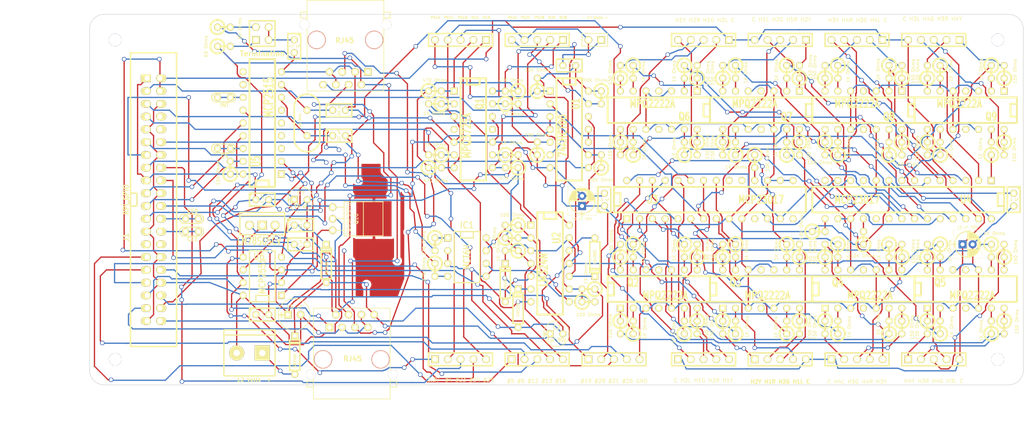
<source format=kicad_pcb>
(kicad_pcb (version 3) (host pcbnew "(2013-june-11)-stable")
  (layers (15 F.Cu signal) (0 B.Cu signal) (18 B.Paste user) (19 F.Paste user) (20 B.SilkS user) (21 F.SilkS user) (22 B.Mask user) (23 F.Mask user) (28 Edge.Cuts user))
  (net 0 "")
  (net 1 "#12")
  (net 2 "#13")
  (net 3 "#16")
  (net 4 "#19")
  (net 5 "#20")
  (net 6 "#21")
  (net 7 "#23")
  (net 8 "#24")
  (net 9 "#25")
  (net 10 "#26")
  (net 11 "#4")
  (net 12 "#5")
  (net 13 "#6")
  (net 14 +12V)
  (net 15 +3.3V)
  (net 16 +5V)
  (net 17 /CANTransiver/CS)
  (net 18 "/CANTransiver/Heat Sink Pad")
  (net 19 /CANTransiver/INT)
  (net 20 "/Quad Signals 1/GP0.0")
  (net 21 "/Quad Signals 1/GP0.1")
  (net 22 "/Quad Signals 1/GP0.2")
  (net 23 "/Quad Signals 1/GP0.3")
  (net 24 "/Quad Signals 1/GP0.4")
  (net 25 "/Quad Signals 1/GP0.5")
  (net 26 "/Quad Signals 1/GP0.6")
  (net 27 "/Quad Signals 1/GP0.7")
  (net 28 "/Quad Signals 1/GP1.0")
  (net 29 "/Quad Signals 1/GP1.1")
  (net 30 "/Quad Signals 1/GP1.2")
  (net 31 "/Quad Signals 1/GP1.3")
  (net 32 "/Quad Signals 1/GP1.4")
  (net 33 "/Quad Signals 1/GP1.5")
  (net 34 "/Quad Signals 1/GP1.6")
  (net 35 "/Quad Signals 1/GP1.7")
  (net 36 "/Quad Signals 1/H1-G")
  (net 37 "/Quad Signals 1/H1-L")
  (net 38 "/Quad Signals 1/H1-R")
  (net 39 "/Quad Signals 1/H1-Y")
  (net 40 "/Quad Signals 1/H2-G")
  (net 41 "/Quad Signals 1/H2-L")
  (net 42 "/Quad Signals 1/H2-R")
  (net 43 "/Quad Signals 1/H2-Y")
  (net 44 "/Quad Signals 1/H3-G")
  (net 45 "/Quad Signals 1/H3-L")
  (net 46 "/Quad Signals 1/H3-R")
  (net 47 "/Quad Signals 1/H3-Y")
  (net 48 "/Quad Signals 1/H4-G")
  (net 49 "/Quad Signals 1/H4-L")
  (net 50 "/Quad Signals 1/H4-R")
  (net 51 "/Quad Signals 1/H4-Y")
  (net 52 "/Quad Signals 2/GP0.0")
  (net 53 "/Quad Signals 2/GP0.1")
  (net 54 "/Quad Signals 2/GP0.2")
  (net 55 "/Quad Signals 2/GP0.3")
  (net 56 "/Quad Signals 2/GP0.4")
  (net 57 "/Quad Signals 2/GP0.5")
  (net 58 "/Quad Signals 2/GP0.6")
  (net 59 "/Quad Signals 2/GP0.7")
  (net 60 "/Quad Signals 2/GP1.0")
  (net 61 "/Quad Signals 2/GP1.1")
  (net 62 "/Quad Signals 2/GP1.2")
  (net 63 "/Quad Signals 2/GP1.3")
  (net 64 "/Quad Signals 2/GP1.4")
  (net 65 "/Quad Signals 2/GP1.5")
  (net 66 "/Quad Signals 2/GP1.6")
  (net 67 "/Quad Signals 2/GP1.7")
  (net 68 "/Quad Signals 2/H1-G")
  (net 69 "/Quad Signals 2/H1-L")
  (net 70 "/Quad Signals 2/H1-R")
  (net 71 "/Quad Signals 2/H1-Y")
  (net 72 "/Quad Signals 2/H2-G")
  (net 73 "/Quad Signals 2/H2-L")
  (net 74 "/Quad Signals 2/H2-R")
  (net 75 "/Quad Signals 2/H2-Y")
  (net 76 "/Quad Signals 2/H3-G")
  (net 77 "/Quad Signals 2/H3-L")
  (net 78 "/Quad Signals 2/H3-R")
  (net 79 "/Quad Signals 2/H3-Y")
  (net 80 "/Quad Signals 2/H4-G")
  (net 81 "/Quad Signals 2/H4-L")
  (net 82 "/Quad Signals 2/H4-R")
  (net 83 "/Quad Signals 2/H4-Y")
  (net 84 "/StallMotors/M Select 2")
  (net 85 "/StallMotors/MSelect 1")
  (net 86 "/StallMotors/Motor 1 A")
  (net 87 "/StallMotors/Motor 1 B")
  (net 88 "/StallMotors/Motor 2 A")
  (net 89 "/StallMotors/Motor 2 B")
  (net 90 "/StallMotors/Point 1 A")
  (net 91 "/StallMotors/Point 1 B")
  (net 92 "/StallMotors/Point 2 A")
  (net 93 "/StallMotors/Point 2 B")
  (net 94 "/StallMotors/Point Sense 1")
  (net 95 "/StallMotors/Point Sense 2")
  (net 96 CE0)
  (net 97 CE1)
  (net 98 GND)
  (net 99 MISO)
  (net 100 MOSI)
  (net 101 N-00000101)
  (net 102 N-00000102)
  (net 103 N-00000105)
  (net 104 N-00000106)
  (net 105 N-00000109)
  (net 106 N-00000110)
  (net 107 N-00000113)
  (net 108 N-00000114)
  (net 109 N-00000117)
  (net 110 N-00000119)
  (net 111 N-00000121)
  (net 112 N-00000122)
  (net 113 N-00000125)
  (net 114 N-00000126)
  (net 115 N-00000130)
  (net 116 N-00000131)
  (net 117 N-00000133)
  (net 118 N-00000135)
  (net 119 N-00000136)
  (net 120 N-00000139)
  (net 121 N-00000140)
  (net 122 N-00000143)
  (net 123 N-00000145)
  (net 124 N-00000146)
  (net 125 N-00000147)
  (net 126 N-00000148)
  (net 127 N-00000150)
  (net 128 N-00000151)
  (net 129 N-00000154)
  (net 130 N-00000155)
  (net 131 N-00000156)
  (net 132 N-00000157)
  (net 133 N-00000159)
  (net 134 N-00000160)
  (net 135 N-00000167)
  (net 136 N-00000168)
  (net 137 N-00000171)
  (net 138 N-00000173)
  (net 139 N-00000174)
  (net 140 N-00000177)
  (net 141 N-00000178)
  (net 142 N-00000181)
  (net 143 N-00000182)
  (net 144 N-00000185)
  (net 145 N-00000187)
  (net 146 N-00000188)
  (net 147 N-00000190)
  (net 148 N-00000191)
  (net 149 N-00000196)
  (net 150 N-00000197)
  (net 151 N-00000201)
  (net 152 N-00000202)
  (net 153 N-00000203)
  (net 154 N-00000204)
  (net 155 N-00000205)
  (net 156 N-00000206)
  (net 157 N-00000208)
  (net 158 N-00000209)
  (net 159 N-00000210)
  (net 160 N-00000211)
  (net 161 N-00000218)
  (net 162 N-00000219)
  (net 163 N-00000220)
  (net 164 N-00000221)
  (net 165 N-00000222)
  (net 166 N-0000034)
  (net 167 N-0000035)
  (net 168 N-0000036)
  (net 169 N-0000037)
  (net 170 N-0000038)
  (net 171 N-0000039)
  (net 172 N-0000040)
  (net 173 N-0000041)
  (net 174 N-0000044)
  (net 175 N-0000045)
  (net 176 N-0000053)
  (net 177 N-0000054)
  (net 178 N-0000055)
  (net 179 N-0000056)
  (net 180 N-0000057)
  (net 181 N-0000058)
  (net 182 N-0000059)
  (net 183 N-0000066)
  (net 184 N-0000067)
  (net 185 N-0000070)
  (net 186 N-0000071)
  (net 187 N-0000075)
  (net 188 N-0000076)
  (net 189 N-0000078)
  (net 190 N-0000080)
  (net 191 N-0000081)
  (net 192 N-0000084)
  (net 193 N-0000085)
  (net 194 N-0000087)
  (net 195 N-0000089)
  (net 196 N-0000090)
  (net 197 N-0000094)
  (net 198 N-0000097)
  (net 199 N-0000098)
  (net 200 SCL)
  (net 201 SCLK)
  (net 202 SDA)
  (module D3 (layer F.Cu) (at 106.7816 174.4218 90)
    (fp_text reference D3 hide)
    (fp_text value SB240E (at -1.0922 0.0254 90) (layer F.SilkS) (effects (font (size 0.5 0.5) (thickness 0.1016))))
    (pad 2 thru_hole rect (at 3.81 0 90) (size 1.397 1.397) (drill 0.8128) (layers *.Cu *.Mask F.SilkS) (net 14 +12V))
    (pad 1 thru_hole circle (at -3.81 0 90) (size 1.397 1.397) (drill 0.8128) (layers *.Cu *.Mask F.SilkS) (net 153 N-00000203))
  )
  (module ScrewTerm_2.54-5 (layer F.Cu) (at 139.7 175.26)
    (fp_text reference P1 hide)
    (fp_text value "3.3V  #4 #23 #24 #25" (at 0 4.064) (layer F.SilkS) (effects (font (size 0.75 0.75) (thickness 0.1016))))
    (pad 1 thru_hole rect (at -5.08 0) (size 1.524 1.524) (drill 1.016) (layers *.Cu *.Mask F.SilkS) (net 15 +3.3V))
    (pad 2 thru_hole circle (at -2.54 0) (size 1.524 1.524) (drill 1.016) (layers *.Cu *.Mask F.SilkS) (net 11 "#4"))
    (pad 3 thru_hole circle (at 0 0) (size 1.524 1.524) (drill 1.016) (layers *.Cu *.Mask F.SilkS) (net 7 "#23"))
    (pad 4 thru_hole circle (at 2.54 0) (size 1.524 1.524) (drill 1.016) (layers *.Cu *.Mask F.SilkS) (net 8 "#24"))
    (pad 5 thru_hole circle (at 5.08 0) (size 1.524 1.524) (drill 1.016) (layers *.Cu *.Mask F.SilkS) (net 9 "#25"))
  )
  (module ScrewTerm_2.54-5 (layer F.Cu) (at 154.94 175.26)
    (fp_text reference P2 hide)
    (fp_text value "#5 #6 #12 #13 #16" (at -0.127 4.318) (layer F.SilkS) (effects (font (size 0.75 0.75) (thickness 0.1016))))
    (pad 1 thru_hole rect (at -5.08 0) (size 1.524 1.524) (drill 1.016) (layers *.Cu *.Mask F.SilkS) (net 12 "#5"))
    (pad 2 thru_hole circle (at -2.54 0) (size 1.524 1.524) (drill 1.016) (layers *.Cu *.Mask F.SilkS) (net 13 "#6"))
    (pad 3 thru_hole circle (at 0 0) (size 1.524 1.524) (drill 1.016) (layers *.Cu *.Mask F.SilkS) (net 1 "#12"))
    (pad 4 thru_hole circle (at 2.54 0) (size 1.524 1.524) (drill 1.016) (layers *.Cu *.Mask F.SilkS) (net 2 "#13"))
    (pad 5 thru_hole circle (at 5.08 0) (size 1.524 1.524) (drill 1.016) (layers *.Cu *.Mask F.SilkS) (net 3 "#16"))
  )
  (module ScrewTerm_2.54-5 (layer F.Cu) (at 170.18 175.26)
    (fp_text reference P3 hide)
    (fp_text value "#19 #29 #21 #26 GND" (at 0 4.318) (layer F.SilkS) (effects (font (size 0.75 0.75) (thickness 0.1016))))
    (pad 1 thru_hole rect (at -5.08 0) (size 1.524 1.524) (drill 1.016) (layers *.Cu *.Mask F.SilkS) (net 4 "#19"))
    (pad 2 thru_hole circle (at -2.54 0) (size 1.524 1.524) (drill 1.016) (layers *.Cu *.Mask F.SilkS) (net 5 "#20"))
    (pad 3 thru_hole circle (at 0 0) (size 1.524 1.524) (drill 1.016) (layers *.Cu *.Mask F.SilkS) (net 6 "#21"))
    (pad 4 thru_hole circle (at 2.54 0) (size 1.524 1.524) (drill 1.016) (layers *.Cu *.Mask F.SilkS) (net 10 "#26"))
    (pad 5 thru_hole circle (at 5.08 0) (size 1.524 1.524) (drill 1.016) (layers *.Cu *.Mask F.SilkS) (net 98 GND))
  )
  (module ScrewTerm_2.54-5 (layer F.Cu) (at 233.68 111.76 180)
    (fp_text reference T11 hide)
    (fp_text value "C H3L H4G H3R H4Y " (at 0 4.191 180) (layer F.SilkS) (effects (font (size 0.75 0.75) (thickness 0.1016))))
    (pad 1 thru_hole rect (at -5.08 0 180) (size 1.524 1.524) (drill 1.016) (layers *.Cu *.Mask F.SilkS) (net 83 "/Quad Signals 2/H4-Y"))
    (pad 2 thru_hole circle (at -2.54 0 180) (size 1.524 1.524) (drill 1.016) (layers *.Cu *.Mask F.SilkS) (net 78 "/Quad Signals 2/H3-R"))
    (pad 3 thru_hole circle (at 0 0 180) (size 1.524 1.524) (drill 1.016) (layers *.Cu *.Mask F.SilkS) (net 80 "/Quad Signals 2/H4-G"))
    (pad 4 thru_hole circle (at 2.54 0 180) (size 1.524 1.524) (drill 1.016) (layers *.Cu *.Mask F.SilkS) (net 77 "/Quad Signals 2/H3-L"))
    (pad 5 thru_hole circle (at 5.08 0 180) (size 1.524 1.524) (drill 1.016) (layers *.Cu *.Mask F.SilkS) (net 16 +5V))
  )
  (module ScrewTerm_2.54-5 (layer F.Cu) (at 233.68 175.26)
    (fp_text reference T7 hide)
    (fp_text value "H4Y H3R H4G H3L C" (at 0 4.318) (layer F.SilkS) (effects (font (size 0.75 0.75) (thickness 0.1016))))
    (pad 1 thru_hole rect (at -5.08 0) (size 1.524 1.524) (drill 1.016) (layers *.Cu *.Mask F.SilkS) (net 51 "/Quad Signals 1/H4-Y"))
    (pad 2 thru_hole circle (at -2.54 0) (size 1.524 1.524) (drill 1.016) (layers *.Cu *.Mask F.SilkS) (net 46 "/Quad Signals 1/H3-R"))
    (pad 3 thru_hole circle (at 0 0) (size 1.524 1.524) (drill 1.016) (layers *.Cu *.Mask F.SilkS) (net 48 "/Quad Signals 1/H4-G"))
    (pad 4 thru_hole circle (at 2.54 0) (size 1.524 1.524) (drill 1.016) (layers *.Cu *.Mask F.SilkS) (net 45 "/Quad Signals 1/H3-L"))
    (pad 5 thru_hole circle (at 5.08 0) (size 1.524 1.524) (drill 1.016) (layers *.Cu *.Mask F.SilkS) (net 16 +5V))
  )
  (module ScrewTerm_2.54-5 (layer F.Cu) (at 218.44 175.26)
    (fp_text reference T6 hide)
    (fp_text value "C H4L H3G H4R H3Y" (at 0 4.445) (layer F.SilkS) (effects (font (size 0.75 0.75) (thickness 0.1016))))
    (pad 1 thru_hole rect (at -5.08 0) (size 1.524 1.524) (drill 1.016) (layers *.Cu *.Mask F.SilkS) (net 16 +5V))
    (pad 2 thru_hole circle (at -2.54 0) (size 1.524 1.524) (drill 1.016) (layers *.Cu *.Mask F.SilkS) (net 49 "/Quad Signals 1/H4-L"))
    (pad 3 thru_hole circle (at 0 0) (size 1.524 1.524) (drill 1.016) (layers *.Cu *.Mask F.SilkS) (net 44 "/Quad Signals 1/H3-G"))
    (pad 4 thru_hole circle (at 2.54 0) (size 1.524 1.524) (drill 1.016) (layers *.Cu *.Mask F.SilkS) (net 50 "/Quad Signals 1/H4-R"))
    (pad 5 thru_hole circle (at 5.08 0) (size 1.524 1.524) (drill 1.016) (layers *.Cu *.Mask F.SilkS) (net 47 "/Quad Signals 1/H3-Y"))
  )
  (module ScrewTerm_2.54-5 (layer F.Cu) (at 203.2 175.26)
    (fp_text reference T5 hide)
    (fp_text value "H2Y H1R H2G H1L C" (at 0 4.445) (layer F.SilkS) (effects (font (size 0.75 0.75) (thickness 0.1875))))
    (pad 1 thru_hole rect (at -5.08 0) (size 1.524 1.524) (drill 1.016) (layers *.Cu *.Mask F.SilkS) (net 43 "/Quad Signals 1/H2-Y"))
    (pad 2 thru_hole circle (at -2.54 0) (size 1.524 1.524) (drill 1.016) (layers *.Cu *.Mask F.SilkS) (net 38 "/Quad Signals 1/H1-R"))
    (pad 3 thru_hole circle (at 0 0) (size 1.524 1.524) (drill 1.016) (layers *.Cu *.Mask F.SilkS) (net 40 "/Quad Signals 1/H2-G"))
    (pad 4 thru_hole circle (at 2.54 0) (size 1.524 1.524) (drill 1.016) (layers *.Cu *.Mask F.SilkS) (net 37 "/Quad Signals 1/H1-L"))
    (pad 5 thru_hole circle (at 5.08 0) (size 1.524 1.524) (drill 1.016) (layers *.Cu *.Mask F.SilkS) (net 16 +5V))
  )
  (module ScrewTerm_2.54-5 (layer F.Cu) (at 187.96 175.26)
    (fp_text reference T4 hide)
    (fp_text value "C H2L H1G H2R H1Y" (at 0 4.191) (layer F.SilkS) (effects (font (size 0.75 0.75) (thickness 0.1016))))
    (pad 1 thru_hole rect (at -5.08 0) (size 1.524 1.524) (drill 1.016) (layers *.Cu *.Mask F.SilkS) (net 16 +5V))
    (pad 2 thru_hole circle (at -2.54 0) (size 1.524 1.524) (drill 1.016) (layers *.Cu *.Mask F.SilkS) (net 41 "/Quad Signals 1/H2-L"))
    (pad 3 thru_hole circle (at 0 0) (size 1.524 1.524) (drill 1.016) (layers *.Cu *.Mask F.SilkS) (net 36 "/Quad Signals 1/H1-G"))
    (pad 4 thru_hole circle (at 2.54 0) (size 1.524 1.524) (drill 1.016) (layers *.Cu *.Mask F.SilkS) (net 42 "/Quad Signals 1/H2-R"))
    (pad 5 thru_hole circle (at 5.08 0) (size 1.524 1.524) (drill 1.016) (layers *.Cu *.Mask F.SilkS) (net 39 "/Quad Signals 1/H1-Y"))
  )
  (module ScrewTerm_2.54-5 (layer F.Cu) (at 187.96 111.76 180)
    (fp_text reference T8 hide)
    (fp_text value "H1Y H2R H1G H2L C" (at -0.254 3.937 180) (layer F.SilkS) (effects (font (size 0.75 0.75) (thickness 0.1016))))
    (pad 1 thru_hole rect (at -5.08 0 180) (size 1.524 1.524) (drill 1.016) (layers *.Cu *.Mask F.SilkS) (net 16 +5V))
    (pad 2 thru_hole circle (at -2.54 0 180) (size 1.524 1.524) (drill 1.016) (layers *.Cu *.Mask F.SilkS) (net 73 "/Quad Signals 2/H2-L"))
    (pad 3 thru_hole circle (at 0 0 180) (size 1.524 1.524) (drill 1.016) (layers *.Cu *.Mask F.SilkS) (net 68 "/Quad Signals 2/H1-G"))
    (pad 4 thru_hole circle (at 2.54 0 180) (size 1.524 1.524) (drill 1.016) (layers *.Cu *.Mask F.SilkS) (net 74 "/Quad Signals 2/H2-R"))
    (pad 5 thru_hole circle (at 5.08 0 180) (size 1.524 1.524) (drill 1.016) (layers *.Cu *.Mask F.SilkS) (net 71 "/Quad Signals 2/H1-Y"))
  )
  (module ScrewTerm_2.54-5 (layer F.Cu) (at 218.44 111.76 180)
    (fp_text reference T10 hide)
    (fp_text value "H3Y H4R H3G H4L C" (at -0.127 3.937 180) (layer F.SilkS) (effects (font (size 0.75 0.75) (thickness 0.1016))))
    (pad 1 thru_hole rect (at -5.08 0 180) (size 1.524 1.524) (drill 1.016) (layers *.Cu *.Mask F.SilkS) (net 16 +5V))
    (pad 2 thru_hole circle (at -2.54 0 180) (size 1.524 1.524) (drill 1.016) (layers *.Cu *.Mask F.SilkS) (net 81 "/Quad Signals 2/H4-L"))
    (pad 3 thru_hole circle (at 0 0 180) (size 1.524 1.524) (drill 1.016) (layers *.Cu *.Mask F.SilkS) (net 76 "/Quad Signals 2/H3-G"))
    (pad 4 thru_hole circle (at 2.54 0 180) (size 1.524 1.524) (drill 1.016) (layers *.Cu *.Mask F.SilkS) (net 82 "/Quad Signals 2/H4-R"))
    (pad 5 thru_hole circle (at 5.08 0 180) (size 1.524 1.524) (drill 1.016) (layers *.Cu *.Mask F.SilkS) (net 79 "/Quad Signals 2/H3-Y"))
  )
  (module ScrewTerm_2.54-5 (layer F.Cu) (at 203.2 111.76 180)
    (fp_text reference T9 hide)
    (fp_text value "C H1L H2G H1R H2Y" (at -0.254 4.064 180) (layer F.SilkS) (effects (font (size 0.75 0.75) (thickness 0.1016))))
    (pad 1 thru_hole rect (at -5.08 0 180) (size 1.524 1.524) (drill 1.016) (layers *.Cu *.Mask F.SilkS) (net 75 "/Quad Signals 2/H2-Y"))
    (pad 2 thru_hole circle (at -2.54 0 180) (size 1.524 1.524) (drill 1.016) (layers *.Cu *.Mask F.SilkS) (net 70 "/Quad Signals 2/H1-R"))
    (pad 3 thru_hole circle (at 0 0 180) (size 1.524 1.524) (drill 1.016) (layers *.Cu *.Mask F.SilkS) (net 72 "/Quad Signals 2/H2-G"))
    (pad 4 thru_hole circle (at 2.54 0 180) (size 1.524 1.524) (drill 1.016) (layers *.Cu *.Mask F.SilkS) (net 69 "/Quad Signals 2/H1-L"))
    (pad 5 thru_hole circle (at 5.08 0 180) (size 1.524 1.524) (drill 1.016) (layers *.Cu *.Mask F.SilkS) (net 16 +5V))
  )
  (module ScrewTerm_2.54-5 (layer F.Cu) (at 154.94 111.76 180)
    (fp_text reference T2 hide)
    (fp_text value "PS2A  PS2C  PS2B  M2A  M2B" (at 0 4.445 180) (layer F.SilkS) (effects (font (size 0.5 0.5) (thickness 0.1016))))
    (pad 1 thru_hole rect (at -5.08 0 180) (size 1.524 1.524) (drill 1.016) (layers *.Cu *.Mask F.SilkS) (net 89 "/StallMotors/Motor 2 B"))
    (pad 2 thru_hole circle (at -2.54 0 180) (size 1.524 1.524) (drill 1.016) (layers *.Cu *.Mask F.SilkS) (net 88 "/StallMotors/Motor 2 A"))
    (pad 3 thru_hole circle (at 0 0 180) (size 1.524 1.524) (drill 1.016) (layers *.Cu *.Mask F.SilkS) (net 93 "/StallMotors/Point 2 B"))
    (pad 4 thru_hole circle (at 2.54 0 180) (size 1.524 1.524) (drill 1.016) (layers *.Cu *.Mask F.SilkS) (net 98 GND))
    (pad 5 thru_hole circle (at 5.08 0 180) (size 1.524 1.524) (drill 1.016) (layers *.Cu *.Mask F.SilkS) (net 92 "/StallMotors/Point 2 A"))
  )
  (module ScrewTerm_2.54-5 (layer F.Cu) (at 139.7 111.76 180)
    (fp_text reference T1 hide)
    (fp_text value "PS1A  PS1C  PS1B  M1A  M1B" (at 0 4.445 180) (layer F.SilkS) (effects (font (size 0.5 0.5) (thickness 0.1016))))
    (pad 1 thru_hole rect (at -5.08 0 180) (size 1.524 1.524) (drill 1.016) (layers *.Cu *.Mask F.SilkS) (net 87 "/StallMotors/Motor 1 B"))
    (pad 2 thru_hole circle (at -2.54 0 180) (size 1.524 1.524) (drill 1.016) (layers *.Cu *.Mask F.SilkS) (net 86 "/StallMotors/Motor 1 A"))
    (pad 3 thru_hole circle (at 0 0 180) (size 1.524 1.524) (drill 1.016) (layers *.Cu *.Mask F.SilkS) (net 91 "/StallMotors/Point 1 B"))
    (pad 4 thru_hole circle (at 2.54 0 180) (size 1.524 1.524) (drill 1.016) (layers *.Cu *.Mask F.SilkS) (net 98 GND))
    (pad 5 thru_hole circle (at 5.08 0 180) (size 1.524 1.524) (drill 1.016) (layers *.Cu *.Mask F.SilkS) (net 90 "/StallMotors/Point 1 A"))
  )
  (module ScrewTerm2.54-2 (layer F.Cu) (at 166.37 111.76 180)
    (fp_text reference T3 hide)
    (fp_text value "- 12 Volts +" (at 0 4.445 180) (layer F.SilkS) (effects (font (size 0.5 0.5) (thickness 0.1016))))
    (pad 1 thru_hole rect (at -1.27 0 270) (size 1.524 1.524) (drill 1.016) (layers *.Cu *.Mask F.SilkS) (net 14 +12V))
    (pad 2 thru_hole circle (at 1.27 0 270) (size 1.524 1.524) (drill 1.016) (layers *.Cu *.Mask F.SilkS) (net 98 GND))
  )
  (module R1 (layer F.Cu) (at 245.11 153.67 270)
    (fp_text reference R47 hide)
    (fp_text value "1K Ohms" (at -3.429 -0.635 360) (layer F.SilkS) (effects (font (size 0.635 0.635) (thickness 0.1016))))
    (pad 1 thru_hole circle (at -1.27 0 270) (size 1.397 1.397) (drill 0.8128) (layers *.Cu *.Mask F.SilkS) (net 35 "/Quad Signals 1/GP1.7"))
    (pad 2 thru_hole circle (at 1.27 0 270) (size 1.397 1.397) (drill 0.8128) (layers *.Cu *.Mask F.SilkS) (net 186 N-0000071))
  )
  (module R1 (layer F.Cu) (at 247.65 153.67 90)
    (fp_text reference R51 hide)
    (fp_text value "150 Ohms" (at -0.254 2.286 90) (layer F.SilkS) (effects (font (size 0.635 0.635) (thickness 0.1016))))
    (pad 1 thru_hole circle (at -1.27 0 90) (size 1.397 1.397) (drill 0.8128) (layers *.Cu *.Mask F.SilkS) (net 185 N-0000070))
    (pad 2 thru_hole circle (at 1.27 0 90) (size 1.397 1.397) (drill 0.8128) (layers *.Cu *.Mask F.SilkS) (net 48 "/Quad Signals 1/H4-G"))
  )
  (module R1 (layer F.Cu) (at 234.95 153.67 270)
    (fp_text reference R48 hide)
    (fp_text value "1K Ohms" (at 0 -1.905 270) (layer F.SilkS) (effects (font (size 0.635 0.635) (thickness 0.1016))))
    (pad 1 thru_hole circle (at -1.27 0 270) (size 1.397 1.397) (drill 0.8128) (layers *.Cu *.Mask F.SilkS) (net 28 "/Quad Signals 1/GP1.0"))
    (pad 2 thru_hole circle (at 1.27 0 270) (size 1.397 1.397) (drill 0.8128) (layers *.Cu *.Mask F.SilkS) (net 184 N-0000067))
  )
  (module R1 (layer F.Cu) (at 232.41 153.67 90)
    (fp_text reference R52 hide)
    (fp_text value "150 Ohms" (at -0.127 -1.905 90) (layer F.SilkS) (effects (font (size 0.635 0.635) (thickness 0.1016))))
    (pad 1 thru_hole circle (at -1.27 0 90) (size 1.397 1.397) (drill 0.8128) (layers *.Cu *.Mask F.SilkS) (net 183 N-0000066))
    (pad 2 thru_hole circle (at 1.27 0 90) (size 1.397 1.397) (drill 0.8128) (layers *.Cu *.Mask F.SilkS) (net 45 "/Quad Signals 1/H3-L"))
  )
  (module R1 (layer F.Cu) (at 224.79 133.35 90)
    (fp_text reference R72 hide)
    (fp_text value "1K Ohms" (at -0.127 -2.286 90) (layer F.SilkS) (effects (font (size 0.635 0.635) (thickness 0.1016))))
    (pad 1 thru_hole circle (at -1.27 0 90) (size 1.397 1.397) (drill 0.8128) (layers *.Cu *.Mask F.SilkS) (net 62 "/Quad Signals 2/GP1.2"))
    (pad 2 thru_hole circle (at 1.27 0 90) (size 1.397 1.397) (drill 0.8128) (layers *.Cu *.Mask F.SilkS) (net 137 N-00000171))
  )
  (module R1 (layer F.Cu) (at 247.65 168.91 270)
    (fp_text reference R50 hide)
    (fp_text value "150 Ohms" (at -1.143 -2.54 270) (layer F.SilkS) (effects (font (size 0.635 0.635) (thickness 0.1016))))
    (pad 1 thru_hole circle (at -1.27 0 270) (size 1.397 1.397) (drill 0.8128) (layers *.Cu *.Mask F.SilkS) (net 105 N-00000109))
    (pad 2 thru_hole circle (at 1.27 0 270) (size 1.397 1.397) (drill 0.8128) (layers *.Cu *.Mask F.SilkS) (net 46 "/Quad Signals 1/H3-R"))
  )
  (module R1 (layer F.Cu) (at 245.11 168.91 90)
    (fp_text reference R46 hide)
    (fp_text value "1K Ohms" (at -0.635 -2.032 90) (layer F.SilkS) (effects (font (size 0.635 0.635) (thickness 0.1016))))
    (pad 1 thru_hole circle (at -1.27 0 90) (size 1.397 1.397) (drill 0.8128) (layers *.Cu *.Mask F.SilkS) (net 29 "/Quad Signals 1/GP1.1"))
    (pad 2 thru_hole circle (at 1.27 0 90) (size 1.397 1.397) (drill 0.8128) (layers *.Cu *.Mask F.SilkS) (net 106 N-00000110))
  )
  (module R1 (layer F.Cu) (at 232.41 168.91 270)
    (fp_text reference R49 hide)
    (fp_text value "150 Ohms" (at 0 2.032 270) (layer F.SilkS) (effects (font (size 0.635 0.635) (thickness 0.1016))))
    (pad 1 thru_hole circle (at -1.27 0 270) (size 1.397 1.397) (drill 0.8128) (layers *.Cu *.Mask F.SilkS) (net 107 N-00000113))
    (pad 2 thru_hole circle (at 1.27 0 270) (size 1.397 1.397) (drill 0.8128) (layers *.Cu *.Mask F.SilkS) (net 51 "/Quad Signals 1/H4-Y"))
  )
  (module R1 (layer F.Cu) (at 234.95 168.91 90)
    (fp_text reference R45 hide)
    (fp_text value "1K Ohms" (at 0.127 2.286 90) (layer F.SilkS) (effects (font (size 0.635 0.635) (thickness 0.1016))))
    (pad 1 thru_hole circle (at -1.27 0 90) (size 1.397 1.397) (drill 0.8128) (layers *.Cu *.Mask F.SilkS) (net 34 "/Quad Signals 1/GP1.6"))
    (pad 2 thru_hole circle (at 1.27 0 90) (size 1.397 1.397) (drill 0.8128) (layers *.Cu *.Mask F.SilkS) (net 108 N-00000114))
  )
  (module R1 (layer F.Cu) (at 227.33 133.35 270)
    (fp_text reference R78 hide)
    (fp_text value "150 Ohms" (at 3.175 -1.016 360) (layer F.SilkS) (effects (font (size 0.635 0.635) (thickness 0.1016))))
    (pad 1 thru_hole circle (at -1.27 0 270) (size 1.397 1.397) (drill 0.8128) (layers *.Cu *.Mask F.SilkS) (net 144 N-00000185))
    (pad 2 thru_hole circle (at 1.27 0 270) (size 1.397 1.397) (drill 0.8128) (layers *.Cu *.Mask F.SilkS) (net 79 "/Quad Signals 2/H3-Y"))
  )
  (module R1 (layer F.Cu) (at 212.09 153.67 90)
    (fp_text reference R44 hide)
    (fp_text value "150 Ohms" (at -0.381 -2.032 90) (layer F.SilkS) (effects (font (size 0.635 0.635) (thickness 0.1016))))
    (pad 1 thru_hole circle (at -1.27 0 90) (size 1.397 1.397) (drill 0.8128) (layers *.Cu *.Mask F.SilkS) (net 101 N-00000101))
    (pad 2 thru_hole circle (at 1.27 0 90) (size 1.397 1.397) (drill 0.8128) (layers *.Cu *.Mask F.SilkS) (net 47 "/Quad Signals 1/H3-Y"))
  )
  (module R1 (layer F.Cu) (at 214.63 153.67 270)
    (fp_text reference R39 hide)
    (fp_text value "1K Ohms" (at -0.127 -2.032 270) (layer F.SilkS) (effects (font (size 0.635 0.635) (thickness 0.1016))))
    (pad 1 thru_hole circle (at -1.27 0 270) (size 1.397 1.397) (drill 0.8128) (layers *.Cu *.Mask F.SilkS) (net 30 "/Quad Signals 1/GP1.2"))
    (pad 2 thru_hole circle (at 1.27 0 270) (size 1.397 1.397) (drill 0.8128) (layers *.Cu *.Mask F.SilkS) (net 102 N-00000102))
  )
  (module R1 (layer F.Cu) (at 227.33 153.67 90)
    (fp_text reference R43 hide)
    (fp_text value "150 Ohms" (at -0.127 2.286 90) (layer F.SilkS) (effects (font (size 0.635 0.635) (thickness 0.1016))))
    (pad 1 thru_hole circle (at -1.27 0 90) (size 1.397 1.397) (drill 0.8128) (layers *.Cu *.Mask F.SilkS) (net 103 N-00000105))
    (pad 2 thru_hole circle (at 1.27 0 90) (size 1.397 1.397) (drill 0.8128) (layers *.Cu *.Mask F.SilkS) (net 50 "/Quad Signals 1/H4-R"))
  )
  (module R1 (layer F.Cu) (at 224.79 153.67 270)
    (fp_text reference R38 hide)
    (fp_text value "1K Ohms" (at -0.127 2.032 270) (layer F.SilkS) (effects (font (size 0.635 0.635) (thickness 0.1016))))
    (pad 1 thru_hole circle (at -1.27 0 270) (size 1.397 1.397) (drill 0.8128) (layers *.Cu *.Mask F.SilkS) (net 33 "/Quad Signals 1/GP1.5"))
    (pad 2 thru_hole circle (at 1.27 0 270) (size 1.397 1.397) (drill 0.8128) (layers *.Cu *.Mask F.SilkS) (net 104 N-00000106))
  )
  (module R1 (layer F.Cu) (at 227.33 168.91 270)
    (fp_text reference R42 hide)
    (fp_text value "150 Ohms" (at 0 -2.032 270) (layer F.SilkS) (effects (font (size 0.635 0.635) (thickness 0.1016))))
    (pad 1 thru_hole circle (at -1.27 0 270) (size 1.397 1.397) (drill 0.8128) (layers *.Cu *.Mask F.SilkS) (net 113 N-00000125))
    (pad 2 thru_hole circle (at 1.27 0 270) (size 1.397 1.397) (drill 0.8128) (layers *.Cu *.Mask F.SilkS) (net 44 "/Quad Signals 1/H3-G"))
  )
  (module R1 (layer F.Cu) (at 224.79 168.91 90)
    (fp_text reference R37 hide)
    (fp_text value "1K Ohms" (at 0.635 -2.159 90) (layer F.SilkS) (effects (font (size 0.635 0.635) (thickness 0.1016))))
    (pad 1 thru_hole circle (at -1.27 0 90) (size 1.397 1.397) (drill 0.8128) (layers *.Cu *.Mask F.SilkS) (net 31 "/Quad Signals 1/GP1.3"))
    (pad 2 thru_hole circle (at 1.27 0 90) (size 1.397 1.397) (drill 0.8128) (layers *.Cu *.Mask F.SilkS) (net 114 N-00000126))
  )
  (module R1 (layer F.Cu) (at 212.09 168.91 270)
    (fp_text reference R41 hide)
    (fp_text value "150 Ohms" (at 0 2.032 270) (layer F.SilkS) (effects (font (size 0.635 0.635) (thickness 0.1016))))
    (pad 1 thru_hole circle (at -1.27 0 270) (size 1.397 1.397) (drill 0.8128) (layers *.Cu *.Mask F.SilkS) (net 115 N-00000130))
    (pad 2 thru_hole circle (at 1.27 0 270) (size 1.397 1.397) (drill 0.8128) (layers *.Cu *.Mask F.SilkS) (net 49 "/Quad Signals 1/H4-L"))
  )
  (module R1 (layer F.Cu) (at 214.63 168.91 90)
    (fp_text reference R36 hide)
    (fp_text value "1K Ohms" (at 0.127 2.286 90) (layer F.SilkS) (effects (font (size 0.635 0.635) (thickness 0.1016))))
    (pad 1 thru_hole circle (at -1.27 0 90) (size 1.397 1.397) (drill 0.8128) (layers *.Cu *.Mask F.SilkS) (net 32 "/Quad Signals 1/GP1.4"))
    (pad 2 thru_hole circle (at 1.27 0 90) (size 1.397 1.397) (drill 0.8128) (layers *.Cu *.Mask F.SilkS) (net 116 N-00000131))
  )
  (module R1 (layer F.Cu) (at 224.79 118.11 270)
    (fp_text reference R69 hide)
    (fp_text value "1K Ohms" (at -0.508 2.159 270) (layer F.SilkS) (effects (font (size 0.635 0.635) (thickness 0.1016))))
    (pad 1 thru_hole circle (at -1.27 0 270) (size 1.397 1.397) (drill 0.8128) (layers *.Cu *.Mask F.SilkS) (net 64 "/Quad Signals 2/GP1.4"))
    (pad 2 thru_hole circle (at 1.27 0 270) (size 1.397 1.397) (drill 0.8128) (layers *.Cu *.Mask F.SilkS) (net 150 N-00000197))
  )
  (module R1 (layer F.Cu) (at 207.01 133.35 270)
    (fp_text reference R68 hide)
    (fp_text value "150 Ohms" (at 0 -1.905 270) (layer F.SilkS) (effects (font (size 0.635 0.635) (thickness 0.1016))))
    (pad 1 thru_hole circle (at -1.27 0 270) (size 1.397 1.397) (drill 0.8128) (layers *.Cu *.Mask F.SilkS) (net 145 N-00000187))
    (pad 2 thru_hole circle (at 1.27 0 270) (size 1.397 1.397) (drill 0.8128) (layers *.Cu *.Mask F.SilkS) (net 69 "/Quad Signals 2/H1-L"))
  )
  (module R1 (layer F.Cu) (at 204.47 133.35 90)
    (fp_text reference R64 hide)
    (fp_text value "1k Ohms" (at 0.381 -2.159 90) (layer F.SilkS) (effects (font (size 0.635 0.635) (thickness 0.1016))))
    (pad 1 thru_hole circle (at -1.27 0 90) (size 1.397 1.397) (drill 0.8128) (layers *.Cu *.Mask F.SilkS) (net 52 "/Quad Signals 2/GP0.0"))
    (pad 2 thru_hole circle (at 1.27 0 90) (size 1.397 1.397) (drill 0.8128) (layers *.Cu *.Mask F.SilkS) (net 146 N-00000188))
  )
  (module R1 (layer F.Cu) (at 191.77 133.35 270)
    (fp_text reference R67 hide)
    (fp_text value "150 Ohms" (at -0.254 2.032 270) (layer F.SilkS) (effects (font (size 0.635 0.635) (thickness 0.1016))))
    (pad 1 thru_hole circle (at -1.27 0 270) (size 1.397 1.397) (drill 0.8128) (layers *.Cu *.Mask F.SilkS) (net 147 N-00000190))
    (pad 2 thru_hole circle (at 1.27 0 270) (size 1.397 1.397) (drill 0.8128) (layers *.Cu *.Mask F.SilkS) (net 72 "/Quad Signals 2/H2-G"))
  )
  (module R1 (layer F.Cu) (at 194.31 133.35 90)
    (fp_text reference R63 hide)
    (fp_text value "1K Ohms" (at -3.683 0.127 180) (layer F.SilkS) (effects (font (size 0.635 0.635) (thickness 0.1016))))
    (pad 1 thru_hole circle (at -1.27 0 90) (size 1.397 1.397) (drill 0.8128) (layers *.Cu *.Mask F.SilkS) (net 59 "/Quad Signals 2/GP0.7"))
    (pad 2 thru_hole circle (at 1.27 0 90) (size 1.397 1.397) (drill 0.8128) (layers *.Cu *.Mask F.SilkS) (net 148 N-00000191))
  )
  (module R1 (layer F.Cu) (at 191.77 118.11 90)
    (fp_text reference R66 hide)
    (fp_text value "150 Ohms" (at -0.254 -2.032 90) (layer F.SilkS) (effects (font (size 0.635 0.635) (thickness 0.1016))))
    (pad 1 thru_hole circle (at -1.27 0 90) (size 1.397 1.397) (drill 0.8128) (layers *.Cu *.Mask F.SilkS) (net 131 N-00000156))
    (pad 2 thru_hole circle (at 1.27 0 90) (size 1.397 1.397) (drill 0.8128) (layers *.Cu *.Mask F.SilkS) (net 70 "/Quad Signals 2/H1-R"))
  )
  (module R1 (layer F.Cu) (at 194.31 118.11 270)
    (fp_text reference R62 hide)
    (fp_text value "1K Ohms" (at 0.127 -2.032 270) (layer F.SilkS) (effects (font (size 0.635 0.635) (thickness 0.1016))))
    (pad 1 thru_hole circle (at -1.27 0 270) (size 1.397 1.397) (drill 0.8128) (layers *.Cu *.Mask F.SilkS) (net 53 "/Quad Signals 2/GP0.1"))
    (pad 2 thru_hole circle (at 1.27 0 270) (size 1.397 1.397) (drill 0.8128) (layers *.Cu *.Mask F.SilkS) (net 132 N-00000157))
  )
  (module R1 (layer F.Cu) (at 207.01 118.11 90)
    (fp_text reference R65 hide)
    (fp_text value "150 Ohms" (at 1.016 2.159 90) (layer F.SilkS) (effects (font (size 0.635 0.635) (thickness 0.1016))))
    (pad 1 thru_hole circle (at -1.27 0 90) (size 1.397 1.397) (drill 0.8128) (layers *.Cu *.Mask F.SilkS) (net 133 N-00000159))
    (pad 2 thru_hole circle (at 1.27 0 90) (size 1.397 1.397) (drill 0.8128) (layers *.Cu *.Mask F.SilkS) (net 75 "/Quad Signals 2/H2-Y"))
  )
  (module R1 (layer F.Cu) (at 204.47 118.11 270)
    (fp_text reference R61 hide)
    (fp_text value "1K Ohms" (at -0.381 2.032 270) (layer F.SilkS) (effects (font (size 0.635 0.635) (thickness 0.1016))))
    (pad 1 thru_hole circle (at -1.27 0 270) (size 1.397 1.397) (drill 0.8128) (layers *.Cu *.Mask F.SilkS) (net 58 "/Quad Signals 2/GP0.6"))
    (pad 2 thru_hole circle (at 1.27 0 270) (size 1.397 1.397) (drill 0.8128) (layers *.Cu *.Mask F.SilkS) (net 134 N-00000160))
  )
  (module R1 (layer F.Cu) (at 227.33 118.11 90)
    (fp_text reference R75 hide)
    (fp_text value "150 Ohms" (at 0.127 2.286 90) (layer F.SilkS) (effects (font (size 0.635 0.635) (thickness 0.1016))))
    (pad 1 thru_hole circle (at -1.27 0 90) (size 1.397 1.397) (drill 0.8128) (layers *.Cu *.Mask F.SilkS) (net 149 N-00000196))
    (pad 2 thru_hole circle (at 1.27 0 90) (size 1.397 1.397) (drill 0.8128) (layers *.Cu *.Mask F.SilkS) (net 81 "/Quad Signals 2/H4-L"))
  )
  (module R1 (layer F.Cu) (at 186.69 133.35 270)
    (fp_text reference R60 hide)
    (fp_text value "150 Ohms" (at -0.381 -2.032 270) (layer F.SilkS) (effects (font (size 0.635 0.635) (thickness 0.1016))))
    (pad 1 thru_hole circle (at -1.27 0 270) (size 1.397 1.397) (drill 0.8128) (layers *.Cu *.Mask F.SilkS) (net 125 N-00000147))
    (pad 2 thru_hole circle (at 1.27 0 270) (size 1.397 1.397) (drill 0.8128) (layers *.Cu *.Mask F.SilkS) (net 71 "/Quad Signals 2/H1-Y"))
  )
  (module R1 (layer F.Cu) (at 184.15 133.35 90)
    (fp_text reference R56 hide)
    (fp_text value "1K Ohms" (at 0.127 -2.032 90) (layer F.SilkS) (effects (font (size 0.635 0.635) (thickness 0.1016))))
    (pad 1 thru_hole circle (at -1.27 0 90) (size 1.397 1.397) (drill 0.8128) (layers *.Cu *.Mask F.SilkS) (net 54 "/Quad Signals 2/GP0.2"))
    (pad 2 thru_hole circle (at 1.27 0 90) (size 1.397 1.397) (drill 0.8128) (layers *.Cu *.Mask F.SilkS) (net 126 N-00000148))
  )
  (module R1 (layer F.Cu) (at 171.45 133.35 270)
    (fp_text reference R59 hide)
    (fp_text value "150 Ohms" (at -0.254 2.032 270) (layer F.SilkS) (effects (font (size 0.635 0.635) (thickness 0.1016))))
    (pad 1 thru_hole circle (at -1.27 0 270) (size 1.397 1.397) (drill 0.8128) (layers *.Cu *.Mask F.SilkS) (net 127 N-00000150))
    (pad 2 thru_hole circle (at 1.27 0 270) (size 1.397 1.397) (drill 0.8128) (layers *.Cu *.Mask F.SilkS) (net 74 "/Quad Signals 2/H2-R"))
  )
  (module R1 (layer F.Cu) (at 173.99 133.35 90)
    (fp_text reference R55 hide)
    (fp_text value "1K Ohms" (at -0.127 2.159 90) (layer F.SilkS) (effects (font (size 0.635 0.635) (thickness 0.1016))))
    (pad 1 thru_hole circle (at -1.27 0 90) (size 1.397 1.397) (drill 0.8128) (layers *.Cu *.Mask F.SilkS) (net 57 "/Quad Signals 2/GP0.5"))
    (pad 2 thru_hole circle (at 1.27 0 90) (size 1.397 1.397) (drill 0.8128) (layers *.Cu *.Mask F.SilkS) (net 128 N-00000151))
  )
  (module R1 (layer F.Cu) (at 171.45 118.11 90)
    (fp_text reference R58 hide)
    (fp_text value "150 Ohms" (at -0.127 -2.032 90) (layer F.SilkS) (effects (font (size 0.635 0.635) (thickness 0.1016))))
    (pad 1 thru_hole circle (at -1.27 0 90) (size 1.397 1.397) (drill 0.8128) (layers *.Cu *.Mask F.SilkS) (net 129 N-00000154))
    (pad 2 thru_hole circle (at 1.27 0 90) (size 1.397 1.397) (drill 0.8128) (layers *.Cu *.Mask F.SilkS) (net 68 "/Quad Signals 2/H1-G"))
  )
  (module R1 (layer F.Cu) (at 173.99 118.11 270)
    (fp_text reference R54 hide)
    (fp_text value "1K Ohms" (at 0 -2.032 270) (layer F.SilkS) (effects (font (size 0.635 0.635) (thickness 0.1016))))
    (pad 1 thru_hole circle (at -1.27 0 270) (size 1.397 1.397) (drill 0.8128) (layers *.Cu *.Mask F.SilkS) (net 55 "/Quad Signals 2/GP0.3"))
    (pad 2 thru_hole circle (at 1.27 0 270) (size 1.397 1.397) (drill 0.8128) (layers *.Cu *.Mask F.SilkS) (net 130 N-00000155))
  )
  (module R1 (layer F.Cu) (at 186.69 118.11 90)
    (fp_text reference R57 hide)
    (fp_text value "150 Ohms" (at -0.254 2.159 90) (layer F.SilkS) (effects (font (size 0.635 0.635) (thickness 0.1016))))
    (pad 1 thru_hole circle (at -1.27 0 90) (size 1.397 1.397) (drill 0.8128) (layers *.Cu *.Mask F.SilkS) (net 135 N-00000167))
    (pad 2 thru_hole circle (at 1.27 0 90) (size 1.397 1.397) (drill 0.8128) (layers *.Cu *.Mask F.SilkS) (net 73 "/Quad Signals 2/H2-L"))
  )
  (module R1 (layer F.Cu) (at 184.15 118.11 270)
    (fp_text reference R53 hide)
    (fp_text value "1K Ohms" (at -0.127 2.032 270) (layer F.SilkS) (effects (font (size 0.635 0.635) (thickness 0.1016))))
    (pad 1 thru_hole circle (at -1.27 0 270) (size 1.397 1.397) (drill 0.8128) (layers *.Cu *.Mask F.SilkS) (net 56 "/Quad Signals 2/GP0.4"))
    (pad 2 thru_hole circle (at 1.27 0 270) (size 1.397 1.397) (drill 0.8128) (layers *.Cu *.Mask F.SilkS) (net 136 N-00000168))
  )
  (module R1 (layer F.Cu) (at 214.63 118.11 270)
    (fp_text reference R70 hide)
    (fp_text value "1K Ohms" (at 0 -2.032 270) (layer F.SilkS) (effects (font (size 0.635 0.635) (thickness 0.1016))))
    (pad 1 thru_hole circle (at -1.27 0 270) (size 1.397 1.397) (drill 0.8128) (layers *.Cu *.Mask F.SilkS) (net 63 "/Quad Signals 2/GP1.3"))
    (pad 2 thru_hole circle (at 1.27 0 270) (size 1.397 1.397) (drill 0.8128) (layers *.Cu *.Mask F.SilkS) (net 141 N-00000178))
  )
  (module R1 (layer F.Cu) (at 212.09 118.11 90)
    (fp_text reference R76 hide)
    (fp_text value "150 Ohms" (at 0.889 -2.032 90) (layer F.SilkS) (effects (font (size 0.635 0.635) (thickness 0.1016))))
    (pad 1 thru_hole circle (at -1.27 0 90) (size 1.397 1.397) (drill 0.8128) (layers *.Cu *.Mask F.SilkS) (net 140 N-00000177))
    (pad 2 thru_hole circle (at 1.27 0 90) (size 1.397 1.397) (drill 0.8128) (layers *.Cu *.Mask F.SilkS) (net 76 "/Quad Signals 2/H3-G"))
  )
  (module R1 (layer F.Cu) (at 198.12 135.89 270)
    (fp_text reference R40 hide)
    (fp_text value "10K Ohms" (at -0.381 -2.54 270) (layer F.SilkS) (effects (font (size 0.635 0.635) (thickness 0.1016))))
    (pad 1 thru_hole circle (at -1.27 0 270) (size 1.397 1.397) (drill 0.8128) (layers *.Cu *.Mask F.SilkS) (net 15 +3.3V))
    (pad 2 thru_hole circle (at 1.27 0 270) (size 1.397 1.397) (drill 0.8128) (layers *.Cu *.Mask F.SilkS) (net 187 N-0000075))
  )
  (module R1 (layer F.Cu) (at 214.63 133.35 90)
    (fp_text reference R71 hide)
    (fp_text value "1K Ohms" (at 0.381 2.159 90) (layer F.SilkS) (effects (font (size 0.635 0.635) (thickness 0.1016))))
    (pad 1 thru_hole circle (at -1.27 0 90) (size 1.397 1.397) (drill 0.8128) (layers *.Cu *.Mask F.SilkS) (net 65 "/Quad Signals 2/GP1.5"))
    (pad 2 thru_hole circle (at 1.27 0 90) (size 1.397 1.397) (drill 0.8128) (layers *.Cu *.Mask F.SilkS) (net 139 N-00000174))
  )
  (module R1 (layer F.Cu) (at 212.09 133.35 270)
    (fp_text reference R77 hide)
    (fp_text value "150 Ohms" (at 2.794 1.016 360) (layer F.SilkS) (effects (font (size 0.635 0.635) (thickness 0.1016))))
    (pad 1 thru_hole circle (at -1.27 0 270) (size 1.397 1.397) (drill 0.8128) (layers *.Cu *.Mask F.SilkS) (net 138 N-00000173))
    (pad 2 thru_hole circle (at 1.27 0 270) (size 1.397 1.397) (drill 0.8128) (layers *.Cu *.Mask F.SilkS) (net 82 "/Quad Signals 2/H4-R"))
  )
  (module R1 (layer F.Cu) (at 134.62 137.16)
    (fp_text reference R17 hide)
    (fp_text value "470 Ohms" (at 0.127 2.54) (layer F.SilkS) (effects (font (size 0.635 0.635) (thickness 0.1016))))
    (pad 1 thru_hole circle (at -1.27 0) (size 1.397 1.397) (drill 0.8128) (layers *.Cu *.Mask F.SilkS) (net 14 +12V))
    (pad 2 thru_hole circle (at 1.27 0) (size 1.397 1.397) (drill 0.8128) (layers *.Cu *.Mask F.SilkS) (net 87 "/StallMotors/Motor 1 B"))
  )
  (module R1 (layer F.Cu) (at 134.62 121.92)
    (fp_text reference R16 hide)
    (fp_text value "470 Ohms" (at 0 -2.159) (layer F.SilkS) (effects (font (size 0.635 0.635) (thickness 0.1016))))
    (pad 1 thru_hole circle (at -1.27 0) (size 1.397 1.397) (drill 0.8128) (layers *.Cu *.Mask F.SilkS) (net 14 +12V))
    (pad 2 thru_hole circle (at 1.27 0) (size 1.397 1.397) (drill 0.8128) (layers *.Cu *.Mask F.SilkS) (net 86 "/StallMotors/Motor 1 A"))
  )
  (module R1 (layer F.Cu) (at 134.62 124.46 180)
    (fp_text reference R12 hide)
    (fp_text value "1K Ohms" (at 0.127 -1.905 180) (layer F.SilkS) (effects (font (size 0.635 0.635) (thickness 0.1016))))
    (pad 1 thru_hole circle (at -1.27 0 180) (size 1.397 1.397) (drill 0.8128) (layers *.Cu *.Mask F.SilkS) (net 169 N-0000037))
    (pad 2 thru_hole circle (at 1.27 0 180) (size 1.397 1.397) (drill 0.8128) (layers *.Cu *.Mask F.SilkS) (net 170 N-0000038))
  )
  (module R1 (layer F.Cu) (at 134.62 134.62 180)
    (fp_text reference R13 hide)
    (fp_text value "1K Ohms" (at -0.127 2.032 180) (layer F.SilkS) (effects (font (size 0.635 0.635) (thickness 0.1016))))
    (pad 1 thru_hole circle (at -1.27 0 180) (size 1.397 1.397) (drill 0.8128) (layers *.Cu *.Mask F.SilkS) (net 168 N-0000036))
    (pad 2 thru_hole circle (at 1.27 0 180) (size 1.397 1.397) (drill 0.8128) (layers *.Cu *.Mask F.SilkS) (net 171 N-0000039))
  )
  (module R1 (layer F.Cu) (at 149.86 134.62)
    (fp_text reference R14 hide)
    (fp_text value "1K Ohms" (at 0 -2.413) (layer F.SilkS) (effects (font (size 0.635 0.635) (thickness 0.1016))))
    (pad 1 thru_hole circle (at -1.27 0) (size 1.397 1.397) (drill 0.8128) (layers *.Cu *.Mask F.SilkS) (net 167 N-0000035))
    (pad 2 thru_hole circle (at 1.27 0) (size 1.397 1.397) (drill 0.8128) (layers *.Cu *.Mask F.SilkS) (net 172 N-0000040))
  )
  (module R1 (layer F.Cu) (at 149.86 124.46)
    (fp_text reference R15 hide)
    (fp_text value "1K Ohms" (at 0.254 2.032) (layer F.SilkS) (effects (font (size 0.635 0.635) (thickness 0.1016))))
    (pad 1 thru_hole circle (at -1.27 0) (size 1.397 1.397) (drill 0.8128) (layers *.Cu *.Mask F.SilkS) (net 166 N-0000034))
    (pad 2 thru_hole circle (at 1.27 0) (size 1.397 1.397) (drill 0.8128) (layers *.Cu *.Mask F.SilkS) (net 173 N-0000041))
  )
  (module R1 (layer F.Cu) (at 232.41 133.35 270)
    (fp_text reference R85 hide)
    (fp_text value "150 Ohms" (at -0.127 2.032 270) (layer F.SilkS) (effects (font (size 0.635 0.635) (thickness 0.1016))))
    (pad 1 thru_hole circle (at -1.27 0 270) (size 1.397 1.397) (drill 0.8128) (layers *.Cu *.Mask F.SilkS) (net 118 N-00000135))
    (pad 2 thru_hole circle (at 1.27 0 270) (size 1.397 1.397) (drill 0.8128) (layers *.Cu *.Mask F.SilkS) (net 80 "/Quad Signals 2/H4-G"))
  )
  (module R1 (layer F.Cu) (at 245.11 133.35 90)
    (fp_text reference R82 hide)
    (fp_text value "1K Ohms" (at 0 -2.159 90) (layer F.SilkS) (effects (font (size 0.635 0.635) (thickness 0.1016))))
    (pad 1 thru_hole circle (at -1.27 0 90) (size 1.397 1.397) (drill 0.8128) (layers *.Cu *.Mask F.SilkS) (net 60 "/Quad Signals 2/GP1.0"))
    (pad 2 thru_hole circle (at 1.27 0 90) (size 1.397 1.397) (drill 0.8128) (layers *.Cu *.Mask F.SilkS) (net 117 N-00000133))
  )
  (module R1 (layer F.Cu) (at 165.1 161.29 180)
    (fp_text reference R10 hide)
    (fp_text value "1K Ohms" (at 0.508 3.175 270) (layer F.SilkS) (effects (font (size 0.635 0.635) (thickness 0.1016))))
    (pad 1 thru_hole circle (at -1.27 0 180) (size 1.397 1.397) (drill 0.8128) (layers *.Cu *.Mask F.SilkS) (net 14 +12V))
    (pad 2 thru_hole circle (at 1.27 0 180) (size 1.397 1.397) (drill 0.8128) (layers *.Cu *.Mask F.SilkS) (net 175 N-0000045))
  )
  (module R1 (layer F.Cu) (at 165.1 163.83)
    (fp_text reference R8 hide)
    (fp_text value "100 Ohms" (at 0 2.54) (layer F.SilkS) (effects (font (size 0.635 0.635) (thickness 0.1016))))
    (pad 1 thru_hole circle (at -1.27 0) (size 1.397 1.397) (drill 0.8128) (layers *.Cu *.Mask F.SilkS) (net 175 N-0000045))
    (pad 2 thru_hole circle (at 1.27 0) (size 1.397 1.397) (drill 0.8128) (layers *.Cu *.Mask F.SilkS) (net 174 N-0000044))
  )
  (module R1 (layer F.Cu) (at 247.65 133.35 270)
    (fp_text reference R86 hide)
    (fp_text value "150 Ohms" (at 0.254 -2.032 270) (layer F.SilkS) (effects (font (size 0.635 0.635) (thickness 0.1016))))
    (pad 1 thru_hole circle (at -1.27 0 270) (size 1.397 1.397) (drill 0.8128) (layers *.Cu *.Mask F.SilkS) (net 122 N-00000143))
    (pad 2 thru_hole circle (at 1.27 0 270) (size 1.397 1.397) (drill 0.8128) (layers *.Cu *.Mask F.SilkS) (net 77 "/Quad Signals 2/H3-L"))
  )
  (module R1 (layer F.Cu) (at 149.86 148.59 180)
    (fp_text reference R7 hide)
    (fp_text value "100 Ohms" (at -0.127 2.032 180) (layer F.SilkS) (effects (font (size 0.635 0.635) (thickness 0.1016))))
    (pad 1 thru_hole circle (at -1.27 0 180) (size 1.397 1.397) (drill 0.8128) (layers *.Cu *.Mask F.SilkS) (net 182 N-0000059))
    (pad 2 thru_hole circle (at 1.27 0 180) (size 1.397 1.397) (drill 0.8128) (layers *.Cu *.Mask F.SilkS) (net 179 N-0000056))
  )
  (module R1 (layer F.Cu) (at 149.86 151.13)
    (fp_text reference R9 hide)
    (fp_text value "1K Ohms" (at -3.429 0 90) (layer F.SilkS) (effects (font (size 0.635 0.635) (thickness 0.1016))))
    (pad 1 thru_hole circle (at -1.27 0) (size 1.397 1.397) (drill 0.8128) (layers *.Cu *.Mask F.SilkS) (net 14 +12V))
    (pad 2 thru_hole circle (at 1.27 0) (size 1.397 1.397) (drill 0.8128) (layers *.Cu *.Mask F.SilkS) (net 182 N-0000059))
  )
  (module R1 (layer F.Cu) (at 149.86 153.67 180)
    (fp_text reference R11 hide)
    (fp_text value "1K Ohms" (at 2.667 0 270) (layer F.SilkS) (effects (font (size 0.635 0.635) (thickness 0.1016))))
    (pad 1 thru_hole circle (at -1.27 0 180) (size 1.397 1.397) (drill 0.8128) (layers *.Cu *.Mask F.SilkS) (net 14 +12V))
    (pad 2 thru_hole circle (at 1.27 0 180) (size 1.397 1.397) (drill 0.8128) (layers *.Cu *.Mask F.SilkS) (net 181 N-0000058))
  )
  (module R1 (layer F.Cu) (at 167.64 123.19 270)
    (fp_text reference R4 hide)
    (fp_text value "10K Ohms" (at -3.429 1.143 360) (layer F.SilkS) (effects (font (size 0.635 0.635) (thickness 0.1016))))
    (pad 1 thru_hole circle (at -1.27 0 270) (size 1.397 1.397) (drill 0.8128) (layers *.Cu *.Mask F.SilkS) (net 15 +3.3V))
    (pad 2 thru_hole circle (at 1.27 0 270) (size 1.397 1.397) (drill 0.8128) (layers *.Cu *.Mask F.SilkS) (net 93 "/StallMotors/Point 2 B"))
  )
  (module R1 (layer F.Cu) (at 167.64 135.89 90)
    (fp_text reference R3 hide)
    (fp_text value "10K Ohms" (at -3.683 0 180) (layer F.SilkS) (effects (font (size 0.635 0.635) (thickness 0.1016))))
    (pad 1 thru_hole circle (at -1.27 0 90) (size 1.397 1.397) (drill 0.8128) (layers *.Cu *.Mask F.SilkS) (net 15 +3.3V))
    (pad 2 thru_hole circle (at 1.27 0 90) (size 1.397 1.397) (drill 0.8128) (layers *.Cu *.Mask F.SilkS) (net 92 "/StallMotors/Point 2 A"))
  )
  (module R1 (layer F.Cu) (at 154.94 133.35 90)
    (fp_text reference R2 hide)
    (fp_text value "10K Ohms" (at 2.667 0 180) (layer F.SilkS) (effects (font (size 0.635 0.635) (thickness 0.1016))))
    (pad 1 thru_hole circle (at -1.27 0 90) (size 1.397 1.397) (drill 0.8128) (layers *.Cu *.Mask F.SilkS) (net 15 +3.3V))
    (pad 2 thru_hole circle (at 1.27 0 90) (size 1.397 1.397) (drill 0.8128) (layers *.Cu *.Mask F.SilkS) (net 91 "/StallMotors/Point 1 B"))
  )
  (module R1 (layer F.Cu) (at 154.94 120.65 90)
    (fp_text reference R1 hide)
    (fp_text value "10K Ohms" (at 2.921 0 180) (layer F.SilkS) (effects (font (size 0.635 0.635) (thickness 0.1016))))
    (pad 1 thru_hole circle (at -1.27 0 90) (size 1.397 1.397) (drill 0.8128) (layers *.Cu *.Mask F.SilkS) (net 90 "/StallMotors/Point 1 A"))
    (pad 2 thru_hole circle (at 1.27 0 90) (size 1.397 1.397) (drill 0.8128) (layers *.Cu *.Mask F.SilkS) (net 15 +3.3V))
  )
  (module R1 (layer F.Cu) (at 134.62 157.48 270)
    (fp_text reference R6 hide)
    (fp_text value "270 Ohms" (at -0.127 2.159 270) (layer F.SilkS) (effects (font (size 0.635 0.635) (thickness 0.1016))))
    (pad 1 thru_hole circle (at -1.27 0 270) (size 1.397 1.397) (drill 0.8128) (layers *.Cu *.Mask F.SilkS) (net 84 "/StallMotors/M Select 2"))
    (pad 2 thru_hole circle (at 1.27 0 270) (size 1.397 1.397) (drill 0.8128) (layers *.Cu *.Mask F.SilkS) (net 176 N-0000053))
  )
  (module R1 (layer F.Cu) (at 134.62 152.4 270)
    (fp_text reference R5 hide)
    (fp_text value "270 Ohms" (at -0.254 2.159 270) (layer F.SilkS) (effects (font (size 0.635 0.635) (thickness 0.1016))))
    (pad 1 thru_hole circle (at -1.27 0 270) (size 1.397 1.397) (drill 0.8128) (layers *.Cu *.Mask F.SilkS) (net 177 N-0000054))
    (pad 2 thru_hole circle (at 1.27 0 270) (size 1.397 1.397) (drill 0.8128) (layers *.Cu *.Mask F.SilkS) (net 85 "/StallMotors/MSelect 1"))
  )
  (module R1 (layer F.Cu) (at 219.71 151.13 90)
    (fp_text reference R73 hide)
    (fp_text value "10K Ohms" (at -3.556 -0.127 180) (layer F.SilkS) (effects (font (size 0.635 0.635) (thickness 0.1016))))
    (pad 1 thru_hole circle (at -1.27 0 90) (size 1.397 1.397) (drill 0.8128) (layers *.Cu *.Mask F.SilkS) (net 15 +3.3V))
    (pad 2 thru_hole circle (at 1.27 0 90) (size 1.397 1.397) (drill 0.8128) (layers *.Cu *.Mask F.SilkS) (net 124 N-00000146))
  )
  (module R1 (layer F.Cu) (at 210.82 149.86)
    (fp_text reference R74 hide)
    (fp_text value "10K Ohms" (at -3.429 -0.889 90) (layer F.SilkS) (effects (font (size 0.635 0.635) (thickness 0.1016))))
    (pad 1 thru_hole circle (at -1.27 0) (size 1.397 1.397) (drill 0.8128) (layers *.Cu *.Mask F.SilkS) (net 15 +3.3V))
    (pad 2 thru_hole circle (at 1.27 0) (size 1.397 1.397) (drill 0.8128) (layers *.Cu *.Mask F.SilkS) (net 123 N-00000145))
  )
  (module R1 (layer F.Cu) (at 245.11 118.11 270)
    (fp_text reference R79 hide)
    (fp_text value "1K Ohms" (at -0.508 2.032 270) (layer F.SilkS) (effects (font (size 0.635 0.635) (thickness 0.1016))))
    (pad 1 thru_hole circle (at -1.27 0 270) (size 1.397 1.397) (drill 0.8128) (layers *.Cu *.Mask F.SilkS) (net 66 "/Quad Signals 2/GP1.6"))
    (pad 2 thru_hole circle (at 1.27 0 270) (size 1.397 1.397) (drill 0.8128) (layers *.Cu *.Mask F.SilkS) (net 143 N-00000182))
  )
  (module R1 (layer F.Cu) (at 191.77 153.67 90)
    (fp_text reference R35 hide)
    (fp_text value "150 Ohms" (at 0 -2.032 90) (layer F.SilkS) (effects (font (size 0.635 0.635) (thickness 0.1016))))
    (pad 1 thru_hole circle (at -1.27 0 90) (size 1.397 1.397) (drill 0.8128) (layers *.Cu *.Mask F.SilkS) (net 110 N-00000119))
    (pad 2 thru_hole circle (at 1.27 0 90) (size 1.397 1.397) (drill 0.8128) (layers *.Cu *.Mask F.SilkS) (net 37 "/Quad Signals 1/H1-L"))
  )
  (module R1 (layer F.Cu) (at 194.31 153.67 270)
    (fp_text reference R31 hide)
    (fp_text value "1k Ohms" (at -0.127 -2.159 270) (layer F.SilkS) (effects (font (size 0.635 0.635) (thickness 0.1016))))
    (pad 1 thru_hole circle (at -1.27 0 270) (size 1.397 1.397) (drill 0.8128) (layers *.Cu *.Mask F.SilkS) (net 20 "/Quad Signals 1/GP0.0"))
    (pad 2 thru_hole circle (at 1.27 0 270) (size 1.397 1.397) (drill 0.8128) (layers *.Cu *.Mask F.SilkS) (net 109 N-00000117))
  )
  (module R1 (layer F.Cu) (at 207.01 153.67 90)
    (fp_text reference R34 hide)
    (fp_text value "150 Ohms" (at -0.381 2.159 90) (layer F.SilkS) (effects (font (size 0.635 0.635) (thickness 0.1016))))
    (pad 1 thru_hole circle (at -1.27 0 90) (size 1.397 1.397) (drill 0.8128) (layers *.Cu *.Mask F.SilkS) (net 111 N-00000121))
    (pad 2 thru_hole circle (at 1.27 0 90) (size 1.397 1.397) (drill 0.8128) (layers *.Cu *.Mask F.SilkS) (net 40 "/Quad Signals 1/H2-G"))
  )
  (module R1 (layer F.Cu) (at 204.47 153.67 270)
    (fp_text reference R30 hide)
    (fp_text value "1K Ohms" (at -0.254 2.032 270) (layer F.SilkS) (effects (font (size 0.635 0.635) (thickness 0.1016))))
    (pad 1 thru_hole circle (at -1.27 0 270) (size 1.397 1.397) (drill 0.8128) (layers *.Cu *.Mask F.SilkS) (net 27 "/Quad Signals 1/GP0.7"))
    (pad 2 thru_hole circle (at 1.27 0 270) (size 1.397 1.397) (drill 0.8128) (layers *.Cu *.Mask F.SilkS) (net 112 N-00000122))
  )
  (module R1 (layer F.Cu) (at 207.01 168.91 270)
    (fp_text reference R33 hide)
    (fp_text value "150 Ohms" (at -0.127 -2.032 270) (layer F.SilkS) (effects (font (size 0.635 0.635) (thickness 0.1016))))
    (pad 1 thru_hole circle (at -1.27 0 270) (size 1.397 1.397) (drill 0.8128) (layers *.Cu *.Mask F.SilkS) (net 194 N-0000087))
    (pad 2 thru_hole circle (at 1.27 0 270) (size 1.397 1.397) (drill 0.8128) (layers *.Cu *.Mask F.SilkS) (net 38 "/Quad Signals 1/H1-R"))
  )
  (module R1 (layer F.Cu) (at 204.47 168.91 90)
    (fp_text reference R29 hide)
    (fp_text value "1K Ohms" (at 0 -2.159 90) (layer F.SilkS) (effects (font (size 0.635 0.635) (thickness 0.1016))))
    (pad 1 thru_hole circle (at -1.27 0 90) (size 1.397 1.397) (drill 0.8128) (layers *.Cu *.Mask F.SilkS) (net 21 "/Quad Signals 1/GP0.1"))
    (pad 2 thru_hole circle (at 1.27 0 90) (size 1.397 1.397) (drill 0.8128) (layers *.Cu *.Mask F.SilkS) (net 193 N-0000085))
  )
  (module R1 (layer F.Cu) (at 191.77 168.91 270)
    (fp_text reference R32 hide)
    (fp_text value "150 Ohms" (at -0.127 2.159 270) (layer F.SilkS) (effects (font (size 0.635 0.635) (thickness 0.1016))))
    (pad 1 thru_hole circle (at -1.27 0 270) (size 1.397 1.397) (drill 0.8128) (layers *.Cu *.Mask F.SilkS) (net 195 N-0000089))
    (pad 2 thru_hole circle (at 1.27 0 270) (size 1.397 1.397) (drill 0.8128) (layers *.Cu *.Mask F.SilkS) (net 43 "/Quad Signals 1/H2-Y"))
  )
  (module R1 (layer F.Cu) (at 194.31 168.91 90)
    (fp_text reference R28 hide)
    (fp_text value "1K Ohms" (at 0.127 2.286 90) (layer F.SilkS) (effects (font (size 0.635 0.635) (thickness 0.1016))))
    (pad 1 thru_hole circle (at -1.27 0 90) (size 1.397 1.397) (drill 0.8128) (layers *.Cu *.Mask F.SilkS) (net 26 "/Quad Signals 1/GP0.6"))
    (pad 2 thru_hole circle (at 1.27 0 90) (size 1.397 1.397) (drill 0.8128) (layers *.Cu *.Mask F.SilkS) (net 196 N-0000090))
  )
  (module R1 (layer F.Cu) (at 247.65 118.11 90)
    (fp_text reference R83 hide)
    (fp_text value "150 Ohms" (at 0.127 2.159 90) (layer F.SilkS) (effects (font (size 0.635 0.635) (thickness 0.1016))))
    (pad 1 thru_hole circle (at -1.27 0 90) (size 1.397 1.397) (drill 0.8128) (layers *.Cu *.Mask F.SilkS) (net 142 N-00000181))
    (pad 2 thru_hole circle (at 1.27 0 90) (size 1.397 1.397) (drill 0.8128) (layers *.Cu *.Mask F.SilkS) (net 83 "/Quad Signals 2/H4-Y"))
  )
  (module R1 (layer F.Cu) (at 171.45 153.67 90)
    (fp_text reference R27 hide)
    (fp_text value "150 Ohms" (at 1.778 -1.778 90) (layer F.SilkS) (effects (font (size 0.635 0.635) (thickness 0.1016))))
    (pad 1 thru_hole circle (at -1.27 0 90) (size 1.397 1.397) (drill 0.8128) (layers *.Cu *.Mask F.SilkS) (net 189 N-0000078))
    (pad 2 thru_hole circle (at 1.27 0 90) (size 1.397 1.397) (drill 0.8128) (layers *.Cu *.Mask F.SilkS) (net 39 "/Quad Signals 1/H1-Y"))
  )
  (module R1 (layer F.Cu) (at 173.99 153.67 270)
    (fp_text reference R23 hide)
    (fp_text value "1K Ohms" (at 0.254 -2.032 270) (layer F.SilkS) (effects (font (size 0.635 0.635) (thickness 0.1016))))
    (pad 1 thru_hole circle (at -1.27 0 270) (size 1.397 1.397) (drill 0.8128) (layers *.Cu *.Mask F.SilkS) (net 22 "/Quad Signals 1/GP0.2"))
    (pad 2 thru_hole circle (at 1.27 0 270) (size 1.397 1.397) (drill 0.8128) (layers *.Cu *.Mask F.SilkS) (net 188 N-0000076))
  )
  (module R1 (layer F.Cu) (at 186.69 153.67 90)
    (fp_text reference R26 hide)
    (fp_text value "150 Ohms" (at 0 2.032 90) (layer F.SilkS) (effects (font (size 0.635 0.635) (thickness 0.1016))))
    (pad 1 thru_hole circle (at -1.27 0 90) (size 1.397 1.397) (drill 0.8128) (layers *.Cu *.Mask F.SilkS) (net 190 N-0000080))
    (pad 2 thru_hole circle (at 1.27 0 90) (size 1.397 1.397) (drill 0.8128) (layers *.Cu *.Mask F.SilkS) (net 42 "/Quad Signals 1/H2-R"))
  )
  (module R1 (layer F.Cu) (at 184.15 153.67 270)
    (fp_text reference R22 hide)
    (fp_text value "1K Ohms" (at -0.127 2.032 270) (layer F.SilkS) (effects (font (size 0.635 0.635) (thickness 0.1016))))
    (pad 1 thru_hole circle (at -1.27 0 270) (size 1.397 1.397) (drill 0.8128) (layers *.Cu *.Mask F.SilkS) (net 25 "/Quad Signals 1/GP0.5"))
    (pad 2 thru_hole circle (at 1.27 0 270) (size 1.397 1.397) (drill 0.8128) (layers *.Cu *.Mask F.SilkS) (net 191 N-0000081))
  )
  (module R1 (layer F.Cu) (at 186.69 168.91 270)
    (fp_text reference R25 hide)
    (fp_text value "150 Ohms" (at -0.127 -1.905 270) (layer F.SilkS) (effects (font (size 0.635 0.635) (thickness 0.1016))))
    (pad 1 thru_hole circle (at -1.27 0 270) (size 1.397 1.397) (drill 0.8128) (layers *.Cu *.Mask F.SilkS) (net 192 N-0000084))
    (pad 2 thru_hole circle (at 1.27 0 270) (size 1.397 1.397) (drill 0.8128) (layers *.Cu *.Mask F.SilkS) (net 36 "/Quad Signals 1/H1-G"))
  )
  (module R1 (layer F.Cu) (at 184.15 168.91 90)
    (fp_text reference R21 hide)
    (fp_text value "1K Ohms" (at -1.016 -2.159 90) (layer F.SilkS) (effects (font (size 0.635 0.635) (thickness 0.1016))))
    (pad 1 thru_hole circle (at -1.27 0 90) (size 1.397 1.397) (drill 0.8128) (layers *.Cu *.Mask F.SilkS) (net 23 "/Quad Signals 1/GP0.3"))
    (pad 2 thru_hole circle (at 1.27 0 90) (size 1.397 1.397) (drill 0.8128) (layers *.Cu *.Mask F.SilkS) (net 197 N-0000094))
  )
  (module R1 (layer F.Cu) (at 171.45 168.91 270)
    (fp_text reference R24 hide)
    (fp_text value "150 Ohms" (at -0.254 2.032 270) (layer F.SilkS) (effects (font (size 0.635 0.635) (thickness 0.1016))))
    (pad 1 thru_hole circle (at -1.27 0 270) (size 1.397 1.397) (drill 0.8128) (layers *.Cu *.Mask F.SilkS) (net 198 N-0000097))
    (pad 2 thru_hole circle (at 1.27 0 270) (size 1.397 1.397) (drill 0.8128) (layers *.Cu *.Mask F.SilkS) (net 41 "/Quad Signals 1/H2-L"))
  )
  (module R1 (layer F.Cu) (at 173.99 168.91 90)
    (fp_text reference R20 hide)
    (fp_text value "1K Ohms" (at -0.127 2.286 90) (layer F.SilkS) (effects (font (size 0.635 0.635) (thickness 0.1016))))
    (pad 1 thru_hole circle (at -1.27 0 90) (size 1.397 1.397) (drill 0.8128) (layers *.Cu *.Mask F.SilkS) (net 24 "/Quad Signals 1/GP0.4"))
    (pad 2 thru_hole circle (at 1.27 0 90) (size 1.397 1.397) (drill 0.8128) (layers *.Cu *.Mask F.SilkS) (net 199 N-0000098))
  )
  (module R1 (layer F.Cu) (at 234.95 118.11 270)
    (fp_text reference R80 hide)
    (fp_text value "1K Ohms" (at -0.254 -2.159 270) (layer F.SilkS) (effects (font (size 0.635 0.635) (thickness 0.1016))))
    (pad 1 thru_hole circle (at -1.27 0 270) (size 1.397 1.397) (drill 0.8128) (layers *.Cu *.Mask F.SilkS) (net 61 "/Quad Signals 2/GP1.1"))
    (pad 2 thru_hole circle (at 1.27 0 270) (size 1.397 1.397) (drill 0.8128) (layers *.Cu *.Mask F.SilkS) (net 121 N-00000140))
  )
  (module R1 (layer F.Cu) (at 232.41 118.11 90)
    (fp_text reference R84 hide)
    (fp_text value "150 Ohms" (at 0.127 -1.905 90) (layer F.SilkS) (effects (font (size 0.635 0.635) (thickness 0.1016))))
    (pad 1 thru_hole circle (at -1.27 0 90) (size 1.397 1.397) (drill 0.8128) (layers *.Cu *.Mask F.SilkS) (net 120 N-00000139))
    (pad 2 thru_hole circle (at 1.27 0 90) (size 1.397 1.397) (drill 0.8128) (layers *.Cu *.Mask F.SilkS) (net 78 "/Quad Signals 2/H3-R"))
  )
  (module R1 (layer F.Cu) (at 234.95 133.35 90)
    (fp_text reference R81 hide)
    (fp_text value "1K Ohms" (at 0 2.159 90) (layer F.SilkS) (effects (font (size 0.635 0.635) (thickness 0.1016))))
    (pad 1 thru_hole circle (at -1.27 0 90) (size 1.397 1.397) (drill 0.8128) (layers *.Cu *.Mask F.SilkS) (net 67 "/Quad Signals 2/GP1.7"))
    (pad 2 thru_hole circle (at 1.27 0 90) (size 1.397 1.397) (drill 0.8128) (layers *.Cu *.Mask F.SilkS) (net 119 N-00000136))
  )
  (module R1 (layer F.Cu) (at 149.86 121.92 180)
    (fp_text reference R19 hide)
    (fp_text value "470 Ohms" (at 0.127 2.159 180) (layer F.SilkS) (effects (font (size 0.635 0.635) (thickness 0.1016))))
    (pad 1 thru_hole circle (at -1.27 0 180) (size 1.397 1.397) (drill 0.8128) (layers *.Cu *.Mask F.SilkS) (net 14 +12V))
    (pad 2 thru_hole circle (at 1.27 0 180) (size 1.397 1.397) (drill 0.8128) (layers *.Cu *.Mask F.SilkS) (net 89 "/StallMotors/Motor 2 B"))
  )
  (module R1 (layer F.Cu) (at 149.86 137.16 180)
    (fp_text reference R18 hide)
    (fp_text value "470 Ohms" (at 0 -2.159 180) (layer F.SilkS) (effects (font (size 0.635 0.635) (thickness 0.1016))))
    (pad 1 thru_hole circle (at -1.27 0 180) (size 1.397 1.397) (drill 0.8128) (layers *.Cu *.Mask F.SilkS) (net 14 +12V))
    (pad 2 thru_hole circle (at 1.27 0 180) (size 1.397 1.397) (drill 0.8128) (layers *.Cu *.Mask F.SilkS) (net 88 "/StallMotors/Motor 2 A"))
  )
  (module DIP-8__300 (layer F.Cu) (at 140.97 154.94 270)
    (fp_text reference IC1 (at -6.35 0 360) (layer F.SilkS) (effects (font (size 1.27 1.143) (thickness 0.2032))))
    (fp_text value MCT6H (at 0 0 270) (layer F.SilkS) (effects (font (size 1.27 1.016) (thickness 0.2032))))
    (pad 1 thru_hole rect (at -3.81 3.81 270) (size 1.397 1.397) (drill 0.8128) (layers *.Cu *.Mask F.SilkS) (net 177 N-0000054))
    (pad 2 thru_hole circle (at -1.27 3.81 270) (size 1.397 1.397) (drill 0.8128) (layers *.Cu *.Mask F.SilkS) (net 98 GND))
    (pad 3 thru_hole circle (at 1.27 3.81 270) (size 1.397 1.397) (drill 0.8128) (layers *.Cu *.Mask F.SilkS) (net 98 GND))
    (pad 4 thru_hole circle (at 3.81 3.81 270) (size 1.397 1.397) (drill 0.8128) (layers *.Cu *.Mask F.SilkS) (net 176 N-0000053))
    (pad 5 thru_hole circle (at 3.81 -3.81 270) (size 1.397 1.397) (drill 0.8128) (layers *.Cu *.Mask F.SilkS) (net 98 GND))
    (pad 6 thru_hole circle (at 1.27 -3.81 270) (size 1.397 1.397) (drill 0.8128) (layers *.Cu *.Mask F.SilkS) (net 174 N-0000044))
    (pad 7 thru_hole circle (at -1.27 -3.81 270) (size 1.397 1.397) (drill 0.8128) (layers *.Cu *.Mask F.SilkS) (net 179 N-0000056))
    (pad 8 thru_hole circle (at -3.81 -3.81 270) (size 1.397 1.397) (drill 0.8128) (layers *.Cu *.Mask F.SilkS) (net 98 GND))
  )
  (module DIP-28__300 (layer F.Cu) (at 228.6 143.51 180)
    (fp_text reference U4 (at -11.43 0 180) (layer F.SilkS) (effects (font (size 1.524 1.143) (thickness 0.3048))))
    (fp_text value MCP23017 (at 10.16 0 180) (layer F.SilkS) (effects (font (size 1.524 1.143) (thickness 0.3048))))
    (pad 2 thru_hole circle (at -13.97 3.81 180) (size 1.397 1.397) (drill 0.8128) (layers *.Cu *.Mask F.SilkS) (net 61 "/Quad Signals 2/GP1.1"))
    (pad 3 thru_hole circle (at -11.43 3.81 180) (size 1.397 1.397) (drill 0.8128) (layers *.Cu *.Mask F.SilkS) (net 62 "/Quad Signals 2/GP1.2"))
    (pad 4 thru_hole circle (at -8.89 3.81 180) (size 1.397 1.397) (drill 0.8128) (layers *.Cu *.Mask F.SilkS) (net 63 "/Quad Signals 2/GP1.3"))
    (pad 5 thru_hole circle (at -6.35 3.81 180) (size 1.397 1.397) (drill 0.8128) (layers *.Cu *.Mask F.SilkS) (net 64 "/Quad Signals 2/GP1.4"))
    (pad 6 thru_hole circle (at -3.81 3.81 180) (size 1.397 1.397) (drill 0.8128) (layers *.Cu *.Mask F.SilkS) (net 65 "/Quad Signals 2/GP1.5"))
    (pad 7 thru_hole circle (at -1.27 3.81 180) (size 1.397 1.397) (drill 0.8128) (layers *.Cu *.Mask F.SilkS) (net 66 "/Quad Signals 2/GP1.6"))
    (pad 8 thru_hole circle (at 1.27 3.81 180) (size 1.397 1.397) (drill 0.8128) (layers *.Cu *.Mask F.SilkS) (net 67 "/Quad Signals 2/GP1.7"))
    (pad 9 thru_hole circle (at 3.81 3.81 180) (size 1.397 1.397) (drill 0.8128) (layers *.Cu *.Mask F.SilkS) (net 15 +3.3V))
    (pad 10 thru_hole circle (at 6.35 3.81 180) (size 1.397 1.397) (drill 0.8128) (layers *.Cu *.Mask F.SilkS) (net 98 GND))
    (pad 11 thru_hole circle (at 8.89 3.81 180) (size 1.397 1.397) (drill 0.8128) (layers *.Cu *.Mask F.SilkS))
    (pad 12 thru_hole circle (at 11.43 3.81 180) (size 1.397 1.397) (drill 0.8128) (layers *.Cu *.Mask F.SilkS) (net 200 SCL))
    (pad 13 thru_hole circle (at 13.97 3.81 180) (size 1.397 1.397) (drill 0.8128) (layers *.Cu *.Mask F.SilkS) (net 202 SDA))
    (pad 14 thru_hole circle (at 16.51 3.81 180) (size 1.397 1.397) (drill 0.8128) (layers *.Cu *.Mask F.SilkS))
    (pad 1 thru_hole rect (at -16.51 3.81 180) (size 1.397 1.397) (drill 0.8128) (layers *.Cu *.Mask F.SilkS) (net 60 "/Quad Signals 2/GP1.0"))
    (pad 15 thru_hole circle (at 16.51 -3.81 180) (size 1.397 1.397) (drill 0.8128) (layers *.Cu *.Mask F.SilkS) (net 123 N-00000145))
    (pad 16 thru_hole circle (at 13.97 -3.81 180) (size 1.397 1.397) (drill 0.8128) (layers *.Cu *.Mask F.SilkS) (net 98 GND))
    (pad 17 thru_hole circle (at 11.43 -3.81 180) (size 1.397 1.397) (drill 0.8128) (layers *.Cu *.Mask F.SilkS) (net 98 GND))
    (pad 18 thru_hole circle (at 8.89 -3.81 180) (size 1.397 1.397) (drill 0.8128) (layers *.Cu *.Mask F.SilkS) (net 124 N-00000146))
    (pad 19 thru_hole circle (at 6.35 -3.81 180) (size 1.397 1.397) (drill 0.8128) (layers *.Cu *.Mask F.SilkS))
    (pad 20 thru_hole circle (at 3.81 -3.81 180) (size 1.397 1.397) (drill 0.8128) (layers *.Cu *.Mask F.SilkS))
    (pad 21 thru_hole circle (at 1.27 -3.81 180) (size 1.397 1.397) (drill 0.8128) (layers *.Cu *.Mask F.SilkS) (net 52 "/Quad Signals 2/GP0.0"))
    (pad 22 thru_hole circle (at -1.27 -3.81 180) (size 1.397 1.397) (drill 0.8128) (layers *.Cu *.Mask F.SilkS) (net 53 "/Quad Signals 2/GP0.1"))
    (pad 23 thru_hole circle (at -3.81 -3.81 180) (size 1.397 1.397) (drill 0.8128) (layers *.Cu *.Mask F.SilkS) (net 54 "/Quad Signals 2/GP0.2"))
    (pad 24 thru_hole circle (at -6.35 -3.81 180) (size 1.397 1.397) (drill 0.8128) (layers *.Cu *.Mask F.SilkS) (net 55 "/Quad Signals 2/GP0.3"))
    (pad 25 thru_hole circle (at -8.89 -3.81 180) (size 1.397 1.397) (drill 0.8128) (layers *.Cu *.Mask F.SilkS) (net 56 "/Quad Signals 2/GP0.4"))
    (pad 26 thru_hole circle (at -11.43 -3.81 180) (size 1.397 1.397) (drill 0.8128) (layers *.Cu *.Mask F.SilkS) (net 57 "/Quad Signals 2/GP0.5"))
    (pad 27 thru_hole circle (at -13.97 -3.81 180) (size 1.397 1.397) (drill 0.8128) (layers *.Cu *.Mask F.SilkS) (net 58 "/Quad Signals 2/GP0.6"))
    (pad 28 thru_hole circle (at -16.51 -3.81 180) (size 1.397 1.397) (drill 0.8128) (layers *.Cu *.Mask F.SilkS) (net 59 "/Quad Signals 2/GP0.7"))
  )
  (module DIP-28__300 (layer F.Cu) (at 189.23 143.51)
    (fp_text reference U3 (at -11.43 0) (layer F.SilkS) (effects (font (size 1.524 1.143) (thickness 0.3048))))
    (fp_text value MCP23017 (at 10.16 0) (layer F.SilkS) (effects (font (size 1.524 1.143) (thickness 0.3048))))
    (pad 2 thru_hole circle (at -13.97 3.81) (size 1.397 1.397) (drill 0.8128) (layers *.Cu *.Mask F.SilkS) (net 29 "/Quad Signals 1/GP1.1"))
    (pad 3 thru_hole circle (at -11.43 3.81) (size 1.397 1.397) (drill 0.8128) (layers *.Cu *.Mask F.SilkS) (net 30 "/Quad Signals 1/GP1.2"))
    (pad 4 thru_hole circle (at -8.89 3.81) (size 1.397 1.397) (drill 0.8128) (layers *.Cu *.Mask F.SilkS) (net 31 "/Quad Signals 1/GP1.3"))
    (pad 5 thru_hole circle (at -6.35 3.81) (size 1.397 1.397) (drill 0.8128) (layers *.Cu *.Mask F.SilkS) (net 32 "/Quad Signals 1/GP1.4"))
    (pad 6 thru_hole circle (at -3.81 3.81) (size 1.397 1.397) (drill 0.8128) (layers *.Cu *.Mask F.SilkS) (net 33 "/Quad Signals 1/GP1.5"))
    (pad 7 thru_hole circle (at -1.27 3.81) (size 1.397 1.397) (drill 0.8128) (layers *.Cu *.Mask F.SilkS) (net 34 "/Quad Signals 1/GP1.6"))
    (pad 8 thru_hole circle (at 1.27 3.81) (size 1.397 1.397) (drill 0.8128) (layers *.Cu *.Mask F.SilkS) (net 35 "/Quad Signals 1/GP1.7"))
    (pad 9 thru_hole circle (at 3.81 3.81) (size 1.397 1.397) (drill 0.8128) (layers *.Cu *.Mask F.SilkS) (net 15 +3.3V))
    (pad 10 thru_hole circle (at 6.35 3.81) (size 1.397 1.397) (drill 0.8128) (layers *.Cu *.Mask F.SilkS) (net 98 GND))
    (pad 11 thru_hole circle (at 8.89 3.81) (size 1.397 1.397) (drill 0.8128) (layers *.Cu *.Mask F.SilkS))
    (pad 12 thru_hole circle (at 11.43 3.81) (size 1.397 1.397) (drill 0.8128) (layers *.Cu *.Mask F.SilkS) (net 200 SCL))
    (pad 13 thru_hole circle (at 13.97 3.81) (size 1.397 1.397) (drill 0.8128) (layers *.Cu *.Mask F.SilkS) (net 202 SDA))
    (pad 14 thru_hole circle (at 16.51 3.81) (size 1.397 1.397) (drill 0.8128) (layers *.Cu *.Mask F.SilkS))
    (pad 1 thru_hole rect (at -16.51 3.81) (size 1.397 1.397) (drill 0.8128) (layers *.Cu *.Mask F.SilkS) (net 28 "/Quad Signals 1/GP1.0"))
    (pad 15 thru_hole circle (at 16.51 -3.81) (size 1.397 1.397) (drill 0.8128) (layers *.Cu *.Mask F.SilkS) (net 98 GND))
    (pad 16 thru_hole circle (at 13.97 -3.81) (size 1.397 1.397) (drill 0.8128) (layers *.Cu *.Mask F.SilkS) (net 98 GND))
    (pad 17 thru_hole circle (at 11.43 -3.81) (size 1.397 1.397) (drill 0.8128) (layers *.Cu *.Mask F.SilkS) (net 98 GND))
    (pad 18 thru_hole circle (at 8.89 -3.81) (size 1.397 1.397) (drill 0.8128) (layers *.Cu *.Mask F.SilkS) (net 187 N-0000075))
    (pad 19 thru_hole circle (at 6.35 -3.81) (size 1.397 1.397) (drill 0.8128) (layers *.Cu *.Mask F.SilkS))
    (pad 20 thru_hole circle (at 3.81 -3.81) (size 1.397 1.397) (drill 0.8128) (layers *.Cu *.Mask F.SilkS))
    (pad 21 thru_hole circle (at 1.27 -3.81) (size 1.397 1.397) (drill 0.8128) (layers *.Cu *.Mask F.SilkS) (net 20 "/Quad Signals 1/GP0.0"))
    (pad 22 thru_hole circle (at -1.27 -3.81) (size 1.397 1.397) (drill 0.8128) (layers *.Cu *.Mask F.SilkS) (net 21 "/Quad Signals 1/GP0.1"))
    (pad 23 thru_hole circle (at -3.81 -3.81) (size 1.397 1.397) (drill 0.8128) (layers *.Cu *.Mask F.SilkS) (net 22 "/Quad Signals 1/GP0.2"))
    (pad 24 thru_hole circle (at -6.35 -3.81) (size 1.397 1.397) (drill 0.8128) (layers *.Cu *.Mask F.SilkS) (net 23 "/Quad Signals 1/GP0.3"))
    (pad 25 thru_hole circle (at -8.89 -3.81) (size 1.397 1.397) (drill 0.8128) (layers *.Cu *.Mask F.SilkS) (net 24 "/Quad Signals 1/GP0.4"))
    (pad 26 thru_hole circle (at -11.43 -3.81) (size 1.397 1.397) (drill 0.8128) (layers *.Cu *.Mask F.SilkS) (net 25 "/Quad Signals 1/GP0.5"))
    (pad 27 thru_hole circle (at -13.97 -3.81) (size 1.397 1.397) (drill 0.8128) (layers *.Cu *.Mask F.SilkS) (net 26 "/Quad Signals 1/GP0.6"))
    (pad 28 thru_hole circle (at -16.51 -3.81) (size 1.397 1.397) (drill 0.8128) (layers *.Cu *.Mask F.SilkS) (net 27 "/Quad Signals 1/GP0.7"))
  )
  (module DIP-14__300 (layer F.Cu) (at 161.29 129.54 270)
    (fp_text reference U1 (at -5.08 -1.27 270) (layer F.SilkS) (effects (font (size 1.524 1.143) (thickness 0.3048))))
    (fp_text value 74AHCT00 (at 1.27 1.27 270) (layer F.SilkS) (effects (font (size 1.524 1.143) (thickness 0.3048))))
    (pad 1 thru_hole rect (at -7.62 3.81 270) (size 1.397 1.397) (drill 0.8128) (layers *.Cu *.Mask F.SilkS) (net 90 "/StallMotors/Point 1 A"))
    (pad 2 thru_hole circle (at -5.08 3.81 270) (size 1.397 1.397) (drill 0.8128) (layers *.Cu *.Mask F.SilkS) (net 178 N-0000055))
    (pad 3 thru_hole circle (at -2.54 3.81 270) (size 1.397 1.397) (drill 0.8128) (layers *.Cu *.Mask F.SilkS) (net 94 "/StallMotors/Point Sense 1"))
    (pad 4 thru_hole circle (at 0 3.81 270) (size 1.397 1.397) (drill 0.8128) (layers *.Cu *.Mask F.SilkS) (net 94 "/StallMotors/Point Sense 1"))
    (pad 5 thru_hole circle (at 2.54 3.81 270) (size 1.397 1.397) (drill 0.8128) (layers *.Cu *.Mask F.SilkS) (net 91 "/StallMotors/Point 1 B"))
    (pad 6 thru_hole circle (at 5.08 3.81 270) (size 1.397 1.397) (drill 0.8128) (layers *.Cu *.Mask F.SilkS) (net 178 N-0000055))
    (pad 7 thru_hole circle (at 7.62 3.81 270) (size 1.397 1.397) (drill 0.8128) (layers *.Cu *.Mask F.SilkS) (net 98 GND))
    (pad 8 thru_hole circle (at 7.62 -3.81 270) (size 1.397 1.397) (drill 0.8128) (layers *.Cu *.Mask F.SilkS) (net 95 "/StallMotors/Point Sense 2"))
    (pad 9 thru_hole circle (at 5.08 -3.81 270) (size 1.397 1.397) (drill 0.8128) (layers *.Cu *.Mask F.SilkS) (net 92 "/StallMotors/Point 2 A"))
    (pad 10 thru_hole circle (at 2.54 -3.81 270) (size 1.397 1.397) (drill 0.8128) (layers *.Cu *.Mask F.SilkS) (net 180 N-0000057))
    (pad 11 thru_hole circle (at 0 -3.81 270) (size 1.397 1.397) (drill 0.8128) (layers *.Cu *.Mask F.SilkS) (net 180 N-0000057))
    (pad 12 thru_hole circle (at -2.54 -3.81 270) (size 1.397 1.397) (drill 0.8128) (layers *.Cu *.Mask F.SilkS) (net 95 "/StallMotors/Point Sense 2"))
    (pad 13 thru_hole circle (at -5.08 -3.81 270) (size 1.397 1.397) (drill 0.8128) (layers *.Cu *.Mask F.SilkS) (net 93 "/StallMotors/Point 2 B"))
    (pad 14 thru_hole circle (at -7.62 -3.81 270) (size 1.397 1.397) (drill 0.8128) (layers *.Cu *.Mask F.SilkS) (net 15 +3.3V))
  )
  (module DIP-14__300 (layer F.Cu) (at 157.48 156.21 270)
    (fp_text reference U2 (at -5.08 -1.27 270) (layer F.SilkS) (effects (font (size 1.524 1.143) (thickness 0.3048))))
    (fp_text value LM324N (at 1.27 1.27 270) (layer F.SilkS) (effects (font (size 1.524 1.143) (thickness 0.3048))))
    (pad 1 thru_hole rect (at -7.62 3.81 270) (size 1.397 1.397) (drill 0.8128) (layers *.Cu *.Mask F.SilkS) (net 170 N-0000038))
    (pad 2 thru_hole circle (at -5.08 3.81 270) (size 1.397 1.397) (drill 0.8128) (layers *.Cu *.Mask F.SilkS) (net 182 N-0000059))
    (pad 3 thru_hole circle (at -2.54 3.81 270) (size 1.397 1.397) (drill 0.8128) (layers *.Cu *.Mask F.SilkS) (net 181 N-0000058))
    (pad 4 thru_hole circle (at 0 3.81 270) (size 1.397 1.397) (drill 0.8128) (layers *.Cu *.Mask F.SilkS) (net 14 +12V))
    (pad 5 thru_hole circle (at 2.54 3.81 270) (size 1.397 1.397) (drill 0.8128) (layers *.Cu *.Mask F.SilkS) (net 182 N-0000059))
    (pad 6 thru_hole circle (at 5.08 3.81 270) (size 1.397 1.397) (drill 0.8128) (layers *.Cu *.Mask F.SilkS) (net 181 N-0000058))
    (pad 7 thru_hole circle (at 7.62 3.81 270) (size 1.397 1.397) (drill 0.8128) (layers *.Cu *.Mask F.SilkS) (net 171 N-0000039))
    (pad 8 thru_hole circle (at 7.62 -3.81 270) (size 1.397 1.397) (drill 0.8128) (layers *.Cu *.Mask F.SilkS) (net 172 N-0000040))
    (pad 9 thru_hole circle (at 5.08 -3.81 270) (size 1.397 1.397) (drill 0.8128) (layers *.Cu *.Mask F.SilkS) (net 175 N-0000045))
    (pad 10 thru_hole circle (at 2.54 -3.81 270) (size 1.397 1.397) (drill 0.8128) (layers *.Cu *.Mask F.SilkS) (net 181 N-0000058))
    (pad 11 thru_hole circle (at 0 -3.81 270) (size 1.397 1.397) (drill 0.8128) (layers *.Cu *.Mask F.SilkS) (net 98 GND))
    (pad 12 thru_hole circle (at -2.54 -3.81 270) (size 1.397 1.397) (drill 0.8128) (layers *.Cu *.Mask F.SilkS) (net 175 N-0000045))
    (pad 13 thru_hole circle (at -5.08 -3.81 270) (size 1.397 1.397) (drill 0.8128) (layers *.Cu *.Mask F.SilkS) (net 181 N-0000058))
    (pad 14 thru_hole circle (at -7.62 -3.81 270) (size 1.397 1.397) (drill 0.8128) (layers *.Cu *.Mask F.SilkS) (net 173 N-0000041))
  )
  (module DIP-14__300 (layer F.Cu) (at 142.24 129.54 270)
    (fp_text reference Q1 (at -5.08 -1.27 270) (layer F.SilkS) (effects (font (size 1.524 1.143) (thickness 0.3048))))
    (fp_text value MPQ3725A (at 1.27 1.27 270) (layer F.SilkS) (effects (font (size 1.524 1.143) (thickness 0.3048))))
    (pad 1 thru_hole rect (at -7.62 3.81 270) (size 1.397 1.397) (drill 0.8128) (layers *.Cu *.Mask F.SilkS) (net 86 "/StallMotors/Motor 1 A"))
    (pad 2 thru_hole circle (at -5.08 3.81 270) (size 1.397 1.397) (drill 0.8128) (layers *.Cu *.Mask F.SilkS) (net 169 N-0000037))
    (pad 3 thru_hole circle (at -2.54 3.81 270) (size 1.397 1.397) (drill 0.8128) (layers *.Cu *.Mask F.SilkS) (net 98 GND))
    (pad 4 thru_hole circle (at 0 3.81 270) (size 1.397 1.397) (drill 0.8128) (layers *.Cu *.Mask F.SilkS))
    (pad 5 thru_hole circle (at 2.54 3.81 270) (size 1.397 1.397) (drill 0.8128) (layers *.Cu *.Mask F.SilkS) (net 98 GND))
    (pad 6 thru_hole circle (at 5.08 3.81 270) (size 1.397 1.397) (drill 0.8128) (layers *.Cu *.Mask F.SilkS) (net 168 N-0000036))
    (pad 7 thru_hole circle (at 7.62 3.81 270) (size 1.397 1.397) (drill 0.8128) (layers *.Cu *.Mask F.SilkS) (net 87 "/StallMotors/Motor 1 B"))
    (pad 8 thru_hole circle (at 7.62 -3.81 270) (size 1.397 1.397) (drill 0.8128) (layers *.Cu *.Mask F.SilkS) (net 88 "/StallMotors/Motor 2 A"))
    (pad 9 thru_hole circle (at 5.08 -3.81 270) (size 1.397 1.397) (drill 0.8128) (layers *.Cu *.Mask F.SilkS) (net 167 N-0000035))
    (pad 10 thru_hole circle (at 2.54 -3.81 270) (size 1.397 1.397) (drill 0.8128) (layers *.Cu *.Mask F.SilkS) (net 98 GND))
    (pad 11 thru_hole circle (at 0 -3.81 270) (size 1.397 1.397) (drill 0.8128) (layers *.Cu *.Mask F.SilkS))
    (pad 12 thru_hole circle (at -2.54 -3.81 270) (size 1.397 1.397) (drill 0.8128) (layers *.Cu *.Mask F.SilkS) (net 98 GND))
    (pad 13 thru_hole circle (at -5.08 -3.81 270) (size 1.397 1.397) (drill 0.8128) (layers *.Cu *.Mask F.SilkS) (net 166 N-0000034))
    (pad 14 thru_hole circle (at -7.62 -3.81 270) (size 1.397 1.397) (drill 0.8128) (layers *.Cu *.Mask F.SilkS) (net 89 "/StallMotors/Motor 2 B"))
  )
  (module DIP-14__300 (layer F.Cu) (at 179.07 161.29)
    (fp_text reference Q2 (at -5.08 -1.27) (layer F.SilkS) (effects (font (size 1.524 1.143) (thickness 0.3048))))
    (fp_text value MPQ2222A (at 1.27 1.27) (layer F.SilkS) (effects (font (size 1.524 1.143) (thickness 0.3048))))
    (pad 1 thru_hole rect (at -7.62 3.81) (size 1.397 1.397) (drill 0.8128) (layers *.Cu *.Mask F.SilkS) (net 198 N-0000097))
    (pad 2 thru_hole circle (at -5.08 3.81) (size 1.397 1.397) (drill 0.8128) (layers *.Cu *.Mask F.SilkS) (net 199 N-0000098))
    (pad 3 thru_hole circle (at -2.54 3.81) (size 1.397 1.397) (drill 0.8128) (layers *.Cu *.Mask F.SilkS) (net 98 GND))
    (pad 4 thru_hole circle (at 0 3.81) (size 1.397 1.397) (drill 0.8128) (layers *.Cu *.Mask F.SilkS))
    (pad 5 thru_hole circle (at 2.54 3.81) (size 1.397 1.397) (drill 0.8128) (layers *.Cu *.Mask F.SilkS) (net 98 GND))
    (pad 6 thru_hole circle (at 5.08 3.81) (size 1.397 1.397) (drill 0.8128) (layers *.Cu *.Mask F.SilkS) (net 197 N-0000094))
    (pad 7 thru_hole circle (at 7.62 3.81) (size 1.397 1.397) (drill 0.8128) (layers *.Cu *.Mask F.SilkS) (net 192 N-0000084))
    (pad 8 thru_hole circle (at 7.62 -3.81) (size 1.397 1.397) (drill 0.8128) (layers *.Cu *.Mask F.SilkS) (net 190 N-0000080))
    (pad 9 thru_hole circle (at 5.08 -3.81) (size 1.397 1.397) (drill 0.8128) (layers *.Cu *.Mask F.SilkS) (net 191 N-0000081))
    (pad 10 thru_hole circle (at 2.54 -3.81) (size 1.397 1.397) (drill 0.8128) (layers *.Cu *.Mask F.SilkS) (net 98 GND))
    (pad 11 thru_hole circle (at 0 -3.81) (size 1.397 1.397) (drill 0.8128) (layers *.Cu *.Mask F.SilkS))
    (pad 12 thru_hole circle (at -2.54 -3.81) (size 1.397 1.397) (drill 0.8128) (layers *.Cu *.Mask F.SilkS) (net 98 GND))
    (pad 13 thru_hole circle (at -5.08 -3.81) (size 1.397 1.397) (drill 0.8128) (layers *.Cu *.Mask F.SilkS) (net 188 N-0000076))
    (pad 14 thru_hole circle (at -7.62 -3.81) (size 1.397 1.397) (drill 0.8128) (layers *.Cu *.Mask F.SilkS) (net 189 N-0000078))
  )
  (module DIP-14__300 (layer F.Cu) (at 199.39 161.29)
    (fp_text reference Q3 (at -5.08 -1.27) (layer F.SilkS) (effects (font (size 1.524 1.143) (thickness 0.3048))))
    (fp_text value MPQ2222A (at 1.27 1.27) (layer F.SilkS) (effects (font (size 1.524 1.143) (thickness 0.3048))))
    (pad 1 thru_hole rect (at -7.62 3.81) (size 1.397 1.397) (drill 0.8128) (layers *.Cu *.Mask F.SilkS) (net 195 N-0000089))
    (pad 2 thru_hole circle (at -5.08 3.81) (size 1.397 1.397) (drill 0.8128) (layers *.Cu *.Mask F.SilkS) (net 196 N-0000090))
    (pad 3 thru_hole circle (at -2.54 3.81) (size 1.397 1.397) (drill 0.8128) (layers *.Cu *.Mask F.SilkS) (net 98 GND))
    (pad 4 thru_hole circle (at 0 3.81) (size 1.397 1.397) (drill 0.8128) (layers *.Cu *.Mask F.SilkS))
    (pad 5 thru_hole circle (at 2.54 3.81) (size 1.397 1.397) (drill 0.8128) (layers *.Cu *.Mask F.SilkS) (net 98 GND))
    (pad 6 thru_hole circle (at 5.08 3.81) (size 1.397 1.397) (drill 0.8128) (layers *.Cu *.Mask F.SilkS) (net 193 N-0000085))
    (pad 7 thru_hole circle (at 7.62 3.81) (size 1.397 1.397) (drill 0.8128) (layers *.Cu *.Mask F.SilkS) (net 194 N-0000087))
    (pad 8 thru_hole circle (at 7.62 -3.81) (size 1.397 1.397) (drill 0.8128) (layers *.Cu *.Mask F.SilkS) (net 111 N-00000121))
    (pad 9 thru_hole circle (at 5.08 -3.81) (size 1.397 1.397) (drill 0.8128) (layers *.Cu *.Mask F.SilkS) (net 112 N-00000122))
    (pad 10 thru_hole circle (at 2.54 -3.81) (size 1.397 1.397) (drill 0.8128) (layers *.Cu *.Mask F.SilkS) (net 98 GND))
    (pad 11 thru_hole circle (at 0 -3.81) (size 1.397 1.397) (drill 0.8128) (layers *.Cu *.Mask F.SilkS))
    (pad 12 thru_hole circle (at -2.54 -3.81) (size 1.397 1.397) (drill 0.8128) (layers *.Cu *.Mask F.SilkS) (net 98 GND))
    (pad 13 thru_hole circle (at -5.08 -3.81) (size 1.397 1.397) (drill 0.8128) (layers *.Cu *.Mask F.SilkS) (net 109 N-00000117))
    (pad 14 thru_hole circle (at -7.62 -3.81) (size 1.397 1.397) (drill 0.8128) (layers *.Cu *.Mask F.SilkS) (net 110 N-00000119))
  )
  (module DIP-14__300 (layer F.Cu) (at 219.71 125.73 180)
    (fp_text reference Q8 (at -5.08 -1.27 180) (layer F.SilkS) (effects (font (size 1.524 1.143) (thickness 0.3048))))
    (fp_text value MPQ2222A (at 1.27 1.27 180) (layer F.SilkS) (effects (font (size 1.524 1.143) (thickness 0.3048))))
    (pad 1 thru_hole rect (at -7.62 3.81 180) (size 1.397 1.397) (drill 0.8128) (layers *.Cu *.Mask F.SilkS) (net 149 N-00000196))
    (pad 2 thru_hole circle (at -5.08 3.81 180) (size 1.397 1.397) (drill 0.8128) (layers *.Cu *.Mask F.SilkS) (net 150 N-00000197))
    (pad 3 thru_hole circle (at -2.54 3.81 180) (size 1.397 1.397) (drill 0.8128) (layers *.Cu *.Mask F.SilkS) (net 98 GND))
    (pad 4 thru_hole circle (at 0 3.81 180) (size 1.397 1.397) (drill 0.8128) (layers *.Cu *.Mask F.SilkS))
    (pad 5 thru_hole circle (at 2.54 3.81 180) (size 1.397 1.397) (drill 0.8128) (layers *.Cu *.Mask F.SilkS) (net 98 GND))
    (pad 6 thru_hole circle (at 5.08 3.81 180) (size 1.397 1.397) (drill 0.8128) (layers *.Cu *.Mask F.SilkS) (net 141 N-00000178))
    (pad 7 thru_hole circle (at 7.62 3.81 180) (size 1.397 1.397) (drill 0.8128) (layers *.Cu *.Mask F.SilkS) (net 140 N-00000177))
    (pad 8 thru_hole circle (at 7.62 -3.81 180) (size 1.397 1.397) (drill 0.8128) (layers *.Cu *.Mask F.SilkS) (net 138 N-00000173))
    (pad 9 thru_hole circle (at 5.08 -3.81 180) (size 1.397 1.397) (drill 0.8128) (layers *.Cu *.Mask F.SilkS) (net 139 N-00000174))
    (pad 10 thru_hole circle (at 2.54 -3.81 180) (size 1.397 1.397) (drill 0.8128) (layers *.Cu *.Mask F.SilkS) (net 98 GND))
    (pad 11 thru_hole circle (at 0 -3.81 180) (size 1.397 1.397) (drill 0.8128) (layers *.Cu *.Mask F.SilkS))
    (pad 12 thru_hole circle (at -2.54 -3.81 180) (size 1.397 1.397) (drill 0.8128) (layers *.Cu *.Mask F.SilkS) (net 98 GND))
    (pad 13 thru_hole circle (at -5.08 -3.81 180) (size 1.397 1.397) (drill 0.8128) (layers *.Cu *.Mask F.SilkS) (net 137 N-00000171))
    (pad 14 thru_hole circle (at -7.62 -3.81 180) (size 1.397 1.397) (drill 0.8128) (layers *.Cu *.Mask F.SilkS) (net 144 N-00000185))
  )
  (module DIP-14__300 (layer F.Cu) (at 199.39 125.73 180)
    (fp_text reference Q7 (at -5.08 -1.27 180) (layer F.SilkS) (effects (font (size 1.524 1.143) (thickness 0.3048))))
    (fp_text value MPQ2222A (at 1.27 1.27 180) (layer F.SilkS) (effects (font (size 1.524 1.143) (thickness 0.3048))))
    (pad 1 thru_hole rect (at -7.62 3.81 180) (size 1.397 1.397) (drill 0.8128) (layers *.Cu *.Mask F.SilkS) (net 133 N-00000159))
    (pad 2 thru_hole circle (at -5.08 3.81 180) (size 1.397 1.397) (drill 0.8128) (layers *.Cu *.Mask F.SilkS) (net 134 N-00000160))
    (pad 3 thru_hole circle (at -2.54 3.81 180) (size 1.397 1.397) (drill 0.8128) (layers *.Cu *.Mask F.SilkS) (net 98 GND))
    (pad 4 thru_hole circle (at 0 3.81 180) (size 1.397 1.397) (drill 0.8128) (layers *.Cu *.Mask F.SilkS))
    (pad 5 thru_hole circle (at 2.54 3.81 180) (size 1.397 1.397) (drill 0.8128) (layers *.Cu *.Mask F.SilkS) (net 98 GND))
    (pad 6 thru_hole circle (at 5.08 3.81 180) (size 1.397 1.397) (drill 0.8128) (layers *.Cu *.Mask F.SilkS) (net 132 N-00000157))
    (pad 7 thru_hole circle (at 7.62 3.81 180) (size 1.397 1.397) (drill 0.8128) (layers *.Cu *.Mask F.SilkS) (net 131 N-00000156))
    (pad 8 thru_hole circle (at 7.62 -3.81 180) (size 1.397 1.397) (drill 0.8128) (layers *.Cu *.Mask F.SilkS) (net 147 N-00000190))
    (pad 9 thru_hole circle (at 5.08 -3.81 180) (size 1.397 1.397) (drill 0.8128) (layers *.Cu *.Mask F.SilkS) (net 148 N-00000191))
    (pad 10 thru_hole circle (at 2.54 -3.81 180) (size 1.397 1.397) (drill 0.8128) (layers *.Cu *.Mask F.SilkS) (net 98 GND))
    (pad 11 thru_hole circle (at 0 -3.81 180) (size 1.397 1.397) (drill 0.8128) (layers *.Cu *.Mask F.SilkS))
    (pad 12 thru_hole circle (at -2.54 -3.81 180) (size 1.397 1.397) (drill 0.8128) (layers *.Cu *.Mask F.SilkS) (net 98 GND))
    (pad 13 thru_hole circle (at -5.08 -3.81 180) (size 1.397 1.397) (drill 0.8128) (layers *.Cu *.Mask F.SilkS) (net 146 N-00000188))
    (pad 14 thru_hole circle (at -7.62 -3.81 180) (size 1.397 1.397) (drill 0.8128) (layers *.Cu *.Mask F.SilkS) (net 145 N-00000187))
  )
  (module DIP-14__300 (layer F.Cu) (at 179.07 125.73 180)
    (fp_text reference Q6 (at -5.08 -1.27 180) (layer F.SilkS) (effects (font (size 1.524 1.143) (thickness 0.3048))))
    (fp_text value MPQ2222A (at 1.27 1.27 180) (layer F.SilkS) (effects (font (size 1.524 1.143) (thickness 0.3048))))
    (pad 1 thru_hole rect (at -7.62 3.81 180) (size 1.397 1.397) (drill 0.8128) (layers *.Cu *.Mask F.SilkS) (net 135 N-00000167))
    (pad 2 thru_hole circle (at -5.08 3.81 180) (size 1.397 1.397) (drill 0.8128) (layers *.Cu *.Mask F.SilkS) (net 136 N-00000168))
    (pad 3 thru_hole circle (at -2.54 3.81 180) (size 1.397 1.397) (drill 0.8128) (layers *.Cu *.Mask F.SilkS) (net 98 GND))
    (pad 4 thru_hole circle (at 0 3.81 180) (size 1.397 1.397) (drill 0.8128) (layers *.Cu *.Mask F.SilkS))
    (pad 5 thru_hole circle (at 2.54 3.81 180) (size 1.397 1.397) (drill 0.8128) (layers *.Cu *.Mask F.SilkS) (net 98 GND))
    (pad 6 thru_hole circle (at 5.08 3.81 180) (size 1.397 1.397) (drill 0.8128) (layers *.Cu *.Mask F.SilkS) (net 130 N-00000155))
    (pad 7 thru_hole circle (at 7.62 3.81 180) (size 1.397 1.397) (drill 0.8128) (layers *.Cu *.Mask F.SilkS) (net 129 N-00000154))
    (pad 8 thru_hole circle (at 7.62 -3.81 180) (size 1.397 1.397) (drill 0.8128) (layers *.Cu *.Mask F.SilkS) (net 127 N-00000150))
    (pad 9 thru_hole circle (at 5.08 -3.81 180) (size 1.397 1.397) (drill 0.8128) (layers *.Cu *.Mask F.SilkS) (net 128 N-00000151))
    (pad 10 thru_hole circle (at 2.54 -3.81 180) (size 1.397 1.397) (drill 0.8128) (layers *.Cu *.Mask F.SilkS) (net 98 GND))
    (pad 11 thru_hole circle (at 0 -3.81 180) (size 1.397 1.397) (drill 0.8128) (layers *.Cu *.Mask F.SilkS))
    (pad 12 thru_hole circle (at -2.54 -3.81 180) (size 1.397 1.397) (drill 0.8128) (layers *.Cu *.Mask F.SilkS) (net 98 GND))
    (pad 13 thru_hole circle (at -5.08 -3.81 180) (size 1.397 1.397) (drill 0.8128) (layers *.Cu *.Mask F.SilkS) (net 126 N-00000148))
    (pad 14 thru_hole circle (at -7.62 -3.81 180) (size 1.397 1.397) (drill 0.8128) (layers *.Cu *.Mask F.SilkS) (net 125 N-00000147))
  )
  (module DIP-14__300 (layer F.Cu) (at 240.03 161.29)
    (fp_text reference Q5 (at -5.08 -1.27) (layer F.SilkS) (effects (font (size 1.524 1.143) (thickness 0.3048))))
    (fp_text value MPQ2222A (at 1.27 1.27) (layer F.SilkS) (effects (font (size 1.524 1.143) (thickness 0.3048))))
    (pad 1 thru_hole rect (at -7.62 3.81) (size 1.397 1.397) (drill 0.8128) (layers *.Cu *.Mask F.SilkS) (net 107 N-00000113))
    (pad 2 thru_hole circle (at -5.08 3.81) (size 1.397 1.397) (drill 0.8128) (layers *.Cu *.Mask F.SilkS) (net 108 N-00000114))
    (pad 3 thru_hole circle (at -2.54 3.81) (size 1.397 1.397) (drill 0.8128) (layers *.Cu *.Mask F.SilkS) (net 98 GND))
    (pad 4 thru_hole circle (at 0 3.81) (size 1.397 1.397) (drill 0.8128) (layers *.Cu *.Mask F.SilkS))
    (pad 5 thru_hole circle (at 2.54 3.81) (size 1.397 1.397) (drill 0.8128) (layers *.Cu *.Mask F.SilkS) (net 98 GND))
    (pad 6 thru_hole circle (at 5.08 3.81) (size 1.397 1.397) (drill 0.8128) (layers *.Cu *.Mask F.SilkS) (net 106 N-00000110))
    (pad 7 thru_hole circle (at 7.62 3.81) (size 1.397 1.397) (drill 0.8128) (layers *.Cu *.Mask F.SilkS) (net 105 N-00000109))
    (pad 8 thru_hole circle (at 7.62 -3.81) (size 1.397 1.397) (drill 0.8128) (layers *.Cu *.Mask F.SilkS) (net 185 N-0000070))
    (pad 9 thru_hole circle (at 5.08 -3.81) (size 1.397 1.397) (drill 0.8128) (layers *.Cu *.Mask F.SilkS) (net 186 N-0000071))
    (pad 10 thru_hole circle (at 2.54 -3.81) (size 1.397 1.397) (drill 0.8128) (layers *.Cu *.Mask F.SilkS) (net 98 GND))
    (pad 11 thru_hole circle (at 0 -3.81) (size 1.397 1.397) (drill 0.8128) (layers *.Cu *.Mask F.SilkS))
    (pad 12 thru_hole circle (at -2.54 -3.81) (size 1.397 1.397) (drill 0.8128) (layers *.Cu *.Mask F.SilkS) (net 98 GND))
    (pad 13 thru_hole circle (at -5.08 -3.81) (size 1.397 1.397) (drill 0.8128) (layers *.Cu *.Mask F.SilkS) (net 184 N-0000067))
    (pad 14 thru_hole circle (at -7.62 -3.81) (size 1.397 1.397) (drill 0.8128) (layers *.Cu *.Mask F.SilkS) (net 183 N-0000066))
  )
  (module DIP-14__300 (layer F.Cu) (at 240.03 125.73 180)
    (fp_text reference Q9 (at -5.08 -1.27 180) (layer F.SilkS) (effects (font (size 1.524 1.143) (thickness 0.3048))))
    (fp_text value MPQ2222A (at 1.27 1.27 180) (layer F.SilkS) (effects (font (size 1.524 1.143) (thickness 0.3048))))
    (pad 1 thru_hole rect (at -7.62 3.81 180) (size 1.397 1.397) (drill 0.8128) (layers *.Cu *.Mask F.SilkS) (net 142 N-00000181))
    (pad 2 thru_hole circle (at -5.08 3.81 180) (size 1.397 1.397) (drill 0.8128) (layers *.Cu *.Mask F.SilkS) (net 143 N-00000182))
    (pad 3 thru_hole circle (at -2.54 3.81 180) (size 1.397 1.397) (drill 0.8128) (layers *.Cu *.Mask F.SilkS) (net 98 GND))
    (pad 4 thru_hole circle (at 0 3.81 180) (size 1.397 1.397) (drill 0.8128) (layers *.Cu *.Mask F.SilkS))
    (pad 5 thru_hole circle (at 2.54 3.81 180) (size 1.397 1.397) (drill 0.8128) (layers *.Cu *.Mask F.SilkS) (net 98 GND))
    (pad 6 thru_hole circle (at 5.08 3.81 180) (size 1.397 1.397) (drill 0.8128) (layers *.Cu *.Mask F.SilkS) (net 121 N-00000140))
    (pad 7 thru_hole circle (at 7.62 3.81 180) (size 1.397 1.397) (drill 0.8128) (layers *.Cu *.Mask F.SilkS) (net 120 N-00000139))
    (pad 8 thru_hole circle (at 7.62 -3.81 180) (size 1.397 1.397) (drill 0.8128) (layers *.Cu *.Mask F.SilkS) (net 118 N-00000135))
    (pad 9 thru_hole circle (at 5.08 -3.81 180) (size 1.397 1.397) (drill 0.8128) (layers *.Cu *.Mask F.SilkS) (net 119 N-00000136))
    (pad 10 thru_hole circle (at 2.54 -3.81 180) (size 1.397 1.397) (drill 0.8128) (layers *.Cu *.Mask F.SilkS) (net 98 GND))
    (pad 11 thru_hole circle (at 0 -3.81 180) (size 1.397 1.397) (drill 0.8128) (layers *.Cu *.Mask F.SilkS))
    (pad 12 thru_hole circle (at -2.54 -3.81 180) (size 1.397 1.397) (drill 0.8128) (layers *.Cu *.Mask F.SilkS) (net 98 GND))
    (pad 13 thru_hole circle (at -5.08 -3.81 180) (size 1.397 1.397) (drill 0.8128) (layers *.Cu *.Mask F.SilkS) (net 117 N-00000133))
    (pad 14 thru_hole circle (at -7.62 -3.81 180) (size 1.397 1.397) (drill 0.8128) (layers *.Cu *.Mask F.SilkS) (net 122 N-00000143))
  )
  (module DIP-14__300 (layer F.Cu) (at 219.71 161.29)
    (fp_text reference Q4 (at -5.08 -1.27) (layer F.SilkS) (effects (font (size 1.524 1.143) (thickness 0.3048))))
    (fp_text value MPQ2222A (at 1.27 1.27) (layer F.SilkS) (effects (font (size 1.524 1.143) (thickness 0.3048))))
    (pad 1 thru_hole rect (at -7.62 3.81) (size 1.397 1.397) (drill 0.8128) (layers *.Cu *.Mask F.SilkS) (net 115 N-00000130))
    (pad 2 thru_hole circle (at -5.08 3.81) (size 1.397 1.397) (drill 0.8128) (layers *.Cu *.Mask F.SilkS) (net 116 N-00000131))
    (pad 3 thru_hole circle (at -2.54 3.81) (size 1.397 1.397) (drill 0.8128) (layers *.Cu *.Mask F.SilkS) (net 98 GND))
    (pad 4 thru_hole circle (at 0 3.81) (size 1.397 1.397) (drill 0.8128) (layers *.Cu *.Mask F.SilkS))
    (pad 5 thru_hole circle (at 2.54 3.81) (size 1.397 1.397) (drill 0.8128) (layers *.Cu *.Mask F.SilkS) (net 98 GND))
    (pad 6 thru_hole circle (at 5.08 3.81) (size 1.397 1.397) (drill 0.8128) (layers *.Cu *.Mask F.SilkS) (net 114 N-00000126))
    (pad 7 thru_hole circle (at 7.62 3.81) (size 1.397 1.397) (drill 0.8128) (layers *.Cu *.Mask F.SilkS) (net 113 N-00000125))
    (pad 8 thru_hole circle (at 7.62 -3.81) (size 1.397 1.397) (drill 0.8128) (layers *.Cu *.Mask F.SilkS) (net 103 N-00000105))
    (pad 9 thru_hole circle (at 5.08 -3.81) (size 1.397 1.397) (drill 0.8128) (layers *.Cu *.Mask F.SilkS) (net 104 N-00000106))
    (pad 10 thru_hole circle (at 2.54 -3.81) (size 1.397 1.397) (drill 0.8128) (layers *.Cu *.Mask F.SilkS) (net 98 GND))
    (pad 11 thru_hole circle (at 0 -3.81) (size 1.397 1.397) (drill 0.8128) (layers *.Cu *.Mask F.SilkS))
    (pad 12 thru_hole circle (at -2.54 -3.81) (size 1.397 1.397) (drill 0.8128) (layers *.Cu *.Mask F.SilkS) (net 98 GND))
    (pad 13 thru_hole circle (at -5.08 -3.81) (size 1.397 1.397) (drill 0.8128) (layers *.Cu *.Mask F.SilkS) (net 102 N-00000102))
    (pad 14 thru_hole circle (at -7.62 -3.81) (size 1.397 1.397) (drill 0.8128) (layers *.Cu *.Mask F.SilkS) (net 101 N-00000101))
  )
  (module D3 (layer F.Cu) (at 166.37 154.94 270)
    (fp_text reference D2 hide)
    (fp_text value 1N4002 (at 0 0 270) (layer F.SilkS) (effects (font (size 0.5 0.5) (thickness 0.1016))))
    (pad 2 thru_hole rect (at 3.81 0 270) (size 1.397 1.397) (drill 0.8128) (layers *.Cu *.Mask F.SilkS) (net 181 N-0000058))
    (pad 1 thru_hole circle (at -3.81 0 270) (size 1.397 1.397) (drill 0.8128) (layers *.Cu *.Mask F.SilkS) (net 175 N-0000045))
  )
  (module D3 (layer F.Cu) (at 148.59 160.02 90)
    (fp_text reference D1 hide)
    (fp_text value 1N4002 (at 0 0 90) (layer F.SilkS) (effects (font (size 0.5 0.5) (thickness 0.1016))))
    (pad 2 thru_hole rect (at 3.81 0 90) (size 1.397 1.397) (drill 0.8128) (layers *.Cu *.Mask F.SilkS) (net 181 N-0000058))
    (pad 1 thru_hole circle (at -3.81 0 90) (size 1.397 1.397) (drill 0.8128) (layers *.Cu *.Mask F.SilkS) (net 182 N-0000059))
  )
  (module D3 (layer F.Cu) (at 151.13 165.1 90)
    (fp_text reference Z1 hide)
    (fp_text value 1N5229B (at 0 0 90) (layer F.SilkS) (effects (font (size 0.5 0.5) (thickness 0.1016))))
    (pad 2 thru_hole rect (at 3.81 0 90) (size 1.397 1.397) (drill 0.8128) (layers *.Cu *.Mask F.SilkS) (net 181 N-0000058))
    (pad 1 thru_hole circle (at -3.81 0 90) (size 1.397 1.397) (drill 0.8128) (layers *.Cu *.Mask F.SilkS) (net 98 GND))
  )
  (module CP_Radial_D5.0mm_P2.00mm (layer F.Cu) (at 163.83 144.78 90)
    (fp_text reference C4 hide)
    (fp_text value "10 uf, 50V" (at -2.54 0 180) (layer F.SilkS) (effects (font (size 0.5 0.5) (thickness 0.075))))
    (pad 1 thru_hole rect (at 0 0 90) (size 1.6 1.6) (drill 0.8) (layers *.Cu *.Mask) (net 15 +3.3V))
    (pad 2 thru_hole circle (at 2 0 90) (size 1.6 1.6) (drill 0.8) (layers *.Cu *.Mask) (net 98 GND))
  )
  (module CP_Radial_D5.0mm_P2.00mm (layer F.Cu) (at 239.395 152.4)
    (fp_text reference C5 hide)
    (fp_text value "15 uf, 50V" (at 1.016 -3.429) (layer F.SilkS) (effects (font (size 0.5 0.5) (thickness 0.075))))
    (pad 1 thru_hole rect (at 0 0) (size 1.6 1.6) (drill 0.8) (layers *.Cu *.Mask) (net 16 +5V))
    (pad 2 thru_hole circle (at 2 0) (size 1.6 1.6) (drill 0.8) (layers *.Cu *.Mask) (net 98 GND))
  )
  (module C1V5 (layer F.Cu) (at 158.75 170.18)
    (fp_text reference C2 (at 0 -1.26746) (layer F.SilkS) (effects (font (size 0.762 0.762) (thickness 0.127))))
    (fp_text value "1uf 35V" (at 0 1.27) (layer F.SilkS) (effects (font (size 0.762 0.635) (thickness 0.127))))
    (fp_text user + (at -2.286 0) (layer F.SilkS) (effects (font (size 0.762 0.762) (thickness 0.2032))))
    (pad 1 thru_hole rect (at -1.27 0) (size 1.397 1.397) (drill 0.8128) (layers *.Cu *.Mask F.SilkS) (net 14 +12V))
    (pad 2 thru_hole circle (at 1.27 0) (size 1.397 1.397) (drill 0.8128) (layers *.Cu *.Mask F.SilkS) (net 98 GND))
  )
  (module C1 (layer F.Cu) (at 168.275 143.51 90)
    (fp_text reference C3 hide)
    (fp_text value ".1 uf" (at 0 0 180) (layer F.SilkS) (effects (font (size 0.5 0.5) (thickness 0.1016))))
    (pad 1 thru_hole circle (at -1.27 0 90) (size 1.397 1.397) (drill 0.8128) (layers *.Cu *.Mask F.SilkS) (net 15 +3.3V))
    (pad 2 thru_hole circle (at 1.27 0 90) (size 1.397 1.397) (drill 0.8128) (layers *.Cu *.Mask F.SilkS) (net 98 GND))
  )
  (module C1 (layer F.Cu) (at 161.29 116.84 180)
    (fp_text reference C1 hide)
    (fp_text value ".1 uf" (at 0 0 270) (layer F.SilkS) (effects (font (size 0.5 0.5) (thickness 0.1016))))
    (pad 1 thru_hole circle (at -1.27 0 180) (size 1.397 1.397) (drill 0.8128) (layers *.Cu *.Mask F.SilkS) (net 15 +3.3V))
    (pad 2 thru_hole circle (at 1.27 0 180) (size 1.397 1.397) (drill 0.8128) (layers *.Cu *.Mask F.SilkS) (net 98 GND))
  )
  (module C1 (layer F.Cu) (at 249.555 143.51 270)
    (fp_text reference C6 hide)
    (fp_text value ".1 uf" (at 0 0 360) (layer F.SilkS) (effects (font (size 0.5 0.5) (thickness 0.1016))))
    (pad 1 thru_hole circle (at -1.27 0 270) (size 1.397 1.397) (drill 0.8128) (layers *.Cu *.Mask F.SilkS) (net 15 +3.3V))
    (pad 2 thru_hole circle (at 1.27 0 270) (size 1.397 1.397) (drill 0.8128) (layers *.Cu *.Mask F.SilkS) (net 98 GND))
  )
  (module MountingHole_2-5mm_RevA_Date21Jun2010 (layer F.Cu) (at 71.12 111.76)
    (fp_text reference MH hide)
    (fp_text value MountingHole_2-5mm_RevA_Date21Jun2010 hide)
    (pad 1 thru_hole circle (at 0 0) (size 2.49936 2.49936) (drill 2.49936) (layers))
  )
  (module MountingHole_2-5mm_RevA_Date21Jun2010 (layer F.Cu) (at 71.12 175.26)
    (fp_text reference MH hide)
    (fp_text value MountingHole_2-5mm_RevA_Date21Jun2010 hide)
    (pad 1 thru_hole circle (at 0 0) (size 2.49936 2.49936) (drill 2.49936) (layers))
  )
  (module MountingHole_2-5mm_RevA_Date21Jun2010 (layer F.Cu) (at 246.38 111.76)
    (fp_text reference MH hide)
    (fp_text value MountingHole_2-5mm_RevA_Date21Jun2010 hide)
    (pad 1 thru_hole circle (at 0 0) (size 2.49936 2.49936) (drill 2.49936) (layers))
  )
  (module MountingHole_2-5mm_RevA_Date21Jun2010 (layer F.Cu) (at 246.38 175.26)
    (fp_text reference MH hide)
    (fp_text value MountingHole_2-5mm_RevA_Date21Jun2010 hide)
    (pad 1 thru_hole circle (at 0 0) (size 2.49936 2.49936) (drill 2.49936) (layers))
  )
  (module vasch_strip_20x2 (layer F.Cu) (at 78.74 143.51 270)
    (fp_text reference J1 (at 7.5 5.461 270) (layer F.SilkS) (effects (font (size 1.016 1.016) (thickness 0.2032))))
    (fp_text value RPI_GPIO (at 0 5.461 270) (layer F.SilkS) (effects (font (size 1.016 0.889) (thickness 0.2032))))
    (pad 1 thru_hole rect (at -24.13 1.27 270) (size 1.524 1.99898) (drill 1.00076 (offset 0 0.24638)) (layers *.Cu *.Mask F.SilkS) (net 15 +3.3V))
    (pad 2 thru_hole oval (at -24.13 -1.27 270) (size 1.524 1.99898) (drill 1.00076 (offset 0 -0.24892)) (layers *.Cu *.Mask F.SilkS) (net 16 +5V))
    (pad 3 thru_hole oval (at -21.59 1.27 270) (size 1.524 1.99898) (drill 1.00076 (offset 0 0.24638)) (layers *.Cu *.Mask F.SilkS) (net 202 SDA))
    (pad 4 thru_hole oval (at -21.59 -1.27 270) (size 1.524 1.99898) (drill 1.00076 (offset 0 -0.24892)) (layers *.Cu *.Mask F.SilkS) (net 16 +5V))
    (pad 5 thru_hole oval (at -19.05 1.27 270) (size 1.524 1.99898) (drill 1.00076 (offset 0 0.24638)) (layers *.Cu *.Mask F.SilkS) (net 200 SCL))
    (pad 6 thru_hole oval (at -19.05 -1.27 270) (size 1.524 1.99898) (drill 1.00076 (offset 0 -0.24892)) (layers *.Cu *.Mask F.SilkS) (net 98 GND))
    (pad 7 thru_hole oval (at -16.51 1.27 270) (size 1.524 1.99898) (drill 1.00076 (offset 0 0.24638)) (layers *.Cu *.Mask F.SilkS) (net 11 "#4"))
    (pad 8 thru_hole oval (at -16.51 -1.27 270) (size 1.524 1.99898) (drill 1.00076 (offset 0 -0.24892)) (layers *.Cu *.Mask F.SilkS))
    (pad 9 thru_hole oval (at -13.97 1.27 270) (size 1.524 1.99898) (drill 1.00076 (offset 0 0.24638)) (layers *.Cu *.Mask F.SilkS) (net 98 GND))
    (pad 10 thru_hole oval (at -13.97 -1.27 270) (size 1.524 1.99898) (drill 1.00076 (offset 0 -0.24892)) (layers *.Cu *.Mask F.SilkS))
    (pad 11 thru_hole oval (at -11.43 1.27 270) (size 1.524 1.99898) (drill 1.00076 (offset 0 0.24638)) (layers *.Cu *.Mask F.SilkS) (net 85 "/StallMotors/MSelect 1"))
    (pad 12 thru_hole oval (at -11.43 -1.27 270) (size 1.524 1.99898) (drill 1.00076 (offset 0 -0.24892)) (layers *.Cu *.Mask F.SilkS) (net 84 "/StallMotors/M Select 2"))
    (pad 13 thru_hole oval (at -8.89 1.27 270) (size 1.524 1.99898) (drill 1.00076 (offset 0 0.24638)) (layers *.Cu *.Mask F.SilkS) (net 94 "/StallMotors/Point Sense 1"))
    (pad 14 thru_hole oval (at -8.89 -1.27 270) (size 1.524 1.99898) (drill 1.00076 (offset 0 -0.24892)) (layers *.Cu *.Mask F.SilkS) (net 98 GND))
    (pad 15 thru_hole oval (at -6.35 1.27 270) (size 1.524 1.99898) (drill 1.00076 (offset 0 0.24638)) (layers *.Cu *.Mask F.SilkS) (net 95 "/StallMotors/Point Sense 2"))
    (pad 16 thru_hole oval (at -6.35 -1.27 270) (size 1.524 1.99898) (drill 1.00076 (offset 0 -0.24892)) (layers *.Cu *.Mask F.SilkS) (net 7 "#23"))
    (pad 17 thru_hole oval (at -3.81 1.27 270) (size 1.524 1.99898) (drill 1.00076 (offset 0 0.24638)) (layers *.Cu *.Mask F.SilkS) (net 15 +3.3V))
    (pad 18 thru_hole oval (at -3.81 -1.27 270) (size 1.524 1.99898) (drill 1.00076 (offset 0 -0.24892)) (layers *.Cu *.Mask F.SilkS) (net 8 "#24"))
    (pad 19 thru_hole oval (at -1.27 1.27 270) (size 1.524 1.99898) (drill 1.00076 (offset 0 0.24638)) (layers *.Cu *.Mask F.SilkS) (net 100 MOSI))
    (pad 20 thru_hole oval (at -1.27 -1.27 270) (size 1.524 1.99898) (drill 1.00076 (offset 0 -0.24892)) (layers *.Cu *.Mask F.SilkS) (net 98 GND))
    (pad 21 thru_hole oval (at 1.27 1.27 270) (size 1.524 1.99898) (drill 1.00076 (offset 0 0.24638)) (layers *.Cu *.Mask F.SilkS) (net 99 MISO))
    (pad 22 thru_hole oval (at 1.27 -1.27 270) (size 1.524 1.99898) (drill 1.00076 (offset 0 -0.24892)) (layers *.Cu *.Mask F.SilkS) (net 9 "#25"))
    (pad 23 thru_hole oval (at 3.81 1.27 270) (size 1.524 1.99898) (drill 1.00076 (offset 0 0.24638)) (layers *.Cu *.Mask F.SilkS) (net 201 SCLK))
    (pad 24 thru_hole oval (at 3.81 -1.27 270) (size 1.524 1.99898) (drill 1.00076 (offset 0 -0.24892)) (layers *.Cu *.Mask F.SilkS) (net 96 CE0))
    (pad 25 thru_hole oval (at 6.35 1.27 270) (size 1.524 1.99898) (drill 1.00076 (offset 0 0.24638)) (layers *.Cu *.Mask F.SilkS) (net 98 GND))
    (pad 26 thru_hole oval (at 6.35 -1.27 270) (size 1.524 1.99898) (drill 1.00076 (offset 0 -0.24892)) (layers *.Cu *.Mask F.SilkS) (net 97 CE1))
    (pad 27 thru_hole oval (at 8.89 1.27 270) (size 1.524 1.99898) (drill 1.00076 (offset 0 0.24638)) (layers *.Cu *.Mask F.SilkS))
    (pad 28 thru_hole oval (at 8.89 -1.27 270) (size 1.524 1.99898) (drill 1.00076 (offset 0 -0.24892)) (layers *.Cu *.Mask F.SilkS))
    (pad 29 thru_hole oval (at 11.43 1.27 270) (size 1.524 1.99898) (drill 1.00076 (offset 0 0.24638)) (layers *.Cu *.Mask F.SilkS) (net 12 "#5"))
    (pad 30 thru_hole oval (at 11.43 -1.27 270) (size 1.524 1.99898) (drill 1.00076 (offset 0 -0.24892)) (layers *.Cu *.Mask F.SilkS) (net 98 GND))
    (pad 31 thru_hole oval (at 13.97 1.27 270) (size 1.524 1.99898) (drill 1.00076 (offset 0 0.24638)) (layers *.Cu *.Mask F.SilkS) (net 13 "#6"))
    (pad 32 thru_hole oval (at 13.97 -1.27 270) (size 1.524 1.99898) (drill 1.00076 (offset 0 -0.24892)) (layers *.Cu *.Mask F.SilkS) (net 1 "#12"))
    (pad 33 thru_hole oval (at 16.51 1.27 270) (size 1.524 1.99898) (drill 1.00076 (offset 0 0.24638)) (layers *.Cu *.Mask F.SilkS) (net 2 "#13"))
    (pad 34 thru_hole oval (at 16.51 -1.27 270) (size 1.524 1.99898) (drill 1.00076 (offset 0 -0.24892)) (layers *.Cu *.Mask F.SilkS) (net 98 GND))
    (pad 35 thru_hole oval (at 19.05 1.27 270) (size 1.524 1.99898) (drill 1.00076 (offset 0 0.24638)) (layers *.Cu *.Mask F.SilkS) (net 4 "#19"))
    (pad 36 thru_hole oval (at 19.05 -1.27 270) (size 1.524 1.99898) (drill 1.00076 (offset 0 -0.24892)) (layers *.Cu *.Mask F.SilkS) (net 3 "#16"))
    (pad 37 thru_hole oval (at 21.59 1.27 270) (size 1.524 1.99898) (drill 1.00076 (offset 0 0.24638)) (layers *.Cu *.Mask F.SilkS) (net 10 "#26"))
    (pad 38 thru_hole oval (at 21.59 -1.27 270) (size 1.524 1.99898) (drill 1.00076 (offset 0 -0.24892)) (layers *.Cu *.Mask F.SilkS) (net 5 "#20"))
    (pad 39 thru_hole oval (at 24.13 1.27 270) (size 1.524 1.99898) (drill 1.00076 (offset 0 0.24638)) (layers *.Cu *.Mask F.SilkS) (net 98 GND))
    (pad 40 thru_hole oval (at 24.13 -1.27 270) (size 1.524 1.99898) (drill 1.00076 (offset 0 -0.24892)) (layers *.Cu *.Mask F.SilkS) (net 6 "#21"))
  )
  (module TESTPOINT (layer F.Cu) (at 92.71 133.35)
    (fp_text reference P6 hide)
    (fp_text value CS (at 0.127 1.524) (layer F.SilkS) (effects (font (size 0.762 0.762) (thickness 0.1524))))
    (pad 1 thru_hole circle (at -1.27 0) (size 1.397 1.397) (drill 0.8128) (layers *.Cu *.Mask F.SilkS) (net 17 /CANTransiver/CS))
    (pad 1 thru_hole circle (at 1.27 0) (size 1.397 1.397) (drill 0.8128) (layers *.Cu *.Mask F.SilkS) (net 17 /CANTransiver/CS))
  )
  (module TESTPOINT (layer F.Cu) (at 92.71 123.19)
    (fp_text reference P7 hide)
    (fp_text value INT (at 0.127 1.524) (layer F.SilkS) (effects (font (size 0.762 0.762) (thickness 0.1524))))
    (pad 1 thru_hole circle (at -1.27 0) (size 1.397 1.397) (drill 0.8128) (layers *.Cu *.Mask F.SilkS) (net 19 /CANTransiver/INT))
    (pad 1 thru_hole circle (at 1.27 0) (size 1.397 1.397) (drill 0.8128) (layers *.Cu *.Mask F.SilkS) (net 19 /CANTransiver/INT))
  )
  (module TESTPOINT (layer F.Cu) (at 86.36 147.32)
    (fp_text reference P4 hide)
    (fp_text value CE0 (at 0.127 -1.524) (layer F.SilkS) (effects (font (size 0.762 0.762) (thickness 0.1524))))
    (pad 1 thru_hole circle (at -1.27 0) (size 1.397 1.397) (drill 0.8128) (layers *.Cu *.Mask F.SilkS) (net 96 CE0))
    (pad 1 thru_hole circle (at 1.27 0) (size 1.397 1.397) (drill 0.8128) (layers *.Cu *.Mask F.SilkS) (net 96 CE0))
  )
  (module TESTPOINT (layer F.Cu) (at 86.36 149.86)
    (fp_text reference P5 hide)
    (fp_text value CE1 (at 0.127 1.524) (layer F.SilkS) (effects (font (size 0.762 0.762) (thickness 0.1524))))
    (pad 1 thru_hole circle (at -1.27 0) (size 1.397 1.397) (drill 0.8128) (layers *.Cu *.Mask F.SilkS) (net 97 CE1))
    (pad 1 thru_hole circle (at 1.27 0) (size 1.397 1.397) (drill 0.8128) (layers *.Cu *.Mask F.SilkS) (net 97 CE1))
  )
  (module R1 (layer F.Cu) (at 92.71 113.03)
    (fp_text reference R88 hide)
    (fp_text value "60 Ohms" (at -3.556 0 90) (layer F.SilkS) (effects (font (size 0.635 0.635) (thickness 0.1016))))
    (pad 1 thru_hole circle (at -1.27 0) (size 1.397 1.397) (drill 0.8128) (layers *.Cu *.Mask F.SilkS) (net 161 N-00000218))
    (pad 2 thru_hole circle (at 1.27 0) (size 1.397 1.397) (drill 0.8128) (layers *.Cu *.Mask F.SilkS) (net 159 N-00000210))
  )
  (module R1 (layer F.Cu) (at 92.71 109.22)
    (fp_text reference R89 hide)
    (fp_text value "60 Ohms" (at 3.175 0.254 90) (layer F.SilkS) (effects (font (size 0.635 0.635) (thickness 0.1016))))
    (pad 1 thru_hole circle (at -1.27 0) (size 1.397 1.397) (drill 0.8128) (layers *.Cu *.Mask F.SilkS) (net 162 N-00000219))
    (pad 2 thru_hole circle (at 1.27 0) (size 1.397 1.397) (drill 0.8128) (layers *.Cu *.Mask F.SilkS) (net 158 N-00000209))
  )
  (module R1 (layer F.Cu) (at 93.98 137.16 90)
    (fp_text reference R87 hide)
    (fp_text value "10K Ohms" (at -1.016 -2.413 90) (layer F.SilkS) (effects (font (size 0.635 0.635) (thickness 0.1016))))
    (pad 1 thru_hole circle (at -1.27 0 90) (size 1.397 1.397) (drill 0.8128) (layers *.Cu *.Mask F.SilkS) (net 15 +3.3V))
    (pad 2 thru_hole circle (at 1.27 0 90) (size 1.397 1.397) (drill 0.8128) (layers *.Cu *.Mask F.SilkS) (net 165 N-00000222))
  )
  (module PIN_ARRAY_2X2 (layer F.Cu) (at 100.33 110.49)
    (fp_text reference J2 hide)
    (fp_text value Termination (at 0 4) (layer F.SilkS) (effects (font (size 1.016 1.016) (thickness 0.2032))))
    (pad 1 thru_hole rect (at -1.27 1.27) (size 1.524 1.524) (drill 1.016) (layers *.Cu *.Mask F.SilkS) (net 159 N-00000210))
    (pad 2 thru_hole circle (at -1.27 -1.27) (size 1.524 1.524) (drill 1.016) (layers *.Cu *.Mask F.SilkS) (net 158 N-00000209))
    (pad 3 thru_hole circle (at 1.27 1.27) (size 1.524 1.524) (drill 1.016) (layers *.Cu *.Mask F.SilkS) (net 157 N-00000208))
    (pad 4 thru_hole circle (at 1.27 -1.27) (size 1.524 1.524) (drill 1.016) (layers *.Cu *.Mask F.SilkS) (net 157 N-00000208))
  )
  (module mors_2p (layer F.Cu) (at 97.79 173.99 180)
    (fp_text reference T12 hide)
    (fp_text value "-  12 Volts  +" (at 0.127 -5.334 180) (layer F.SilkS) (effects (font (size 0.75 0.75))))
    (pad 1 thru_hole rect (at -2.54 0 180) (size 2.99974 2.99974) (drill 1.24968) (layers *.Cu *.Mask F.SilkS) (net 153 N-00000203))
    (pad 2 thru_hole circle (at 2.54 0 180) (size 2.99974 2.99974) (drill 1.24968) (layers *.Cu *.Mask F.SilkS) (net 98 GND))
  )
  (module HC-49V (layer F.Cu) (at 109.22 128.27 270)
    (fp_text reference X1 hide)
    (fp_text value "16 MHz" (at -0.508 1.397 270) (layer F.SilkS) (effects (font (size 0.5 0.5) (thickness 0.1016))))
    (pad 1 thru_hole circle (at -2.54 0 270) (size 1.4224 1.4224) (drill 0.762) (layers *.Cu *.Mask F.SilkS) (net 163 N-00000220))
    (pad 2 thru_hole circle (at 2.54 0 270) (size 1.4224 1.4224) (drill 0.762) (layers *.Cu *.Mask F.SilkS) (net 164 N-00000221))
  )
  (module D3 (layer F.Cu) (at 113.03 156.21 90)
    (fp_text reference D4 hide)
    (fp_text value SB240E (at -0.889 0.127 90) (layer F.SilkS) (effects (font (size 0.5 0.5) (thickness 0.1016))))
    (pad 2 thru_hole rect (at 3.81 0 90) (size 1.397 1.397) (drill 0.8128) (layers *.Cu *.Mask F.SilkS) (net 152 N-00000202))
    (pad 1 thru_hole circle (at -3.81 0 90) (size 1.397 1.397) (drill 0.8128) (layers *.Cu *.Mask F.SilkS) (net 14 +12V))
  )
  (module C1V7 (layer F.Cu) (at 106.68 166.37)
    (fp_text reference C12 hide)
    (fp_text value "15 uf" (at 0 -1.524) (layer F.SilkS) (effects (font (size 0.75 0.75) (thickness 0.1016))))
    (fp_text user + (at -2.54 0) (layer F.SilkS) (effects (font (size 1.143 1.143) (thickness 0.3048))))
    (pad 1 thru_hole rect (at -1.27 0) (size 1.524 1.524) (drill 0.8128) (layers *.Cu *.Mask F.SilkS) (net 16 +5V))
    (pad 2 thru_hole circle (at 1.27 0) (size 1.524 1.524) (drill 0.8128) (layers *.Cu *.Mask F.SilkS) (net 98 GND))
  )
  (module C1V5 (layer F.Cu) (at 107.95 143.51)
    (fp_text reference C7 (at 0 -1.26746) (layer F.SilkS) (effects (font (size 0.762 0.762) (thickness 0.127))))
    (fp_text value "10 uf" (at 0 1.27) (layer F.SilkS) (effects (font (size 0.762 0.635) (thickness 0.127))))
    (fp_text user + (at -2.286 0) (layer F.SilkS) (effects (font (size 0.762 0.762) (thickness 0.2032))))
    (pad 1 thru_hole rect (at -1.27 0) (size 1.397 1.397) (drill 0.8128) (layers *.Cu *.Mask F.SilkS) (net 15 +3.3V))
    (pad 2 thru_hole circle (at 1.27 0) (size 1.397 1.397) (drill 0.8128) (layers *.Cu *.Mask F.SilkS) (net 98 GND))
  )
  (module C1 (layer F.Cu) (at 100.33 166.37)
    (fp_text reference C14 hide)
    (fp_text value ".1 uf" (at 0 0 90) (layer F.SilkS) (effects (font (size 0.5 0.5) (thickness 0.1016))))
    (pad 1 thru_hole circle (at -1.27 0) (size 1.397 1.397) (drill 0.8128) (layers *.Cu *.Mask F.SilkS) (net 16 +5V))
    (pad 2 thru_hole circle (at 1.27 0) (size 1.397 1.397) (drill 0.8128) (layers *.Cu *.Mask F.SilkS) (net 98 GND))
  )
  (module C1 (layer F.Cu) (at 107.95 148.59)
    (fp_text reference C11 hide)
    (fp_text value "0.33 uf" (at 0 0 90) (layer F.SilkS) (effects (font (size 0.5 0.5) (thickness 0.1016))))
    (pad 1 thru_hole circle (at -1.27 0) (size 1.397 1.397) (drill 0.8128) (layers *.Cu *.Mask F.SilkS) (net 152 N-00000202))
    (pad 2 thru_hole circle (at 1.27 0) (size 1.397 1.397) (drill 0.8128) (layers *.Cu *.Mask F.SilkS) (net 98 GND))
  )
  (module C1 (layer F.Cu) (at 107.95 152.4)
    (fp_text reference C13 hide)
    (fp_text value ".1 uf" (at 0 0 90) (layer F.SilkS) (effects (font (size 0.5 0.5) (thickness 0.1016))))
    (pad 1 thru_hole circle (at -1.27 0) (size 1.397 1.397) (drill 0.8128) (layers *.Cu *.Mask F.SilkS) (net 151 N-00000201))
    (pad 2 thru_hole circle (at 1.27 0) (size 1.397 1.397) (drill 0.8128) (layers *.Cu *.Mask F.SilkS) (net 98 GND))
  )
  (module C1 (layer F.Cu) (at 100.33 143.51)
    (fp_text reference C9 hide)
    (fp_text value ".1 uf" (at 0 0 90) (layer F.SilkS) (effects (font (size 0.5 0.5) (thickness 0.1016))))
    (pad 1 thru_hole circle (at -1.27 0) (size 1.397 1.397) (drill 0.8128) (layers *.Cu *.Mask F.SilkS) (net 15 +3.3V))
    (pad 2 thru_hole circle (at 1.27 0) (size 1.397 1.397) (drill 0.8128) (layers *.Cu *.Mask F.SilkS) (net 98 GND))
  )
  (module C1 (layer F.Cu) (at 106.68 113.03 270)
    (fp_text reference C15 hide)
    (fp_text value "47 nf" (at 0 0 360) (layer F.SilkS) (effects (font (size 0.5 0.5) (thickness 0.1016))))
    (pad 1 thru_hole circle (at -1.27 0 270) (size 1.397 1.397) (drill 0.8128) (layers *.Cu *.Mask F.SilkS) (net 157 N-00000208))
    (pad 2 thru_hole circle (at 1.27 0 270) (size 1.397 1.397) (drill 0.8128) (layers *.Cu *.Mask F.SilkS) (net 98 GND))
  )
  (module RJ45_8N-S (layer F.Cu) (at 118.11 175.26)
    (fp_text reference J3 hide)
    (fp_text value RJ45 (at 0.14224 -0.1016) (layer F.SilkS) (effects (font (size 1.00076 1.00076) (thickness 0.2032))))
    (pad "" np_thru_hole circle (at 5.715 0) (size 3.64998 3.64998) (drill 3.2512) (layers *.Cu *.SilkS *.Mask))
    (pad "" np_thru_hole circle (at -5.715 0) (size 3.64998 3.64998) (drill 3.2512) (layers *.Cu *.SilkS *.Mask))
    (pad 1 thru_hole rect (at -4.445 -6.35) (size 1.50114 1.50114) (drill 0.89916) (layers *.Cu *.Mask F.SilkS) (net 161 N-00000218))
    (pad 2 thru_hole circle (at -3.175 -8.89) (size 1.50114 1.50114) (drill 0.89916) (layers *.Cu *.Mask F.SilkS) (net 162 N-00000219))
    (pad 3 thru_hole circle (at -1.905 -6.35) (size 1.50114 1.50114) (drill 0.89916) (layers *.Cu *.Mask F.SilkS) (net 98 GND))
    (pad 4 thru_hole circle (at -0.635 -8.89) (size 1.50114 1.50114) (drill 0.89916) (layers *.Cu *.Mask F.SilkS) (net 155 N-00000205))
    (pad 5 thru_hole circle (at 0.635 -6.35) (size 1.50114 1.50114) (drill 0.89916) (layers *.Cu *.Mask F.SilkS) (net 156 N-00000206))
    (pad 6 thru_hole circle (at 1.905 -8.89) (size 1.50114 1.50114) (drill 0.89916) (layers *.Cu *.Mask F.SilkS) (net 98 GND))
    (pad 7 thru_hole circle (at 3.175 -6.35) (size 1.50114 1.50114) (drill 0.89916) (layers *.Cu *.Mask F.SilkS) (net 98 GND))
    (pad 8 thru_hole circle (at 4.445 -8.89) (size 1.50114 1.50114) (drill 0.89916) (layers *.Cu *.Mask F.SilkS) (net 14 +12V))
    (pad "" thru_hole circle (at -8.128 3.048) (size 1.9304 1.9304) (drill 1.9304) (layers *.Cu *.Mask F.SilkS))
    (pad "" thru_hole circle (at 8.128 3.048) (size 1.9304 1.9304) (drill 1.9304) (layers *.Cu *.Mask F.SilkS))
  )
  (module RJ45_8N-S (layer F.Cu) (at 116.84 111.76 180)
    (fp_text reference J4 hide)
    (fp_text value RJ45 (at 0.14224 -0.1016 180) (layer F.SilkS) (effects (font (size 1.00076 1.00076) (thickness 0.2032))))
    (pad "" np_thru_hole circle (at 5.715 0 180) (size 3.64998 3.64998) (drill 3.2512) (layers *.Cu *.SilkS *.Mask))
    (pad "" np_thru_hole circle (at -5.715 0 180) (size 3.64998 3.64998) (drill 3.2512) (layers *.Cu *.SilkS *.Mask))
    (pad 1 thru_hole rect (at -4.445 -6.35 180) (size 1.50114 1.50114) (drill 0.89916) (layers *.Cu *.Mask F.SilkS) (net 161 N-00000218))
    (pad 2 thru_hole circle (at -3.175 -8.89 180) (size 1.50114 1.50114) (drill 0.89916) (layers *.Cu *.Mask F.SilkS) (net 162 N-00000219))
    (pad 3 thru_hole circle (at -1.905 -6.35 180) (size 1.50114 1.50114) (drill 0.89916) (layers *.Cu *.Mask F.SilkS) (net 98 GND))
    (pad 4 thru_hole circle (at -0.635 -8.89 180) (size 1.50114 1.50114) (drill 0.89916) (layers *.Cu *.Mask F.SilkS) (net 155 N-00000205))
    (pad 5 thru_hole circle (at 0.635 -6.35 180) (size 1.50114 1.50114) (drill 0.89916) (layers *.Cu *.Mask F.SilkS) (net 156 N-00000206))
    (pad 6 thru_hole circle (at 1.905 -8.89 180) (size 1.50114 1.50114) (drill 0.89916) (layers *.Cu *.Mask F.SilkS) (net 98 GND))
    (pad 7 thru_hole circle (at 3.175 -6.35 180) (size 1.50114 1.50114) (drill 0.89916) (layers *.Cu *.Mask F.SilkS) (net 98 GND))
    (pad 8 thru_hole circle (at 4.445 -8.89 180) (size 1.50114 1.50114) (drill 0.89916) (layers *.Cu *.Mask F.SilkS) (net 14 +12V))
    (pad "" thru_hole circle (at -8.128 3.048 180) (size 1.9304 1.9304) (drill 1.9304) (layers *.Cu *.Mask F.SilkS))
    (pad "" thru_hole circle (at 8.128 3.048 180) (size 1.9304 1.9304) (drill 1.9304) (layers *.Cu *.Mask F.SilkS))
  )
  (module DIP-8__300 (layer F.Cu) (at 100.33 158.75 90)
    (fp_text reference U6 (at 3.937 -0.635 180) (layer F.SilkS) (effects (font (size 1.27 1.143) (thickness 0.2032))))
    (fp_text value MCP2551 (at 0 0 90) (layer F.SilkS) (effects (font (size 1.27 1.016) (thickness 0.2032))))
    (pad 1 thru_hole rect (at -3.81 3.81 90) (size 1.397 1.397) (drill 0.8128) (layers *.Cu *.Mask F.SilkS) (net 160 N-00000211))
    (pad 2 thru_hole circle (at -1.27 3.81 90) (size 1.397 1.397) (drill 0.8128) (layers *.Cu *.Mask F.SilkS) (net 98 GND))
    (pad 3 thru_hole circle (at 1.27 3.81 90) (size 1.397 1.397) (drill 0.8128) (layers *.Cu *.Mask F.SilkS) (net 16 +5V))
    (pad 4 thru_hole circle (at 3.81 3.81 90) (size 1.397 1.397) (drill 0.8128) (layers *.Cu *.Mask F.SilkS) (net 154 N-00000204))
    (pad 5 thru_hole circle (at 3.81 -3.81 90) (size 1.397 1.397) (drill 0.8128) (layers *.Cu *.Mask F.SilkS) (net 15 +3.3V))
    (pad 6 thru_hole circle (at 1.27 -3.81 90) (size 1.397 1.397) (drill 0.8128) (layers *.Cu *.Mask F.SilkS) (net 162 N-00000219))
    (pad 7 thru_hole circle (at -1.27 -3.81 90) (size 1.397 1.397) (drill 0.8128) (layers *.Cu *.Mask F.SilkS) (net 161 N-00000218))
    (pad 8 thru_hole circle (at -3.81 -3.81 90) (size 1.397 1.397) (drill 0.8128) (layers *.Cu *.Mask F.SilkS) (net 98 GND))
  )
  (module DIP-18__300 (layer F.Cu) (at 100.33 128.27 90)
    (fp_text reference U5 (at -7.62 -1.27 90) (layer F.SilkS) (effects (font (size 1.778 1.143) (thickness 0.3048))))
    (fp_text value MCP2515 (at 5.08 1.27 90) (layer F.SilkS) (effects (font (size 1.778 1.143) (thickness 0.3048))))
    (pad 1 thru_hole rect (at -10.16 3.81 90) (size 1.397 1.397) (drill 0.8128) (layers *.Cu *.Mask F.SilkS) (net 160 N-00000211))
    (pad 2 thru_hole circle (at -7.62 3.81 90) (size 1.397 1.397) (drill 0.8128) (layers *.Cu *.Mask F.SilkS) (net 154 N-00000204))
    (pad 3 thru_hole circle (at -5.08 3.81 90) (size 1.397 1.397) (drill 0.8128) (layers *.Cu *.Mask F.SilkS))
    (pad 4 thru_hole circle (at -2.54 3.81 90) (size 1.397 1.397) (drill 0.8128) (layers *.Cu *.Mask F.SilkS))
    (pad 5 thru_hole circle (at 0 3.81 90) (size 1.397 1.397) (drill 0.8128) (layers *.Cu *.Mask F.SilkS))
    (pad 6 thru_hole circle (at 2.54 3.81 90) (size 1.397 1.397) (drill 0.8128) (layers *.Cu *.Mask F.SilkS))
    (pad 7 thru_hole circle (at 5.08 3.81 90) (size 1.397 1.397) (drill 0.8128) (layers *.Cu *.Mask F.SilkS) (net 164 N-00000221))
    (pad 8 thru_hole circle (at 7.62 3.81 90) (size 1.397 1.397) (drill 0.8128) (layers *.Cu *.Mask F.SilkS) (net 163 N-00000220))
    (pad 9 thru_hole circle (at 10.16 3.81 90) (size 1.397 1.397) (drill 0.8128) (layers *.Cu *.Mask F.SilkS) (net 98 GND))
    (pad 10 thru_hole circle (at 10.16 -3.81 90) (size 1.397 1.397) (drill 0.8128) (layers *.Cu *.Mask F.SilkS))
    (pad 11 thru_hole circle (at 7.62 -3.81 90) (size 1.397 1.397) (drill 0.8128) (layers *.Cu *.Mask F.SilkS))
    (pad 12 thru_hole circle (at 5.08 -3.81 90) (size 1.397 1.397) (drill 0.8128) (layers *.Cu *.Mask F.SilkS) (net 19 /CANTransiver/INT))
    (pad 13 thru_hole circle (at 2.54 -3.81 90) (size 1.397 1.397) (drill 0.8128) (layers *.Cu *.Mask F.SilkS) (net 201 SCLK))
    (pad 14 thru_hole circle (at 0 -3.81 90) (size 1.397 1.397) (drill 0.8128) (layers *.Cu *.Mask F.SilkS) (net 100 MOSI))
    (pad 15 thru_hole circle (at -2.54 -3.81 90) (size 1.397 1.397) (drill 0.8128) (layers *.Cu *.Mask F.SilkS) (net 99 MISO))
    (pad 16 thru_hole circle (at -5.08 -3.81 90) (size 1.397 1.397) (drill 0.8128) (layers *.Cu *.Mask F.SilkS) (net 17 /CANTransiver/CS))
    (pad 17 thru_hole circle (at -7.62 -3.81 90) (size 1.397 1.397) (drill 0.8128) (layers *.Cu *.Mask F.SilkS) (net 165 N-00000222))
    (pad 18 thru_hole circle (at -10.16 -3.81 90) (size 1.397 1.397) (drill 0.8128) (layers *.Cu *.Mask F.SilkS) (net 15 +3.3V))
  )
  (module C1 (layer F.Cu) (at 115.57 125.73)
    (fp_text reference C8 hide)
    (fp_text value "22 pf" (at 0 0 90) (layer F.SilkS) (effects (font (size 0.5 0.5) (thickness 0.1016))))
    (pad 1 thru_hole circle (at -1.27 0) (size 1.397 1.397) (drill 0.8128) (layers *.Cu *.Mask F.SilkS) (net 163 N-00000220))
    (pad 2 thru_hole circle (at 1.27 0) (size 1.397 1.397) (drill 0.8128) (layers *.Cu *.Mask F.SilkS) (net 98 GND))
  )
  (module C1 (layer F.Cu) (at 115.57 130.81)
    (fp_text reference C10 hide)
    (fp_text value "22 pf" (at 0 0 90) (layer F.SilkS) (effects (font (size 0.5 0.5) (thickness 0.1016))))
    (pad 1 thru_hole circle (at -1.27 0) (size 1.397 1.397) (drill 0.8128) (layers *.Cu *.Mask F.SilkS) (net 164 N-00000221))
    (pad 2 thru_hole circle (at 1.27 0) (size 1.397 1.397) (drill 0.8128) (layers *.Cu *.Mask F.SilkS) (net 98 GND))
  )
  (module TO-251-3 (layer F.Cu) (at 114.3 147.32 270)
    (fp_text reference Q10 (at 0 -4.7 270) (layer F.SilkS) (effects (font (size 0.75 0.75) (thickness 0.1))))
    (fp_text value FQU5P20TU (at 0 -3.2 270) (layer F.SilkS) (effects (font (size 0.75 0.75) (thickness 0.1))))
    (pad D thru_hole circle (at 0 0 270) (size 1.5 1.5) (drill 0.9) (layers *.Cu *.Mask F.SilkS) (net 151 N-00000201))
    (pad G thru_hole circle (at -2.29 0 270) (size 1.5 1.5) (drill 0.9) (layers *.Cu *.Mask F.SilkS) (net 98 GND))
    (pad S thru_hole circle (at 2.29 0 270) (size 1.5 1.5) (drill 0.9) (layers *.Cu *.Mask F.SilkS) (net 16 +5V))
    (pad 4 smd rect (at 0 -8.2 270) (size 7 7) (layers F.Cu F.Paste F.Mask) (net 18 "/CANTransiver/Heat Sink Pad"))
  )
  (module LM78XXV (layer F.Cu) (at 100.33 148.59 90)
    (fp_text reference U7 hide)
    (fp_text value LM78S05CV (at -3.175 -0.635 180) (layer F.SilkS) (effects (font (size 1.524 1.016) (thickness 0.2032))))
    (pad VI thru_hole circle (at 0 -2.54 90) (size 1.778 1.778) (drill 1.143) (layers *.Cu *.Mask F.SilkS) (net 152 N-00000202))
    (pad GND thru_hole rect (at 0 0 90) (size 1.778 1.778) (drill 1.143) (layers *.Cu *.Mask F.SilkS) (net 98 GND))
    (pad VO thru_hole circle (at 0 2.54 90) (size 1.778 1.778) (drill 1.143) (layers *.Cu *.Mask F.SilkS) (net 151 N-00000201))
  )
  (gr_arc (start 68.94 109.5784) (end 66.04 109.5784) (angle 90) (layer Edge.Cuts) (width 0.1))
  (gr_arc (start 248.56 177.44) (end 248.56 180.34) (angle -90) (layer Edge.Cuts) (width 0.1))
  (gr_arc (start 68.94 177.4416) (end 66.04 177.4416) (angle -90) (layer Edge.Cuts) (width 0.1))
  (gr_arc (start 248.5616 109.58) (end 248.5616 106.68) (angle 90) (layer Edge.Cuts) (width 0.1))
  (gr_line (start 251.46 109.4232) (end 251.46 177.4952) (angle 90) (layer Edge.Cuts) (width 0.1))
  (gr_line (start 68.7832 106.68) (end 248.539 106.68) (angle 90) (layer Edge.Cuts) (width 0.1))
  (gr_line (start 66.04 177.5968) (end 66.04 109.6462) (angle 90) (layer Edge.Cuts) (width 0.1))
  (gr_line (start 68.7832 180.34) (end 248.539 180.34) (angle 90) (layer Edge.Cuts) (width 0.1))
  (segment (start 113.284 130.175) (end 113.411 130.048) (width 0.254) (layer F.Cu) (net 0))
  (segment (start 113.411 130.048) (end 113.411 129.921) (width 0.254) (layer F.Cu) (net 0))
  (segment (start 113.157 130.429) (end 113.284 130.302) (width 0.254) (layer F.Cu) (net 0))
  (segment (start 113.284 130.302) (end 113.284 130.175) (width 0.254) (layer F.Cu) (net 0))
  (segment (start 113.157 132.969) (end 113.157 130.429) (width 0.254) (layer F.Cu) (net 0))
  (via (at 115.57 133.604) (size 0.889) (layers F.Cu B.Cu) (net 0))
  (segment (start 115.57 133.604) (end 115.062 133.096) (width 0.254) (layer B.Cu) (net 0))
  (segment (start 115.062 133.096) (end 113.03 133.096) (width 0.254) (layer B.Cu) (net 0))
  (via (at 113.03 133.096) (size 0.889) (layers F.Cu B.Cu) (net 0))
  (segment (start 113.03 133.096) (end 113.157 132.969) (width 0.254) (layer F.Cu) (net 0))
  (segment (start 112.649 129.667) (end 112.776 129.54) (width 0.254) (layer F.Cu) (net 0))
  (segment (start 112.776 129.54) (end 112.776 129.413) (width 0.254) (layer F.Cu) (net 0))
  (segment (start 112.522 129.921) (end 112.649 129.794) (width 0.254) (layer F.Cu) (net 0))
  (segment (start 112.649 129.794) (end 112.649 129.667) (width 0.254) (layer F.Cu) (net 0))
  (via (at 113.03 136.144) (size 0.889) (layers F.Cu B.Cu) (net 0))
  (segment (start 113.03 136.144) (end 112.522 135.636) (width 0.254) (layer B.Cu) (net 0))
  (segment (start 112.522 135.636) (end 110.49 135.636) (width 0.254) (layer B.Cu) (net 0))
  (via (at 110.49 135.636) (size 0.889) (layers F.Cu B.Cu) (net 0))
  (segment (start 110.49 135.636) (end 112.141 133.985) (width 0.254) (layer F.Cu) (net 0))
  (segment (start 112.141 133.985) (end 112.141 132.715) (width 0.254) (layer F.Cu) (net 0))
  (segment (start 112.141 132.715) (end 112.268 132.588) (width 0.254) (layer F.Cu) (net 0))
  (segment (start 112.268 132.588) (end 112.268 132.461) (width 0.254) (layer F.Cu) (net 0))
  (segment (start 112.268 132.461) (end 112.522 132.207) (width 0.254) (layer F.Cu) (net 0))
  (segment (start 112.522 132.207) (end 112.522 129.921) (width 0.254) (layer F.Cu) (net 0))
  (segment (start 110.2614 158.6484) (end 130.048 158.6484) (width 0.254) (layer B.Cu) (net 1))
  (segment (start 82.8294 157.48) (end 83.9978 158.6484) (width 0.254) (layer B.Cu) (net 1))
  (segment (start 83.9978 158.6484) (end 110.2614 158.6484) (width 0.254) (layer B.Cu) (net 1))
  (segment (start 80.01 157.48) (end 82.8294 157.48) (width 0.254) (layer B.Cu) (net 1))
  (segment (start 133.35 159.8676) (end 133.3754 159.8676) (width 0.254) (layer F.Cu) (net 1))
  (segment (start 133.2992 159.8168) (end 133.35 159.8676) (width 0.254) (layer F.Cu) (net 1))
  (segment (start 130.048 158.6484) (end 133.2992 159.8168) (width 0.254) (layer B.Cu) (net 1))
  (segment (start 133.3754 159.8676) (end 133.35 159.893) (width 0.254) (layer B.Cu) (net 1))
  (segment (start 133.35 159.893) (end 133.1976 159.893) (width 0.254) (layer B.Cu) (net 1))
  (via (at 133.1976 159.893) (size 0.889) (layers F.Cu B.Cu) (net 1))
  (segment (start 133.1976 159.893) (end 133.1976 159.9438) (width 0.254) (layer F.Cu) (net 1))
  (segment (start 133.3754 159.8676) (end 133.35 176.53) (width 0.254) (layer F.Cu) (net 1))
  (segment (start 133.35 176.53) (end 135.9916 178.1302) (width 0.254) (layer F.Cu) (net 1))
  (via (at 135.9916 178.1302) (size 0.889) (layers F.Cu B.Cu) (net 1))
  (segment (start 135.9916 178.1302) (end 135.89 177.8) (width 0.254) (layer B.Cu) (net 1))
  (segment (start 135.89 177.8) (end 151.765 177.8) (width 0.254) (layer B.Cu) (net 1))
  (segment (start 151.765 177.8) (end 153.035 176.53) (width 0.254) (layer B.Cu) (net 1))
  (segment (start 153.035 176.53) (end 153.67 176.53) (width 0.254) (layer B.Cu) (net 1))
  (segment (start 153.67 176.53) (end 154.94 175.26) (width 0.254) (layer B.Cu) (net 1))
  (segment (start 70.993 156.2354) (end 70.993 159.9692) (width 0.254) (layer B.Cu) (net 2))
  (segment (start 71.0438 160.02) (end 77.47 160.02) (width 0.254) (layer B.Cu) (net 2))
  (segment (start 70.993 159.9692) (end 71.0438 160.02) (width 0.254) (layer B.Cu) (net 2))
  (segment (start 138.557 157.607) (end 111.4044 157.607) (width 0.254) (layer B.Cu) (net 2))
  (segment (start 110.0328 156.2354) (end 70.993 156.2354) (width 0.254) (layer B.Cu) (net 2))
  (segment (start 111.4044 157.607) (end 110.0328 156.2354) (width 0.254) (layer B.Cu) (net 2))
  (segment (start 138.43 157.48) (end 138.557 157.607) (width 0.254) (layer B.Cu) (net 2))
  (segment (start 138.557 157.607) (end 139.065 158.115) (width 0.254) (layer B.Cu) (net 2))
  (segment (start 139.065 158.115) (end 143.1036 160.3756) (width 0.254) (layer B.Cu) (net 2))
  (via (at 143.1036 160.3756) (size 0.889) (layers F.Cu B.Cu) (net 2))
  (segment (start 143.1036 160.3756) (end 144.145 160.655) (width 0.254) (layer F.Cu) (net 2))
  (segment (start 144.145 160.655) (end 144.145 163.83) (width 0.254) (layer F.Cu) (net 2))
  (segment (start 144.145 163.83) (end 149.86 169.545) (width 0.254) (layer F.Cu) (net 2))
  (segment (start 149.86 169.545) (end 149.86 170.18) (width 0.254) (layer F.Cu) (net 2))
  (segment (start 149.86 170.18) (end 152.4 170.18) (width 0.254) (layer F.Cu) (net 2))
  (segment (start 152.4 170.18) (end 157.48 175.26) (width 0.254) (layer F.Cu) (net 2))
  (segment (start 144.7927 162.5727) (end 134.2263 162.5727) (width 0.254) (layer B.Cu) (net 3))
  (segment (start 81.7626 164.3126) (end 80.01 162.56) (width 0.254) (layer B.Cu) (net 3))
  (segment (start 85.2932 164.3126) (end 81.7626 164.3126) (width 0.254) (layer B.Cu) (net 3))
  (segment (start 85.3186 164.2872) (end 85.2932 164.3126) (width 0.254) (layer B.Cu) (net 3))
  (segment (start 105.2576 164.2872) (end 85.3186 164.2872) (width 0.254) (layer B.Cu) (net 3))
  (segment (start 106.7054 162.8394) (end 105.2576 164.2872) (width 0.254) (layer B.Cu) (net 3))
  (segment (start 133.9596 162.8394) (end 106.7054 162.8394) (width 0.254) (layer B.Cu) (net 3))
  (segment (start 134.2263 162.5727) (end 133.9596 162.8394) (width 0.254) (layer B.Cu) (net 3))
  (segment (start 160.02 175.26) (end 152.4 167.64) (width 0.254) (layer F.Cu) (net 3))
  (segment (start 152.4 167.64) (end 149.86 167.64) (width 0.254) (layer F.Cu) (net 3))
  (segment (start 149.86 167.64) (end 145.415 163.195) (width 0.254) (layer F.Cu) (net 3))
  (via (at 145.415 163.195) (size 0.889) (layers F.Cu B.Cu) (net 3))
  (segment (start 145.415 163.195) (end 144.7927 162.5727) (width 0.254) (layer B.Cu) (net 3))
  (segment (start 144.7927 162.5727) (end 144.78 162.56) (width 0.254) (layer B.Cu) (net 3))
  (segment (start 97.8916 161.3154) (end 97.2312 161.3154) (width 0.254) (layer B.Cu) (net 4))
  (segment (start 78.7654 161.2646) (end 77.47 162.56) (width 0.254) (layer B.Cu) (net 4))
  (segment (start 78.7654 159.6136) (end 78.7654 161.2646) (width 0.254) (layer B.Cu) (net 4))
  (segment (start 79.5782 158.8008) (end 78.7654 159.6136) (width 0.254) (layer B.Cu) (net 4))
  (segment (start 81.8896 158.8008) (end 79.5782 158.8008) (width 0.254) (layer B.Cu) (net 4))
  (segment (start 82.3468 159.258) (end 81.8896 158.8008) (width 0.254) (layer B.Cu) (net 4))
  (segment (start 93.1672 159.258) (end 82.3468 159.258) (width 0.254) (layer B.Cu) (net 4))
  (segment (start 95.1484 161.2392) (end 93.1672 159.258) (width 0.254) (layer B.Cu) (net 4))
  (segment (start 97.155 161.2392) (end 95.1484 161.2392) (width 0.254) (layer B.Cu) (net 4))
  (segment (start 97.2312 161.3154) (end 97.155 161.2392) (width 0.254) (layer B.Cu) (net 4))
  (segment (start 134.4676 161.3916) (end 113.6142 161.3916) (width 0.254) (layer B.Cu) (net 4))
  (segment (start 111.9124 161.3154) (end 97.8916 161.3154) (width 0.254) (layer B.Cu) (net 4))
  (segment (start 97.8916 161.3154) (end 97.8662 161.3154) (width 0.254) (layer B.Cu) (net 4))
  (segment (start 112.014 161.417) (end 111.9124 161.3154) (width 0.254) (layer B.Cu) (net 4))
  (segment (start 113.5888 161.417) (end 112.014 161.417) (width 0.254) (layer B.Cu) (net 4))
  (segment (start 113.6142 161.3916) (end 113.5888 161.417) (width 0.254) (layer B.Cu) (net 4))
  (segment (start 148.6916 161.3916) (end 134.4676 161.3916) (width 0.254) (layer B.Cu) (net 4))
  (segment (start 134.4676 161.3916) (end 134.4422 161.3662) (width 0.254) (layer B.Cu) (net 4))
  (segment (start 165.1 175.26) (end 161.29 171.45) (width 0.254) (layer F.Cu) (net 4))
  (segment (start 161.29 171.45) (end 161.29 168.91) (width 0.254) (layer F.Cu) (net 4))
  (segment (start 161.29 168.91) (end 156.845 164.465) (width 0.254) (layer F.Cu) (net 4))
  (segment (start 156.845 164.465) (end 156.845 163.195) (width 0.254) (layer F.Cu) (net 4))
  (via (at 156.845 163.195) (size 0.889) (layers F.Cu B.Cu) (net 4))
  (segment (start 156.845 163.195) (end 156.21 162.56) (width 0.254) (layer B.Cu) (net 4))
  (segment (start 156.21 162.56) (end 149.86 162.56) (width 0.254) (layer B.Cu) (net 4))
  (segment (start 149.86 162.56) (end 148.6916 161.3916) (width 0.254) (layer B.Cu) (net 4))
  (segment (start 148.6916 161.3916) (end 148.59 161.29) (width 0.254) (layer B.Cu) (net 4))
  (segment (start 102.87 144.78) (end 102.87 144.7292) (width 0.254) (layer F.Cu) (net 5))
  (segment (start 80.01 165.1) (end 81.28 163.83) (width 0.254) (layer F.Cu) (net 5))
  (segment (start 82.55 163.83) (end 81.28 163.83) (width 0.254) (layer F.Cu) (net 5))
  (segment (start 88.1888 158.1912) (end 82.55 163.83) (width 0.254) (layer F.Cu) (net 5))
  (segment (start 87.9348 151.7396) (end 88.1888 158.1912) (width 0.254) (layer F.Cu) (net 5))
  (segment (start 87.9602 151.7142) (end 87.9348 151.7396) (width 0.254) (layer F.Cu) (net 5))
  (segment (start 98.933 145.161) (end 96.012 146.170728) (width 0.254) (layer F.Cu) (net 5))
  (segment (start 96.012 146.170728) (end 91.313 148.336) (width 0.254) (layer F.Cu) (net 5))
  (segment (start 91.313 148.336) (end 87.9602 151.7142) (width 0.254) (layer F.Cu) (net 5))
  (segment (start 102.87 144.78) (end 98.933 145.161) (width 0.254) (layer F.Cu) (net 5))
  (segment (start 102.87 144.7292) (end 107.23245 140.36675) (width 0.254) (layer F.Cu) (net 5))
  (segment (start 120.65 126.9492) (end 119.634 126.9492) (width 0.254) (layer F.Cu) (net 5))
  (segment (start 107.23245 140.36675) (end 107.2388 140.3731) (width 0.254) (layer F.Cu) (net 5))
  (segment (start 109.5248 137.8458) (end 107.23245 140.36675) (width 0.254) (layer F.Cu) (net 5))
  (segment (start 109.5248 132.8801) (end 109.5248 137.8458) (width 0.254) (layer F.Cu) (net 5))
  (segment (start 110.8075 131.5974) (end 109.5248 132.8801) (width 0.254) (layer F.Cu) (net 5))
  (segment (start 110.8075 127.0889) (end 110.8075 131.5974) (width 0.254) (layer F.Cu) (net 5))
  (segment (start 110.8329 127.0635) (end 110.8075 127.0889) (width 0.254) (layer F.Cu) (net 5))
  (via (at 110.8329 127.0635) (size 0.889) (layers F.Cu B.Cu) (net 5))
  (segment (start 119.5197 127.0635) (end 110.8329 127.0635) (width 0.254) (layer B.Cu) (net 5))
  (via (at 119.5197 127.0635) (size 0.889) (layers F.Cu B.Cu) (net 5))
  (segment (start 119.634 126.9492) (end 119.5197 127.0635) (width 0.254) (layer F.Cu) (net 5))
  (segment (start 167.64 175.26) (end 168.91 173.99) (width 0.254) (layer F.Cu) (net 5))
  (segment (start 168.91 173.99) (end 168.91 161.29) (width 0.254) (layer F.Cu) (net 5))
  (segment (start 168.91 161.29) (end 167.64 160.02) (width 0.254) (layer F.Cu) (net 5))
  (segment (start 167.64 160.02) (end 167.64 153.67) (width 0.254) (layer F.Cu) (net 5))
  (segment (start 167.64 153.67) (end 168.91 152.4) (width 0.254) (layer F.Cu) (net 5))
  (segment (start 168.91 152.4) (end 168.91 146.05) (width 0.254) (layer F.Cu) (net 5))
  (segment (start 168.91 146.05) (end 170.18 146.05) (width 0.254) (layer F.Cu) (net 5))
  (segment (start 170.18 146.05) (end 170.18 115.57) (width 0.254) (layer F.Cu) (net 5))
  (segment (start 170.18 115.57) (end 171.45 114.3) (width 0.254) (layer F.Cu) (net 5))
  (segment (start 171.45 114.3) (end 171.45 113.03) (width 0.254) (layer F.Cu) (net 5))
  (via (at 171.45 113.03) (size 0.889) (layers F.Cu B.Cu) (net 5))
  (segment (start 171.45 113.03) (end 166.37 107.95) (width 0.254) (layer B.Cu) (net 5))
  (segment (start 166.37 107.95) (end 137.16 107.95) (width 0.254) (layer B.Cu) (net 5))
  (segment (start 137.16 107.95) (end 134.62 110.49) (width 0.254) (layer B.Cu) (net 5))
  (segment (start 134.62 110.49) (end 133.35 110.49) (width 0.254) (layer B.Cu) (net 5))
  (segment (start 133.35 110.49) (end 130.81 113.03) (width 0.254) (layer B.Cu) (net 5))
  (via (at 130.81 113.03) (size 0.889) (layers F.Cu B.Cu) (net 5))
  (segment (start 130.81 113.03) (end 120.65 123.19) (width 0.254) (layer F.Cu) (net 5))
  (segment (start 120.65 123.19) (end 120.65 126.9492) (width 0.254) (layer F.Cu) (net 5))
  (segment (start 120.65 126.9492) (end 120.65 127) (width 0.254) (layer F.Cu) (net 5))
  (segment (start 170.18 175.26) (end 168.91 176.53) (width 0.254) (layer F.Cu) (net 6))
  (segment (start 168.91 176.53) (end 151.13 176.53) (width 0.254) (layer F.Cu) (net 6))
  (segment (start 151.13 176.53) (end 151.13 173.99) (width 0.254) (layer F.Cu) (net 6))
  (segment (start 151.13 173.99) (end 149.86 173.99) (width 0.254) (layer F.Cu) (net 6))
  (segment (start 149.86 173.99) (end 146.05 170.18) (width 0.254) (layer F.Cu) (net 6))
  (via (at 146.05 170.18) (size 0.889) (layers F.Cu B.Cu) (net 6))
  (segment (start 146.05 170.18) (end 140.97 165.1) (width 0.254) (layer B.Cu) (net 6))
  (segment (start 140.97 165.1) (end 130.81 165.1) (width 0.254) (layer B.Cu) (net 6))
  (segment (start 130.81 165.1) (end 128.27 167.64) (width 0.254) (layer B.Cu) (net 6))
  (segment (start 128.27 167.64) (end 80.01 167.64) (width 0.254) (layer B.Cu) (net 6))
  (segment (start 168.91 173.99) (end 170.18 175.26) (width 0.254) (layer B.Cu) (net 6))
  (segment (start 130.1496 179.8828) (end 132.5626 179.8828) (width 0.254) (layer B.Cu) (net 7))
  (segment (start 108.1786 179.578) (end 108.4834 179.8828) (width 0.254) (layer B.Cu) (net 7))
  (segment (start 108.4834 179.8828) (end 130.1496 179.8828) (width 0.254) (layer B.Cu) (net 7))
  (segment (start 80.01 137.16) (end 84.455 137.16) (width 0.254) (layer F.Cu) (net 7))
  (segment (start 84.4804 179.578) (end 104.1146 179.578) (width 0.254) (layer B.Cu) (net 7))
  (segment (start 84.3788 179.6796) (end 84.4804 179.578) (width 0.254) (layer B.Cu) (net 7))
  (via (at 84.3788 179.6796) (size 0.889) (layers F.Cu B.Cu) (net 7))
  (segment (start 84.3788 163.4744) (end 84.3788 179.6796) (width 0.254) (layer F.Cu) (net 7))
  (segment (start 84.328 163.4236) (end 84.3788 163.4744) (width 0.254) (layer F.Cu) (net 7))
  (via (at 84.328 163.4236) (size 0.889) (layers F.Cu B.Cu) (net 7))
  (segment (start 84.328 160.9344) (end 84.328 163.4236) (width 0.254) (layer B.Cu) (net 7))
  (segment (start 84.2518 160.8582) (end 84.328 160.9344) (width 0.254) (layer B.Cu) (net 7))
  (via (at 84.2518 160.8582) (size 0.889) (layers F.Cu B.Cu) (net 7))
  (segment (start 84.4042 160.8582) (end 84.2518 160.8582) (width 0.254) (layer F.Cu) (net 7))
  (segment (start 86.3854 158.877) (end 84.4042 160.8582) (width 0.254) (layer F.Cu) (net 7))
  (segment (start 86.3854 146.4564) (end 86.3854 158.877) (width 0.254) (layer F.Cu) (net 7))
  (segment (start 84.8868 144.9578) (end 86.3854 146.4564) (width 0.254) (layer F.Cu) (net 7))
  (segment (start 84.8868 137.5918) (end 84.8868 144.9578) (width 0.254) (layer F.Cu) (net 7))
  (segment (start 84.455 137.16) (end 84.8868 137.5918) (width 0.254) (layer F.Cu) (net 7))
  (segment (start 104.1146 179.578) (end 108.1786 179.578) (width 0.254) (layer B.Cu) (net 7))
  (segment (start 139.7 176.8348) (end 139.7 175.26) (width 0.254) (layer B.Cu) (net 7))
  (segment (start 139.446 177.0888) (end 139.7 176.8348) (width 0.254) (layer B.Cu) (net 7))
  (segment (start 135.3566 177.0888) (end 139.446 177.0888) (width 0.254) (layer B.Cu) (net 7))
  (segment (start 132.5626 179.8828) (end 135.3566 177.0888) (width 0.254) (layer B.Cu) (net 7))
  (segment (start 106.807 155.2194) (end 106.7054 155.2194) (width 0.254) (layer B.Cu) (net 8))
  (segment (start 106.7054 155.2194) (end 104.267 152.781) (width 0.254) (layer B.Cu) (net 8))
  (segment (start 82.6008 139.7) (end 82.6008 154.9654) (width 0.254) (layer F.Cu) (net 8))
  (segment (start 80.01 139.7) (end 82.6008 139.7) (width 0.254) (layer F.Cu) (net 8))
  (segment (start 93.218 152.781) (end 104.267 152.781) (width 0.254) (layer B.Cu) (net 8))
  (segment (start 90.932 155.067) (end 93.218 152.781) (width 0.254) (layer B.Cu) (net 8))
  (segment (start 82.7024 155.067) (end 90.932 155.067) (width 0.254) (layer B.Cu) (net 8))
  (via (at 82.7024 155.067) (size 0.889) (layers F.Cu B.Cu) (net 8))
  (segment (start 82.6008 154.9654) (end 82.7024 155.067) (width 0.254) (layer F.Cu) (net 8))
  (segment (start 132.9944 177.8) (end 133.6294 177.8) (width 0.254) (layer F.Cu) (net 8))
  (segment (start 106.807 155.2194) (end 110.871 155.2194) (width 0.254) (layer B.Cu) (net 8))
  (segment (start 110.871 155.2194) (end 112.3696 156.718) (width 0.254) (layer B.Cu) (net 8))
  (segment (start 112.3696 156.718) (end 130.3528 156.718) (width 0.254) (layer B.Cu) (net 8))
  (segment (start 130.3528 156.718) (end 130.6068 156.464) (width 0.254) (layer B.Cu) (net 8))
  (via (at 130.6068 156.464) (size 0.889) (layers F.Cu B.Cu) (net 8))
  (segment (start 130.6068 156.464) (end 132.2832 158.1404) (width 0.254) (layer F.Cu) (net 8))
  (segment (start 132.2832 158.1404) (end 132.2832 177.0888) (width 0.254) (layer F.Cu) (net 8))
  (segment (start 132.2832 177.0888) (end 132.9944 177.8) (width 0.254) (layer F.Cu) (net 8))
  (segment (start 142.24 178.7906) (end 142.24 175.26) (width 0.254) (layer F.Cu) (net 8))
  (segment (start 141.9352 179.0954) (end 142.24 178.7906) (width 0.254) (layer F.Cu) (net 8))
  (segment (start 134.9248 179.0954) (end 141.9352 179.0954) (width 0.254) (layer F.Cu) (net 8))
  (segment (start 133.6294 177.8) (end 134.9248 179.0954) (width 0.254) (layer F.Cu) (net 8))
  (segment (start 131.191 139.065) (end 124.206 139.065) (width 0.254) (layer B.Cu) (net 9))
  (segment (start 94.742 146.812) (end 92.075 144.78) (width 0.254) (layer B.Cu) (net 9))
  (segment (start 80.01 144.78) (end 92.075 144.78) (width 0.254) (layer B.Cu) (net 9))
  (segment (start 110.998 146.812) (end 94.742 146.812) (width 0.254) (layer B.Cu) (net 9))
  (via (at 133.096 146.812) (size 0.889) (layers F.Cu B.Cu) (net 9))
  (segment (start 133.096 146.812) (end 132.588 146.304) (width 0.254) (layer F.Cu) (net 9))
  (segment (start 132.588 146.304) (end 132.588 140.462) (width 0.254) (layer F.Cu) (net 9))
  (segment (start 132.588 140.462) (end 131.191 139.065) (width 0.254) (layer F.Cu) (net 9))
  (via (at 131.191 139.065) (size 0.889) (layers F.Cu B.Cu) (net 9))
  (segment (start 133.096 146.812) (end 134.8486 146.812) (width 0.254) (layer B.Cu) (net 9))
  (segment (start 111.379 146.812) (end 110.998 146.812) (width 0.254) (layer B.Cu) (net 9))
  (segment (start 112.776 148.209) (end 111.379 146.812) (width 0.254) (layer B.Cu) (net 9))
  (via (at 112.776 148.209) (size 0.889) (layers F.Cu B.Cu) (net 9))
  (segment (start 112.776 141.097) (end 112.776 148.209) (width 0.254) (layer F.Cu) (net 9))
  (segment (start 113.284 140.589) (end 112.776 141.097) (width 0.254) (layer F.Cu) (net 9))
  (via (at 113.284 140.589) (size 0.889) (layers F.Cu B.Cu) (net 9))
  (segment (start 115.062 138.811) (end 113.284 140.589) (width 0.254) (layer B.Cu) (net 9))
  (segment (start 123.952 138.811) (end 115.062 138.811) (width 0.254) (layer B.Cu) (net 9))
  (segment (start 124.206 139.065) (end 123.952 138.811) (width 0.254) (layer B.Cu) (net 9))
  (segment (start 144.78 175.26) (end 140.335 170.815) (width 0.254) (layer F.Cu) (net 9))
  (segment (start 140.335 170.815) (end 140.335 157.48) (width 0.254) (layer F.Cu) (net 9))
  (segment (start 140.335 157.48) (end 141.605 156.21) (width 0.254) (layer F.Cu) (net 9))
  (segment (start 141.605 156.21) (end 141.605 153.035) (width 0.254) (layer F.Cu) (net 9))
  (via (at 141.605 153.035) (size 0.889) (layers F.Cu B.Cu) (net 9))
  (segment (start 141.605 153.035) (end 135.89 147.32) (width 0.254) (layer B.Cu) (net 9))
  (segment (start 135.89 147.32) (end 134.8486 146.812) (width 0.254) (layer B.Cu) (net 9))
  (segment (start 134.8486 146.812) (end 134.747 146.812) (width 0.254) (layer B.Cu) (net 9))
  (segment (start 165.1 173.355) (end 153.6954 173.355) (width 0.254) (layer B.Cu) (net 10))
  (segment (start 172.72 175.26) (end 171.45 173.99) (width 0.254) (layer B.Cu) (net 10))
  (segment (start 170.815 173.99) (end 171.45 173.99) (width 0.254) (layer B.Cu) (net 10))
  (segment (start 169.545 172.72) (end 170.815 173.99) (width 0.254) (layer B.Cu) (net 10))
  (segment (start 165.735 172.72) (end 169.545 172.72) (width 0.254) (layer B.Cu) (net 10))
  (segment (start 165.1 173.355) (end 165.735 172.72) (width 0.254) (layer B.Cu) (net 10))
  (segment (start 75.0062 165.1) (end 77.47 165.1) (width 0.254) (layer B.Cu) (net 10))
  (segment (start 73.7616 166.3446) (end 75.0062 165.1) (width 0.254) (layer B.Cu) (net 10))
  (segment (start 73.7616 168.3512) (end 73.7616 166.3446) (width 0.254) (layer B.Cu) (net 10))
  (segment (start 74.6252 169.2148) (end 73.7616 168.3512) (width 0.254) (layer B.Cu) (net 10))
  (segment (start 109.1946 169.2148) (end 74.6252 169.2148) (width 0.254) (layer B.Cu) (net 10))
  (segment (start 110.871 170.8912) (end 109.1946 169.2148) (width 0.254) (layer B.Cu) (net 10))
  (segment (start 132.9944 170.8912) (end 110.871 170.8912) (width 0.254) (layer B.Cu) (net 10))
  (segment (start 134.112 172.0088) (end 132.9944 170.8912) (width 0.254) (layer B.Cu) (net 10))
  (segment (start 152.3492 172.0088) (end 134.112 172.0088) (width 0.254) (layer B.Cu) (net 10))
  (segment (start 153.6954 173.355) (end 152.3492 172.0088) (width 0.254) (layer B.Cu) (net 10))
  (segment (start 77.47 127) (end 78.74 128.27) (width 0.254) (layer B.Cu) (net 11))
  (via (at 133.35 130.175) (size 0.889) (layers F.Cu B.Cu) (net 11))
  (segment (start 133.35 132.08) (end 133.35 130.175) (width 0.254) (layer F.Cu) (net 11))
  (segment (start 134.62 133.35) (end 133.35 132.08) (width 0.254) (layer F.Cu) (net 11))
  (segment (start 134.62 139.065) (end 134.62 133.35) (width 0.254) (layer F.Cu) (net 11))
  (segment (start 137.795 142.24) (end 134.62 139.065) (width 0.254) (layer F.Cu) (net 11))
  (via (at 137.795 142.24) (size 0.889) (layers F.Cu B.Cu) (net 11))
  (segment (start 137.795 147.32) (end 137.795 142.24) (width 0.254) (layer B.Cu) (net 11))
  (via (at 137.795 147.32) (size 0.889) (layers F.Cu B.Cu) (net 11))
  (segment (start 137.795 149.225) (end 137.795 147.32) (width 0.254) (layer F.Cu) (net 11))
  (segment (start 138.43 149.86) (end 137.795 149.225) (width 0.254) (layer F.Cu) (net 11))
  (segment (start 138.43 173.99) (end 138.43 149.86) (width 0.254) (layer F.Cu) (net 11))
  (segment (start 138.43 173.99) (end 137.16 175.26) (width 0.254) (layer F.Cu) (net 11))
  (segment (start 132.715 129.54) (end 133.35 130.175) (width 0.254) (layer B.Cu) (net 11))
  (segment (start 86.995 129.54) (end 132.715 129.54) (width 0.254) (layer B.Cu) (net 11))
  (segment (start 85.725 128.27) (end 86.995 129.54) (width 0.254) (layer B.Cu) (net 11))
  (segment (start 78.74 128.27) (end 85.725 128.27) (width 0.254) (layer B.Cu) (net 11))
  (segment (start 77.47 154.94) (end 68.3006 154.94) (width 0.254) (layer F.Cu) (net 12))
  (segment (start 145.415 179.705) (end 149.86 175.26) (width 0.254) (layer F.Cu) (net 12))
  (segment (start 134.62 179.705) (end 145.415 179.705) (width 0.254) (layer F.Cu) (net 12))
  (segment (start 134.5946 179.705) (end 134.62 179.705) (width 0.254) (layer F.Cu) (net 12))
  (segment (start 133.096 179.705) (end 134.5946 179.705) (width 0.254) (layer F.Cu) (net 12))
  (segment (start 131.699 178.308) (end 133.096 179.705) (width 0.254) (layer F.Cu) (net 12))
  (via (at 131.699 178.308) (size 0.889) (layers F.Cu B.Cu) (net 12))
  (segment (start 129.2606 175.8696) (end 131.699 178.308) (width 0.254) (layer B.Cu) (net 12))
  (segment (start 129.2606 175.8188) (end 129.2606 175.8696) (width 0.254) (layer B.Cu) (net 12))
  (segment (start 125.9332 172.4914) (end 129.2606 175.8188) (width 0.254) (layer B.Cu) (net 12))
  (segment (start 110.7186 172.4914) (end 125.9332 172.4914) (width 0.254) (layer B.Cu) (net 12))
  (segment (start 109.5248 173.6852) (end 110.7186 172.4914) (width 0.254) (layer B.Cu) (net 12))
  (segment (start 109.5248 175.1838) (end 109.5248 173.6852) (width 0.254) (layer B.Cu) (net 12))
  (segment (start 108.1786 176.53) (end 109.5248 175.1838) (width 0.254) (layer B.Cu) (net 12))
  (segment (start 83.9724 176.53) (end 108.1786 176.53) (width 0.254) (layer B.Cu) (net 12))
  (segment (start 81.0768 179.4256) (end 83.9724 176.53) (width 0.254) (layer B.Cu) (net 12))
  (segment (start 70.4088 179.4256) (end 81.0768 179.4256) (width 0.254) (layer B.Cu) (net 12))
  (segment (start 70.3072 179.324) (end 70.4088 179.4256) (width 0.254) (layer B.Cu) (net 12))
  (via (at 70.3072 179.324) (size 0.889) (layers F.Cu B.Cu) (net 12))
  (segment (start 69.6976 179.324) (end 70.3072 179.324) (width 0.254) (layer F.Cu) (net 12))
  (segment (start 67.0052 176.6316) (end 69.6976 179.324) (width 0.254) (layer F.Cu) (net 12))
  (segment (start 67.0052 156.2354) (end 67.0052 176.6316) (width 0.254) (layer F.Cu) (net 12))
  (segment (start 68.3006 154.94) (end 67.0052 156.2354) (width 0.254) (layer F.Cu) (net 12))
  (segment (start 132.0546 171.831) (end 132.4356 171.831) (width 0.254) (layer B.Cu) (net 13))
  (segment (start 93.4212 172.0596) (end 93.7006 171.7802) (width 0.254) (layer B.Cu) (net 13))
  (segment (start 93.7006 171.7802) (end 105.9434 171.7802) (width 0.254) (layer B.Cu) (net 13))
  (segment (start 105.9434 171.7802) (end 106.2228 172.0596) (width 0.254) (layer B.Cu) (net 13))
  (segment (start 106.2228 172.0596) (end 109.5756 172.0596) (width 0.254) (layer B.Cu) (net 13))
  (segment (start 109.5756 172.0596) (end 109.855 171.7802) (width 0.254) (layer B.Cu) (net 13))
  (segment (start 109.855 171.7802) (end 132.0038 171.7802) (width 0.254) (layer B.Cu) (net 13))
  (segment (start 132.0038 171.7802) (end 132.0546 171.831) (width 0.254) (layer B.Cu) (net 13))
  (segment (start 73.4314 172.0596) (end 93.4212 172.0596) (width 0.254) (layer B.Cu) (net 13))
  (segment (start 152.4 173.9138) (end 152.4 175.26) (width 0.254) (layer B.Cu) (net 13))
  (segment (start 151.7142 173.228) (end 152.4 173.9138) (width 0.254) (layer B.Cu) (net 13))
  (segment (start 133.8326 173.228) (end 151.7142 173.228) (width 0.254) (layer B.Cu) (net 13))
  (segment (start 132.4356 171.831) (end 133.8326 173.228) (width 0.254) (layer B.Cu) (net 13))
  (segment (start 77.47 157.48) (end 69.3928 157.48) (width 0.254) (layer F.Cu) (net 13))
  (segment (start 68.6054 172.0596) (end 73.4314 172.0596) (width 0.254) (layer B.Cu) (net 13))
  (segment (start 73.4314 172.0596) (end 73.4822 172.0596) (width 0.254) (layer B.Cu) (net 13))
  (segment (start 68.5546 172.0088) (end 68.6054 172.0596) (width 0.254) (layer B.Cu) (net 13))
  (via (at 68.5546 172.0088) (size 0.889) (layers F.Cu B.Cu) (net 13))
  (segment (start 68.6054 172.0596) (end 68.5546 172.0088) (width 0.254) (layer F.Cu) (net 13))
  (segment (start 68.6816 172.0596) (end 68.6054 172.0596) (width 0.254) (layer F.Cu) (net 13))
  (segment (start 68.1736 171.5516) (end 68.6816 172.0596) (width 0.254) (layer F.Cu) (net 13))
  (segment (start 68.1736 158.6992) (end 68.1736 171.5516) (width 0.254) (layer F.Cu) (net 13))
  (segment (start 69.3928 157.48) (end 68.1736 158.6992) (width 0.254) (layer F.Cu) (net 13))
  (segment (start 133.35 137.16) (end 133.35 137.0838) (width 0.254) (layer F.Cu) (net 14))
  (segment (start 132.8928 121.92) (end 133.35 121.92) (width 0.254) (layer F.Cu) (net 14))
  (segment (start 131.1402 123.6726) (end 132.8928 121.92) (width 0.254) (layer F.Cu) (net 14))
  (segment (start 131.1402 134.874) (end 131.1402 123.6726) (width 0.254) (layer F.Cu) (net 14))
  (segment (start 133.35 137.0838) (end 131.1402 134.874) (width 0.254) (layer F.Cu) (net 14))
  (segment (start 113.03 160.02) (end 112.522 160.02) (width 0.254) (layer F.Cu) (net 14))
  (segment (start 112.522 160.02) (end 106.68 165.1) (width 0.254) (layer F.Cu) (net 14))
  (segment (start 106.68 165.1) (end 106.807 170.561) (width 0.254) (layer F.Cu) (net 14))
  (segment (start 106.807 170.561) (end 106.7816 170.6118) (width 0.254) (layer F.Cu) (net 14))
  (segment (start 157.48 170.18) (end 156.591 171.069) (width 0.254) (layer B.Cu) (net 14))
  (segment (start 156.591 171.069) (end 145.669 171.069) (width 0.254) (layer B.Cu) (net 14))
  (segment (start 145.669 171.069) (end 145.542 170.942) (width 0.254) (layer B.Cu) (net 14))
  (segment (start 145.542 170.942) (end 145.415 170.942) (width 0.254) (layer B.Cu) (net 14))
  (segment (start 145.415 170.942) (end 143.129 168.656) (width 0.254) (layer B.Cu) (net 14))
  (segment (start 143.129 168.656) (end 124.714 168.656) (width 0.254) (layer B.Cu) (net 14))
  (via (at 124.714 168.656) (size 0.889) (layers F.Cu B.Cu) (net 14))
  (segment (start 124.714 168.656) (end 122.555 166.497) (width 0.254) (layer F.Cu) (net 14))
  (segment (start 122.555 166.497) (end 122.555 166.37) (width 0.254) (layer F.Cu) (net 14))
  (segment (start 122.555 166.37) (end 121.031 164.846) (width 0.254) (layer F.Cu) (net 14))
  (segment (start 121.031 164.846) (end 121.031 160.401) (width 0.254) (layer F.Cu) (net 14))
  (via (at 121.031 160.401) (size 0.889) (layers F.Cu B.Cu) (net 14))
  (segment (start 121.031 160.401) (end 120.65 160.02) (width 0.254) (layer B.Cu) (net 14))
  (segment (start 120.65 160.02) (end 113.03 160.02) (width 0.254) (layer B.Cu) (net 14))
  (segment (start 133.35 121.92) (end 133.223 121.793) (width 0.254) (layer B.Cu) (net 14))
  (segment (start 113.157 120.65) (end 112.395 120.65) (width 0.254) (layer B.Cu) (net 14))
  (segment (start 114.173 121.666) (end 113.157 120.65) (width 0.254) (layer B.Cu) (net 14))
  (segment (start 114.3 121.666) (end 114.173 121.666) (width 0.254) (layer B.Cu) (net 14))
  (segment (start 114.427 121.793) (end 114.3 121.666) (width 0.254) (layer B.Cu) (net 14))
  (segment (start 133.223 121.793) (end 114.427 121.793) (width 0.254) (layer B.Cu) (net 14))
  (segment (start 151.13 121.92) (end 151.13 114.173) (width 0.254) (layer F.Cu) (net 14))
  (segment (start 165.481 113.792) (end 167.64 111.76) (width 0.254) (layer B.Cu) (net 14))
  (segment (start 151.384 113.792) (end 165.481 113.792) (width 0.254) (layer B.Cu) (net 14))
  (segment (start 151.257 114.046) (end 151.384 113.792) (width 0.254) (layer B.Cu) (net 14))
  (via (at 151.257 114.046) (size 0.889) (layers F.Cu B.Cu) (net 14))
  (segment (start 151.13 114.173) (end 151.257 114.046) (width 0.254) (layer F.Cu) (net 14))
  (segment (start 157.48 170.18) (end 157.48 170.307) (width 0.254) (layer B.Cu) (net 14))
  (segment (start 167.894 162.814) (end 166.37 161.29) (width 0.254) (layer F.Cu) (net 14))
  (segment (start 167.894 166.624) (end 167.894 162.814) (width 0.254) (layer F.Cu) (net 14))
  (segment (start 162.814 171.704) (end 167.894 166.624) (width 0.254) (layer F.Cu) (net 14))
  (via (at 162.814 171.704) (size 0.889) (layers F.Cu B.Cu) (net 14))
  (segment (start 162.179 172.339) (end 162.814 171.704) (width 0.254) (layer B.Cu) (net 14))
  (segment (start 159.512 172.339) (end 162.179 172.339) (width 0.254) (layer B.Cu) (net 14))
  (segment (start 157.48 170.307) (end 159.512 172.339) (width 0.254) (layer B.Cu) (net 14))
  (segment (start 148.59 151.13) (end 148.59 150.622) (width 0.254) (layer B.Cu) (net 14))
  (segment (start 151.13 140.335) (end 151.13 137.16) (width 0.254) (layer B.Cu) (net 14))
  (segment (start 149.733 141.732) (end 151.13 140.335) (width 0.254) (layer B.Cu) (net 14))
  (segment (start 149.733 149.479) (end 149.733 141.732) (width 0.254) (layer B.Cu) (net 14))
  (segment (start 148.59 150.622) (end 149.733 149.479) (width 0.254) (layer B.Cu) (net 14))
  (segment (start 151.13 153.67) (end 148.59 151.13) (width 0.254) (layer F.Cu) (net 14))
  (segment (start 157.48 170.18) (end 152.527 165.227) (width 0.254) (layer F.Cu) (net 14))
  (segment (start 152.527 165.227) (end 152.527 158.369) (width 0.254) (layer F.Cu) (net 14))
  (segment (start 152.527 158.369) (end 152.654 158.242) (width 0.254) (layer F.Cu) (net 14))
  (segment (start 152.654 158.242) (end 152.654 158.115) (width 0.254) (layer F.Cu) (net 14))
  (segment (start 152.654 158.115) (end 152.781 157.988) (width 0.254) (layer F.Cu) (net 14))
  (segment (start 152.781 157.988) (end 152.781 157.861) (width 0.254) (layer F.Cu) (net 14))
  (segment (start 152.781 157.861) (end 153.035 157.607) (width 0.254) (layer F.Cu) (net 14))
  (segment (start 153.035 157.607) (end 153.035 157.48) (width 0.254) (layer F.Cu) (net 14))
  (segment (start 153.035 157.48) (end 153.67 156.845) (width 0.254) (layer F.Cu) (net 14))
  (segment (start 153.67 156.845) (end 153.67 156.21) (width 0.254) (layer F.Cu) (net 14))
  (segment (start 153.67 156.21) (end 151.13 153.67) (width 0.254) (layer F.Cu) (net 14))
  (segment (start 133.35 121.92) (end 133.35 121.793) (width 0.254) (layer B.Cu) (net 14))
  (segment (start 133.35 121.793) (end 134.874 120.269) (width 0.254) (layer B.Cu) (net 14))
  (segment (start 134.874 120.269) (end 149.479 120.269) (width 0.254) (layer B.Cu) (net 14))
  (segment (start 149.479 120.269) (end 151.13 121.92) (width 0.254) (layer B.Cu) (net 14))
  (segment (start 151.13 137.16) (end 151.13 138.303) (width 0.254) (layer B.Cu) (net 14))
  (segment (start 151.13 138.303) (end 149.098 140.335) (width 0.254) (layer B.Cu) (net 14))
  (segment (start 149.098 140.335) (end 136.525 140.335) (width 0.254) (layer B.Cu) (net 14))
  (segment (start 136.525 140.335) (end 133.35 137.16) (width 0.254) (layer B.Cu) (net 14))
  (segment (start 110.744 145.542) (end 111.76 145.542) (width 0.254) (layer B.Cu) (net 15))
  (segment (start 106.68 143.51) (end 106.68 144.145) (width 0.254) (layer F.Cu) (net 15))
  (segment (start 105.283 145.542) (end 106.68 144.145) (width 0.254) (layer F.Cu) (net 15))
  (via (at 105.283 145.542) (size 0.889) (layers F.Cu B.Cu) (net 15))
  (segment (start 110.744 145.542) (end 105.283 145.542) (width 0.254) (layer B.Cu) (net 15))
  (segment (start 111.76 143.637) (end 131.953 143.637) (width 0.254) (layer B.Cu) (net 15))
  (via (at 111.76 143.637) (size 0.889) (layers F.Cu B.Cu) (net 15))
  (segment (start 111.76 145.542) (end 111.76 143.637) (width 0.254) (layer F.Cu) (net 15))
  (segment (start 111.887 145.669) (end 111.76 145.542) (width 0.254) (layer F.Cu) (net 15))
  (via (at 111.887 145.669) (size 0.889) (layers F.Cu B.Cu) (net 15))
  (segment (start 111.76 145.542) (end 111.887 145.669) (width 0.254) (layer B.Cu) (net 15))
  (segment (start 96.52 154.94) (end 96.266 155.194) (width 0.254) (layer B.Cu) (net 15))
  (segment (start 96.266 155.194) (end 94.361 155.194) (width 0.254) (layer B.Cu) (net 15))
  (via (at 94.361 155.194) (size 0.889) (layers F.Cu B.Cu) (net 15))
  (segment (start 94.361 155.194) (end 93.345 156.21) (width 0.254) (layer F.Cu) (net 15))
  (segment (start 93.345 156.21) (end 93.345 165.735) (width 0.254) (layer F.Cu) (net 15))
  (segment (start 93.345 165.735) (end 93.472 165.862) (width 0.254) (layer F.Cu) (net 15))
  (segment (start 93.472 165.862) (end 93.472 165.989) (width 0.254) (layer F.Cu) (net 15))
  (segment (start 93.472 165.989) (end 94.107 166.624) (width 0.254) (layer F.Cu) (net 15))
  (via (at 94.107 166.624) (size 0.889) (layers F.Cu B.Cu) (net 15))
  (segment (start 94.107 166.624) (end 96.774 166.624) (width 0.254) (layer B.Cu) (net 15))
  (via (at 96.774 166.624) (size 0.889) (layers F.Cu B.Cu) (net 15))
  (segment (start 96.774 166.624) (end 97.282 166.624) (width 0.254) (layer F.Cu) (net 15))
  (segment (start 97.282 166.624) (end 103.886 173.228) (width 0.254) (layer F.Cu) (net 15))
  (via (at 103.886 173.228) (size 0.889) (layers F.Cu B.Cu) (net 15))
  (segment (start 103.886 173.228) (end 106.807 173.228) (width 0.254) (layer B.Cu) (net 15))
  (via (at 106.807 173.228) (size 0.889) (layers F.Cu B.Cu) (net 15))
  (segment (start 106.807 173.228) (end 107.061 173.228) (width 0.254) (layer F.Cu) (net 15))
  (segment (start 107.061 173.228) (end 111.76 177.927) (width 0.254) (layer F.Cu) (net 15))
  (via (at 111.76 177.927) (size 0.889) (layers F.Cu B.Cu) (net 15))
  (segment (start 111.76 177.927) (end 112.141 177.546) (width 0.254) (layer B.Cu) (net 15))
  (segment (start 112.141 177.546) (end 124.333 177.546) (width 0.254) (layer B.Cu) (net 15))
  (segment (start 124.333 177.546) (end 124.46 177.419) (width 0.254) (layer B.Cu) (net 15))
  (segment (start 124.46 177.419) (end 124.714 177.419) (width 0.254) (layer B.Cu) (net 15))
  (segment (start 124.714 177.419) (end 124.841 177.292) (width 0.254) (layer B.Cu) (net 15))
  (segment (start 124.841 177.292) (end 124.968 177.292) (width 0.254) (layer B.Cu) (net 15))
  (segment (start 124.968 177.292) (end 125.095 177.165) (width 0.254) (layer B.Cu) (net 15))
  (segment (start 125.095 177.165) (end 125.222 177.165) (width 0.254) (layer B.Cu) (net 15))
  (segment (start 125.222 177.165) (end 125.476 176.911) (width 0.254) (layer B.Cu) (net 15))
  (segment (start 125.476 176.911) (end 128.524 176.911) (width 0.254) (layer B.Cu) (net 15))
  (via (at 128.524 176.911) (size 0.889) (layers F.Cu B.Cu) (net 15))
  (segment (start 128.524 176.911) (end 130.175 175.26) (width 0.254) (layer F.Cu) (net 15))
  (via (at 130.175 175.26) (size 0.889) (layers F.Cu B.Cu) (net 15))
  (segment (start 130.175 175.26) (end 134.62 175.26) (width 0.254) (layer B.Cu) (net 15))
  (segment (start 154.94 134.62) (end 154.559 134.62) (width 0.254) (layer F.Cu) (net 15))
  (segment (start 154.559 134.62) (end 153.289 133.35) (width 0.254) (layer F.Cu) (net 15))
  (segment (start 153.289 133.35) (end 153.162 133.35) (width 0.254) (layer F.Cu) (net 15))
  (segment (start 153.162 133.35) (end 153.035 133.223) (width 0.254) (layer F.Cu) (net 15))
  (segment (start 153.035 133.223) (end 150.749 133.223) (width 0.254) (layer F.Cu) (net 15))
  (segment (start 150.749 133.223) (end 149.733 134.239) (width 0.254) (layer F.Cu) (net 15))
  (segment (start 149.733 134.239) (end 149.733 137.541) (width 0.254) (layer F.Cu) (net 15))
  (segment (start 149.733 137.541) (end 149.606 137.668) (width 0.254) (layer F.Cu) (net 15))
  (segment (start 149.606 137.668) (end 149.606 137.795) (width 0.254) (layer F.Cu) (net 15))
  (segment (start 149.606 137.795) (end 149.479 137.922) (width 0.254) (layer F.Cu) (net 15))
  (segment (start 149.479 137.922) (end 149.479 138.049) (width 0.254) (layer F.Cu) (net 15))
  (segment (start 149.479 138.049) (end 148.844 138.684) (width 0.254) (layer F.Cu) (net 15))
  (via (at 148.844 138.684) (size 0.889) (layers F.Cu B.Cu) (net 15))
  (segment (start 148.844 138.684) (end 148.717 138.557) (width 0.254) (layer B.Cu) (net 15))
  (segment (start 148.717 138.557) (end 143.637 138.557) (width 0.254) (layer B.Cu) (net 15))
  (via (at 143.637 138.557) (size 0.889) (layers F.Cu B.Cu) (net 15))
  (segment (start 143.637 138.557) (end 142.367 139.827) (width 0.254) (layer F.Cu) (net 15))
  (segment (start 142.367 139.827) (end 142.367 141.351) (width 0.254) (layer F.Cu) (net 15))
  (via (at 142.367 141.351) (size 0.889) (layers F.Cu B.Cu) (net 15))
  (segment (start 142.367 141.351) (end 137.414 141.351) (width 0.254) (layer B.Cu) (net 15))
  (segment (start 137.414 141.351) (end 137.287 141.478) (width 0.254) (layer B.Cu) (net 15))
  (segment (start 137.287 141.478) (end 137.16 141.478) (width 0.254) (layer B.Cu) (net 15))
  (segment (start 137.16 141.478) (end 131.953 143.637) (width 0.254) (layer B.Cu) (net 15))
  (segment (start 99.06 143.51) (end 95.644939 143.889451) (width 0.254) (layer B.Cu) (net 15))
  (segment (start 95.644939 143.889451) (end 94.996 145.034) (width 0.254) (layer B.Cu) (net 15))
  (via (at 94.996 145.034) (size 0.889) (layers F.Cu B.Cu) (net 15))
  (segment (start 94.996 145.034) (end 92.583 146.685) (width 0.254) (layer F.Cu) (net 15))
  (via (at 92.583 146.685) (size 0.889) (layers F.Cu B.Cu) (net 15))
  (segment (start 92.583 146.685) (end 95.123 149.352) (width 0.254) (layer B.Cu) (net 15))
  (via (at 95.123 149.352) (size 0.889) (layers F.Cu B.Cu) (net 15))
  (segment (start 95.123 149.352) (end 96.52 150.749) (width 0.254) (layer F.Cu) (net 15))
  (segment (start 96.52 150.749) (end 96.52 154.94) (width 0.254) (layer F.Cu) (net 15))
  (segment (start 106.68 143.51) (end 105.537 142.367) (width 0.254) (layer B.Cu) (net 15))
  (segment (start 105.537 142.367) (end 101.219 142.367) (width 0.254) (layer B.Cu) (net 15))
  (segment (start 101.219 142.367) (end 101.092 142.494) (width 0.254) (layer B.Cu) (net 15))
  (segment (start 101.092 142.494) (end 100.965 142.494) (width 0.254) (layer B.Cu) (net 15))
  (segment (start 100.965 142.494) (end 100.838 142.621) (width 0.254) (layer B.Cu) (net 15))
  (segment (start 100.838 142.621) (end 100.711 142.621) (width 0.254) (layer B.Cu) (net 15))
  (segment (start 100.711 142.621) (end 99.822 143.51) (width 0.254) (layer B.Cu) (net 15))
  (segment (start 99.822 143.51) (end 99.06 143.51) (width 0.254) (layer B.Cu) (net 15))
  (segment (start 99.06 143.51) (end 98.933 143.383) (width 0.254) (layer F.Cu) (net 15))
  (segment (start 98.933 143.383) (end 98.933 138.557) (width 0.254) (layer F.Cu) (net 15))
  (via (at 98.933 138.557) (size 0.889) (layers F.Cu B.Cu) (net 15))
  (segment (start 98.933 138.557) (end 98.806 138.43) (width 0.254) (layer B.Cu) (net 15))
  (segment (start 98.806 138.43) (end 96.52 138.43) (width 0.254) (layer B.Cu) (net 15))
  (segment (start 96.52 138.43) (end 93.98 138.43) (width 0.254) (layer B.Cu) (net 15))
  (segment (start 93.98 138.43) (end 78.74 138.43) (width 0.254) (layer B.Cu) (net 15))
  (segment (start 78.74 138.43) (end 77.47 139.7) (width 0.254) (layer B.Cu) (net 15))
  (segment (start 209.55 149.86) (end 210.693 148.717) (width 0.254) (layer B.Cu) (net 15))
  (segment (start 217.678 152.4) (end 219.71 152.4) (width 0.254) (layer B.Cu) (net 15))
  (segment (start 215.392 150.114) (end 217.678 152.4) (width 0.254) (layer B.Cu) (net 15))
  (segment (start 214.884 150.114) (end 215.392 150.114) (width 0.254) (layer B.Cu) (net 15))
  (segment (start 213.487 148.717) (end 214.884 150.114) (width 0.254) (layer B.Cu) (net 15))
  (segment (start 210.693 148.717) (end 213.487 148.717) (width 0.254) (layer B.Cu) (net 15))
  (segment (start 224.79 139.7) (end 227.33 142.24) (width 0.254) (layer B.Cu) (net 15))
  (segment (start 227.33 142.24) (end 249.555 142.24) (width 0.254) (layer B.Cu) (net 15))
  (segment (start 219.71 152.4) (end 223.647 148.463) (width 0.254) (layer F.Cu) (net 15))
  (segment (start 224.79 145.542) (end 224.79 139.7) (width 0.254) (layer F.Cu) (net 15))
  (segment (start 223.901 146.431) (end 224.79 145.542) (width 0.254) (layer F.Cu) (net 15))
  (segment (start 223.901 146.558) (end 223.901 146.431) (width 0.254) (layer F.Cu) (net 15))
  (segment (start 223.774 146.685) (end 223.901 146.558) (width 0.254) (layer F.Cu) (net 15))
  (segment (start 223.774 146.812) (end 223.774 146.685) (width 0.254) (layer F.Cu) (net 15))
  (segment (start 223.647 146.939) (end 223.774 146.812) (width 0.254) (layer F.Cu) (net 15))
  (segment (start 223.647 148.463) (end 223.647 146.939) (width 0.254) (layer F.Cu) (net 15))
  (segment (start 168.275 144.78) (end 168.275 145.034) (width 0.254) (layer B.Cu) (net 15))
  (segment (start 168.275 145.034) (end 171.577 148.336) (width 0.254) (layer B.Cu) (net 15))
  (segment (start 171.577 148.336) (end 171.577 148.463) (width 0.254) (layer B.Cu) (net 15))
  (segment (start 171.577 148.463) (end 190.881 148.463) (width 0.254) (layer B.Cu) (net 15))
  (segment (start 190.881 148.463) (end 191.008 148.336) (width 0.254) (layer B.Cu) (net 15))
  (segment (start 191.008 148.336) (end 191.135 148.336) (width 0.254) (layer B.Cu) (net 15))
  (segment (start 191.135 148.336) (end 191.262 148.209) (width 0.254) (layer B.Cu) (net 15))
  (segment (start 191.262 148.209) (end 191.389 148.209) (width 0.254) (layer B.Cu) (net 15))
  (segment (start 191.389 148.209) (end 192.278 147.32) (width 0.254) (layer B.Cu) (net 15))
  (segment (start 192.278 147.32) (end 193.04 147.32) (width 0.254) (layer B.Cu) (net 15))
  (segment (start 193.04 147.32) (end 196.977 143.383) (width 0.254) (layer F.Cu) (net 15))
  (segment (start 196.977 143.383) (end 196.977 136.779) (width 0.254) (layer F.Cu) (net 15))
  (segment (start 196.977 136.779) (end 197.104 136.652) (width 0.254) (layer F.Cu) (net 15))
  (segment (start 197.104 136.652) (end 197.104 136.525) (width 0.254) (layer F.Cu) (net 15))
  (segment (start 197.104 136.525) (end 197.231 136.398) (width 0.254) (layer F.Cu) (net 15))
  (segment (start 197.231 136.398) (end 197.231 136.271) (width 0.254) (layer F.Cu) (net 15))
  (segment (start 197.231 136.271) (end 198.12 135.382) (width 0.254) (layer F.Cu) (net 15))
  (segment (start 198.12 135.382) (end 198.12 134.62) (width 0.254) (layer F.Cu) (net 15))
  (segment (start 193.04 147.32) (end 195.58 149.86) (width 0.254) (layer B.Cu) (net 15))
  (segment (start 195.58 149.86) (end 209.55 149.86) (width 0.254) (layer B.Cu) (net 15))
  (segment (start 163.83 144.78) (end 168.275 144.78) (width 0.254) (layer B.Cu) (net 15))
  (segment (start 163.83 144.78) (end 164.211 144.78) (width 0.254) (layer F.Cu) (net 15))
  (segment (start 165.227 139.573) (end 167.64 137.16) (width 0.254) (layer F.Cu) (net 15))
  (segment (start 165.227 143.764) (end 165.227 139.573) (width 0.254) (layer F.Cu) (net 15))
  (segment (start 164.211 144.78) (end 165.227 143.764) (width 0.254) (layer F.Cu) (net 15))
  (segment (start 159.893 140.716) (end 159.893 143.891) (width 0.254) (layer B.Cu) (net 15))
  (segment (start 160.782 144.78) (end 163.83 144.78) (width 0.254) (layer B.Cu) (net 15))
  (segment (start 159.893 143.891) (end 160.782 144.78) (width 0.254) (layer B.Cu) (net 15))
  (segment (start 156.591 140.716) (end 156.591 139.065) (width 0.254) (layer F.Cu) (net 15))
  (segment (start 155.194 119.38) (end 156.21 120.396) (width 0.254) (layer F.Cu) (net 15))
  (segment (start 156.21 120.396) (end 156.21 122.809) (width 0.254) (layer F.Cu) (net 15))
  (segment (start 156.21 122.809) (end 156.591 123.19) (width 0.254) (layer F.Cu) (net 15))
  (segment (start 156.591 123.19) (end 160.274 123.19) (width 0.254) (layer F.Cu) (net 15))
  (segment (start 160.274 123.19) (end 161.036 123.952) (width 0.254) (layer F.Cu) (net 15))
  (segment (start 161.036 123.952) (end 161.036 135.128) (width 0.254) (layer F.Cu) (net 15))
  (segment (start 161.036 135.128) (end 160.655 135.509) (width 0.254) (layer F.Cu) (net 15))
  (segment (start 160.655 135.509) (end 160.655 139.954) (width 0.254) (layer F.Cu) (net 15))
  (segment (start 160.655 139.954) (end 159.893 140.716) (width 0.254) (layer F.Cu) (net 15))
  (via (at 159.893 140.716) (size 0.889) (layers F.Cu B.Cu) (net 15))
  (segment (start 159.893 140.716) (end 156.591 140.716) (width 0.254) (layer B.Cu) (net 15))
  (via (at 156.591 140.716) (size 0.889) (layers F.Cu B.Cu) (net 15))
  (segment (start 154.94 119.38) (end 155.194 119.38) (width 0.254) (layer F.Cu) (net 15))
  (segment (start 154.94 137.414) (end 154.94 134.62) (width 0.254) (layer F.Cu) (net 15))
  (segment (start 156.591 139.065) (end 154.94 137.414) (width 0.254) (layer F.Cu) (net 15))
  (segment (start 154.94 119.38) (end 156.083 119.38) (width 0.254) (layer B.Cu) (net 15))
  (segment (start 160.909 118.491) (end 162.56 116.84) (width 0.254) (layer B.Cu) (net 15))
  (segment (start 156.972 118.491) (end 160.909 118.491) (width 0.254) (layer B.Cu) (net 15))
  (segment (start 156.083 119.38) (end 156.972 118.491) (width 0.254) (layer B.Cu) (net 15))
  (segment (start 165.1 121.92) (end 162.56 119.38) (width 0.254) (layer F.Cu) (net 15))
  (segment (start 162.56 119.38) (end 162.56 116.84) (width 0.254) (layer F.Cu) (net 15))
  (segment (start 167.64 121.92) (end 165.1 121.92) (width 0.254) (layer B.Cu) (net 15))
  (segment (start 77.47 119.38) (end 76.2 120.65) (width 0.254) (layer F.Cu) (net 15))
  (segment (start 76.2 120.65) (end 75.565 120.65) (width 0.254) (layer F.Cu) (net 15))
  (segment (start 75.565 120.65) (end 75.565 138.43) (width 0.254) (layer F.Cu) (net 15))
  (segment (start 75.565 138.43) (end 76.2 138.43) (width 0.254) (layer F.Cu) (net 15))
  (segment (start 76.2 138.43) (end 77.47 139.7) (width 0.254) (layer F.Cu) (net 15))
  (segment (start 104.14 157.48) (end 102.362 157.48) (width 0.254) (layer F.Cu) (net 16))
  (segment (start 80.01 115.697) (end 80.01 119.38) (width 0.254) (layer F.Cu) (net 16))
  (segment (start 79.883 115.57) (end 80.01 115.697) (width 0.254) (layer F.Cu) (net 16))
  (via (at 79.883 115.57) (size 0.889) (layers F.Cu B.Cu) (net 16))
  (segment (start 72.898 115.57) (end 79.883 115.57) (width 0.254) (layer B.Cu) (net 16))
  (via (at 72.898 115.57) (size 0.889) (layers F.Cu B.Cu) (net 16))
  (segment (start 72.898 153.289) (end 72.898 115.57) (width 0.254) (layer F.Cu) (net 16))
  (segment (start 72.644 153.543) (end 72.898 153.289) (width 0.254) (layer F.Cu) (net 16))
  (via (at 72.644 153.543) (size 0.889) (layers F.Cu B.Cu) (net 16))
  (segment (start 72.771 153.67) (end 72.644 153.543) (width 0.254) (layer B.Cu) (net 16))
  (segment (start 89.916 153.67) (end 72.771 153.67) (width 0.254) (layer B.Cu) (net 16))
  (segment (start 91.186 152.4) (end 89.916 153.67) (width 0.254) (layer B.Cu) (net 16))
  (via (at 91.186 152.4) (size 0.889) (layers F.Cu B.Cu) (net 16))
  (segment (start 92.202 152.4) (end 91.186 152.4) (width 0.254) (layer F.Cu) (net 16))
  (segment (start 93.599 153.797) (end 92.202 152.4) (width 0.254) (layer F.Cu) (net 16))
  (via (at 93.599 153.797) (size 0.889) (layers F.Cu B.Cu) (net 16))
  (segment (start 93.853 153.543) (end 93.599 153.797) (width 0.254) (layer B.Cu) (net 16))
  (segment (start 101.6 153.543) (end 93.853 153.543) (width 0.254) (layer B.Cu) (net 16))
  (segment (start 101.854 153.797) (end 101.6 153.543) (width 0.254) (layer B.Cu) (net 16))
  (via (at 101.854 153.797) (size 0.889) (layers F.Cu B.Cu) (net 16))
  (segment (start 101.854 156.972) (end 101.854 153.797) (width 0.254) (layer F.Cu) (net 16))
  (segment (start 102.362 157.48) (end 101.854 156.972) (width 0.254) (layer F.Cu) (net 16))
  (segment (start 104.14 157.48) (end 109.982 157.48) (width 0.254) (layer B.Cu) (net 16))
  (segment (start 112.137 149.61) (end 114.3 149.61) (width 0.254) (layer F.Cu) (net 16))
  (segment (start 111.252 150.495) (end 112.137 149.61) (width 0.254) (layer F.Cu) (net 16))
  (segment (start 111.252 156.718) (end 111.252 150.495) (width 0.254) (layer F.Cu) (net 16))
  (segment (start 110.236 157.734) (end 111.252 156.718) (width 0.254) (layer F.Cu) (net 16))
  (via (at 110.236 157.734) (size 0.889) (layers F.Cu B.Cu) (net 16))
  (segment (start 109.982 157.48) (end 110.236 157.734) (width 0.254) (layer B.Cu) (net 16))
  (segment (start 193.04 111.76) (end 190.5 109.22) (width 0.254) (layer B.Cu) (net 16))
  (segment (start 129.54 119.38) (end 80.01 119.38) (width 0.254) (layer B.Cu) (net 16))
  (segment (start 133.35 115.57) (end 129.54 119.38) (width 0.254) (layer B.Cu) (net 16))
  (segment (start 144.78 115.57) (end 133.35 115.57) (width 0.254) (layer B.Cu) (net 16))
  (via (at 144.78 115.57) (size 0.889) (layers F.Cu B.Cu) (net 16))
  (segment (start 144.78 114.3) (end 144.78 115.57) (width 0.254) (layer F.Cu) (net 16))
  (segment (start 146.05 113.03) (end 144.78 114.3) (width 0.254) (layer F.Cu) (net 16))
  (segment (start 146.05 107.95) (end 146.05 113.03) (width 0.254) (layer F.Cu) (net 16))
  (segment (start 148.59 107.95) (end 146.05 107.95) (width 0.254) (layer F.Cu) (net 16))
  (segment (start 149.86 109.22) (end 148.59 107.95) (width 0.254) (layer F.Cu) (net 16))
  (segment (start 171.45 109.22) (end 149.86 109.22) (width 0.254) (layer F.Cu) (net 16))
  (via (at 171.45 109.22) (size 0.889) (layers F.Cu B.Cu) (net 16))
  (segment (start 190.5 109.22) (end 171.45 109.22) (width 0.254) (layer B.Cu) (net 16))
  (segment (start 238.76 175.26) (end 238.887 175.133) (width 0.254) (layer F.Cu) (net 16))
  (segment (start 238.887 175.133) (end 238.887 157.099) (width 0.254) (layer F.Cu) (net 16))
  (segment (start 238.887 157.099) (end 239.014 156.972) (width 0.254) (layer F.Cu) (net 16))
  (segment (start 239.014 156.972) (end 239.014 156.845) (width 0.254) (layer F.Cu) (net 16))
  (segment (start 239.014 156.845) (end 239.141 156.718) (width 0.254) (layer F.Cu) (net 16))
  (segment (start 239.141 156.718) (end 239.141 156.591) (width 0.254) (layer F.Cu) (net 16))
  (segment (start 239.141 156.591) (end 239.395 156.337) (width 0.254) (layer F.Cu) (net 16))
  (segment (start 239.395 156.337) (end 239.395 152.4) (width 0.254) (layer F.Cu) (net 16))
  (segment (start 238.76 175.26) (end 237.998 177.546) (width 0.254) (layer B.Cu) (net 16))
  (segment (start 237.998 177.546) (end 227.838 177.546) (width 0.254) (layer B.Cu) (net 16))
  (segment (start 227.838 177.546) (end 226.568 177.038) (width 0.254) (layer B.Cu) (net 16))
  (segment (start 226.568 177.038) (end 214.63 177.038) (width 0.254) (layer B.Cu) (net 16))
  (segment (start 214.63 177.038) (end 214.122 175.26) (width 0.254) (layer B.Cu) (net 16))
  (segment (start 214.122 175.26) (end 213.36 175.26) (width 0.254) (layer B.Cu) (net 16))
  (segment (start 213.36 175.26) (end 208.28 175.26) (width 0.254) (layer B.Cu) (net 16))
  (segment (start 208.28 175.26) (end 206.883 177.165) (width 0.254) (layer B.Cu) (net 16))
  (segment (start 206.883 177.165) (end 196.723 177.165) (width 0.254) (layer B.Cu) (net 16))
  (segment (start 196.723 177.165) (end 196.469 177.165) (width 0.254) (layer B.Cu) (net 16))
  (segment (start 196.469 177.165) (end 184.531 177.165) (width 0.254) (layer B.Cu) (net 16))
  (segment (start 184.531 177.165) (end 183.642 175.26) (width 0.254) (layer B.Cu) (net 16))
  (segment (start 183.642 175.26) (end 182.88 175.26) (width 0.254) (layer B.Cu) (net 16))
  (segment (start 239.395 152.4) (end 243.713 148.082) (width 0.254) (layer F.Cu) (net 16))
  (segment (start 243.713 148.082) (end 243.713 146.939) (width 0.254) (layer F.Cu) (net 16))
  (segment (start 243.713 146.939) (end 243.586 146.812) (width 0.254) (layer F.Cu) (net 16))
  (segment (start 243.586 146.812) (end 243.586 146.685) (width 0.254) (layer F.Cu) (net 16))
  (segment (start 243.586 146.685) (end 243.459 146.558) (width 0.254) (layer F.Cu) (net 16))
  (segment (start 243.459 146.558) (end 243.459 146.431) (width 0.254) (layer F.Cu) (net 16))
  (segment (start 243.459 146.431) (end 241.173 144.145) (width 0.254) (layer F.Cu) (net 16))
  (segment (start 241.173 144.145) (end 241.173 139.319) (width 0.254) (layer F.Cu) (net 16))
  (segment (start 241.173 139.319) (end 241.046 139.192) (width 0.254) (layer F.Cu) (net 16))
  (segment (start 241.046 139.192) (end 241.046 139.065) (width 0.254) (layer F.Cu) (net 16))
  (segment (start 241.046 139.065) (end 240.919 138.938) (width 0.254) (layer F.Cu) (net 16))
  (segment (start 240.919 138.938) (end 240.919 138.811) (width 0.254) (layer F.Cu) (net 16))
  (segment (start 240.919 138.811) (end 235.839 133.731) (width 0.254) (layer F.Cu) (net 16))
  (segment (start 235.839 133.731) (end 235.712 133.731) (width 0.254) (layer F.Cu) (net 16))
  (segment (start 235.712 133.731) (end 235.585 133.604) (width 0.254) (layer F.Cu) (net 16))
  (segment (start 235.585 133.604) (end 235.458 133.604) (width 0.254) (layer F.Cu) (net 16))
  (segment (start 235.458 133.604) (end 235.331 133.477) (width 0.254) (layer F.Cu) (net 16))
  (segment (start 235.331 133.477) (end 234.569 133.477) (width 0.254) (layer F.Cu) (net 16))
  (segment (start 234.569 133.477) (end 233.553 132.461) (width 0.254) (layer F.Cu) (net 16))
  (segment (start 233.553 132.461) (end 233.553 129.159) (width 0.254) (layer F.Cu) (net 16))
  (segment (start 233.553 129.159) (end 233.426 129.032) (width 0.254) (layer F.Cu) (net 16))
  (segment (start 233.426 129.032) (end 233.426 128.905) (width 0.254) (layer F.Cu) (net 16))
  (segment (start 233.426 128.905) (end 233.299 128.778) (width 0.254) (layer F.Cu) (net 16))
  (segment (start 233.299 128.778) (end 233.299 128.651) (width 0.254) (layer F.Cu) (net 16))
  (segment (start 233.299 128.651) (end 228.6 123.952) (width 0.254) (layer F.Cu) (net 16))
  (segment (start 228.6 123.952) (end 228.6 111.76) (width 0.254) (layer F.Cu) (net 16))
  (segment (start 228.6 111.76) (end 223.52 111.76) (width 0.254) (layer B.Cu) (net 16))
  (segment (start 223.52 111.76) (end 222.25 109.728) (width 0.254) (layer B.Cu) (net 16))
  (segment (start 222.25 109.728) (end 207.01 109.728) (width 0.254) (layer B.Cu) (net 16))
  (segment (start 207.01 109.728) (end 207.01 109.728) (width 0.254) (layer B.Cu) (net 16))
  (segment (start 207.01 109.728) (end 200.152 109.728) (width 0.254) (layer B.Cu) (net 16))
  (segment (start 200.152 109.728) (end 198.882 111.76) (width 0.254) (layer B.Cu) (net 16))
  (segment (start 198.882 111.76) (end 198.12 111.76) (width 0.254) (layer B.Cu) (net 16))
  (segment (start 198.12 111.76) (end 193.04 111.76) (width 0.254) (layer B.Cu) (net 16))
  (segment (start 80.01 119.38) (end 80.01 121.92) (width 0.254) (layer F.Cu) (net 16))
  (segment (start 105.41 166.37) (end 105.8418 164.7952) (width 0.254) (layer F.Cu) (net 16))
  (segment (start 105.8418 164.7952) (end 105.8418 164.6682) (width 0.254) (layer F.Cu) (net 16))
  (segment (start 105.8418 164.6682) (end 106.5784 163.8554) (width 0.254) (layer F.Cu) (net 16))
  (segment (start 106.5784 163.8554) (end 111.887 159.766) (width 0.254) (layer F.Cu) (net 16))
  (segment (start 111.887 159.766) (end 111.887 159.512) (width 0.254) (layer F.Cu) (net 16))
  (segment (start 111.887 159.512) (end 112.141 159.258) (width 0.254) (layer F.Cu) (net 16))
  (segment (start 112.141 159.258) (end 112.141 154.559) (width 0.254) (layer F.Cu) (net 16))
  (segment (start 112.141 154.559) (end 112.268 154.432) (width 0.254) (layer F.Cu) (net 16))
  (segment (start 112.268 154.432) (end 112.268 154.305) (width 0.254) (layer F.Cu) (net 16))
  (segment (start 112.268 154.305) (end 112.395 154.178) (width 0.254) (layer F.Cu) (net 16))
  (segment (start 112.395 154.178) (end 112.522 154.178) (width 0.254) (layer F.Cu) (net 16))
  (segment (start 112.522 154.178) (end 112.649 154.051) (width 0.254) (layer F.Cu) (net 16))
  (segment (start 112.649 154.051) (end 113.538 154.051) (width 0.254) (layer F.Cu) (net 16))
  (segment (start 113.538 154.051) (end 114.935 155.448) (width 0.254) (layer F.Cu) (net 16))
  (segment (start 114.935 155.448) (end 114.935 164.973) (width 0.254) (layer F.Cu) (net 16))
  (segment (start 114.935 164.973) (end 115.062 165.1) (width 0.254) (layer F.Cu) (net 16))
  (segment (start 115.062 165.1) (end 115.316 165.1) (width 0.254) (layer F.Cu) (net 16))
  (segment (start 115.316 165.1) (end 115.57 165.354) (width 0.254) (layer F.Cu) (net 16))
  (segment (start 115.57 165.354) (end 115.697 165.354) (width 0.254) (layer F.Cu) (net 16))
  (segment (start 115.697 165.354) (end 115.697 165.481) (width 0.254) (layer F.Cu) (net 16))
  (segment (start 115.697 165.481) (end 115.824 165.481) (width 0.254) (layer F.Cu) (net 16))
  (segment (start 115.824 165.481) (end 115.824 165.608) (width 0.254) (layer F.Cu) (net 16))
  (segment (start 115.824 165.608) (end 115.951 165.608) (width 0.254) (layer F.Cu) (net 16))
  (segment (start 115.951 165.608) (end 115.951 165.735) (width 0.254) (layer F.Cu) (net 16))
  (segment (start 115.951 165.735) (end 116.078 165.862) (width 0.254) (layer F.Cu) (net 16))
  (segment (start 116.078 165.862) (end 116.078 166.878) (width 0.254) (layer F.Cu) (net 16))
  (segment (start 116.078 166.878) (end 115.951 167.005) (width 0.254) (layer F.Cu) (net 16))
  (segment (start 115.951 167.005) (end 115.951 167.132) (width 0.254) (layer F.Cu) (net 16))
  (segment (start 115.951 167.132) (end 114.808 168.275) (width 0.254) (layer F.Cu) (net 16))
  (segment (start 114.808 168.275) (end 114.808 170.053) (width 0.254) (layer F.Cu) (net 16))
  (segment (start 114.808 170.053) (end 112.776 170.053) (width 0.254) (layer F.Cu) (net 16))
  (segment (start 112.776 170.053) (end 112.141 170.688) (width 0.254) (layer F.Cu) (net 16))
  (segment (start 112.141 170.688) (end 112.014 170.688) (width 0.254) (layer F.Cu) (net 16))
  (segment (start 112.014 170.688) (end 111.887 170.815) (width 0.254) (layer F.Cu) (net 16))
  (segment (start 111.887 170.815) (end 109.982 170.815) (width 0.254) (layer F.Cu) (net 16))
  (segment (start 109.982 170.815) (end 108.458 172.339) (width 0.254) (layer F.Cu) (net 16))
  (segment (start 108.458 172.339) (end 105.029 172.339) (width 0.254) (layer F.Cu) (net 16))
  (segment (start 105.029 172.339) (end 99.06 166.37) (width 0.254) (layer F.Cu) (net 16))
  (segment (start 104.14 157.48) (end 102.997 158.623) (width 0.254) (layer F.Cu) (net 16))
  (segment (start 102.997 158.623) (end 102.997 163.703) (width 0.254) (layer F.Cu) (net 16))
  (segment (start 102.997 163.703) (end 105.41 166.116) (width 0.254) (layer F.Cu) (net 16))
  (segment (start 105.41 166.116) (end 105.41 166.37) (width 0.254) (layer F.Cu) (net 16))
  (segment (start 96.52 133.35) (end 93.98 133.35) (width 0.254) (layer B.Cu) (net 17))
  (segment (start 93.98 133.35) (end 91.44 133.35) (width 0.254) (layer B.Cu) (net 17))
  (segment (start 93.98 123.19) (end 96.52 123.19) (width 0.254) (layer B.Cu) (net 19))
  (segment (start 91.44 123.19) (end 93.98 123.19) (width 0.254) (layer B.Cu) (net 19))
  (segment (start 194.31 152.4) (end 191.643 149.733) (width 0.254) (layer F.Cu) (net 20))
  (segment (start 191.643 149.733) (end 191.643 146.939) (width 0.254) (layer F.Cu) (net 20))
  (segment (start 191.643 146.939) (end 191.516 146.812) (width 0.254) (layer F.Cu) (net 20))
  (segment (start 191.516 146.812) (end 191.516 146.685) (width 0.254) (layer F.Cu) (net 20))
  (segment (start 191.516 146.685) (end 191.389 146.558) (width 0.254) (layer F.Cu) (net 20))
  (segment (start 191.389 146.558) (end 191.389 146.431) (width 0.254) (layer F.Cu) (net 20))
  (segment (start 191.389 146.431) (end 190.5 145.542) (width 0.254) (layer F.Cu) (net 20))
  (segment (start 190.5 145.542) (end 190.5 139.7) (width 0.254) (layer F.Cu) (net 20))
  (segment (start 204.47 170.18) (end 200.533 166.243) (width 0.254) (layer F.Cu) (net 21))
  (segment (start 200.533 166.243) (end 200.533 164.719) (width 0.254) (layer F.Cu) (net 21))
  (segment (start 200.533 164.719) (end 200.406 164.592) (width 0.254) (layer F.Cu) (net 21))
  (segment (start 200.406 164.592) (end 200.406 164.465) (width 0.254) (layer F.Cu) (net 21))
  (segment (start 200.406 164.465) (end 200.279 164.338) (width 0.254) (layer F.Cu) (net 21))
  (segment (start 200.279 164.338) (end 200.279 164.211) (width 0.254) (layer F.Cu) (net 21))
  (segment (start 200.279 164.211) (end 198.755 162.687) (width 0.254) (layer F.Cu) (net 21))
  (via (at 198.755 162.687) (size 0.889) (layers F.Cu B.Cu) (net 21))
  (segment (start 198.755 162.687) (end 196.85 160.782) (width 0.254) (layer B.Cu) (net 21))
  (segment (start 196.85 160.782) (end 194.564 160.782) (width 0.254) (layer B.Cu) (net 21))
  (segment (start 194.564 160.782) (end 194.437 160.655) (width 0.254) (layer B.Cu) (net 21))
  (segment (start 194.437 160.655) (end 194.31 160.655) (width 0.254) (layer B.Cu) (net 21))
  (segment (start 194.31 160.655) (end 192.278 158.623) (width 0.254) (layer B.Cu) (net 21))
  (segment (start 192.278 158.623) (end 191.389 158.623) (width 0.254) (layer B.Cu) (net 21))
  (segment (start 191.389 158.623) (end 191.262 158.496) (width 0.254) (layer B.Cu) (net 21))
  (segment (start 191.262 158.496) (end 191.135 158.496) (width 0.254) (layer B.Cu) (net 21))
  (segment (start 191.135 158.496) (end 191.008 158.369) (width 0.254) (layer B.Cu) (net 21))
  (segment (start 191.008 158.369) (end 190.881 158.369) (width 0.254) (layer B.Cu) (net 21))
  (segment (start 190.881 158.369) (end 188.341 157.988) (width 0.254) (layer B.Cu) (net 21))
  (via (at 188.341 157.988) (size 0.889) (layers F.Cu B.Cu) (net 21))
  (segment (start 188.341 157.988) (end 187.833 155.321) (width 0.254) (layer F.Cu) (net 21))
  (segment (start 187.833 155.321) (end 187.833 152.019) (width 0.254) (layer F.Cu) (net 21))
  (segment (start 187.833 152.019) (end 187.706 151.892) (width 0.254) (layer F.Cu) (net 21))
  (segment (start 187.706 151.892) (end 187.706 151.765) (width 0.254) (layer F.Cu) (net 21))
  (segment (start 187.706 151.765) (end 187.579 151.638) (width 0.254) (layer F.Cu) (net 21))
  (segment (start 187.579 151.638) (end 187.579 151.511) (width 0.254) (layer F.Cu) (net 21))
  (segment (start 187.579 151.511) (end 186.309 150.241) (width 0.254) (layer F.Cu) (net 21))
  (via (at 186.309 150.241) (size 0.889) (layers F.Cu B.Cu) (net 21))
  (segment (start 186.309 150.241) (end 187.071 149.479) (width 0.254) (layer B.Cu) (net 21))
  (segment (start 187.071 149.479) (end 188.595 149.479) (width 0.254) (layer B.Cu) (net 21))
  (via (at 188.595 149.479) (size 0.889) (layers F.Cu B.Cu) (net 21))
  (segment (start 188.595 149.479) (end 189.103 148.971) (width 0.254) (layer F.Cu) (net 21))
  (segment (start 189.103 148.971) (end 189.103 146.939) (width 0.254) (layer F.Cu) (net 21))
  (segment (start 189.103 146.939) (end 188.976 146.812) (width 0.254) (layer F.Cu) (net 21))
  (segment (start 188.976 146.812) (end 188.976 146.685) (width 0.254) (layer F.Cu) (net 21))
  (segment (start 188.976 146.685) (end 188.849 146.558) (width 0.254) (layer F.Cu) (net 21))
  (segment (start 188.849 146.558) (end 188.849 146.431) (width 0.254) (layer F.Cu) (net 21))
  (segment (start 188.849 146.431) (end 187.96 145.542) (width 0.254) (layer F.Cu) (net 21))
  (segment (start 187.96 145.542) (end 187.96 139.7) (width 0.254) (layer F.Cu) (net 21))
  (segment (start 173.99 152.4) (end 176.657 149.733) (width 0.254) (layer F.Cu) (net 22))
  (segment (start 176.657 149.733) (end 176.657 146.939) (width 0.254) (layer F.Cu) (net 22))
  (segment (start 176.657 146.939) (end 176.784 146.812) (width 0.254) (layer F.Cu) (net 22))
  (segment (start 176.784 146.812) (end 176.784 146.685) (width 0.254) (layer F.Cu) (net 22))
  (segment (start 176.784 146.685) (end 176.911 146.558) (width 0.254) (layer F.Cu) (net 22))
  (segment (start 176.911 146.558) (end 176.911 146.431) (width 0.254) (layer F.Cu) (net 22))
  (segment (start 176.911 146.431) (end 178.181 145.161) (width 0.254) (layer F.Cu) (net 22))
  (segment (start 178.181 145.161) (end 178.181 144.907) (width 0.254) (layer F.Cu) (net 22))
  (via (at 178.181 144.907) (size 0.889) (layers F.Cu B.Cu) (net 22))
  (segment (start 178.181 144.907) (end 179.705 143.383) (width 0.254) (layer B.Cu) (net 22))
  (via (at 179.705 143.383) (size 0.889) (layers F.Cu B.Cu) (net 22))
  (segment (start 179.705 143.383) (end 181.737 141.351) (width 0.254) (layer F.Cu) (net 22))
  (segment (start 181.737 141.351) (end 181.737 139.319) (width 0.254) (layer F.Cu) (net 22))
  (segment (start 181.737 139.319) (end 181.864 139.192) (width 0.254) (layer F.Cu) (net 22))
  (segment (start 181.864 139.192) (end 181.864 139.065) (width 0.254) (layer F.Cu) (net 22))
  (segment (start 181.864 139.065) (end 181.991 138.938) (width 0.254) (layer F.Cu) (net 22))
  (segment (start 181.991 138.938) (end 181.991 138.811) (width 0.254) (layer F.Cu) (net 22))
  (segment (start 181.991 138.811) (end 182.118 138.811) (width 0.254) (layer F.Cu) (net 22))
  (segment (start 182.118 138.811) (end 182.245 138.684) (width 0.254) (layer F.Cu) (net 22))
  (segment (start 182.245 138.684) (end 182.372 138.684) (width 0.254) (layer F.Cu) (net 22))
  (segment (start 182.372 138.684) (end 182.499 138.557) (width 0.254) (layer F.Cu) (net 22))
  (segment (start 182.499 138.557) (end 184.277 138.557) (width 0.254) (layer F.Cu) (net 22))
  (segment (start 184.277 138.557) (end 185.42 139.7) (width 0.254) (layer F.Cu) (net 22))
  (segment (start 182.88 139.7) (end 184.023 140.843) (width 0.254) (layer F.Cu) (net 23))
  (segment (start 184.023 140.843) (end 184.023 147.701) (width 0.254) (layer F.Cu) (net 23))
  (segment (start 184.023 147.701) (end 183.896 147.828) (width 0.254) (layer F.Cu) (net 23))
  (segment (start 183.896 147.828) (end 183.896 147.955) (width 0.254) (layer F.Cu) (net 23))
  (segment (start 183.896 147.955) (end 183.769 148.082) (width 0.254) (layer F.Cu) (net 23))
  (segment (start 183.769 148.082) (end 183.769 148.209) (width 0.254) (layer F.Cu) (net 23))
  (segment (start 183.769 148.209) (end 183.007 148.971) (width 0.254) (layer F.Cu) (net 23))
  (segment (start 183.007 148.971) (end 183.007 168.021) (width 0.254) (layer F.Cu) (net 23))
  (segment (start 183.007 168.021) (end 183.134 168.148) (width 0.254) (layer F.Cu) (net 23))
  (segment (start 183.134 168.148) (end 183.134 168.275) (width 0.254) (layer F.Cu) (net 23))
  (segment (start 183.134 168.275) (end 183.261 168.402) (width 0.254) (layer F.Cu) (net 23))
  (segment (start 183.261 168.402) (end 183.261 168.529) (width 0.254) (layer F.Cu) (net 23))
  (segment (start 183.261 168.529) (end 184.15 169.418) (width 0.254) (layer F.Cu) (net 23))
  (segment (start 184.15 169.418) (end 184.15 170.18) (width 0.254) (layer F.Cu) (net 23))
  (segment (start 180.34 139.7) (end 176.784 143.256) (width 0.254) (layer B.Cu) (net 24))
  (via (at 176.784 143.256) (size 0.889) (layers F.Cu B.Cu) (net 24))
  (segment (start 176.784 143.256) (end 173.863 146.177) (width 0.254) (layer F.Cu) (net 24))
  (segment (start 173.863 146.177) (end 173.863 148.463) (width 0.254) (layer F.Cu) (net 24))
  (segment (start 173.863 148.463) (end 172.847 149.479) (width 0.254) (layer F.Cu) (net 24))
  (segment (start 172.847 149.479) (end 172.847 168.021) (width 0.254) (layer F.Cu) (net 24))
  (segment (start 172.847 168.021) (end 172.974 168.148) (width 0.254) (layer F.Cu) (net 24))
  (segment (start 172.974 168.148) (end 172.974 168.275) (width 0.254) (layer F.Cu) (net 24))
  (segment (start 172.974 168.275) (end 173.101 168.402) (width 0.254) (layer F.Cu) (net 24))
  (segment (start 173.101 168.402) (end 173.101 168.529) (width 0.254) (layer F.Cu) (net 24))
  (segment (start 173.101 168.529) (end 173.99 169.418) (width 0.254) (layer F.Cu) (net 24))
  (segment (start 173.99 169.418) (end 173.99 170.18) (width 0.254) (layer F.Cu) (net 24))
  (segment (start 184.15 152.4) (end 181.991 150.241) (width 0.254) (layer B.Cu) (net 25))
  (via (at 181.991 150.241) (size 0.889) (layers F.Cu B.Cu) (net 25))
  (segment (start 181.991 150.241) (end 181.483 149.733) (width 0.254) (layer F.Cu) (net 25))
  (segment (start 181.483 149.733) (end 181.483 146.939) (width 0.254) (layer F.Cu) (net 25))
  (segment (start 181.483 146.939) (end 181.356 146.812) (width 0.254) (layer F.Cu) (net 25))
  (segment (start 181.356 146.812) (end 181.356 146.685) (width 0.254) (layer F.Cu) (net 25))
  (segment (start 181.356 146.685) (end 181.229 146.558) (width 0.254) (layer F.Cu) (net 25))
  (segment (start 181.229 146.558) (end 181.229 146.431) (width 0.254) (layer F.Cu) (net 25))
  (segment (start 181.229 146.431) (end 177.8 143.002) (width 0.254) (layer F.Cu) (net 25))
  (segment (start 177.8 143.002) (end 177.8 139.7) (width 0.254) (layer F.Cu) (net 25))
  (segment (start 194.31 170.18) (end 192.913 168.783) (width 0.254) (layer B.Cu) (net 26))
  (segment (start 192.913 168.783) (end 191.389 168.783) (width 0.254) (layer B.Cu) (net 26))
  (segment (start 191.389 168.783) (end 191.262 168.656) (width 0.254) (layer B.Cu) (net 26))
  (segment (start 191.262 168.656) (end 191.135 168.656) (width 0.254) (layer B.Cu) (net 26))
  (segment (start 191.135 168.656) (end 191.008 168.529) (width 0.254) (layer B.Cu) (net 26))
  (segment (start 191.008 168.529) (end 190.881 168.529) (width 0.254) (layer B.Cu) (net 26))
  (segment (start 190.881 168.529) (end 189.484 167.132) (width 0.254) (layer B.Cu) (net 26))
  (via (at 189.484 167.132) (size 0.889) (layers F.Cu B.Cu) (net 26))
  (segment (start 189.484 167.132) (end 187.833 165.481) (width 0.254) (layer F.Cu) (net 26))
  (segment (start 187.833 165.481) (end 187.833 164.719) (width 0.254) (layer F.Cu) (net 26))
  (segment (start 187.833 164.719) (end 187.706 164.592) (width 0.254) (layer F.Cu) (net 26))
  (segment (start 187.706 164.592) (end 187.706 164.465) (width 0.254) (layer F.Cu) (net 26))
  (segment (start 187.706 164.465) (end 187.579 164.338) (width 0.254) (layer F.Cu) (net 26))
  (segment (start 187.579 164.338) (end 187.579 164.211) (width 0.254) (layer F.Cu) (net 26))
  (segment (start 187.579 164.211) (end 186.055 162.687) (width 0.254) (layer F.Cu) (net 26))
  (via (at 186.055 162.687) (size 0.889) (layers F.Cu B.Cu) (net 26))
  (segment (start 186.055 162.687) (end 183.261 159.893) (width 0.254) (layer B.Cu) (net 26))
  (segment (start 183.261 159.893) (end 179.705 159.893) (width 0.254) (layer B.Cu) (net 26))
  (via (at 179.705 159.893) (size 0.889) (layers F.Cu B.Cu) (net 26))
  (segment (start 179.705 159.893) (end 177.673 157.861) (width 0.254) (layer F.Cu) (net 26))
  (segment (start 177.673 157.861) (end 177.673 157.099) (width 0.254) (layer F.Cu) (net 26))
  (segment (start 177.673 157.099) (end 177.546 156.972) (width 0.254) (layer F.Cu) (net 26))
  (segment (start 177.546 156.972) (end 177.546 156.845) (width 0.254) (layer F.Cu) (net 26))
  (segment (start 177.546 156.845) (end 177.419 156.718) (width 0.254) (layer F.Cu) (net 26))
  (segment (start 177.419 156.718) (end 177.419 156.591) (width 0.254) (layer F.Cu) (net 26))
  (segment (start 177.419 156.591) (end 176.784 155.956) (width 0.254) (layer F.Cu) (net 26))
  (via (at 176.784 155.956) (size 0.889) (layers F.Cu B.Cu) (net 26))
  (segment (start 176.784 155.956) (end 174.371 153.543) (width 0.254) (layer B.Cu) (net 26))
  (segment (start 174.371 153.543) (end 173.609 153.543) (width 0.254) (layer B.Cu) (net 26))
  (segment (start 173.609 153.543) (end 173.482 153.416) (width 0.254) (layer B.Cu) (net 26))
  (segment (start 173.482 153.416) (end 173.355 153.416) (width 0.254) (layer B.Cu) (net 26))
  (segment (start 173.355 153.416) (end 173.228 153.289) (width 0.254) (layer B.Cu) (net 26))
  (segment (start 173.228 153.289) (end 173.101 153.289) (width 0.254) (layer B.Cu) (net 26))
  (segment (start 173.101 153.289) (end 173.101 153.162) (width 0.254) (layer B.Cu) (net 26))
  (segment (start 173.101 153.162) (end 172.974 153.035) (width 0.254) (layer B.Cu) (net 26))
  (segment (start 172.974 153.035) (end 172.974 152.908) (width 0.254) (layer B.Cu) (net 26))
  (segment (start 172.974 152.908) (end 172.847 152.781) (width 0.254) (layer B.Cu) (net 26))
  (segment (start 172.847 152.781) (end 172.847 152.019) (width 0.254) (layer B.Cu) (net 26))
  (segment (start 172.847 152.019) (end 171.704 150.876) (width 0.254) (layer B.Cu) (net 26))
  (via (at 171.704 150.876) (size 0.889) (layers F.Cu B.Cu) (net 26))
  (segment (start 171.704 150.876) (end 170.942 150.114) (width 0.254) (layer F.Cu) (net 26))
  (segment (start 170.942 150.114) (end 170.942 149.098) (width 0.254) (layer F.Cu) (net 26))
  (segment (start 170.942 149.098) (end 171.069 148.971) (width 0.254) (layer F.Cu) (net 26))
  (segment (start 171.069 148.971) (end 171.069 148.844) (width 0.254) (layer F.Cu) (net 26))
  (segment (start 171.069 148.844) (end 171.196 148.717) (width 0.254) (layer F.Cu) (net 26))
  (segment (start 171.196 148.717) (end 171.196 147.701) (width 0.254) (layer F.Cu) (net 26))
  (segment (start 171.196 147.701) (end 171.577 147.32) (width 0.254) (layer F.Cu) (net 26))
  (segment (start 171.577 147.32) (end 171.577 146.177) (width 0.254) (layer F.Cu) (net 26))
  (segment (start 171.577 146.177) (end 175.26 142.494) (width 0.254) (layer F.Cu) (net 26))
  (segment (start 175.26 142.494) (end 175.26 139.7) (width 0.254) (layer F.Cu) (net 26))
  (segment (start 204.47 152.4) (end 201.803 149.733) (width 0.254) (layer F.Cu) (net 27))
  (segment (start 201.803 149.733) (end 201.803 146.939) (width 0.254) (layer F.Cu) (net 27))
  (segment (start 201.803 146.939) (end 201.676 146.812) (width 0.254) (layer F.Cu) (net 27))
  (segment (start 201.676 146.812) (end 201.676 142.494) (width 0.254) (layer F.Cu) (net 27))
  (via (at 201.676 142.494) (size 0.889) (layers F.Cu B.Cu) (net 27))
  (segment (start 201.676 142.494) (end 199.771 140.589) (width 0.254) (layer B.Cu) (net 27))
  (segment (start 199.771 140.589) (end 199.771 140.462) (width 0.254) (layer B.Cu) (net 27))
  (segment (start 199.771 140.462) (end 199.644 140.335) (width 0.254) (layer B.Cu) (net 27))
  (segment (start 199.644 140.335) (end 199.644 140.208) (width 0.254) (layer B.Cu) (net 27))
  (segment (start 199.644 140.208) (end 199.517 140.081) (width 0.254) (layer B.Cu) (net 27))
  (segment (start 199.517 140.081) (end 199.517 138.557) (width 0.254) (layer B.Cu) (net 27))
  (via (at 199.517 138.557) (size 0.889) (layers F.Cu B.Cu) (net 27))
  (segment (start 199.517 138.557) (end 199.644 138.43) (width 0.254) (layer F.Cu) (net 27))
  (segment (start 199.644 138.43) (end 199.644 136.906) (width 0.254) (layer F.Cu) (net 27))
  (via (at 199.644 136.906) (size 0.889) (layers F.Cu B.Cu) (net 27))
  (segment (start 199.644 136.906) (end 198.501 135.763) (width 0.254) (layer B.Cu) (net 27))
  (segment (start 198.501 135.763) (end 181.737 135.763) (width 0.254) (layer B.Cu) (net 27))
  (via (at 181.737 135.763) (size 0.889) (layers F.Cu B.Cu) (net 27))
  (segment (start 181.737 135.763) (end 178.943 138.557) (width 0.254) (layer F.Cu) (net 27))
  (via (at 178.943 138.557) (size 0.889) (layers F.Cu B.Cu) (net 27))
  (segment (start 178.943 138.557) (end 174.879 138.557) (width 0.254) (layer B.Cu) (net 27))
  (segment (start 174.879 138.557) (end 174.752 138.684) (width 0.254) (layer B.Cu) (net 27))
  (segment (start 174.752 138.684) (end 174.625 138.684) (width 0.254) (layer B.Cu) (net 27))
  (segment (start 174.625 138.684) (end 174.498 138.811) (width 0.254) (layer B.Cu) (net 27))
  (segment (start 174.498 138.811) (end 174.371 138.811) (width 0.254) (layer B.Cu) (net 27))
  (segment (start 174.371 138.811) (end 173.482 139.7) (width 0.254) (layer B.Cu) (net 27))
  (segment (start 173.482 139.7) (end 172.72 139.7) (width 0.254) (layer B.Cu) (net 27))
  (segment (start 172.72 147.32) (end 171.831 148.209) (width 0.254) (layer F.Cu) (net 28))
  (segment (start 171.831 148.209) (end 171.831 149.479) (width 0.254) (layer F.Cu) (net 28))
  (via (at 171.831 149.479) (size 0.889) (layers F.Cu B.Cu) (net 28))
  (segment (start 171.831 149.479) (end 173.609 151.257) (width 0.254) (layer B.Cu) (net 28))
  (segment (start 173.609 151.257) (end 174.371 151.257) (width 0.254) (layer B.Cu) (net 28))
  (segment (start 174.371 151.257) (end 174.498 151.384) (width 0.254) (layer B.Cu) (net 28))
  (segment (start 174.498 151.384) (end 174.625 151.384) (width 0.254) (layer B.Cu) (net 28))
  (segment (start 174.625 151.384) (end 174.752 151.511) (width 0.254) (layer B.Cu) (net 28))
  (segment (start 174.752 151.511) (end 174.879 151.511) (width 0.254) (layer B.Cu) (net 28))
  (segment (start 174.879 151.511) (end 179.07 155.702) (width 0.254) (layer B.Cu) (net 28))
  (segment (start 179.07 155.702) (end 180.975 155.702) (width 0.254) (layer B.Cu) (net 28))
  (segment (start 180.975 155.702) (end 181.356 156.083) (width 0.254) (layer B.Cu) (net 28))
  (segment (start 181.356 156.083) (end 194.691 156.083) (width 0.254) (layer B.Cu) (net 28))
  (segment (start 194.691 156.083) (end 194.818 155.956) (width 0.254) (layer B.Cu) (net 28))
  (segment (start 194.818 155.956) (end 194.945 155.956) (width 0.254) (layer B.Cu) (net 28))
  (segment (start 194.945 155.956) (end 195.072 155.829) (width 0.254) (layer B.Cu) (net 28))
  (segment (start 195.072 155.829) (end 195.199 155.829) (width 0.254) (layer B.Cu) (net 28))
  (segment (start 195.199 155.829) (end 195.326 155.702) (width 0.254) (layer B.Cu) (net 28))
  (segment (start 195.326 155.702) (end 201.295 155.702) (width 0.254) (layer B.Cu) (net 28))
  (segment (start 201.295 155.702) (end 201.676 156.083) (width 0.254) (layer B.Cu) (net 28))
  (segment (start 201.676 156.083) (end 215.011 156.083) (width 0.254) (layer B.Cu) (net 28))
  (segment (start 215.011 156.083) (end 215.138 155.956) (width 0.254) (layer B.Cu) (net 28))
  (segment (start 215.138 155.956) (end 215.265 155.956) (width 0.254) (layer B.Cu) (net 28))
  (segment (start 215.265 155.956) (end 215.392 155.829) (width 0.254) (layer B.Cu) (net 28))
  (segment (start 215.392 155.829) (end 215.519 155.829) (width 0.254) (layer B.Cu) (net 28))
  (segment (start 215.519 155.829) (end 215.646 155.702) (width 0.254) (layer B.Cu) (net 28))
  (segment (start 215.646 155.702) (end 221.615 155.702) (width 0.254) (layer B.Cu) (net 28))
  (segment (start 221.615 155.702) (end 221.996 156.083) (width 0.254) (layer B.Cu) (net 28))
  (segment (start 221.996 156.083) (end 227.711 156.083) (width 0.254) (layer B.Cu) (net 28))
  (segment (start 227.711 156.083) (end 227.838 155.956) (width 0.254) (layer B.Cu) (net 28))
  (segment (start 227.838 155.956) (end 227.965 155.956) (width 0.254) (layer B.Cu) (net 28))
  (segment (start 227.965 155.956) (end 228.092 155.829) (width 0.254) (layer B.Cu) (net 28))
  (segment (start 228.092 155.829) (end 228.219 155.829) (width 0.254) (layer B.Cu) (net 28))
  (segment (start 228.219 155.829) (end 230.505 153.543) (width 0.254) (layer B.Cu) (net 28))
  (segment (start 230.505 153.543) (end 232.791 153.543) (width 0.254) (layer B.Cu) (net 28))
  (segment (start 232.791 153.543) (end 232.918 153.416) (width 0.254) (layer B.Cu) (net 28))
  (segment (start 232.918 153.416) (end 233.045 153.416) (width 0.254) (layer B.Cu) (net 28))
  (segment (start 233.045 153.416) (end 233.172 153.289) (width 0.254) (layer B.Cu) (net 28))
  (segment (start 233.172 153.289) (end 233.299 153.289) (width 0.254) (layer B.Cu) (net 28))
  (segment (start 233.299 153.289) (end 234.188 152.4) (width 0.254) (layer B.Cu) (net 28))
  (segment (start 234.188 152.4) (end 234.95 152.4) (width 0.254) (layer B.Cu) (net 28))
  (segment (start 245.11 170.18) (end 243.332 171.958) (width 0.254) (layer B.Cu) (net 29))
  (segment (start 243.332 171.958) (end 190.881 171.958) (width 0.254) (layer B.Cu) (net 29))
  (segment (start 190.881 171.958) (end 190.754 171.831) (width 0.254) (layer B.Cu) (net 29))
  (segment (start 190.754 171.831) (end 190.627 171.831) (width 0.254) (layer B.Cu) (net 29))
  (segment (start 190.627 171.831) (end 190.5 171.704) (width 0.254) (layer B.Cu) (net 29))
  (segment (start 190.5 171.704) (end 190.373 171.704) (width 0.254) (layer B.Cu) (net 29))
  (segment (start 190.373 171.704) (end 189.992 171.323) (width 0.254) (layer B.Cu) (net 29))
  (segment (start 189.992 171.323) (end 183.769 171.323) (width 0.254) (layer B.Cu) (net 29))
  (segment (start 183.769 171.323) (end 183.642 171.196) (width 0.254) (layer B.Cu) (net 29))
  (segment (start 183.642 171.196) (end 183.515 171.196) (width 0.254) (layer B.Cu) (net 29))
  (segment (start 183.515 171.196) (end 183.388 171.069) (width 0.254) (layer B.Cu) (net 29))
  (segment (start 183.388 171.069) (end 183.261 171.069) (width 0.254) (layer B.Cu) (net 29))
  (segment (start 183.261 171.069) (end 181.864 169.672) (width 0.254) (layer B.Cu) (net 29))
  (via (at 181.864 169.672) (size 0.889) (layers F.Cu B.Cu) (net 29))
  (segment (start 181.864 169.672) (end 177.673 165.481) (width 0.254) (layer F.Cu) (net 29))
  (segment (start 177.673 165.481) (end 177.673 164.719) (width 0.254) (layer F.Cu) (net 29))
  (segment (start 177.673 164.719) (end 177.546 164.592) (width 0.254) (layer F.Cu) (net 29))
  (segment (start 177.546 164.592) (end 177.546 164.465) (width 0.254) (layer F.Cu) (net 29))
  (segment (start 177.546 164.465) (end 177.419 164.338) (width 0.254) (layer F.Cu) (net 29))
  (segment (start 177.419 164.338) (end 177.419 164.211) (width 0.254) (layer F.Cu) (net 29))
  (segment (start 177.419 164.211) (end 175.387 162.179) (width 0.254) (layer F.Cu) (net 29))
  (segment (start 175.387 162.179) (end 175.387 157.099) (width 0.254) (layer F.Cu) (net 29))
  (segment (start 175.387 157.099) (end 175.514 156.972) (width 0.254) (layer F.Cu) (net 29))
  (segment (start 175.514 156.972) (end 175.514 156.845) (width 0.254) (layer F.Cu) (net 29))
  (segment (start 175.514 156.845) (end 175.641 156.718) (width 0.254) (layer F.Cu) (net 29))
  (segment (start 175.641 156.718) (end 175.641 156.591) (width 0.254) (layer F.Cu) (net 29))
  (segment (start 175.641 156.591) (end 175.895 156.337) (width 0.254) (layer F.Cu) (net 29))
  (segment (start 175.895 156.337) (end 175.895 155.575) (width 0.254) (layer F.Cu) (net 29))
  (segment (start 175.895 155.575) (end 176.022 155.448) (width 0.254) (layer F.Cu) (net 29))
  (segment (start 176.022 155.448) (end 176.022 155.321) (width 0.254) (layer F.Cu) (net 29))
  (segment (start 176.022 155.321) (end 176.403 154.94) (width 0.254) (layer F.Cu) (net 29))
  (segment (start 176.403 154.94) (end 176.403 151.511) (width 0.254) (layer F.Cu) (net 29))
  (via (at 176.403 151.511) (size 0.889) (layers F.Cu B.Cu) (net 29))
  (segment (start 176.403 151.511) (end 176.403 150.749) (width 0.254) (layer B.Cu) (net 29))
  (segment (start 176.403 150.749) (end 175.26 149.606) (width 0.254) (layer B.Cu) (net 29))
  (via (at 175.26 149.606) (size 0.889) (layers F.Cu B.Cu) (net 29))
  (segment (start 175.26 149.606) (end 175.26 147.32) (width 0.254) (layer F.Cu) (net 29))
  (segment (start 177.8 147.32) (end 179.959 149.479) (width 0.254) (layer F.Cu) (net 30))
  (via (at 179.959 149.479) (size 0.889) (layers F.Cu B.Cu) (net 30))
  (segment (start 179.959 149.479) (end 180.086 149.352) (width 0.254) (layer B.Cu) (net 30))
  (segment (start 180.086 149.352) (end 182.372 149.352) (width 0.254) (layer B.Cu) (net 30))
  (segment (start 182.372 149.352) (end 182.499 149.479) (width 0.254) (layer B.Cu) (net 30))
  (segment (start 182.499 149.479) (end 182.626 149.479) (width 0.254) (layer B.Cu) (net 30))
  (segment (start 182.626 149.479) (end 184.404 151.257) (width 0.254) (layer B.Cu) (net 30))
  (segment (start 184.404 151.257) (end 212.471 151.257) (width 0.254) (layer B.Cu) (net 30))
  (segment (start 212.471 151.257) (end 212.598 151.384) (width 0.254) (layer B.Cu) (net 30))
  (segment (start 212.598 151.384) (end 212.725 151.384) (width 0.254) (layer B.Cu) (net 30))
  (segment (start 212.725 151.384) (end 212.852 151.511) (width 0.254) (layer B.Cu) (net 30))
  (segment (start 212.852 151.511) (end 212.979 151.511) (width 0.254) (layer B.Cu) (net 30))
  (segment (start 212.979 151.511) (end 213.868 152.4) (width 0.254) (layer B.Cu) (net 30))
  (segment (start 213.868 152.4) (end 214.63 152.4) (width 0.254) (layer B.Cu) (net 30))
  (segment (start 224.79 170.18) (end 223.647 171.323) (width 0.254) (layer B.Cu) (net 31))
  (segment (start 223.647 171.323) (end 191.389 171.323) (width 0.254) (layer B.Cu) (net 31))
  (segment (start 191.389 171.323) (end 191.262 171.196) (width 0.254) (layer B.Cu) (net 31))
  (segment (start 191.262 171.196) (end 191.135 171.196) (width 0.254) (layer B.Cu) (net 31))
  (segment (start 191.135 171.196) (end 191.008 171.069) (width 0.254) (layer B.Cu) (net 31))
  (segment (start 191.008 171.069) (end 190.881 171.069) (width 0.254) (layer B.Cu) (net 31))
  (segment (start 190.881 171.069) (end 188.595 168.783) (width 0.254) (layer B.Cu) (net 31))
  (segment (start 188.595 168.783) (end 183.769 168.783) (width 0.254) (layer B.Cu) (net 31))
  (segment (start 183.769 168.783) (end 183.642 168.656) (width 0.254) (layer B.Cu) (net 31))
  (segment (start 183.642 168.656) (end 183.515 168.656) (width 0.254) (layer B.Cu) (net 31))
  (segment (start 183.515 168.656) (end 183.388 168.529) (width 0.254) (layer B.Cu) (net 31))
  (segment (start 183.388 168.529) (end 183.261 168.529) (width 0.254) (layer B.Cu) (net 31))
  (segment (start 183.261 168.529) (end 181.991 167.259) (width 0.254) (layer B.Cu) (net 31))
  (via (at 181.991 167.259) (size 0.889) (layers F.Cu B.Cu) (net 31))
  (segment (start 181.991 167.259) (end 180.467 165.735) (width 0.254) (layer F.Cu) (net 31))
  (segment (start 180.467 165.735) (end 180.467 164.719) (width 0.254) (layer F.Cu) (net 31))
  (segment (start 180.467 164.719) (end 180.594 164.592) (width 0.254) (layer F.Cu) (net 31))
  (segment (start 180.594 164.592) (end 180.594 159.512) (width 0.254) (layer F.Cu) (net 31))
  (segment (start 180.594 159.512) (end 180.467 159.385) (width 0.254) (layer F.Cu) (net 31))
  (segment (start 180.467 159.385) (end 180.467 157.099) (width 0.254) (layer F.Cu) (net 31))
  (segment (start 180.467 157.099) (end 180.594 156.972) (width 0.254) (layer F.Cu) (net 31))
  (segment (start 180.594 156.972) (end 180.594 156.845) (width 0.254) (layer F.Cu) (net 31))
  (segment (start 180.594 156.845) (end 180.721 156.718) (width 0.254) (layer F.Cu) (net 31))
  (segment (start 180.721 156.718) (end 180.721 156.591) (width 0.254) (layer F.Cu) (net 31))
  (segment (start 180.721 156.591) (end 180.848 156.464) (width 0.254) (layer F.Cu) (net 31))
  (segment (start 180.848 156.464) (end 180.848 149.098) (width 0.254) (layer F.Cu) (net 31))
  (segment (start 180.848 149.098) (end 180.721 148.971) (width 0.254) (layer F.Cu) (net 31))
  (segment (start 180.721 148.971) (end 180.721 148.844) (width 0.254) (layer F.Cu) (net 31))
  (segment (start 180.721 148.844) (end 180.34 148.463) (width 0.254) (layer F.Cu) (net 31))
  (segment (start 180.34 148.463) (end 180.34 147.32) (width 0.254) (layer F.Cu) (net 31))
  (segment (start 214.63 170.18) (end 213.233 168.783) (width 0.254) (layer B.Cu) (net 32))
  (segment (start 213.233 168.783) (end 211.709 168.783) (width 0.254) (layer B.Cu) (net 32))
  (segment (start 211.709 168.783) (end 211.582 168.656) (width 0.254) (layer B.Cu) (net 32))
  (segment (start 211.582 168.656) (end 211.455 168.656) (width 0.254) (layer B.Cu) (net 32))
  (segment (start 211.455 168.656) (end 211.328 168.529) (width 0.254) (layer B.Cu) (net 32))
  (segment (start 211.328 168.529) (end 211.201 168.529) (width 0.254) (layer B.Cu) (net 32))
  (segment (start 211.201 168.529) (end 208.915 166.243) (width 0.254) (layer B.Cu) (net 32))
  (segment (start 208.915 166.243) (end 190.627 166.243) (width 0.254) (layer B.Cu) (net 32))
  (segment (start 190.627 166.243) (end 190.119 165.735) (width 0.254) (layer B.Cu) (net 32))
  (via (at 190.119 165.735) (size 0.889) (layers F.Cu B.Cu) (net 32))
  (segment (start 190.119 165.735) (end 188.214 163.83) (width 0.254) (layer F.Cu) (net 32))
  (segment (start 188.214 163.83) (end 188.214 163.703) (width 0.254) (layer F.Cu) (net 32))
  (segment (start 188.214 163.703) (end 186.944 162.433) (width 0.254) (layer F.Cu) (net 32))
  (segment (start 186.944 162.433) (end 186.944 162.306) (width 0.254) (layer F.Cu) (net 32))
  (segment (start 186.944 162.306) (end 186.817 162.179) (width 0.254) (layer F.Cu) (net 32))
  (segment (start 186.817 162.179) (end 186.817 162.052) (width 0.254) (layer F.Cu) (net 32))
  (segment (start 186.817 162.052) (end 184.785 160.02) (width 0.254) (layer F.Cu) (net 32))
  (segment (start 184.785 160.02) (end 184.785 159.893) (width 0.254) (layer F.Cu) (net 32))
  (via (at 184.785 159.893) (size 0.889) (layers F.Cu B.Cu) (net 32))
  (segment (start 184.785 159.893) (end 183.515 158.623) (width 0.254) (layer B.Cu) (net 32))
  (segment (start 183.515 158.623) (end 171.069 158.623) (width 0.254) (layer B.Cu) (net 32))
  (segment (start 171.069 158.623) (end 170.942 158.496) (width 0.254) (layer B.Cu) (net 32))
  (segment (start 170.942 158.496) (end 170.815 158.496) (width 0.254) (layer B.Cu) (net 32))
  (segment (start 170.815 158.496) (end 170.688 158.369) (width 0.254) (layer B.Cu) (net 32))
  (segment (start 170.688 158.369) (end 170.561 158.369) (width 0.254) (layer B.Cu) (net 32))
  (segment (start 170.561 158.369) (end 170.561 158.242) (width 0.254) (layer B.Cu) (net 32))
  (segment (start 170.561 158.242) (end 169.926 157.607) (width 0.254) (layer B.Cu) (net 32))
  (via (at 169.926 157.607) (size 0.889) (layers F.Cu B.Cu) (net 32))
  (segment (start 169.926 157.607) (end 170.307 157.226) (width 0.254) (layer F.Cu) (net 32))
  (segment (start 170.307 157.226) (end 170.307 148.59) (width 0.254) (layer F.Cu) (net 32))
  (segment (start 170.307 148.59) (end 170.434 148.463) (width 0.254) (layer F.Cu) (net 32))
  (segment (start 170.434 148.463) (end 170.434 148.336) (width 0.254) (layer F.Cu) (net 32))
  (segment (start 170.434 148.336) (end 170.561 148.209) (width 0.254) (layer F.Cu) (net 32))
  (segment (start 170.561 148.209) (end 170.561 147.193) (width 0.254) (layer F.Cu) (net 32))
  (segment (start 170.561 147.193) (end 170.942 146.812) (width 0.254) (layer F.Cu) (net 32))
  (segment (start 170.942 146.812) (end 170.942 145.669) (width 0.254) (layer F.Cu) (net 32))
  (segment (start 170.942 145.669) (end 172.593 144.018) (width 0.254) (layer F.Cu) (net 32))
  (segment (start 172.593 144.018) (end 172.593 143.637) (width 0.254) (layer F.Cu) (net 32))
  (via (at 172.593 143.637) (size 0.889) (layers F.Cu B.Cu) (net 32))
  (segment (start 172.593 143.637) (end 175.133 146.177) (width 0.254) (layer B.Cu) (net 32))
  (segment (start 175.133 146.177) (end 180.721 146.177) (width 0.254) (layer B.Cu) (net 32))
  (segment (start 180.721 146.177) (end 180.848 146.304) (width 0.254) (layer B.Cu) (net 32))
  (segment (start 180.848 146.304) (end 180.975 146.304) (width 0.254) (layer B.Cu) (net 32))
  (segment (start 180.975 146.304) (end 181.102 146.431) (width 0.254) (layer B.Cu) (net 32))
  (segment (start 181.102 146.431) (end 181.229 146.431) (width 0.254) (layer B.Cu) (net 32))
  (segment (start 181.229 146.431) (end 182.118 147.32) (width 0.254) (layer B.Cu) (net 32))
  (segment (start 182.118 147.32) (end 182.88 147.32) (width 0.254) (layer B.Cu) (net 32))
  (segment (start 224.79 152.4) (end 223.647 153.543) (width 0.254) (layer B.Cu) (net 33))
  (segment (start 223.647 153.543) (end 191.389 153.543) (width 0.254) (layer B.Cu) (net 33))
  (segment (start 191.389 153.543) (end 191.262 153.416) (width 0.254) (layer B.Cu) (net 33))
  (segment (start 191.262 153.416) (end 191.135 153.416) (width 0.254) (layer B.Cu) (net 33))
  (segment (start 191.135 153.416) (end 191.008 153.289) (width 0.254) (layer B.Cu) (net 33))
  (segment (start 191.008 153.289) (end 190.881 153.289) (width 0.254) (layer B.Cu) (net 33))
  (segment (start 190.881 153.289) (end 190.246 152.654) (width 0.254) (layer B.Cu) (net 33))
  (via (at 190.246 152.654) (size 0.889) (layers F.Cu B.Cu) (net 33))
  (segment (start 190.246 152.654) (end 185.42 147.828) (width 0.254) (layer F.Cu) (net 33))
  (segment (start 185.42 147.828) (end 185.42 147.32) (width 0.254) (layer F.Cu) (net 33))
  (segment (start 187.96 147.32) (end 186.944 146.304) (width 0.254) (layer F.Cu) (net 34))
  (segment (start 186.944 146.304) (end 186.944 144.78) (width 0.254) (layer F.Cu) (net 34))
  (via (at 186.944 144.78) (size 0.889) (layers F.Cu B.Cu) (net 34))
  (segment (start 186.944 144.78) (end 189.611 142.113) (width 0.254) (layer B.Cu) (net 34))
  (segment (start 189.611 142.113) (end 191.516 142.113) (width 0.254) (layer B.Cu) (net 34))
  (via (at 191.516 142.113) (size 0.889) (layers F.Cu B.Cu) (net 34))
  (segment (start 191.516 142.113) (end 191.897 141.732) (width 0.254) (layer F.Cu) (net 34))
  (segment (start 191.897 141.732) (end 191.897 139.319) (width 0.254) (layer F.Cu) (net 34))
  (segment (start 191.897 139.319) (end 192.024 139.192) (width 0.254) (layer F.Cu) (net 34))
  (segment (start 192.024 139.192) (end 192.024 139.065) (width 0.254) (layer F.Cu) (net 34))
  (segment (start 192.024 139.065) (end 192.151 138.938) (width 0.254) (layer F.Cu) (net 34))
  (segment (start 192.151 138.938) (end 192.151 138.811) (width 0.254) (layer F.Cu) (net 34))
  (segment (start 192.151 138.811) (end 197.231 133.731) (width 0.254) (layer F.Cu) (net 34))
  (segment (start 197.231 133.731) (end 197.358 133.731) (width 0.254) (layer F.Cu) (net 34))
  (segment (start 197.358 133.731) (end 197.485 133.604) (width 0.254) (layer F.Cu) (net 34))
  (segment (start 197.485 133.604) (end 197.612 133.604) (width 0.254) (layer F.Cu) (net 34))
  (segment (start 197.612 133.604) (end 197.739 133.477) (width 0.254) (layer F.Cu) (net 34))
  (segment (start 197.739 133.477) (end 198.755 133.477) (width 0.254) (layer F.Cu) (net 34))
  (segment (start 198.755 133.477) (end 200.533 135.255) (width 0.254) (layer F.Cu) (net 34))
  (via (at 200.533 135.255) (size 0.889) (layers F.Cu B.Cu) (net 34))
  (segment (start 200.533 135.255) (end 203.835 138.557) (width 0.254) (layer B.Cu) (net 34))
  (segment (start 203.835 138.557) (end 206.121 138.557) (width 0.254) (layer B.Cu) (net 34))
  (segment (start 206.121 138.557) (end 206.248 138.684) (width 0.254) (layer B.Cu) (net 34))
  (segment (start 206.248 138.684) (end 206.375 138.684) (width 0.254) (layer B.Cu) (net 34))
  (segment (start 206.375 138.684) (end 206.502 138.811) (width 0.254) (layer B.Cu) (net 34))
  (segment (start 206.502 138.811) (end 206.629 138.811) (width 0.254) (layer B.Cu) (net 34))
  (segment (start 206.629 138.811) (end 207.645 139.827) (width 0.254) (layer B.Cu) (net 34))
  (segment (start 207.645 139.827) (end 208.915 139.827) (width 0.254) (layer B.Cu) (net 34))
  (via (at 208.915 139.827) (size 0.889) (layers F.Cu B.Cu) (net 34))
  (segment (start 208.915 139.827) (end 216.027 146.939) (width 0.254) (layer F.Cu) (net 34))
  (segment (start 216.027 146.939) (end 216.027 147.701) (width 0.254) (layer F.Cu) (net 34))
  (segment (start 216.027 147.701) (end 216.154 147.828) (width 0.254) (layer F.Cu) (net 34))
  (segment (start 216.154 147.828) (end 216.154 148.59) (width 0.254) (layer F.Cu) (net 34))
  (via (at 216.154 148.59) (size 0.889) (layers F.Cu B.Cu) (net 34))
  (segment (start 216.154 148.59) (end 218.059 150.495) (width 0.254) (layer B.Cu) (net 34))
  (segment (start 218.059 150.495) (end 218.186 150.495) (width 0.254) (layer B.Cu) (net 34))
  (via (at 218.186 150.495) (size 0.889) (layers F.Cu B.Cu) (net 34))
  (segment (start 218.186 150.495) (end 218.567 150.876) (width 0.254) (layer F.Cu) (net 34))
  (segment (start 218.567 150.876) (end 218.567 152.781) (width 0.254) (layer F.Cu) (net 34))
  (segment (start 218.567 152.781) (end 218.694 152.908) (width 0.254) (layer F.Cu) (net 34))
  (segment (start 218.694 152.908) (end 218.694 153.035) (width 0.254) (layer F.Cu) (net 34))
  (segment (start 218.694 153.035) (end 218.821 153.162) (width 0.254) (layer F.Cu) (net 34))
  (segment (start 218.821 153.162) (end 218.821 153.289) (width 0.254) (layer F.Cu) (net 34))
  (segment (start 218.821 153.289) (end 218.948 153.289) (width 0.254) (layer F.Cu) (net 34))
  (segment (start 218.948 153.289) (end 219.075 153.416) (width 0.254) (layer F.Cu) (net 34))
  (segment (start 219.075 153.416) (end 219.202 153.416) (width 0.254) (layer F.Cu) (net 34))
  (segment (start 219.202 153.416) (end 219.329 153.543) (width 0.254) (layer F.Cu) (net 34))
  (segment (start 219.329 153.543) (end 220.091 153.543) (width 0.254) (layer F.Cu) (net 34))
  (segment (start 220.091 153.543) (end 223.647 157.099) (width 0.254) (layer F.Cu) (net 34))
  (segment (start 223.647 157.099) (end 223.647 157.861) (width 0.254) (layer F.Cu) (net 34))
  (segment (start 223.647 157.861) (end 223.774 157.988) (width 0.254) (layer F.Cu) (net 34))
  (segment (start 223.774 157.988) (end 223.774 158.115) (width 0.254) (layer F.Cu) (net 34))
  (segment (start 223.774 158.115) (end 223.901 158.242) (width 0.254) (layer F.Cu) (net 34))
  (segment (start 223.901 158.242) (end 223.901 158.369) (width 0.254) (layer F.Cu) (net 34))
  (segment (start 223.901 158.369) (end 230.124 164.592) (width 0.254) (layer F.Cu) (net 34))
  (segment (start 230.124 164.592) (end 230.124 167.132) (width 0.254) (layer F.Cu) (net 34))
  (via (at 230.124 167.132) (size 0.889) (layers F.Cu B.Cu) (net 34))
  (segment (start 230.124 167.132) (end 232.029 169.037) (width 0.254) (layer B.Cu) (net 34))
  (segment (start 232.029 169.037) (end 232.791 169.037) (width 0.254) (layer B.Cu) (net 34))
  (segment (start 232.791 169.037) (end 232.918 169.164) (width 0.254) (layer B.Cu) (net 34))
  (segment (start 232.918 169.164) (end 233.045 169.164) (width 0.254) (layer B.Cu) (net 34))
  (segment (start 233.045 169.164) (end 233.172 169.291) (width 0.254) (layer B.Cu) (net 34))
  (segment (start 233.172 169.291) (end 233.299 169.291) (width 0.254) (layer B.Cu) (net 34))
  (segment (start 233.299 169.291) (end 234.188 170.18) (width 0.254) (layer B.Cu) (net 34))
  (segment (start 234.188 170.18) (end 234.95 170.18) (width 0.254) (layer B.Cu) (net 34))
  (segment (start 190.5 147.32) (end 191.008 147.828) (width 0.254) (layer F.Cu) (net 35))
  (segment (start 191.008 147.828) (end 191.008 150.241) (width 0.254) (layer F.Cu) (net 35))
  (segment (start 191.008 150.241) (end 191.135 150.368) (width 0.254) (layer F.Cu) (net 35))
  (segment (start 191.135 150.368) (end 191.389 150.368) (width 0.254) (layer F.Cu) (net 35))
  (segment (start 191.389 150.368) (end 192.532 151.511) (width 0.254) (layer F.Cu) (net 35))
  (segment (start 192.532 151.511) (end 192.659 151.511) (width 0.254) (layer F.Cu) (net 35))
  (segment (start 192.659 151.511) (end 192.659 151.638) (width 0.254) (layer F.Cu) (net 35))
  (segment (start 192.659 151.638) (end 193.167 152.146) (width 0.254) (layer F.Cu) (net 35))
  (segment (start 193.167 152.146) (end 193.167 157.861) (width 0.254) (layer F.Cu) (net 35))
  (segment (start 193.167 157.861) (end 193.294 157.988) (width 0.254) (layer F.Cu) (net 35))
  (segment (start 193.294 157.988) (end 193.294 158.115) (width 0.254) (layer F.Cu) (net 35))
  (segment (start 193.294 158.115) (end 193.421 158.242) (width 0.254) (layer F.Cu) (net 35))
  (segment (start 193.421 158.242) (end 193.421 158.369) (width 0.254) (layer F.Cu) (net 35))
  (segment (start 193.421 158.369) (end 194.945 159.893) (width 0.254) (layer F.Cu) (net 35))
  (via (at 194.945 159.893) (size 0.889) (layers F.Cu B.Cu) (net 35))
  (segment (start 194.945 159.893) (end 196.215 158.623) (width 0.254) (layer B.Cu) (net 35))
  (segment (start 196.215 158.623) (end 227.711 158.623) (width 0.254) (layer B.Cu) (net 35))
  (segment (start 227.711 158.623) (end 227.838 158.496) (width 0.254) (layer B.Cu) (net 35))
  (segment (start 227.838 158.496) (end 227.965 158.496) (width 0.254) (layer B.Cu) (net 35))
  (segment (start 227.965 158.496) (end 228.092 158.369) (width 0.254) (layer B.Cu) (net 35))
  (segment (start 228.092 158.369) (end 228.219 158.369) (width 0.254) (layer B.Cu) (net 35))
  (segment (start 228.219 158.369) (end 230.505 156.083) (width 0.254) (layer B.Cu) (net 35))
  (segment (start 230.505 156.083) (end 235.331 156.083) (width 0.254) (layer B.Cu) (net 35))
  (segment (start 235.331 156.083) (end 235.458 155.956) (width 0.254) (layer B.Cu) (net 35))
  (segment (start 235.458 155.956) (end 235.585 155.956) (width 0.254) (layer B.Cu) (net 35))
  (segment (start 235.585 155.956) (end 235.712 155.829) (width 0.254) (layer B.Cu) (net 35))
  (segment (start 235.712 155.829) (end 235.839 155.829) (width 0.254) (layer B.Cu) (net 35))
  (segment (start 235.839 155.829) (end 237.998 153.67) (width 0.254) (layer B.Cu) (net 35))
  (segment (start 237.998 153.67) (end 241.808 153.67) (width 0.254) (layer B.Cu) (net 35))
  (segment (start 241.808 153.67) (end 241.935 153.543) (width 0.254) (layer B.Cu) (net 35))
  (segment (start 241.935 153.543) (end 242.062 153.543) (width 0.254) (layer B.Cu) (net 35))
  (segment (start 242.062 153.543) (end 243.205 152.4) (width 0.254) (layer B.Cu) (net 35))
  (segment (start 243.205 152.4) (end 245.11 152.4) (width 0.254) (layer B.Cu) (net 35))
  (segment (start 186.69 170.18) (end 187.96 171.45) (width 0.254) (layer F.Cu) (net 36))
  (segment (start 187.96 171.45) (end 187.96 175.26) (width 0.254) (layer F.Cu) (net 36))
  (via (at 198.12 172.974) (size 0.889) (layers F.Cu B.Cu) (net 37))
  (segment (start 189.865 157.861) (end 195.58 163.576) (width 0.254) (layer F.Cu) (net 37))
  (segment (start 195.58 163.576) (end 195.58 167.259) (width 0.254) (layer F.Cu) (net 37))
  (segment (start 195.58 167.259) (end 198.12 169.799) (width 0.254) (layer F.Cu) (net 37))
  (segment (start 198.12 169.799) (end 198.12 172.974) (width 0.254) (layer F.Cu) (net 37))
  (segment (start 191.77 152.4) (end 191.77 152.527) (width 0.254) (layer F.Cu) (net 37))
  (segment (start 189.865 154.432) (end 189.865 156.083) (width 0.254) (layer F.Cu) (net 37))
  (segment (start 191.77 152.527) (end 189.865 154.432) (width 0.254) (layer F.Cu) (net 37))
  (segment (start 189.865 156.083) (end 189.865 157.861) (width 0.254) (layer F.Cu) (net 37))
  (segment (start 205.74 173.99) (end 205.74 175.26) (width 0.254) (layer B.Cu) (net 37))
  (segment (start 204.724 172.974) (end 205.74 173.99) (width 0.254) (layer B.Cu) (net 37))
  (segment (start 198.12 172.974) (end 204.724 172.974) (width 0.254) (layer B.Cu) (net 37))
  (segment (start 204.343 172.847) (end 203.073 172.847) (width 0.254) (layer F.Cu) (net 38))
  (segment (start 202.946 172.974) (end 200.66 175.26) (width 0.254) (layer F.Cu) (net 38))
  (segment (start 203.073 172.847) (end 202.946 172.974) (width 0.254) (layer F.Cu) (net 38))
  (segment (start 204.216 172.974) (end 204.343 172.847) (width 0.254) (layer F.Cu) (net 38))
  (segment (start 204.343 172.847) (end 207.01 170.18) (width 0.254) (layer F.Cu) (net 38))
  (segment (start 193.04 175.26) (end 190.754 172.974) (width 0.254) (layer F.Cu) (net 39))
  (via (at 190.754 172.974) (size 0.889) (layers F.Cu B.Cu) (net 39))
  (segment (start 190.754 172.974) (end 190.246 172.466) (width 0.254) (layer B.Cu) (net 39))
  (segment (start 190.246 172.466) (end 190.119 172.466) (width 0.254) (layer B.Cu) (net 39))
  (segment (start 190.119 172.466) (end 189.992 172.339) (width 0.254) (layer B.Cu) (net 39))
  (segment (start 189.992 172.339) (end 189.865 172.339) (width 0.254) (layer B.Cu) (net 39))
  (segment (start 189.865 172.339) (end 189.484 171.958) (width 0.254) (layer B.Cu) (net 39))
  (segment (start 189.484 171.958) (end 183.261 171.958) (width 0.254) (layer B.Cu) (net 39))
  (segment (start 183.261 171.958) (end 183.134 171.831) (width 0.254) (layer B.Cu) (net 39))
  (segment (start 183.134 171.831) (end 183.007 171.831) (width 0.254) (layer B.Cu) (net 39))
  (segment (start 183.007 171.831) (end 182.88 171.704) (width 0.254) (layer B.Cu) (net 39))
  (segment (start 182.88 171.704) (end 182.753 171.704) (width 0.254) (layer B.Cu) (net 39))
  (segment (start 182.753 171.704) (end 182.626 171.577) (width 0.254) (layer B.Cu) (net 39))
  (segment (start 182.626 171.577) (end 182.626 171.323) (width 0.254) (layer B.Cu) (net 39))
  (segment (start 182.626 171.323) (end 181.864 170.561) (width 0.254) (layer B.Cu) (net 39))
  (segment (start 181.864 170.561) (end 181.483 170.561) (width 0.254) (layer B.Cu) (net 39))
  (segment (start 181.483 170.561) (end 181.356 170.434) (width 0.254) (layer B.Cu) (net 39))
  (segment (start 181.356 170.434) (end 181.229 170.434) (width 0.254) (layer B.Cu) (net 39))
  (segment (start 181.229 170.434) (end 177.038 166.243) (width 0.254) (layer B.Cu) (net 39))
  (segment (start 177.038 166.243) (end 176.149 166.243) (width 0.254) (layer B.Cu) (net 39))
  (segment (start 176.149 166.243) (end 176.022 166.116) (width 0.254) (layer B.Cu) (net 39))
  (segment (start 176.022 166.116) (end 175.895 166.116) (width 0.254) (layer B.Cu) (net 39))
  (segment (start 175.895 166.116) (end 175.768 165.989) (width 0.254) (layer B.Cu) (net 39))
  (segment (start 175.768 165.989) (end 175.641 165.989) (width 0.254) (layer B.Cu) (net 39))
  (segment (start 175.641 165.989) (end 175.641 165.862) (width 0.254) (layer B.Cu) (net 39))
  (segment (start 175.641 165.862) (end 175.514 165.735) (width 0.254) (layer B.Cu) (net 39))
  (segment (start 175.514 165.735) (end 175.514 165.608) (width 0.254) (layer B.Cu) (net 39))
  (segment (start 175.514 165.608) (end 175.387 165.481) (width 0.254) (layer B.Cu) (net 39))
  (segment (start 175.387 165.481) (end 175.387 164.719) (width 0.254) (layer B.Cu) (net 39))
  (segment (start 175.387 164.719) (end 171.831 161.163) (width 0.254) (layer B.Cu) (net 39))
  (via (at 171.831 161.163) (size 0.889) (layers F.Cu B.Cu) (net 39))
  (segment (start 171.831 161.163) (end 169.037 158.369) (width 0.254) (layer F.Cu) (net 39))
  (segment (start 169.037 158.369) (end 169.037 157.226) (width 0.254) (layer F.Cu) (net 39))
  (segment (start 169.037 157.226) (end 169.164 157.099) (width 0.254) (layer F.Cu) (net 39))
  (segment (start 169.164 157.099) (end 169.164 154.686) (width 0.254) (layer F.Cu) (net 39))
  (via (at 169.164 154.686) (size 0.889) (layers F.Cu B.Cu) (net 39))
  (segment (start 169.164 154.686) (end 171.45 152.4) (width 0.254) (layer B.Cu) (net 39))
  (segment (start 203.2 175.26) (end 203.708 175.26) (width 0.254) (layer F.Cu) (net 40))
  (segment (start 203.708 175.26) (end 208.153 170.815) (width 0.254) (layer F.Cu) (net 40))
  (segment (start 208.153 170.815) (end 208.153 154.559) (width 0.254) (layer F.Cu) (net 40))
  (segment (start 208.153 154.559) (end 208.026 154.432) (width 0.254) (layer F.Cu) (net 40))
  (segment (start 208.026 154.432) (end 208.026 154.305) (width 0.254) (layer F.Cu) (net 40))
  (segment (start 208.026 154.305) (end 207.899 154.178) (width 0.254) (layer F.Cu) (net 40))
  (segment (start 207.899 154.178) (end 207.899 154.051) (width 0.254) (layer F.Cu) (net 40))
  (segment (start 207.899 154.051) (end 207.01 153.162) (width 0.254) (layer F.Cu) (net 40))
  (segment (start 207.01 153.162) (end 207.01 152.4) (width 0.254) (layer F.Cu) (net 40))
  (segment (start 185.42 175.26) (end 183.134 172.974) (width 0.254) (layer F.Cu) (net 41))
  (via (at 183.134 172.974) (size 0.889) (layers F.Cu B.Cu) (net 41))
  (segment (start 183.134 172.974) (end 181.483 171.323) (width 0.254) (layer B.Cu) (net 41))
  (segment (start 181.483 171.323) (end 173.609 171.323) (width 0.254) (layer B.Cu) (net 41))
  (segment (start 173.609 171.323) (end 173.482 171.196) (width 0.254) (layer B.Cu) (net 41))
  (segment (start 173.482 171.196) (end 173.355 171.196) (width 0.254) (layer B.Cu) (net 41))
  (segment (start 173.355 171.196) (end 173.228 171.069) (width 0.254) (layer B.Cu) (net 41))
  (segment (start 173.228 171.069) (end 173.101 171.069) (width 0.254) (layer B.Cu) (net 41))
  (segment (start 173.101 171.069) (end 172.212 170.18) (width 0.254) (layer B.Cu) (net 41))
  (segment (start 172.212 170.18) (end 171.45 170.18) (width 0.254) (layer B.Cu) (net 41))
  (segment (start 190.5 175.26) (end 188.595 173.355) (width 0.254) (layer F.Cu) (net 42))
  (segment (start 188.595 173.355) (end 188.595 170.942) (width 0.254) (layer F.Cu) (net 42))
  (segment (start 188.595 170.942) (end 187.833 170.18) (width 0.254) (layer F.Cu) (net 42))
  (segment (start 187.833 170.18) (end 187.833 169.799) (width 0.254) (layer F.Cu) (net 42))
  (segment (start 187.833 169.799) (end 187.706 169.672) (width 0.254) (layer F.Cu) (net 42))
  (segment (start 187.706 169.672) (end 187.706 169.545) (width 0.254) (layer F.Cu) (net 42))
  (segment (start 187.706 169.545) (end 187.579 169.418) (width 0.254) (layer F.Cu) (net 42))
  (segment (start 187.579 169.418) (end 187.579 169.291) (width 0.254) (layer F.Cu) (net 42))
  (segment (start 187.579 169.291) (end 187.452 169.291) (width 0.254) (layer F.Cu) (net 42))
  (segment (start 187.452 169.291) (end 187.325 169.164) (width 0.254) (layer F.Cu) (net 42))
  (segment (start 187.325 169.164) (end 187.198 169.164) (width 0.254) (layer F.Cu) (net 42))
  (segment (start 187.198 169.164) (end 187.071 169.037) (width 0.254) (layer F.Cu) (net 42))
  (segment (start 187.071 169.037) (end 186.309 169.037) (width 0.254) (layer F.Cu) (net 42))
  (segment (start 186.309 169.037) (end 185.293 168.021) (width 0.254) (layer F.Cu) (net 42))
  (segment (start 185.293 168.021) (end 185.293 164.719) (width 0.254) (layer F.Cu) (net 42))
  (segment (start 185.293 164.719) (end 185.166 164.592) (width 0.254) (layer F.Cu) (net 42))
  (segment (start 185.166 164.592) (end 185.166 164.465) (width 0.254) (layer F.Cu) (net 42))
  (segment (start 185.166 164.465) (end 185.039 164.338) (width 0.254) (layer F.Cu) (net 42))
  (segment (start 185.039 164.338) (end 185.039 164.211) (width 0.254) (layer F.Cu) (net 42))
  (segment (start 185.039 164.211) (end 183.896 163.068) (width 0.254) (layer F.Cu) (net 42))
  (segment (start 183.896 163.068) (end 183.896 159.512) (width 0.254) (layer F.Cu) (net 42))
  (segment (start 183.896 159.512) (end 184.023 159.385) (width 0.254) (layer F.Cu) (net 42))
  (segment (start 184.023 159.385) (end 184.023 159.258) (width 0.254) (layer F.Cu) (net 42))
  (segment (start 184.023 159.258) (end 184.15 159.131) (width 0.254) (layer F.Cu) (net 42))
  (segment (start 184.15 159.131) (end 184.277 159.131) (width 0.254) (layer F.Cu) (net 42))
  (segment (start 184.277 159.131) (end 185.547 157.861) (width 0.254) (layer F.Cu) (net 42))
  (segment (start 185.547 157.861) (end 185.547 154.559) (width 0.254) (layer F.Cu) (net 42))
  (segment (start 185.547 154.559) (end 185.674 154.432) (width 0.254) (layer F.Cu) (net 42))
  (segment (start 185.674 154.432) (end 185.674 154.305) (width 0.254) (layer F.Cu) (net 42))
  (segment (start 185.674 154.305) (end 185.801 154.178) (width 0.254) (layer F.Cu) (net 42))
  (segment (start 185.801 154.178) (end 185.801 154.051) (width 0.254) (layer F.Cu) (net 42))
  (segment (start 185.801 154.051) (end 186.69 153.162) (width 0.254) (layer F.Cu) (net 42))
  (segment (start 186.69 153.162) (end 186.69 152.4) (width 0.254) (layer F.Cu) (net 42))
  (segment (start 191.77 170.18) (end 194.564 172.974) (width 0.254) (layer F.Cu) (net 43))
  (via (at 194.564 172.974) (size 0.889) (layers F.Cu B.Cu) (net 43))
  (segment (start 194.564 172.974) (end 194.691 173.101) (width 0.254) (layer B.Cu) (net 43))
  (segment (start 194.691 173.101) (end 195.961 173.101) (width 0.254) (layer B.Cu) (net 43))
  (via (at 195.961 173.101) (size 0.889) (layers F.Cu B.Cu) (net 43))
  (segment (start 195.961 173.101) (end 198.12 175.26) (width 0.254) (layer F.Cu) (net 43))
  (segment (start 227.33 170.18) (end 224.536 172.974) (width 0.254) (layer F.Cu) (net 44))
  (via (at 224.536 172.974) (size 0.889) (layers F.Cu B.Cu) (net 44))
  (segment (start 224.536 172.974) (end 220.726 172.974) (width 0.254) (layer B.Cu) (net 44))
  (via (at 220.726 172.974) (size 0.889) (layers F.Cu B.Cu) (net 44))
  (segment (start 220.726 172.974) (end 218.44 175.26) (width 0.254) (layer F.Cu) (net 44))
  (segment (start 236.22 175.26) (end 234.315 173.355) (width 0.254) (layer F.Cu) (net 45))
  (segment (start 234.315 173.355) (end 234.315 172.593) (width 0.254) (layer F.Cu) (net 45))
  (segment (start 234.315 172.593) (end 234.188 172.466) (width 0.254) (layer F.Cu) (net 45))
  (segment (start 234.188 172.466) (end 234.188 172.339) (width 0.254) (layer F.Cu) (net 45))
  (segment (start 234.188 172.339) (end 233.553 171.704) (width 0.254) (layer F.Cu) (net 45))
  (segment (start 233.553 171.704) (end 233.553 154.559) (width 0.254) (layer F.Cu) (net 45))
  (segment (start 233.553 154.559) (end 233.426 154.432) (width 0.254) (layer F.Cu) (net 45))
  (segment (start 233.426 154.432) (end 233.426 154.305) (width 0.254) (layer F.Cu) (net 45))
  (segment (start 233.426 154.305) (end 233.299 154.178) (width 0.254) (layer F.Cu) (net 45))
  (segment (start 233.299 154.178) (end 233.299 154.051) (width 0.254) (layer F.Cu) (net 45))
  (segment (start 233.299 154.051) (end 232.41 153.162) (width 0.254) (layer F.Cu) (net 45))
  (segment (start 232.41 153.162) (end 232.41 152.4) (width 0.254) (layer F.Cu) (net 45))
  (segment (start 231.14 175.26) (end 233.426 172.974) (width 0.254) (layer F.Cu) (net 46))
  (via (at 233.426 172.974) (size 0.889) (layers F.Cu B.Cu) (net 46))
  (segment (start 233.426 172.974) (end 233.807 172.593) (width 0.254) (layer B.Cu) (net 46))
  (segment (start 233.807 172.593) (end 243.84 172.593) (width 0.254) (layer B.Cu) (net 46))
  (segment (start 243.84 172.593) (end 245.11 171.323) (width 0.254) (layer B.Cu) (net 46))
  (segment (start 245.11 171.323) (end 245.491 171.323) (width 0.254) (layer B.Cu) (net 46))
  (segment (start 245.491 171.323) (end 245.618 171.196) (width 0.254) (layer B.Cu) (net 46))
  (segment (start 245.618 171.196) (end 245.745 171.196) (width 0.254) (layer B.Cu) (net 46))
  (segment (start 245.745 171.196) (end 245.872 171.069) (width 0.254) (layer B.Cu) (net 46))
  (segment (start 245.872 171.069) (end 245.999 171.069) (width 0.254) (layer B.Cu) (net 46))
  (segment (start 245.999 171.069) (end 246.888 170.18) (width 0.254) (layer B.Cu) (net 46))
  (segment (start 246.888 170.18) (end 247.65 170.18) (width 0.254) (layer B.Cu) (net 46))
  (segment (start 212.09 152.4) (end 213.487 153.797) (width 0.254) (layer F.Cu) (net 47))
  (segment (start 213.487 153.797) (end 213.487 157.861) (width 0.254) (layer F.Cu) (net 47))
  (segment (start 213.487 157.861) (end 213.614 157.988) (width 0.254) (layer F.Cu) (net 47))
  (segment (start 213.614 157.988) (end 213.614 158.115) (width 0.254) (layer F.Cu) (net 47))
  (segment (start 213.614 158.115) (end 213.741 158.242) (width 0.254) (layer F.Cu) (net 47))
  (segment (start 213.741 158.242) (end 213.741 158.369) (width 0.254) (layer F.Cu) (net 47))
  (segment (start 213.741 158.369) (end 218.567 163.195) (width 0.254) (layer F.Cu) (net 47))
  (segment (start 218.567 163.195) (end 218.567 165.481) (width 0.254) (layer F.Cu) (net 47))
  (segment (start 218.567 165.481) (end 218.694 165.608) (width 0.254) (layer F.Cu) (net 47))
  (segment (start 218.694 165.608) (end 218.694 165.735) (width 0.254) (layer F.Cu) (net 47))
  (segment (start 218.694 165.735) (end 218.821 165.862) (width 0.254) (layer F.Cu) (net 47))
  (segment (start 218.821 165.862) (end 218.821 165.989) (width 0.254) (layer F.Cu) (net 47))
  (segment (start 218.821 165.989) (end 219.456 166.624) (width 0.254) (layer F.Cu) (net 47))
  (via (at 219.456 166.624) (size 0.889) (layers F.Cu B.Cu) (net 47))
  (segment (start 219.456 166.624) (end 221.107 168.275) (width 0.254) (layer B.Cu) (net 47))
  (segment (start 221.107 168.275) (end 222.631 168.275) (width 0.254) (layer B.Cu) (net 47))
  (via (at 222.631 168.275) (size 0.889) (layers F.Cu B.Cu) (net 47))
  (segment (start 222.631 168.275) (end 223.52 169.164) (width 0.254) (layer F.Cu) (net 47))
  (segment (start 223.52 169.164) (end 223.52 175.26) (width 0.254) (layer F.Cu) (net 47))
  (segment (start 233.68 175.26) (end 233.934 176.022) (width 0.254) (layer F.Cu) (net 48))
  (segment (start 233.934 176.022) (end 235.077 177.165) (width 0.254) (layer F.Cu) (net 48))
  (segment (start 235.077 177.165) (end 236.601 177.165) (width 0.254) (layer F.Cu) (net 48))
  (segment (start 236.601 177.165) (end 237.363 176.403) (width 0.254) (layer F.Cu) (net 48))
  (segment (start 237.363 176.403) (end 237.617 174.625) (width 0.254) (layer F.Cu) (net 48))
  (segment (start 237.617 174.625) (end 237.871 174.371) (width 0.254) (layer F.Cu) (net 48))
  (segment (start 237.871 174.371) (end 237.871 170.942) (width 0.254) (layer F.Cu) (net 48))
  (via (at 237.871 170.942) (size 0.889) (layers F.Cu B.Cu) (net 48))
  (segment (start 237.871 170.942) (end 242.189 166.624) (width 0.254) (layer B.Cu) (net 48))
  (segment (start 242.189 166.624) (end 242.824 166.624) (width 0.254) (layer B.Cu) (net 48))
  (via (at 242.824 166.624) (size 0.889) (layers F.Cu B.Cu) (net 48))
  (segment (start 242.824 166.624) (end 243.967 165.481) (width 0.254) (layer F.Cu) (net 48))
  (segment (start 243.967 165.481) (end 243.967 164.719) (width 0.254) (layer F.Cu) (net 48))
  (segment (start 243.967 164.719) (end 244.094 164.592) (width 0.254) (layer F.Cu) (net 48))
  (segment (start 244.094 164.592) (end 244.094 164.465) (width 0.254) (layer F.Cu) (net 48))
  (segment (start 244.094 164.465) (end 244.221 164.338) (width 0.254) (layer F.Cu) (net 48))
  (segment (start 244.221 164.338) (end 244.221 164.211) (width 0.254) (layer F.Cu) (net 48))
  (segment (start 244.221 164.211) (end 246.507 161.925) (width 0.254) (layer F.Cu) (net 48))
  (segment (start 246.507 161.925) (end 246.507 154.559) (width 0.254) (layer F.Cu) (net 48))
  (segment (start 246.507 154.559) (end 246.634 154.432) (width 0.254) (layer F.Cu) (net 48))
  (segment (start 246.634 154.432) (end 246.634 154.305) (width 0.254) (layer F.Cu) (net 48))
  (segment (start 246.634 154.305) (end 246.761 154.178) (width 0.254) (layer F.Cu) (net 48))
  (segment (start 246.761 154.178) (end 246.761 154.051) (width 0.254) (layer F.Cu) (net 48))
  (segment (start 246.761 154.051) (end 247.65 153.162) (width 0.254) (layer F.Cu) (net 48))
  (segment (start 247.65 153.162) (end 247.65 152.4) (width 0.254) (layer F.Cu) (net 48))
  (segment (start 215.9 175.26) (end 212.09 171.45) (width 0.254) (layer F.Cu) (net 49))
  (segment (start 212.09 171.45) (end 212.09 170.18) (width 0.254) (layer F.Cu) (net 49))
  (segment (start 227.33 152.4) (end 226.187 153.543) (width 0.254) (layer F.Cu) (net 50))
  (segment (start 226.187 153.543) (end 226.187 157.861) (width 0.254) (layer F.Cu) (net 50))
  (segment (start 226.187 157.861) (end 226.314 157.988) (width 0.254) (layer F.Cu) (net 50))
  (segment (start 226.314 157.988) (end 226.314 158.115) (width 0.254) (layer F.Cu) (net 50))
  (segment (start 226.314 158.115) (end 226.441 158.242) (width 0.254) (layer F.Cu) (net 50))
  (segment (start 226.441 158.242) (end 226.441 158.369) (width 0.254) (layer F.Cu) (net 50))
  (segment (start 226.441 158.369) (end 226.949 158.877) (width 0.254) (layer F.Cu) (net 50))
  (segment (start 226.949 158.877) (end 226.949 159.893) (width 0.254) (layer F.Cu) (net 50))
  (via (at 226.949 159.893) (size 0.889) (layers F.Cu B.Cu) (net 50))
  (segment (start 226.949 159.893) (end 225.425 161.417) (width 0.254) (layer B.Cu) (net 50))
  (via (at 225.425 161.417) (size 0.889) (layers F.Cu B.Cu) (net 50))
  (segment (start 225.425 161.417) (end 223.393 163.449) (width 0.254) (layer F.Cu) (net 50))
  (segment (start 223.393 163.449) (end 223.393 165.481) (width 0.254) (layer F.Cu) (net 50))
  (segment (start 223.393 165.481) (end 223.266 165.608) (width 0.254) (layer F.Cu) (net 50))
  (segment (start 223.266 165.608) (end 223.266 165.735) (width 0.254) (layer F.Cu) (net 50))
  (segment (start 223.266 165.735) (end 223.139 165.862) (width 0.254) (layer F.Cu) (net 50))
  (segment (start 223.139 165.862) (end 223.139 165.989) (width 0.254) (layer F.Cu) (net 50))
  (segment (start 223.139 165.989) (end 221.615 167.513) (width 0.254) (layer F.Cu) (net 50))
  (segment (start 221.615 167.513) (end 221.615 173.355) (width 0.254) (layer F.Cu) (net 50))
  (segment (start 221.615 173.355) (end 221.488 173.482) (width 0.254) (layer F.Cu) (net 50))
  (segment (start 221.488 173.482) (end 221.488 173.609) (width 0.254) (layer F.Cu) (net 50))
  (segment (start 221.488 173.609) (end 220.98 174.117) (width 0.254) (layer F.Cu) (net 50))
  (segment (start 220.98 174.117) (end 220.98 175.26) (width 0.254) (layer F.Cu) (net 50))
  (segment (start 232.41 170.18) (end 228.6 173.99) (width 0.254) (layer F.Cu) (net 51))
  (segment (start 228.6 173.99) (end 228.6 175.26) (width 0.254) (layer F.Cu) (net 51))
  (segment (start 227.33 147.32) (end 222.885 142.875) (width 0.254) (layer B.Cu) (net 52))
  (segment (start 222.885 142.875) (end 213.487 142.875) (width 0.254) (layer B.Cu) (net 52))
  (via (at 213.487 142.875) (size 0.889) (layers F.Cu B.Cu) (net 52))
  (segment (start 213.487 142.875) (end 210.439 139.827) (width 0.254) (layer F.Cu) (net 52))
  (via (at 210.439 139.827) (size 0.889) (layers F.Cu B.Cu) (net 52))
  (segment (start 210.439 139.827) (end 205.232 134.62) (width 0.254) (layer B.Cu) (net 52))
  (segment (start 205.232 134.62) (end 204.47 134.62) (width 0.254) (layer B.Cu) (net 52))
  (segment (start 194.31 116.84) (end 197.612 120.142) (width 0.254) (layer B.Cu) (net 53))
  (segment (start 197.612 120.142) (end 201.295 120.142) (width 0.254) (layer B.Cu) (net 53))
  (segment (start 201.295 120.142) (end 201.549 120.396) (width 0.254) (layer B.Cu) (net 53))
  (segment (start 201.549 120.396) (end 202.184 120.396) (width 0.254) (layer B.Cu) (net 53))
  (via (at 202.184 120.396) (size 0.889) (layers F.Cu B.Cu) (net 53))
  (segment (start 202.184 120.396) (end 203.327 121.539) (width 0.254) (layer F.Cu) (net 53))
  (segment (start 203.327 121.539) (end 203.327 122.301) (width 0.254) (layer F.Cu) (net 53))
  (segment (start 203.327 122.301) (end 203.454 122.428) (width 0.254) (layer F.Cu) (net 53))
  (segment (start 203.454 122.428) (end 203.454 122.555) (width 0.254) (layer F.Cu) (net 53))
  (segment (start 203.454 122.555) (end 203.581 122.682) (width 0.254) (layer F.Cu) (net 53))
  (segment (start 203.581 122.682) (end 203.581 122.809) (width 0.254) (layer F.Cu) (net 53))
  (segment (start 203.581 122.809) (end 210.947 130.175) (width 0.254) (layer F.Cu) (net 53))
  (segment (start 210.947 130.175) (end 210.947 132.461) (width 0.254) (layer F.Cu) (net 53))
  (segment (start 210.947 132.461) (end 211.074 132.588) (width 0.254) (layer F.Cu) (net 53))
  (segment (start 211.074 132.588) (end 211.074 132.715) (width 0.254) (layer F.Cu) (net 53))
  (segment (start 211.074 132.715) (end 211.201 132.842) (width 0.254) (layer F.Cu) (net 53))
  (segment (start 211.201 132.842) (end 211.201 132.969) (width 0.254) (layer F.Cu) (net 53))
  (segment (start 211.201 132.969) (end 211.328 132.969) (width 0.254) (layer F.Cu) (net 53))
  (segment (start 211.328 132.969) (end 211.455 133.096) (width 0.254) (layer F.Cu) (net 53))
  (segment (start 211.455 133.096) (end 211.582 133.096) (width 0.254) (layer F.Cu) (net 53))
  (segment (start 211.582 133.096) (end 211.709 133.223) (width 0.254) (layer F.Cu) (net 53))
  (segment (start 211.709 133.223) (end 212.471 133.223) (width 0.254) (layer F.Cu) (net 53))
  (segment (start 212.471 133.223) (end 213.487 134.239) (width 0.254) (layer F.Cu) (net 53))
  (segment (start 213.487 134.239) (end 213.487 135.001) (width 0.254) (layer F.Cu) (net 53))
  (segment (start 213.487 135.001) (end 213.614 135.128) (width 0.254) (layer F.Cu) (net 53))
  (segment (start 213.614 135.128) (end 213.614 135.255) (width 0.254) (layer F.Cu) (net 53))
  (segment (start 213.614 135.255) (end 213.741 135.382) (width 0.254) (layer F.Cu) (net 53))
  (segment (start 213.741 135.382) (end 213.741 135.509) (width 0.254) (layer F.Cu) (net 53))
  (segment (start 213.741 135.509) (end 215.392 137.16) (width 0.254) (layer F.Cu) (net 53))
  (via (at 215.392 137.16) (size 0.889) (layers F.Cu B.Cu) (net 53))
  (segment (start 215.392 137.16) (end 216.154 137.922) (width 0.254) (layer B.Cu) (net 53))
  (segment (start 216.154 137.922) (end 218.059 137.922) (width 0.254) (layer B.Cu) (net 53))
  (segment (start 218.059 137.922) (end 218.186 138.049) (width 0.254) (layer B.Cu) (net 53))
  (segment (start 218.186 138.049) (end 218.313 138.049) (width 0.254) (layer B.Cu) (net 53))
  (segment (start 218.313 138.049) (end 218.44 138.176) (width 0.254) (layer B.Cu) (net 53))
  (segment (start 218.44 138.176) (end 218.567 138.176) (width 0.254) (layer B.Cu) (net 53))
  (segment (start 218.567 138.176) (end 218.948 138.557) (width 0.254) (layer B.Cu) (net 53))
  (segment (start 218.948 138.557) (end 220.091 138.557) (width 0.254) (layer B.Cu) (net 53))
  (segment (start 220.091 138.557) (end 220.218 138.684) (width 0.254) (layer B.Cu) (net 53))
  (segment (start 220.218 138.684) (end 220.345 138.684) (width 0.254) (layer B.Cu) (net 53))
  (segment (start 220.345 138.684) (end 220.472 138.811) (width 0.254) (layer B.Cu) (net 53))
  (segment (start 220.472 138.811) (end 220.599 138.811) (width 0.254) (layer B.Cu) (net 53))
  (segment (start 220.599 138.811) (end 220.599 138.938) (width 0.254) (layer B.Cu) (net 53))
  (segment (start 220.599 138.938) (end 220.726 139.065) (width 0.254) (layer B.Cu) (net 53))
  (segment (start 220.726 139.065) (end 220.726 139.192) (width 0.254) (layer B.Cu) (net 53))
  (segment (start 220.726 139.192) (end 220.853 139.319) (width 0.254) (layer B.Cu) (net 53))
  (segment (start 220.853 139.319) (end 220.853 140.081) (width 0.254) (layer B.Cu) (net 53))
  (segment (start 220.853 140.081) (end 222.377 141.605) (width 0.254) (layer B.Cu) (net 53))
  (segment (start 222.377 141.605) (end 223.901 141.605) (width 0.254) (layer B.Cu) (net 53))
  (segment (start 223.901 141.605) (end 227.203 144.907) (width 0.254) (layer B.Cu) (net 53))
  (segment (start 227.203 144.907) (end 227.584 144.907) (width 0.254) (layer B.Cu) (net 53))
  (via (at 227.584 144.907) (size 0.889) (layers F.Cu B.Cu) (net 53))
  (segment (start 227.584 144.907) (end 229.87 147.193) (width 0.254) (layer F.Cu) (net 53))
  (segment (start 229.87 147.193) (end 229.87 147.32) (width 0.254) (layer F.Cu) (net 53))
  (segment (start 184.15 134.62) (end 185.293 133.477) (width 0.254) (layer B.Cu) (net 54))
  (segment (start 185.293 133.477) (end 207.391 133.477) (width 0.254) (layer B.Cu) (net 54))
  (segment (start 207.391 133.477) (end 207.518 133.604) (width 0.254) (layer B.Cu) (net 54))
  (segment (start 207.518 133.604) (end 207.645 133.604) (width 0.254) (layer B.Cu) (net 54))
  (segment (start 207.645 133.604) (end 207.772 133.731) (width 0.254) (layer B.Cu) (net 54))
  (segment (start 207.772 133.731) (end 207.899 133.731) (width 0.254) (layer B.Cu) (net 54))
  (segment (start 207.899 133.731) (end 212.725 138.557) (width 0.254) (layer B.Cu) (net 54))
  (segment (start 212.725 138.557) (end 217.551 138.557) (width 0.254) (layer B.Cu) (net 54))
  (segment (start 217.551 138.557) (end 217.678 138.684) (width 0.254) (layer B.Cu) (net 54))
  (segment (start 217.678 138.684) (end 217.805 138.684) (width 0.254) (layer B.Cu) (net 54))
  (segment (start 217.805 138.684) (end 217.932 138.811) (width 0.254) (layer B.Cu) (net 54))
  (segment (start 217.932 138.811) (end 218.059 138.811) (width 0.254) (layer B.Cu) (net 54))
  (segment (start 218.059 138.811) (end 218.059 138.938) (width 0.254) (layer B.Cu) (net 54))
  (segment (start 218.059 138.938) (end 218.186 139.065) (width 0.254) (layer B.Cu) (net 54))
  (segment (start 218.186 139.065) (end 218.186 139.192) (width 0.254) (layer B.Cu) (net 54))
  (segment (start 218.186 139.192) (end 218.313 139.319) (width 0.254) (layer B.Cu) (net 54))
  (segment (start 218.313 139.319) (end 218.313 140.081) (width 0.254) (layer B.Cu) (net 54))
  (segment (start 218.313 140.081) (end 220.472 142.24) (width 0.254) (layer B.Cu) (net 54))
  (segment (start 220.472 142.24) (end 223.393 142.24) (width 0.254) (layer B.Cu) (net 54))
  (segment (start 223.393 142.24) (end 227.33 146.177) (width 0.254) (layer B.Cu) (net 54))
  (segment (start 227.33 146.177) (end 230.251 146.177) (width 0.254) (layer B.Cu) (net 54))
  (segment (start 230.251 146.177) (end 230.378 146.304) (width 0.254) (layer B.Cu) (net 54))
  (segment (start 230.378 146.304) (end 230.505 146.304) (width 0.254) (layer B.Cu) (net 54))
  (segment (start 230.505 146.304) (end 230.632 146.431) (width 0.254) (layer B.Cu) (net 54))
  (segment (start 230.632 146.431) (end 230.759 146.431) (width 0.254) (layer B.Cu) (net 54))
  (segment (start 230.759 146.431) (end 231.648 147.32) (width 0.254) (layer B.Cu) (net 54))
  (segment (start 231.648 147.32) (end 232.41 147.32) (width 0.254) (layer B.Cu) (net 54))
  (segment (start 173.99 116.84) (end 176.022 118.872) (width 0.254) (layer B.Cu) (net 55))
  (segment (start 176.022 118.872) (end 178.054 118.872) (width 0.254) (layer B.Cu) (net 55))
  (via (at 178.054 118.872) (size 0.889) (layers F.Cu B.Cu) (net 55))
  (segment (start 178.054 118.872) (end 179.578 120.396) (width 0.254) (layer F.Cu) (net 55))
  (via (at 179.578 120.396) (size 0.889) (layers F.Cu B.Cu) (net 55))
  (segment (start 179.578 120.396) (end 179.959 120.777) (width 0.254) (layer B.Cu) (net 55))
  (segment (start 179.959 120.777) (end 187.833 120.777) (width 0.254) (layer B.Cu) (net 55))
  (segment (start 187.833 120.777) (end 187.833 121.285) (width 0.254) (layer B.Cu) (net 55))
  (segment (start 187.833 121.285) (end 192.659 126.111) (width 0.254) (layer B.Cu) (net 55))
  (via (at 192.659 126.111) (size 0.889) (layers F.Cu B.Cu) (net 55))
  (segment (start 192.659 126.111) (end 195.707 126.111) (width 0.254) (layer F.Cu) (net 55))
  (via (at 195.707 126.111) (size 0.889) (layers F.Cu B.Cu) (net 55))
  (segment (start 195.707 126.111) (end 202.946 126.111) (width 0.254) (layer B.Cu) (net 55))
  (via (at 202.946 126.111) (size 0.889) (layers F.Cu B.Cu) (net 55))
  (segment (start 202.946 126.111) (end 205.867 129.032) (width 0.254) (layer F.Cu) (net 55))
  (segment (start 205.867 129.032) (end 205.867 132.461) (width 0.254) (layer F.Cu) (net 55))
  (segment (start 205.867 132.461) (end 205.994 132.588) (width 0.254) (layer F.Cu) (net 55))
  (segment (start 205.994 132.588) (end 205.994 132.715) (width 0.254) (layer F.Cu) (net 55))
  (segment (start 205.994 132.715) (end 206.121 132.842) (width 0.254) (layer F.Cu) (net 55))
  (segment (start 206.121 132.842) (end 206.121 132.969) (width 0.254) (layer F.Cu) (net 55))
  (segment (start 206.121 132.969) (end 206.248 132.969) (width 0.254) (layer F.Cu) (net 55))
  (segment (start 206.248 132.969) (end 206.375 133.096) (width 0.254) (layer F.Cu) (net 55))
  (segment (start 206.375 133.096) (end 206.502 133.096) (width 0.254) (layer F.Cu) (net 55))
  (segment (start 206.502 133.096) (end 206.629 133.223) (width 0.254) (layer F.Cu) (net 55))
  (segment (start 206.629 133.223) (end 207.391 133.223) (width 0.254) (layer F.Cu) (net 55))
  (segment (start 207.391 133.223) (end 213.487 139.319) (width 0.254) (layer F.Cu) (net 55))
  (segment (start 213.487 139.319) (end 213.487 140.081) (width 0.254) (layer F.Cu) (net 55))
  (segment (start 213.487 140.081) (end 213.614 140.208) (width 0.254) (layer F.Cu) (net 55))
  (segment (start 213.614 140.208) (end 213.614 140.335) (width 0.254) (layer F.Cu) (net 55))
  (segment (start 213.614 140.335) (end 213.741 140.462) (width 0.254) (layer F.Cu) (net 55))
  (segment (start 213.741 140.462) (end 213.741 140.589) (width 0.254) (layer F.Cu) (net 55))
  (segment (start 213.741 140.589) (end 217.043 143.891) (width 0.254) (layer F.Cu) (net 55))
  (via (at 217.043 143.891) (size 0.889) (layers F.Cu B.Cu) (net 55))
  (segment (start 217.043 143.891) (end 219.329 146.177) (width 0.254) (layer B.Cu) (net 55))
  (segment (start 219.329 146.177) (end 220.091 146.177) (width 0.254) (layer B.Cu) (net 55))
  (segment (start 220.091 146.177) (end 220.218 146.304) (width 0.254) (layer B.Cu) (net 55))
  (segment (start 220.218 146.304) (end 220.345 146.304) (width 0.254) (layer B.Cu) (net 55))
  (segment (start 220.345 146.304) (end 220.472 146.431) (width 0.254) (layer B.Cu) (net 55))
  (segment (start 220.472 146.431) (end 220.599 146.431) (width 0.254) (layer B.Cu) (net 55))
  (segment (start 220.599 146.431) (end 220.599 146.558) (width 0.254) (layer B.Cu) (net 55))
  (segment (start 220.599 146.558) (end 220.726 146.685) (width 0.254) (layer B.Cu) (net 55))
  (segment (start 220.726 146.685) (end 220.726 146.812) (width 0.254) (layer B.Cu) (net 55))
  (segment (start 220.726 146.812) (end 220.853 146.939) (width 0.254) (layer B.Cu) (net 55))
  (segment (start 220.853 146.939) (end 220.853 147.701) (width 0.254) (layer B.Cu) (net 55))
  (segment (start 220.853 147.701) (end 221.615 148.463) (width 0.254) (layer B.Cu) (net 55))
  (segment (start 221.615 148.463) (end 232.791 148.463) (width 0.254) (layer B.Cu) (net 55))
  (segment (start 232.791 148.463) (end 232.918 148.336) (width 0.254) (layer B.Cu) (net 55))
  (segment (start 232.918 148.336) (end 233.045 148.336) (width 0.254) (layer B.Cu) (net 55))
  (segment (start 233.045 148.336) (end 233.172 148.209) (width 0.254) (layer B.Cu) (net 55))
  (segment (start 233.172 148.209) (end 233.299 148.209) (width 0.254) (layer B.Cu) (net 55))
  (segment (start 233.299 148.209) (end 234.188 147.32) (width 0.254) (layer B.Cu) (net 55))
  (segment (start 234.188 147.32) (end 234.95 147.32) (width 0.254) (layer B.Cu) (net 55))
  (segment (start 184.15 116.84) (end 185.547 118.237) (width 0.254) (layer B.Cu) (net 56))
  (segment (start 185.547 118.237) (end 187.071 118.237) (width 0.254) (layer B.Cu) (net 56))
  (segment (start 187.071 118.237) (end 187.198 118.364) (width 0.254) (layer B.Cu) (net 56))
  (segment (start 187.198 118.364) (end 187.325 118.364) (width 0.254) (layer B.Cu) (net 56))
  (segment (start 187.325 118.364) (end 187.452 118.491) (width 0.254) (layer B.Cu) (net 56))
  (segment (start 187.452 118.491) (end 187.579 118.491) (width 0.254) (layer B.Cu) (net 56))
  (segment (start 187.579 118.491) (end 187.579 118.618) (width 0.254) (layer B.Cu) (net 56))
  (segment (start 187.579 118.618) (end 187.706 118.745) (width 0.254) (layer B.Cu) (net 56))
  (segment (start 187.706 118.745) (end 187.706 118.872) (width 0.254) (layer B.Cu) (net 56))
  (segment (start 187.706 118.872) (end 187.833 118.999) (width 0.254) (layer B.Cu) (net 56))
  (segment (start 187.833 118.999) (end 187.833 119.761) (width 0.254) (layer B.Cu) (net 56))
  (segment (start 187.833 119.761) (end 195.199 127.127) (width 0.254) (layer B.Cu) (net 56))
  (segment (start 195.199 127.127) (end 219.075 127.127) (width 0.254) (layer B.Cu) (net 56))
  (via (at 219.075 127.127) (size 0.889) (layers F.Cu B.Cu) (net 56))
  (segment (start 219.075 127.127) (end 221.107 129.159) (width 0.254) (layer F.Cu) (net 56))
  (segment (start 221.107 129.159) (end 221.107 129.921) (width 0.254) (layer F.Cu) (net 56))
  (segment (start 221.107 129.921) (end 221.234 130.048) (width 0.254) (layer F.Cu) (net 56))
  (segment (start 221.234 130.048) (end 221.234 130.81) (width 0.254) (layer F.Cu) (net 56))
  (via (at 221.234 130.81) (size 0.889) (layers F.Cu B.Cu) (net 56))
  (segment (start 221.234 130.81) (end 223.139 132.715) (width 0.254) (layer B.Cu) (net 56))
  (segment (start 223.139 132.715) (end 223.266 132.715) (width 0.254) (layer B.Cu) (net 56))
  (via (at 223.266 132.715) (size 0.889) (layers F.Cu B.Cu) (net 56))
  (segment (start 223.266 132.715) (end 223.647 133.096) (width 0.254) (layer F.Cu) (net 56))
  (segment (start 223.647 133.096) (end 223.647 135.001) (width 0.254) (layer F.Cu) (net 56))
  (segment (start 223.647 135.001) (end 223.774 135.128) (width 0.254) (layer F.Cu) (net 56))
  (segment (start 223.774 135.128) (end 223.774 135.255) (width 0.254) (layer F.Cu) (net 56))
  (segment (start 223.774 135.255) (end 223.901 135.382) (width 0.254) (layer F.Cu) (net 56))
  (segment (start 223.901 135.382) (end 223.901 135.509) (width 0.254) (layer F.Cu) (net 56))
  (segment (start 223.901 135.509) (end 226.187 137.795) (width 0.254) (layer F.Cu) (net 56))
  (segment (start 226.187 137.795) (end 226.187 140.081) (width 0.254) (layer F.Cu) (net 56))
  (segment (start 226.187 140.081) (end 226.314 140.208) (width 0.254) (layer F.Cu) (net 56))
  (segment (start 226.314 140.208) (end 226.314 140.335) (width 0.254) (layer F.Cu) (net 56))
  (segment (start 226.314 140.335) (end 226.441 140.462) (width 0.254) (layer F.Cu) (net 56))
  (segment (start 226.441 140.462) (end 226.441 140.589) (width 0.254) (layer F.Cu) (net 56))
  (segment (start 226.441 140.589) (end 230.759 144.907) (width 0.254) (layer F.Cu) (net 56))
  (via (at 230.759 144.907) (size 0.889) (layers F.Cu B.Cu) (net 56))
  (segment (start 230.759 144.907) (end 232.029 146.177) (width 0.254) (layer B.Cu) (net 56))
  (segment (start 232.029 146.177) (end 235.331 146.177) (width 0.254) (layer B.Cu) (net 56))
  (segment (start 235.331 146.177) (end 235.458 146.304) (width 0.254) (layer B.Cu) (net 56))
  (segment (start 235.458 146.304) (end 235.585 146.304) (width 0.254) (layer B.Cu) (net 56))
  (segment (start 235.585 146.304) (end 235.712 146.431) (width 0.254) (layer B.Cu) (net 56))
  (segment (start 235.712 146.431) (end 235.839 146.431) (width 0.254) (layer B.Cu) (net 56))
  (segment (start 235.839 146.431) (end 236.728 147.32) (width 0.254) (layer B.Cu) (net 56))
  (segment (start 236.728 147.32) (end 237.49 147.32) (width 0.254) (layer B.Cu) (net 56))
  (segment (start 240.03 147.32) (end 236.855 144.145) (width 0.254) (layer B.Cu) (net 57))
  (segment (start 236.855 144.145) (end 231.267 144.145) (width 0.254) (layer B.Cu) (net 57))
  (segment (start 231.267 144.145) (end 231.14 144.018) (width 0.254) (layer B.Cu) (net 57))
  (segment (start 231.14 144.018) (end 231.013 144.018) (width 0.254) (layer B.Cu) (net 57))
  (segment (start 231.013 144.018) (end 229.87 142.875) (width 0.254) (layer B.Cu) (net 57))
  (segment (start 229.87 142.875) (end 226.822 142.875) (width 0.254) (layer B.Cu) (net 57))
  (segment (start 226.822 142.875) (end 224.79 140.843) (width 0.254) (layer B.Cu) (net 57))
  (segment (start 224.79 140.843) (end 224.409 140.843) (width 0.254) (layer B.Cu) (net 57))
  (segment (start 224.409 140.843) (end 224.282 140.716) (width 0.254) (layer B.Cu) (net 57))
  (segment (start 224.282 140.716) (end 224.155 140.716) (width 0.254) (layer B.Cu) (net 57))
  (segment (start 224.155 140.716) (end 224.028 140.589) (width 0.254) (layer B.Cu) (net 57))
  (segment (start 224.028 140.589) (end 223.901 140.589) (width 0.254) (layer B.Cu) (net 57))
  (segment (start 223.901 140.589) (end 223.901 140.462) (width 0.254) (layer B.Cu) (net 57))
  (segment (start 223.901 140.462) (end 223.774 140.335) (width 0.254) (layer B.Cu) (net 57))
  (segment (start 223.774 140.335) (end 223.774 140.208) (width 0.254) (layer B.Cu) (net 57))
  (segment (start 223.774 140.208) (end 223.647 140.081) (width 0.254) (layer B.Cu) (net 57))
  (segment (start 223.647 140.081) (end 223.647 139.319) (width 0.254) (layer B.Cu) (net 57))
  (segment (start 223.647 139.319) (end 221.234 136.906) (width 0.254) (layer B.Cu) (net 57))
  (via (at 221.234 136.906) (size 0.889) (layers F.Cu B.Cu) (net 57))
  (segment (start 221.234 136.906) (end 217.932 133.604) (width 0.254) (layer F.Cu) (net 57))
  (via (at 217.932 133.604) (size 0.889) (layers F.Cu B.Cu) (net 57))
  (segment (start 217.932 133.604) (end 217.551 133.223) (width 0.254) (layer B.Cu) (net 57))
  (segment (start 217.551 133.223) (end 211.709 133.223) (width 0.254) (layer B.Cu) (net 57))
  (segment (start 211.709 133.223) (end 211.582 133.096) (width 0.254) (layer B.Cu) (net 57))
  (segment (start 211.582 133.096) (end 211.455 133.096) (width 0.254) (layer B.Cu) (net 57))
  (segment (start 211.455 133.096) (end 211.328 132.969) (width 0.254) (layer B.Cu) (net 57))
  (segment (start 211.328 132.969) (end 211.201 132.969) (width 0.254) (layer B.Cu) (net 57))
  (segment (start 211.201 132.969) (end 210.185 131.953) (width 0.254) (layer B.Cu) (net 57))
  (segment (start 210.185 131.953) (end 209.804 131.953) (width 0.254) (layer B.Cu) (net 57))
  (via (at 209.804 131.953) (size 0.889) (layers F.Cu B.Cu) (net 57))
  (segment (start 209.804 131.953) (end 208.661 130.81) (width 0.254) (layer F.Cu) (net 57))
  (segment (start 208.661 130.81) (end 208.661 129.413) (width 0.254) (layer F.Cu) (net 57))
  (via (at 208.661 129.413) (size 0.889) (layers F.Cu B.Cu) (net 57))
  (segment (start 208.661 129.413) (end 207.645 128.397) (width 0.254) (layer B.Cu) (net 57))
  (segment (start 207.645 128.397) (end 204.089 128.397) (width 0.254) (layer B.Cu) (net 57))
  (segment (start 204.089 128.397) (end 203.962 128.524) (width 0.254) (layer B.Cu) (net 57))
  (segment (start 203.962 128.524) (end 203.835 128.524) (width 0.254) (layer B.Cu) (net 57))
  (segment (start 203.835 128.524) (end 203.708 128.651) (width 0.254) (layer B.Cu) (net 57))
  (segment (start 203.708 128.651) (end 203.581 128.651) (width 0.254) (layer B.Cu) (net 57))
  (segment (start 203.581 128.651) (end 203.581 128.778) (width 0.254) (layer B.Cu) (net 57))
  (segment (start 203.581 128.778) (end 203.454 128.905) (width 0.254) (layer B.Cu) (net 57))
  (segment (start 203.454 128.905) (end 203.454 129.032) (width 0.254) (layer B.Cu) (net 57))
  (segment (start 203.454 129.032) (end 203.327 129.159) (width 0.254) (layer B.Cu) (net 57))
  (segment (start 203.327 129.159) (end 203.327 129.921) (width 0.254) (layer B.Cu) (net 57))
  (segment (start 203.327 129.921) (end 202.311 130.937) (width 0.254) (layer B.Cu) (net 57))
  (segment (start 202.311 130.937) (end 183.769 130.937) (width 0.254) (layer B.Cu) (net 57))
  (segment (start 183.769 130.937) (end 183.642 131.064) (width 0.254) (layer B.Cu) (net 57))
  (segment (start 183.642 131.064) (end 183.515 131.064) (width 0.254) (layer B.Cu) (net 57))
  (segment (start 183.515 131.064) (end 183.388 131.191) (width 0.254) (layer B.Cu) (net 57))
  (segment (start 183.388 131.191) (end 183.261 131.191) (width 0.254) (layer B.Cu) (net 57))
  (segment (start 183.261 131.191) (end 183.134 131.318) (width 0.254) (layer B.Cu) (net 57))
  (segment (start 183.134 131.318) (end 177.292 131.318) (width 0.254) (layer B.Cu) (net 57))
  (via (at 177.292 131.318) (size 0.889) (layers F.Cu B.Cu) (net 57))
  (segment (start 177.292 131.318) (end 173.99 134.62) (width 0.254) (layer F.Cu) (net 57))
  (segment (start 242.57 147.32) (end 236.093 140.843) (width 0.254) (layer F.Cu) (net 58))
  (segment (start 236.093 140.843) (end 236.093 139.319) (width 0.254) (layer F.Cu) (net 58))
  (segment (start 236.093 139.319) (end 235.966 139.192) (width 0.254) (layer F.Cu) (net 58))
  (segment (start 235.966 139.192) (end 235.966 139.065) (width 0.254) (layer F.Cu) (net 58))
  (segment (start 235.966 139.065) (end 235.839 138.938) (width 0.254) (layer F.Cu) (net 58))
  (segment (start 235.839 138.938) (end 235.839 138.811) (width 0.254) (layer F.Cu) (net 58))
  (segment (start 235.839 138.811) (end 235.712 138.811) (width 0.254) (layer F.Cu) (net 58))
  (segment (start 235.712 138.811) (end 235.585 138.684) (width 0.254) (layer F.Cu) (net 58))
  (segment (start 235.585 138.684) (end 235.458 138.684) (width 0.254) (layer F.Cu) (net 58))
  (segment (start 235.458 138.684) (end 235.331 138.557) (width 0.254) (layer F.Cu) (net 58))
  (segment (start 235.331 138.557) (end 234.696 138.557) (width 0.254) (layer F.Cu) (net 58))
  (segment (start 234.696 138.557) (end 231.648 135.509) (width 0.254) (layer F.Cu) (net 58))
  (segment (start 231.648 135.509) (end 231.521 135.509) (width 0.254) (layer F.Cu) (net 58))
  (segment (start 231.521 135.509) (end 231.521 135.382) (width 0.254) (layer F.Cu) (net 58))
  (segment (start 231.521 135.382) (end 229.743 133.604) (width 0.254) (layer F.Cu) (net 58))
  (segment (start 229.743 133.604) (end 229.743 132.715) (width 0.254) (layer F.Cu) (net 58))
  (via (at 229.743 132.715) (size 0.889) (layers F.Cu B.Cu) (net 58))
  (segment (start 229.743 132.715) (end 227.711 130.683) (width 0.254) (layer B.Cu) (net 58))
  (segment (start 227.711 130.683) (end 226.949 130.683) (width 0.254) (layer B.Cu) (net 58))
  (segment (start 226.949 130.683) (end 226.822 130.556) (width 0.254) (layer B.Cu) (net 58))
  (segment (start 226.822 130.556) (end 226.695 130.556) (width 0.254) (layer B.Cu) (net 58))
  (segment (start 226.695 130.556) (end 226.568 130.429) (width 0.254) (layer B.Cu) (net 58))
  (segment (start 226.568 130.429) (end 226.441 130.429) (width 0.254) (layer B.Cu) (net 58))
  (segment (start 226.441 130.429) (end 226.441 130.302) (width 0.254) (layer B.Cu) (net 58))
  (segment (start 226.441 130.302) (end 226.314 130.175) (width 0.254) (layer B.Cu) (net 58))
  (segment (start 226.314 130.175) (end 226.314 130.048) (width 0.254) (layer B.Cu) (net 58))
  (segment (start 226.314 130.048) (end 226.187 129.921) (width 0.254) (layer B.Cu) (net 58))
  (segment (start 226.187 129.921) (end 226.187 129.159) (width 0.254) (layer B.Cu) (net 58))
  (segment (start 226.187 129.159) (end 221.361 124.333) (width 0.254) (layer B.Cu) (net 58))
  (segment (start 221.361 124.333) (end 212.725 124.333) (width 0.254) (layer B.Cu) (net 58))
  (via (at 212.725 124.333) (size 0.889) (layers F.Cu B.Cu) (net 58))
  (segment (start 212.725 124.333) (end 209.423 121.031) (width 0.254) (layer F.Cu) (net 58))
  (segment (start 209.423 121.031) (end 209.423 120.015) (width 0.254) (layer F.Cu) (net 58))
  (via (at 209.423 120.015) (size 0.889) (layers F.Cu B.Cu) (net 58))
  (segment (start 209.423 120.015) (end 207.391 117.983) (width 0.254) (layer B.Cu) (net 58))
  (segment (start 207.391 117.983) (end 206.629 117.983) (width 0.254) (layer B.Cu) (net 58))
  (segment (start 206.629 117.983) (end 206.502 117.856) (width 0.254) (layer B.Cu) (net 58))
  (segment (start 206.502 117.856) (end 206.375 117.856) (width 0.254) (layer B.Cu) (net 58))
  (segment (start 206.375 117.856) (end 206.248 117.729) (width 0.254) (layer B.Cu) (net 58))
  (segment (start 206.248 117.729) (end 206.121 117.729) (width 0.254) (layer B.Cu) (net 58))
  (segment (start 206.121 117.729) (end 205.232 116.84) (width 0.254) (layer B.Cu) (net 58))
  (segment (start 205.232 116.84) (end 204.47 116.84) (width 0.254) (layer B.Cu) (net 58))
  (segment (start 245.11 147.32) (end 241.046 143.256) (width 0.254) (layer B.Cu) (net 59))
  (segment (start 241.046 143.256) (end 231.648 143.256) (width 0.254) (layer B.Cu) (net 59))
  (via (at 231.648 143.256) (size 0.889) (layers F.Cu B.Cu) (net 59))
  (segment (start 231.648 143.256) (end 228.473 140.081) (width 0.254) (layer F.Cu) (net 59))
  (segment (start 228.473 140.081) (end 228.473 139.319) (width 0.254) (layer F.Cu) (net 59))
  (segment (start 228.473 139.319) (end 228.346 139.192) (width 0.254) (layer F.Cu) (net 59))
  (segment (start 228.346 139.192) (end 228.346 139.065) (width 0.254) (layer F.Cu) (net 59))
  (segment (start 228.346 139.065) (end 228.219 138.938) (width 0.254) (layer F.Cu) (net 59))
  (segment (start 228.219 138.938) (end 228.219 138.811) (width 0.254) (layer F.Cu) (net 59))
  (segment (start 228.219 138.811) (end 227.33 137.922) (width 0.254) (layer F.Cu) (net 59))
  (via (at 227.33 137.922) (size 0.889) (layers F.Cu B.Cu) (net 59))
  (segment (start 227.33 137.922) (end 226.695 137.287) (width 0.254) (layer B.Cu) (net 59))
  (segment (start 226.695 137.287) (end 226.314 137.287) (width 0.254) (layer B.Cu) (net 59))
  (segment (start 226.314 137.287) (end 224.79 135.763) (width 0.254) (layer B.Cu) (net 59))
  (segment (start 224.79 135.763) (end 224.409 135.763) (width 0.254) (layer B.Cu) (net 59))
  (segment (start 224.409 135.763) (end 224.282 135.636) (width 0.254) (layer B.Cu) (net 59))
  (segment (start 224.282 135.636) (end 224.155 135.636) (width 0.254) (layer B.Cu) (net 59))
  (segment (start 224.155 135.636) (end 224.028 135.509) (width 0.254) (layer B.Cu) (net 59))
  (segment (start 224.028 135.509) (end 223.901 135.509) (width 0.254) (layer B.Cu) (net 59))
  (segment (start 223.901 135.509) (end 219.329 130.937) (width 0.254) (layer B.Cu) (net 59))
  (segment (start 219.329 130.937) (end 204.089 130.937) (width 0.254) (layer B.Cu) (net 59))
  (segment (start 204.089 130.937) (end 203.962 131.064) (width 0.254) (layer B.Cu) (net 59))
  (segment (start 203.962 131.064) (end 203.835 131.064) (width 0.254) (layer B.Cu) (net 59))
  (segment (start 203.835 131.064) (end 203.708 131.191) (width 0.254) (layer B.Cu) (net 59))
  (segment (start 203.708 131.191) (end 203.581 131.191) (width 0.254) (layer B.Cu) (net 59))
  (segment (start 203.581 131.191) (end 202.311 132.461) (width 0.254) (layer B.Cu) (net 59))
  (segment (start 202.311 132.461) (end 196.469 132.461) (width 0.254) (layer B.Cu) (net 59))
  (via (at 196.469 132.461) (size 0.889) (layers F.Cu B.Cu) (net 59))
  (segment (start 196.469 132.461) (end 194.31 134.62) (width 0.254) (layer F.Cu) (net 59))
  (segment (start 245.11 134.62) (end 245.11 139.7) (width 0.254) (layer F.Cu) (net 60))
  (segment (start 234.95 116.84) (end 236.347 118.237) (width 0.254) (layer F.Cu) (net 61))
  (segment (start 236.347 118.237) (end 236.347 129.921) (width 0.254) (layer F.Cu) (net 61))
  (segment (start 236.347 129.921) (end 236.474 130.048) (width 0.254) (layer F.Cu) (net 61))
  (segment (start 236.474 130.048) (end 236.474 130.175) (width 0.254) (layer F.Cu) (net 61))
  (segment (start 236.474 130.175) (end 236.601 130.302) (width 0.254) (layer F.Cu) (net 61))
  (segment (start 236.601 130.302) (end 236.601 130.429) (width 0.254) (layer F.Cu) (net 61))
  (segment (start 236.601 130.429) (end 242.57 136.398) (width 0.254) (layer F.Cu) (net 61))
  (segment (start 242.57 136.398) (end 242.57 139.7) (width 0.254) (layer F.Cu) (net 61))
  (segment (start 224.79 134.62) (end 226.822 136.652) (width 0.254) (layer B.Cu) (net 62))
  (segment (start 226.822 136.652) (end 228.854 136.652) (width 0.254) (layer B.Cu) (net 62))
  (via (at 228.854 136.652) (size 0.889) (layers F.Cu B.Cu) (net 62))
  (segment (start 228.854 136.652) (end 230.378 138.176) (width 0.254) (layer F.Cu) (net 62))
  (via (at 230.378 138.176) (size 0.889) (layers F.Cu B.Cu) (net 62))
  (segment (start 230.378 138.176) (end 230.759 138.557) (width 0.254) (layer B.Cu) (net 62))
  (segment (start 230.759 138.557) (end 237.871 138.557) (width 0.254) (layer B.Cu) (net 62))
  (segment (start 237.871 138.557) (end 237.998 138.684) (width 0.254) (layer B.Cu) (net 62))
  (segment (start 237.998 138.684) (end 238.125 138.684) (width 0.254) (layer B.Cu) (net 62))
  (segment (start 238.125 138.684) (end 238.252 138.811) (width 0.254) (layer B.Cu) (net 62))
  (segment (start 238.252 138.811) (end 238.379 138.811) (width 0.254) (layer B.Cu) (net 62))
  (segment (start 238.379 138.811) (end 239.268 139.7) (width 0.254) (layer B.Cu) (net 62))
  (segment (start 239.268 139.7) (end 240.03 139.7) (width 0.254) (layer B.Cu) (net 62))
  (segment (start 237.49 139.7) (end 233.553 135.763) (width 0.254) (layer F.Cu) (net 63))
  (segment (start 233.553 135.763) (end 233.553 134.239) (width 0.254) (layer F.Cu) (net 63))
  (segment (start 233.553 134.239) (end 233.426 134.112) (width 0.254) (layer F.Cu) (net 63))
  (segment (start 233.426 134.112) (end 233.426 133.985) (width 0.254) (layer F.Cu) (net 63))
  (segment (start 233.426 133.985) (end 233.299 133.858) (width 0.254) (layer F.Cu) (net 63))
  (segment (start 233.299 133.858) (end 233.299 133.731) (width 0.254) (layer F.Cu) (net 63))
  (segment (start 233.299 133.731) (end 233.172 133.731) (width 0.254) (layer F.Cu) (net 63))
  (segment (start 233.172 133.731) (end 233.045 133.604) (width 0.254) (layer F.Cu) (net 63))
  (segment (start 233.045 133.604) (end 232.918 133.604) (width 0.254) (layer F.Cu) (net 63))
  (segment (start 232.918 133.604) (end 232.791 133.477) (width 0.254) (layer F.Cu) (net 63))
  (segment (start 232.791 133.477) (end 232.029 133.477) (width 0.254) (layer F.Cu) (net 63))
  (segment (start 232.029 133.477) (end 229.489 130.937) (width 0.254) (layer F.Cu) (net 63))
  (segment (start 229.489 130.937) (end 229.489 129.921) (width 0.254) (layer F.Cu) (net 63))
  (via (at 229.489 129.921) (size 0.889) (layers F.Cu B.Cu) (net 63))
  (segment (start 229.489 129.921) (end 223.901 124.333) (width 0.254) (layer B.Cu) (net 63))
  (segment (start 223.901 124.333) (end 222.885 124.333) (width 0.254) (layer B.Cu) (net 63))
  (via (at 222.885 124.333) (size 0.889) (layers F.Cu B.Cu) (net 63))
  (segment (start 222.885 124.333) (end 220.853 122.301) (width 0.254) (layer F.Cu) (net 63))
  (segment (start 220.853 122.301) (end 220.853 121.539) (width 0.254) (layer F.Cu) (net 63))
  (segment (start 220.853 121.539) (end 220.726 121.412) (width 0.254) (layer F.Cu) (net 63))
  (segment (start 220.726 121.412) (end 220.726 121.285) (width 0.254) (layer F.Cu) (net 63))
  (segment (start 220.726 121.285) (end 220.599 121.158) (width 0.254) (layer F.Cu) (net 63))
  (segment (start 220.599 121.158) (end 220.599 121.031) (width 0.254) (layer F.Cu) (net 63))
  (segment (start 220.599 121.031) (end 219.329 119.761) (width 0.254) (layer F.Cu) (net 63))
  (via (at 219.329 119.761) (size 0.889) (layers F.Cu B.Cu) (net 63))
  (segment (start 219.329 119.761) (end 216.408 116.84) (width 0.254) (layer B.Cu) (net 63))
  (segment (start 216.408 116.84) (end 214.63 116.84) (width 0.254) (layer B.Cu) (net 63))
  (segment (start 234.95 139.7) (end 228.473 133.223) (width 0.254) (layer F.Cu) (net 64))
  (segment (start 228.473 133.223) (end 228.473 129.159) (width 0.254) (layer F.Cu) (net 64))
  (segment (start 228.473 129.159) (end 228.346 129.032) (width 0.254) (layer F.Cu) (net 64))
  (segment (start 228.346 129.032) (end 228.346 128.905) (width 0.254) (layer F.Cu) (net 64))
  (segment (start 228.346 128.905) (end 228.219 128.778) (width 0.254) (layer F.Cu) (net 64))
  (segment (start 228.219 128.778) (end 228.219 128.651) (width 0.254) (layer F.Cu) (net 64))
  (segment (start 228.219 128.651) (end 225.933 126.365) (width 0.254) (layer F.Cu) (net 64))
  (segment (start 225.933 126.365) (end 225.933 118.999) (width 0.254) (layer F.Cu) (net 64))
  (segment (start 225.933 118.999) (end 225.806 118.872) (width 0.254) (layer F.Cu) (net 64))
  (segment (start 225.806 118.872) (end 225.806 118.745) (width 0.254) (layer F.Cu) (net 64))
  (segment (start 225.806 118.745) (end 225.679 118.618) (width 0.254) (layer F.Cu) (net 64))
  (segment (start 225.679 118.618) (end 225.679 118.491) (width 0.254) (layer F.Cu) (net 64))
  (segment (start 225.679 118.491) (end 224.79 117.602) (width 0.254) (layer F.Cu) (net 64))
  (segment (start 224.79 117.602) (end 224.79 116.84) (width 0.254) (layer F.Cu) (net 64))
  (segment (start 232.41 139.7) (end 231.267 140.843) (width 0.254) (layer B.Cu) (net 65))
  (segment (start 231.267 140.843) (end 226.949 140.843) (width 0.254) (layer B.Cu) (net 65))
  (segment (start 226.949 140.843) (end 226.822 140.716) (width 0.254) (layer B.Cu) (net 65))
  (segment (start 226.822 140.716) (end 226.695 140.716) (width 0.254) (layer B.Cu) (net 65))
  (segment (start 226.695 140.716) (end 226.568 140.589) (width 0.254) (layer B.Cu) (net 65))
  (segment (start 226.568 140.589) (end 226.441 140.589) (width 0.254) (layer B.Cu) (net 65))
  (segment (start 226.441 140.589) (end 226.441 140.462) (width 0.254) (layer B.Cu) (net 65))
  (segment (start 226.441 140.462) (end 226.314 140.335) (width 0.254) (layer B.Cu) (net 65))
  (segment (start 226.314 140.335) (end 226.314 140.208) (width 0.254) (layer B.Cu) (net 65))
  (segment (start 226.314 140.208) (end 226.187 140.081) (width 0.254) (layer B.Cu) (net 65))
  (segment (start 226.187 140.081) (end 226.187 139.319) (width 0.254) (layer B.Cu) (net 65))
  (segment (start 226.187 139.319) (end 221.488 134.62) (width 0.254) (layer B.Cu) (net 65))
  (segment (start 221.488 134.62) (end 214.63 134.62) (width 0.254) (layer B.Cu) (net 65))
  (segment (start 245.11 116.84) (end 241.173 120.777) (width 0.254) (layer F.Cu) (net 66))
  (segment (start 241.173 120.777) (end 241.173 122.301) (width 0.254) (layer F.Cu) (net 66))
  (segment (start 241.173 122.301) (end 241.046 122.428) (width 0.254) (layer F.Cu) (net 66))
  (segment (start 241.046 122.428) (end 241.046 122.555) (width 0.254) (layer F.Cu) (net 66))
  (segment (start 241.046 122.555) (end 240.919 122.682) (width 0.254) (layer F.Cu) (net 66))
  (segment (start 240.919 122.682) (end 240.919 122.809) (width 0.254) (layer F.Cu) (net 66))
  (segment (start 240.919 122.809) (end 239.395 124.333) (width 0.254) (layer F.Cu) (net 66))
  (via (at 239.395 124.333) (size 0.889) (layers F.Cu B.Cu) (net 66))
  (segment (start 239.395 124.333) (end 235.331 128.397) (width 0.254) (layer B.Cu) (net 66))
  (segment (start 235.331 128.397) (end 234.569 128.397) (width 0.254) (layer B.Cu) (net 66))
  (segment (start 234.569 128.397) (end 234.442 128.524) (width 0.254) (layer B.Cu) (net 66))
  (segment (start 234.442 128.524) (end 234.315 128.524) (width 0.254) (layer B.Cu) (net 66))
  (segment (start 234.315 128.524) (end 234.188 128.651) (width 0.254) (layer B.Cu) (net 66))
  (segment (start 234.188 128.651) (end 234.061 128.651) (width 0.254) (layer B.Cu) (net 66))
  (segment (start 234.061 128.651) (end 234.061 128.778) (width 0.254) (layer B.Cu) (net 66))
  (segment (start 234.061 128.778) (end 233.934 128.905) (width 0.254) (layer B.Cu) (net 66))
  (segment (start 233.934 128.905) (end 233.934 129.032) (width 0.254) (layer B.Cu) (net 66))
  (segment (start 233.934 129.032) (end 233.807 129.159) (width 0.254) (layer B.Cu) (net 66))
  (segment (start 233.807 129.159) (end 233.807 129.921) (width 0.254) (layer B.Cu) (net 66))
  (segment (start 233.807 129.921) (end 232.791 130.937) (width 0.254) (layer B.Cu) (net 66))
  (segment (start 232.791 130.937) (end 232.029 130.937) (width 0.254) (layer B.Cu) (net 66))
  (segment (start 232.029 130.937) (end 231.902 131.064) (width 0.254) (layer B.Cu) (net 66))
  (segment (start 231.902 131.064) (end 231.775 131.064) (width 0.254) (layer B.Cu) (net 66))
  (segment (start 231.775 131.064) (end 231.648 131.191) (width 0.254) (layer B.Cu) (net 66))
  (segment (start 231.648 131.191) (end 231.521 131.191) (width 0.254) (layer B.Cu) (net 66))
  (segment (start 231.521 131.191) (end 231.521 131.318) (width 0.254) (layer B.Cu) (net 66))
  (segment (start 231.521 131.318) (end 231.394 131.445) (width 0.254) (layer B.Cu) (net 66))
  (segment (start 231.394 131.445) (end 231.394 131.572) (width 0.254) (layer B.Cu) (net 66))
  (segment (start 231.394 131.572) (end 231.267 131.699) (width 0.254) (layer B.Cu) (net 66))
  (segment (start 231.267 131.699) (end 231.267 132.715) (width 0.254) (layer B.Cu) (net 66))
  (segment (start 231.267 132.715) (end 228.854 135.128) (width 0.254) (layer B.Cu) (net 66))
  (via (at 228.854 135.128) (size 0.889) (layers F.Cu B.Cu) (net 66))
  (segment (start 228.854 135.128) (end 227.965 136.017) (width 0.254) (layer F.Cu) (net 66))
  (segment (start 227.965 136.017) (end 227.965 137.033) (width 0.254) (layer F.Cu) (net 66))
  (segment (start 227.965 137.033) (end 228.092 137.16) (width 0.254) (layer F.Cu) (net 66))
  (segment (start 228.092 137.16) (end 228.092 137.287) (width 0.254) (layer F.Cu) (net 66))
  (segment (start 228.092 137.287) (end 229.87 139.065) (width 0.254) (layer F.Cu) (net 66))
  (segment (start 229.87 139.065) (end 229.87 139.7) (width 0.254) (layer F.Cu) (net 66))
  (segment (start 227.33 139.7) (end 231.267 135.763) (width 0.254) (layer B.Cu) (net 67))
  (segment (start 231.267 135.763) (end 232.791 135.763) (width 0.254) (layer B.Cu) (net 67))
  (segment (start 232.791 135.763) (end 232.918 135.636) (width 0.254) (layer B.Cu) (net 67))
  (segment (start 232.918 135.636) (end 233.045 135.636) (width 0.254) (layer B.Cu) (net 67))
  (segment (start 233.045 135.636) (end 233.172 135.509) (width 0.254) (layer B.Cu) (net 67))
  (segment (start 233.172 135.509) (end 233.299 135.509) (width 0.254) (layer B.Cu) (net 67))
  (segment (start 233.299 135.509) (end 234.188 134.62) (width 0.254) (layer B.Cu) (net 67))
  (segment (start 234.188 134.62) (end 234.95 134.62) (width 0.254) (layer B.Cu) (net 67))
  (segment (start 187.96 111.76) (end 184.785 114.935) (width 0.254) (layer B.Cu) (net 68))
  (segment (start 184.785 114.935) (end 182.372 114.935) (width 0.254) (layer B.Cu) (net 68))
  (segment (start 182.372 114.935) (end 181.61 115.697) (width 0.254) (layer B.Cu) (net 68))
  (segment (start 181.61 115.697) (end 173.609 115.697) (width 0.254) (layer B.Cu) (net 68))
  (segment (start 173.609 115.697) (end 173.482 115.824) (width 0.254) (layer B.Cu) (net 68))
  (segment (start 173.482 115.824) (end 173.355 115.824) (width 0.254) (layer B.Cu) (net 68))
  (segment (start 173.355 115.824) (end 173.228 115.951) (width 0.254) (layer B.Cu) (net 68))
  (segment (start 173.228 115.951) (end 173.101 115.951) (width 0.254) (layer B.Cu) (net 68))
  (segment (start 173.101 115.951) (end 172.212 116.84) (width 0.254) (layer B.Cu) (net 68))
  (segment (start 172.212 116.84) (end 171.45 116.84) (width 0.254) (layer B.Cu) (net 68))
  (segment (start 207.01 134.62) (end 208.026 135.636) (width 0.254) (layer F.Cu) (net 69))
  (segment (start 208.026 135.636) (end 208.026 140.208) (width 0.254) (layer F.Cu) (net 69))
  (segment (start 208.026 140.208) (end 208.153 140.335) (width 0.254) (layer F.Cu) (net 69))
  (segment (start 208.153 140.335) (end 208.153 140.462) (width 0.254) (layer F.Cu) (net 69))
  (segment (start 208.153 140.462) (end 212.471 144.78) (width 0.254) (layer F.Cu) (net 69))
  (segment (start 212.471 144.78) (end 212.471 144.907) (width 0.254) (layer F.Cu) (net 69))
  (via (at 212.471 144.907) (size 0.889) (layers F.Cu B.Cu) (net 69))
  (segment (start 212.471 144.907) (end 216.154 144.907) (width 0.254) (layer B.Cu) (net 69))
  (via (at 216.154 144.907) (size 0.889) (layers F.Cu B.Cu) (net 69))
  (segment (start 216.154 144.907) (end 217.424 144.907) (width 0.254) (layer F.Cu) (net 69))
  (segment (start 217.424 144.907) (end 217.932 144.399) (width 0.254) (layer F.Cu) (net 69))
  (segment (start 217.932 144.399) (end 217.932 143.51) (width 0.254) (layer F.Cu) (net 69))
  (segment (start 217.932 143.51) (end 217.805 143.383) (width 0.254) (layer F.Cu) (net 69))
  (segment (start 217.805 143.383) (end 217.805 143.256) (width 0.254) (layer F.Cu) (net 69))
  (segment (start 217.805 143.256) (end 216.027 141.478) (width 0.254) (layer F.Cu) (net 69))
  (segment (start 216.027 141.478) (end 216.027 139.319) (width 0.254) (layer F.Cu) (net 69))
  (segment (start 216.027 139.319) (end 216.154 139.192) (width 0.254) (layer F.Cu) (net 69))
  (segment (start 216.154 139.192) (end 216.154 139.065) (width 0.254) (layer F.Cu) (net 69))
  (segment (start 216.154 139.065) (end 216.281 138.938) (width 0.254) (layer F.Cu) (net 69))
  (segment (start 216.281 138.938) (end 216.281 136.779) (width 0.254) (layer F.Cu) (net 69))
  (segment (start 216.281 136.779) (end 216.154 136.652) (width 0.254) (layer F.Cu) (net 69))
  (segment (start 216.154 136.652) (end 216.154 136.525) (width 0.254) (layer F.Cu) (net 69))
  (segment (start 216.154 136.525) (end 215.773 136.144) (width 0.254) (layer F.Cu) (net 69))
  (segment (start 215.773 136.144) (end 215.773 129.159) (width 0.254) (layer F.Cu) (net 69))
  (segment (start 215.773 129.159) (end 215.646 129.032) (width 0.254) (layer F.Cu) (net 69))
  (segment (start 215.646 129.032) (end 215.646 128.905) (width 0.254) (layer F.Cu) (net 69))
  (segment (start 215.646 128.905) (end 215.519 128.778) (width 0.254) (layer F.Cu) (net 69))
  (segment (start 215.519 128.778) (end 215.519 128.651) (width 0.254) (layer F.Cu) (net 69))
  (segment (start 215.519 128.651) (end 208.153 121.285) (width 0.254) (layer F.Cu) (net 69))
  (segment (start 208.153 121.285) (end 208.153 118.999) (width 0.254) (layer F.Cu) (net 69))
  (segment (start 208.153 118.999) (end 208.026 118.872) (width 0.254) (layer F.Cu) (net 69))
  (segment (start 208.026 118.872) (end 208.026 118.745) (width 0.254) (layer F.Cu) (net 69))
  (segment (start 208.026 118.745) (end 207.899 118.618) (width 0.254) (layer F.Cu) (net 69))
  (segment (start 207.899 118.618) (end 207.899 118.491) (width 0.254) (layer F.Cu) (net 69))
  (segment (start 207.899 118.491) (end 207.772 118.491) (width 0.254) (layer F.Cu) (net 69))
  (segment (start 207.772 118.491) (end 207.645 118.364) (width 0.254) (layer F.Cu) (net 69))
  (segment (start 207.645 118.364) (end 207.518 118.364) (width 0.254) (layer F.Cu) (net 69))
  (segment (start 207.518 118.364) (end 207.391 118.237) (width 0.254) (layer F.Cu) (net 69))
  (segment (start 207.391 118.237) (end 206.629 118.237) (width 0.254) (layer F.Cu) (net 69))
  (segment (start 206.629 118.237) (end 205.613 117.221) (width 0.254) (layer F.Cu) (net 69))
  (segment (start 205.613 117.221) (end 205.613 116.459) (width 0.254) (layer F.Cu) (net 69))
  (segment (start 205.613 116.459) (end 205.486 116.332) (width 0.254) (layer F.Cu) (net 69))
  (segment (start 205.486 116.332) (end 205.486 116.205) (width 0.254) (layer F.Cu) (net 69))
  (segment (start 205.486 116.205) (end 205.359 116.078) (width 0.254) (layer F.Cu) (net 69))
  (segment (start 205.359 116.078) (end 205.359 115.951) (width 0.254) (layer F.Cu) (net 69))
  (segment (start 205.359 115.951) (end 205.232 115.951) (width 0.254) (layer F.Cu) (net 69))
  (segment (start 205.232 115.951) (end 205.105 115.824) (width 0.254) (layer F.Cu) (net 69))
  (segment (start 205.105 115.824) (end 204.978 115.824) (width 0.254) (layer F.Cu) (net 69))
  (segment (start 204.978 115.824) (end 204.851 115.697) (width 0.254) (layer F.Cu) (net 69))
  (segment (start 204.851 115.697) (end 204.597 115.697) (width 0.254) (layer F.Cu) (net 69))
  (segment (start 204.597 115.697) (end 200.66 111.76) (width 0.254) (layer F.Cu) (net 69))
  (segment (start 205.74 111.76) (end 201.803 115.697) (width 0.254) (layer B.Cu) (net 70))
  (segment (start 201.803 115.697) (end 193.929 115.697) (width 0.254) (layer B.Cu) (net 70))
  (segment (start 193.929 115.697) (end 193.802 115.824) (width 0.254) (layer B.Cu) (net 70))
  (segment (start 193.802 115.824) (end 193.675 115.824) (width 0.254) (layer B.Cu) (net 70))
  (segment (start 193.675 115.824) (end 193.548 115.951) (width 0.254) (layer B.Cu) (net 70))
  (segment (start 193.548 115.951) (end 193.421 115.951) (width 0.254) (layer B.Cu) (net 70))
  (segment (start 193.421 115.951) (end 192.532 116.84) (width 0.254) (layer B.Cu) (net 70))
  (segment (start 192.532 116.84) (end 191.77 116.84) (width 0.254) (layer B.Cu) (net 70))
  (segment (start 182.88 111.76) (end 185.547 114.427) (width 0.254) (layer F.Cu) (net 71))
  (segment (start 185.547 114.427) (end 185.547 132.461) (width 0.254) (layer F.Cu) (net 71))
  (segment (start 185.547 132.461) (end 185.674 132.588) (width 0.254) (layer F.Cu) (net 71))
  (segment (start 185.674 132.588) (end 185.674 132.715) (width 0.254) (layer F.Cu) (net 71))
  (segment (start 185.674 132.715) (end 185.801 132.842) (width 0.254) (layer F.Cu) (net 71))
  (segment (start 185.801 132.842) (end 185.801 132.969) (width 0.254) (layer F.Cu) (net 71))
  (segment (start 185.801 132.969) (end 186.69 133.858) (width 0.254) (layer F.Cu) (net 71))
  (segment (start 186.69 133.858) (end 186.69 134.62) (width 0.254) (layer F.Cu) (net 71))
  (segment (start 203.2 111.76) (end 200.914 114.046) (width 0.254) (layer B.Cu) (net 72))
  (via (at 200.914 114.046) (size 0.889) (layers F.Cu B.Cu) (net 72))
  (segment (start 200.914 114.046) (end 200.533 114.427) (width 0.254) (layer F.Cu) (net 72))
  (segment (start 200.533 114.427) (end 200.533 122.301) (width 0.254) (layer F.Cu) (net 72))
  (segment (start 200.533 122.301) (end 200.406 122.428) (width 0.254) (layer F.Cu) (net 72))
  (segment (start 200.406 122.428) (end 200.406 122.555) (width 0.254) (layer F.Cu) (net 72))
  (segment (start 200.406 122.555) (end 200.279 122.682) (width 0.254) (layer F.Cu) (net 72))
  (segment (start 200.279 122.682) (end 200.279 122.809) (width 0.254) (layer F.Cu) (net 72))
  (segment (start 200.279 122.809) (end 196.469 126.619) (width 0.254) (layer F.Cu) (net 72))
  (segment (start 196.469 126.619) (end 196.469 126.746) (width 0.254) (layer F.Cu) (net 72))
  (segment (start 196.469 126.746) (end 196.342 126.873) (width 0.254) (layer F.Cu) (net 72))
  (segment (start 196.342 126.873) (end 196.215 126.873) (width 0.254) (layer F.Cu) (net 72))
  (segment (start 196.215 126.873) (end 196.088 127) (width 0.254) (layer F.Cu) (net 72))
  (segment (start 196.088 127) (end 195.072 127) (width 0.254) (layer F.Cu) (net 72))
  (segment (start 195.072 127) (end 192.913 129.159) (width 0.254) (layer F.Cu) (net 72))
  (segment (start 192.913 129.159) (end 192.913 132.461) (width 0.254) (layer F.Cu) (net 72))
  (segment (start 192.913 132.461) (end 192.786 132.588) (width 0.254) (layer F.Cu) (net 72))
  (segment (start 192.786 132.588) (end 192.786 132.715) (width 0.254) (layer F.Cu) (net 72))
  (segment (start 192.786 132.715) (end 192.659 132.842) (width 0.254) (layer F.Cu) (net 72))
  (segment (start 192.659 132.842) (end 192.659 132.969) (width 0.254) (layer F.Cu) (net 72))
  (segment (start 192.659 132.969) (end 191.77 133.858) (width 0.254) (layer F.Cu) (net 72))
  (segment (start 191.77 133.858) (end 191.77 134.62) (width 0.254) (layer F.Cu) (net 72))
  (segment (start 186.69 116.84) (end 190.5 113.03) (width 0.254) (layer F.Cu) (net 73))
  (segment (start 190.5 113.03) (end 190.5 111.76) (width 0.254) (layer F.Cu) (net 73))
  (segment (start 171.45 134.62) (end 172.847 133.223) (width 0.254) (layer F.Cu) (net 74))
  (segment (start 172.847 133.223) (end 172.847 129.159) (width 0.254) (layer F.Cu) (net 74))
  (segment (start 172.847 129.159) (end 172.974 129.032) (width 0.254) (layer F.Cu) (net 74))
  (segment (start 172.974 129.032) (end 172.974 128.905) (width 0.254) (layer F.Cu) (net 74))
  (segment (start 172.974 128.905) (end 173.101 128.778) (width 0.254) (layer F.Cu) (net 74))
  (segment (start 173.101 128.778) (end 173.101 128.651) (width 0.254) (layer F.Cu) (net 74))
  (segment (start 173.101 128.651) (end 175.387 126.365) (width 0.254) (layer F.Cu) (net 74))
  (segment (start 175.387 126.365) (end 175.387 121.539) (width 0.254) (layer F.Cu) (net 74))
  (segment (start 175.387 121.539) (end 175.514 121.412) (width 0.254) (layer F.Cu) (net 74))
  (segment (start 175.514 121.412) (end 175.514 121.285) (width 0.254) (layer F.Cu) (net 74))
  (segment (start 175.514 121.285) (end 175.641 121.158) (width 0.254) (layer F.Cu) (net 74))
  (segment (start 175.641 121.158) (end 175.641 121.031) (width 0.254) (layer F.Cu) (net 74))
  (segment (start 175.641 121.031) (end 177.165 119.507) (width 0.254) (layer F.Cu) (net 74))
  (segment (start 177.165 119.507) (end 177.165 118.491) (width 0.254) (layer F.Cu) (net 74))
  (segment (start 177.165 118.491) (end 177.292 118.364) (width 0.254) (layer F.Cu) (net 74))
  (segment (start 177.292 118.364) (end 177.292 118.237) (width 0.254) (layer F.Cu) (net 74))
  (segment (start 177.292 118.237) (end 180.848 114.681) (width 0.254) (layer F.Cu) (net 74))
  (via (at 180.848 114.681) (size 0.889) (layers F.Cu B.Cu) (net 74))
  (segment (start 180.848 114.681) (end 183.007 113.792) (width 0.254) (layer B.Cu) (net 74))
  (segment (start 183.007 113.792) (end 183.769 113.665) (width 0.254) (layer B.Cu) (net 74))
  (segment (start 183.769 113.665) (end 184.912 112.522) (width 0.254) (layer B.Cu) (net 74))
  (segment (start 184.912 112.522) (end 185.42 111.76) (width 0.254) (layer B.Cu) (net 74))
  (segment (start 207.01 116.84) (end 208.28 115.57) (width 0.254) (layer F.Cu) (net 75))
  (segment (start 208.28 115.57) (end 208.28 111.76) (width 0.254) (layer F.Cu) (net 75))
  (segment (start 218.44 111.76) (end 214.503 115.697) (width 0.254) (layer B.Cu) (net 76))
  (segment (start 214.503 115.697) (end 214.249 115.697) (width 0.254) (layer B.Cu) (net 76))
  (segment (start 214.249 115.697) (end 214.122 115.824) (width 0.254) (layer B.Cu) (net 76))
  (segment (start 214.122 115.824) (end 213.995 115.824) (width 0.254) (layer B.Cu) (net 76))
  (segment (start 213.995 115.824) (end 213.868 115.951) (width 0.254) (layer B.Cu) (net 76))
  (segment (start 213.868 115.951) (end 213.741 115.951) (width 0.254) (layer B.Cu) (net 76))
  (segment (start 213.741 115.951) (end 212.852 116.84) (width 0.254) (layer B.Cu) (net 76))
  (segment (start 212.852 116.84) (end 212.09 116.84) (width 0.254) (layer B.Cu) (net 76))
  (segment (start 231.14 111.76) (end 235.077 115.697) (width 0.254) (layer B.Cu) (net 77))
  (segment (start 235.077 115.697) (end 235.331 115.697) (width 0.254) (layer B.Cu) (net 77))
  (segment (start 235.331 115.697) (end 235.458 115.824) (width 0.254) (layer B.Cu) (net 77))
  (segment (start 235.458 115.824) (end 235.585 115.824) (width 0.254) (layer B.Cu) (net 77))
  (segment (start 235.585 115.824) (end 235.712 115.951) (width 0.254) (layer B.Cu) (net 77))
  (segment (start 235.712 115.951) (end 235.839 115.951) (width 0.254) (layer B.Cu) (net 77))
  (segment (start 235.839 115.951) (end 240.03 120.142) (width 0.254) (layer B.Cu) (net 77))
  (segment (start 240.03 120.142) (end 240.919 120.142) (width 0.254) (layer B.Cu) (net 77))
  (segment (start 240.919 120.142) (end 241.046 120.269) (width 0.254) (layer B.Cu) (net 77))
  (segment (start 241.046 120.269) (end 241.173 120.269) (width 0.254) (layer B.Cu) (net 77))
  (segment (start 241.173 120.269) (end 241.3 120.396) (width 0.254) (layer B.Cu) (net 77))
  (segment (start 241.3 120.396) (end 243.078 120.396) (width 0.254) (layer B.Cu) (net 77))
  (via (at 243.078 120.396) (size 0.889) (layers F.Cu B.Cu) (net 77))
  (segment (start 243.078 120.396) (end 243.967 121.285) (width 0.254) (layer F.Cu) (net 77))
  (segment (start 243.967 121.285) (end 243.967 122.301) (width 0.254) (layer F.Cu) (net 77))
  (segment (start 243.967 122.301) (end 244.094 122.428) (width 0.254) (layer F.Cu) (net 77))
  (segment (start 244.094 122.428) (end 244.094 122.555) (width 0.254) (layer F.Cu) (net 77))
  (segment (start 244.094 122.555) (end 244.221 122.682) (width 0.254) (layer F.Cu) (net 77))
  (segment (start 244.221 122.682) (end 244.221 122.809) (width 0.254) (layer F.Cu) (net 77))
  (segment (start 244.221 122.809) (end 246.507 125.095) (width 0.254) (layer F.Cu) (net 77))
  (segment (start 246.507 125.095) (end 246.507 132.461) (width 0.254) (layer F.Cu) (net 77))
  (segment (start 246.507 132.461) (end 246.634 132.588) (width 0.254) (layer F.Cu) (net 77))
  (segment (start 246.634 132.588) (end 246.634 132.715) (width 0.254) (layer F.Cu) (net 77))
  (segment (start 246.634 132.715) (end 246.761 132.842) (width 0.254) (layer F.Cu) (net 77))
  (segment (start 246.761 132.842) (end 246.761 132.969) (width 0.254) (layer F.Cu) (net 77))
  (segment (start 246.761 132.969) (end 247.65 133.858) (width 0.254) (layer F.Cu) (net 77))
  (segment (start 247.65 133.858) (end 247.65 134.62) (width 0.254) (layer F.Cu) (net 77))
  (segment (start 236.22 111.76) (end 232.41 115.57) (width 0.254) (layer F.Cu) (net 78))
  (segment (start 232.41 115.57) (end 232.41 116.84) (width 0.254) (layer F.Cu) (net 78))
  (segment (start 213.36 111.76) (end 216.662 115.062) (width 0.254) (layer F.Cu) (net 79))
  (via (at 216.662 115.062) (size 0.889) (layers F.Cu B.Cu) (net 79))
  (segment (start 216.662 115.062) (end 221.869 120.269) (width 0.254) (layer B.Cu) (net 79))
  (segment (start 221.869 120.269) (end 222.377 120.269) (width 0.254) (layer B.Cu) (net 79))
  (via (at 222.377 120.269) (size 0.889) (layers F.Cu B.Cu) (net 79))
  (segment (start 222.377 120.269) (end 223.647 121.539) (width 0.254) (layer F.Cu) (net 79))
  (segment (start 223.647 121.539) (end 223.647 122.301) (width 0.254) (layer F.Cu) (net 79))
  (segment (start 223.647 122.301) (end 223.774 122.428) (width 0.254) (layer F.Cu) (net 79))
  (segment (start 223.774 122.428) (end 223.774 122.555) (width 0.254) (layer F.Cu) (net 79))
  (segment (start 223.774 122.555) (end 223.901 122.682) (width 0.254) (layer F.Cu) (net 79))
  (segment (start 223.901 122.682) (end 223.901 122.809) (width 0.254) (layer F.Cu) (net 79))
  (segment (start 223.901 122.809) (end 225.298 124.206) (width 0.254) (layer F.Cu) (net 79))
  (segment (start 225.298 124.206) (end 225.298 126.873) (width 0.254) (layer F.Cu) (net 79))
  (segment (start 225.298 126.873) (end 226.187 127.762) (width 0.254) (layer F.Cu) (net 79))
  (segment (start 226.187 127.762) (end 226.187 132.461) (width 0.254) (layer F.Cu) (net 79))
  (segment (start 226.187 132.461) (end 226.314 132.588) (width 0.254) (layer F.Cu) (net 79))
  (segment (start 226.314 132.588) (end 226.314 132.715) (width 0.254) (layer F.Cu) (net 79))
  (segment (start 226.314 132.715) (end 226.441 132.842) (width 0.254) (layer F.Cu) (net 79))
  (segment (start 226.441 132.842) (end 226.441 132.969) (width 0.254) (layer F.Cu) (net 79))
  (segment (start 226.441 132.969) (end 227.33 133.858) (width 0.254) (layer F.Cu) (net 79))
  (segment (start 227.33 133.858) (end 227.33 134.62) (width 0.254) (layer F.Cu) (net 79))
  (segment (start 233.68 111.76) (end 235.966 114.046) (width 0.254) (layer B.Cu) (net 80))
  (via (at 235.966 114.046) (size 0.889) (layers F.Cu B.Cu) (net 80))
  (segment (start 235.966 114.046) (end 238.633 116.713) (width 0.254) (layer F.Cu) (net 80))
  (segment (start 238.633 116.713) (end 238.633 122.301) (width 0.254) (layer F.Cu) (net 80))
  (segment (start 238.633 122.301) (end 238.506 122.428) (width 0.254) (layer F.Cu) (net 80))
  (segment (start 238.506 122.428) (end 238.506 124.714) (width 0.254) (layer F.Cu) (net 80))
  (segment (start 238.506 124.714) (end 238.633 124.841) (width 0.254) (layer F.Cu) (net 80))
  (segment (start 238.633 124.841) (end 238.633 129.921) (width 0.254) (layer F.Cu) (net 80))
  (segment (start 238.633 129.921) (end 238.506 130.048) (width 0.254) (layer F.Cu) (net 80))
  (segment (start 238.506 130.048) (end 238.506 130.81) (width 0.254) (layer F.Cu) (net 80))
  (via (at 238.506 130.81) (size 0.889) (layers F.Cu B.Cu) (net 80))
  (segment (start 238.506 130.81) (end 235.839 133.477) (width 0.254) (layer B.Cu) (net 80))
  (segment (start 235.839 133.477) (end 234.569 133.477) (width 0.254) (layer B.Cu) (net 80))
  (segment (start 234.569 133.477) (end 234.442 133.604) (width 0.254) (layer B.Cu) (net 80))
  (segment (start 234.442 133.604) (end 234.315 133.604) (width 0.254) (layer B.Cu) (net 80))
  (segment (start 234.315 133.604) (end 234.188 133.731) (width 0.254) (layer B.Cu) (net 80))
  (segment (start 234.188 133.731) (end 234.061 133.731) (width 0.254) (layer B.Cu) (net 80))
  (segment (start 234.061 133.731) (end 233.807 133.985) (width 0.254) (layer B.Cu) (net 80))
  (segment (start 233.807 133.985) (end 233.68 133.985) (width 0.254) (layer B.Cu) (net 80))
  (segment (start 233.68 133.985) (end 233.045 134.62) (width 0.254) (layer B.Cu) (net 80))
  (segment (start 233.045 134.62) (end 232.41 134.62) (width 0.254) (layer B.Cu) (net 80))
  (segment (start 220.98 111.76) (end 224.917 115.697) (width 0.254) (layer B.Cu) (net 81))
  (segment (start 224.917 115.697) (end 225.171 115.697) (width 0.254) (layer B.Cu) (net 81))
  (segment (start 225.171 115.697) (end 225.298 115.824) (width 0.254) (layer B.Cu) (net 81))
  (segment (start 225.298 115.824) (end 225.425 115.824) (width 0.254) (layer B.Cu) (net 81))
  (segment (start 225.425 115.824) (end 225.552 115.951) (width 0.254) (layer B.Cu) (net 81))
  (segment (start 225.552 115.951) (end 225.679 115.951) (width 0.254) (layer B.Cu) (net 81))
  (segment (start 225.679 115.951) (end 226.568 116.84) (width 0.254) (layer B.Cu) (net 81))
  (segment (start 226.568 116.84) (end 227.33 116.84) (width 0.254) (layer B.Cu) (net 81))
  (segment (start 215.9 111.76) (end 218.313 114.173) (width 0.254) (layer F.Cu) (net 82))
  (segment (start 218.313 114.173) (end 218.313 122.301) (width 0.254) (layer F.Cu) (net 82))
  (segment (start 218.313 122.301) (end 218.186 122.428) (width 0.254) (layer F.Cu) (net 82))
  (segment (start 218.186 122.428) (end 218.186 127.508) (width 0.254) (layer F.Cu) (net 82))
  (segment (start 218.186 127.508) (end 218.313 127.635) (width 0.254) (layer F.Cu) (net 82))
  (segment (start 218.313 127.635) (end 218.313 129.921) (width 0.254) (layer F.Cu) (net 82))
  (segment (start 218.313 129.921) (end 218.186 130.048) (width 0.254) (layer F.Cu) (net 82))
  (segment (start 218.186 130.048) (end 218.186 130.175) (width 0.254) (layer F.Cu) (net 82))
  (segment (start 218.186 130.175) (end 218.059 130.302) (width 0.254) (layer F.Cu) (net 82))
  (segment (start 218.059 130.302) (end 218.059 130.429) (width 0.254) (layer F.Cu) (net 82))
  (segment (start 218.059 130.429) (end 216.789 131.699) (width 0.254) (layer F.Cu) (net 82))
  (segment (start 216.789 131.699) (end 216.789 135.636) (width 0.254) (layer F.Cu) (net 82))
  (via (at 216.789 135.636) (size 0.889) (layers F.Cu B.Cu) (net 82))
  (segment (start 216.789 135.636) (end 216.662 135.763) (width 0.254) (layer B.Cu) (net 82))
  (segment (start 216.662 135.763) (end 214.249 135.763) (width 0.254) (layer B.Cu) (net 82))
  (segment (start 214.249 135.763) (end 214.122 135.636) (width 0.254) (layer B.Cu) (net 82))
  (segment (start 214.122 135.636) (end 213.995 135.636) (width 0.254) (layer B.Cu) (net 82))
  (segment (start 213.995 135.636) (end 213.868 135.509) (width 0.254) (layer B.Cu) (net 82))
  (segment (start 213.868 135.509) (end 213.741 135.509) (width 0.254) (layer B.Cu) (net 82))
  (segment (start 213.741 135.509) (end 212.852 134.62) (width 0.254) (layer B.Cu) (net 82))
  (segment (start 212.852 134.62) (end 212.09 134.62) (width 0.254) (layer B.Cu) (net 82))
  (segment (start 238.76 111.76) (end 242.697 115.697) (width 0.254) (layer B.Cu) (net 83))
  (segment (start 242.697 115.697) (end 245.491 115.697) (width 0.254) (layer B.Cu) (net 83))
  (segment (start 245.491 115.697) (end 245.618 115.824) (width 0.254) (layer B.Cu) (net 83))
  (segment (start 245.618 115.824) (end 245.745 115.824) (width 0.254) (layer B.Cu) (net 83))
  (segment (start 245.745 115.824) (end 245.872 115.951) (width 0.254) (layer B.Cu) (net 83))
  (segment (start 245.872 115.951) (end 245.999 115.951) (width 0.254) (layer B.Cu) (net 83))
  (segment (start 245.999 115.951) (end 246.888 116.84) (width 0.254) (layer B.Cu) (net 83))
  (segment (start 246.888 116.84) (end 247.65 116.84) (width 0.254) (layer B.Cu) (net 83))
  (segment (start 119.38 135.89) (end 119.38 139.827) (width 0.254) (layer F.Cu) (net 84))
  (segment (start 80.01 132.08) (end 116.84 132.08) (width 0.254) (layer B.Cu) (net 84))
  (segment (start 119.38 134.62) (end 116.84 132.08) (width 0.254) (layer B.Cu) (net 84))
  (via (at 119.38 134.62) (size 0.889) (layers F.Cu B.Cu) (net 84))
  (segment (start 119.38 135.89) (end 119.38 134.62) (width 0.254) (layer F.Cu) (net 84))
  (segment (start 132.08 148.59) (end 130.175 141.605) (width 0.254) (layer F.Cu) (net 84))
  (segment (start 132.08 153.67) (end 132.08 148.59) (width 0.254) (layer F.Cu) (net 84))
  (segment (start 132.08 153.67) (end 134.62 156.21) (width 0.254) (layer F.Cu) (net 84))
  (segment (start 129.286 140.716) (end 130.175 141.605) (width 0.254) (layer F.Cu) (net 84))
  (segment (start 128.27 140.462) (end 129.286 140.716) (width 0.254) (layer F.Cu) (net 84))
  (segment (start 128.016 140.208) (end 128.27 140.462) (width 0.254) (layer F.Cu) (net 84))
  (via (at 128.016 140.208) (size 0.889) (layers F.Cu B.Cu) (net 84))
  (segment (start 119.38 139.827) (end 128.016 140.208) (width 0.254) (layer B.Cu) (net 84))
  (via (at 119.38 139.827) (size 0.889) (layers F.Cu B.Cu) (net 84))
  (segment (start 130.81 149.86) (end 130.453712 146.05959) (width 0.254) (layer F.Cu) (net 85))
  (segment (start 126.619 140.716) (end 128.905 141.732) (width 0.254) (layer B.Cu) (net 85))
  (via (at 130.81 149.86) (size 0.889) (layers F.Cu B.Cu) (net 85))
  (segment (start 134.62 153.67) (end 130.81 149.86) (width 0.254) (layer B.Cu) (net 85))
  (via (at 116.84 140.716) (size 0.889) (layers F.Cu B.Cu) (net 85))
  (segment (start 116.84 140.716) (end 126.619 140.716) (width 0.254) (layer B.Cu) (net 85))
  (via (at 116.84 134.62) (size 0.889) (layers F.Cu B.Cu) (net 85))
  (segment (start 116.84 134.62) (end 90.17 134.62) (width 0.254) (layer B.Cu) (net 85))
  (segment (start 90.17 134.62) (end 88.9 133.35) (width 0.254) (layer B.Cu) (net 85))
  (segment (start 88.9 133.35) (end 78.74 133.35) (width 0.254) (layer B.Cu) (net 85))
  (segment (start 78.74 133.35) (end 77.47 132.08) (width 0.254) (layer B.Cu) (net 85))
  (segment (start 116.84 134.62) (end 116.84 140.716) (width 0.254) (layer F.Cu) (net 85))
  (segment (start 130.175 145.796) (end 130.455276 146.076276) (width 0.254) (layer F.Cu) (net 85))
  (segment (start 129.667 145.288) (end 130.175 145.796) (width 0.254) (layer F.Cu) (net 85))
  (segment (start 129.667 142.367) (end 129.667 145.288) (width 0.254) (layer F.Cu) (net 85))
  (segment (start 128.905 141.732) (end 129.667 142.367) (width 0.254) (layer F.Cu) (net 85))
  (via (at 128.905 141.732) (size 0.889) (layers F.Cu B.Cu) (net 85))
  (segment (start 142.24 111.76) (end 138.43 115.57) (width 0.254) (layer F.Cu) (net 86))
  (segment (start 138.43 115.57) (end 138.43 121.92) (width 0.254) (layer F.Cu) (net 86))
  (segment (start 138.43 121.92) (end 135.89 121.92) (width 0.254) (layer B.Cu) (net 86))
  (segment (start 144.78 111.76) (end 140.208 116.332) (width 0.254) (layer F.Cu) (net 87))
  (segment (start 140.208 116.332) (end 140.208 131.445) (width 0.254) (layer F.Cu) (net 87))
  (segment (start 140.208 131.445) (end 139.573 132.08) (width 0.254) (layer F.Cu) (net 87))
  (segment (start 139.573 132.08) (end 139.573 135.001) (width 0.254) (layer F.Cu) (net 87))
  (segment (start 139.573 135.001) (end 139.446 135.128) (width 0.254) (layer F.Cu) (net 87))
  (segment (start 139.446 135.128) (end 139.446 135.255) (width 0.254) (layer F.Cu) (net 87))
  (segment (start 139.446 135.255) (end 139.319 135.382) (width 0.254) (layer F.Cu) (net 87))
  (segment (start 139.319 135.382) (end 139.319 135.509) (width 0.254) (layer F.Cu) (net 87))
  (segment (start 139.319 135.509) (end 138.43 136.398) (width 0.254) (layer F.Cu) (net 87))
  (segment (start 138.43 136.398) (end 138.43 137.16) (width 0.254) (layer F.Cu) (net 87))
  (segment (start 138.43 137.16) (end 135.89 137.16) (width 0.254) (layer B.Cu) (net 87))
  (segment (start 157.48 111.76) (end 157.48 112.141) (width 0.254) (layer F.Cu) (net 88))
  (segment (start 147.32 135.89) (end 146.05 137.16) (width 0.254) (layer F.Cu) (net 88))
  (segment (start 147.32 132.715) (end 147.32 135.89) (width 0.254) (layer F.Cu) (net 88))
  (segment (start 147.955 132.08) (end 147.32 132.715) (width 0.254) (layer F.Cu) (net 88))
  (segment (start 147.955 127.254) (end 147.955 132.08) (width 0.254) (layer F.Cu) (net 88))
  (segment (start 148.209 127) (end 147.955 127.254) (width 0.254) (layer F.Cu) (net 88))
  (via (at 148.209 127) (size 0.889) (layers F.Cu B.Cu) (net 88))
  (segment (start 154.305 127) (end 148.209 127) (width 0.254) (layer B.Cu) (net 88))
  (segment (start 154.559 126.746) (end 154.305 127) (width 0.254) (layer B.Cu) (net 88))
  (via (at 154.559 126.746) (size 0.889) (layers F.Cu B.Cu) (net 88))
  (segment (start 153.035 125.222) (end 154.559 126.746) (width 0.254) (layer F.Cu) (net 88))
  (segment (start 153.035 116.586) (end 153.035 125.222) (width 0.254) (layer F.Cu) (net 88))
  (segment (start 157.48 112.141) (end 153.035 116.586) (width 0.254) (layer F.Cu) (net 88))
  (segment (start 146.05 137.16) (end 148.59 137.16) (width 0.254) (layer B.Cu) (net 88))
  (segment (start 148.59 121.92) (end 148.59 118.11) (width 0.254) (layer F.Cu) (net 89))
  (segment (start 158.115 113.665) (end 160.02 111.76) (width 0.254) (layer F.Cu) (net 89))
  (segment (start 158.115 116.713) (end 158.115 113.665) (width 0.254) (layer F.Cu) (net 89))
  (segment (start 157.734 117.094) (end 158.115 116.713) (width 0.254) (layer F.Cu) (net 89))
  (via (at 157.734 117.094) (size 0.889) (layers F.Cu B.Cu) (net 89))
  (segment (start 149.606 117.094) (end 157.734 117.094) (width 0.254) (layer B.Cu) (net 89))
  (segment (start 149.479 117.221) (end 149.606 117.094) (width 0.254) (layer B.Cu) (net 89))
  (via (at 149.479 117.221) (size 0.889) (layers F.Cu B.Cu) (net 89))
  (segment (start 148.59 118.11) (end 149.479 117.221) (width 0.254) (layer F.Cu) (net 89))
  (segment (start 148.59 121.92) (end 146.05 121.92) (width 0.254) (layer B.Cu) (net 89))
  (segment (start 154.94 121.92) (end 154.559 121.92) (width 0.254) (layer B.Cu) (net 90))
  (segment (start 134.62 117.094) (end 134.62 111.76) (width 0.254) (layer F.Cu) (net 90))
  (via (at 134.62 117.094) (size 0.889) (layers F.Cu B.Cu) (net 90))
  (segment (start 141.478 117.094) (end 134.62 117.094) (width 0.254) (layer B.Cu) (net 90))
  (segment (start 141.605 117.221) (end 141.478 117.094) (width 0.254) (layer B.Cu) (net 90))
  (via (at 141.605 117.221) (size 0.889) (layers F.Cu B.Cu) (net 90))
  (segment (start 141.605 123.063) (end 141.605 117.221) (width 0.254) (layer F.Cu) (net 90))
  (via (at 141.605 123.063) (size 0.889) (layers F.Cu B.Cu) (net 90))
  (segment (start 141.478 123.063) (end 141.605 123.063) (width 0.254) (layer B.Cu) (net 90))
  (segment (start 153.416 123.063) (end 141.478 123.063) (width 0.254) (layer B.Cu) (net 90))
  (segment (start 154.559 121.92) (end 153.416 123.063) (width 0.254) (layer B.Cu) (net 90))
  (segment (start 154.94 121.92) (end 157.48 121.92) (width 0.254) (layer B.Cu) (net 90))
  (segment (start 154.94 132.08) (end 153.162 132.08) (width 0.254) (layer F.Cu) (net 91))
  (segment (start 139.7 110.998) (end 139.7 111.76) (width 0.254) (layer B.Cu) (net 91))
  (segment (start 140.843 109.855) (end 139.7 110.998) (width 0.254) (layer B.Cu) (net 91))
  (segment (start 147.32 109.855) (end 140.843 109.855) (width 0.254) (layer B.Cu) (net 91))
  (via (at 147.32 109.855) (size 0.889) (layers F.Cu B.Cu) (net 91))
  (segment (start 147.32 122.936) (end 147.32 109.855) (width 0.254) (layer F.Cu) (net 91))
  (segment (start 147.193 123.063) (end 147.32 122.936) (width 0.254) (layer F.Cu) (net 91))
  (segment (start 149.733 123.063) (end 147.193 123.063) (width 0.254) (layer F.Cu) (net 91))
  (segment (start 149.987 123.317) (end 149.733 123.063) (width 0.254) (layer F.Cu) (net 91))
  (segment (start 149.987 128.905) (end 149.987 123.317) (width 0.254) (layer F.Cu) (net 91))
  (segment (start 153.162 132.08) (end 149.987 128.905) (width 0.254) (layer F.Cu) (net 91))
  (segment (start 154.94 132.08) (end 157.48 132.08) (width 0.254) (layer B.Cu) (net 91))
  (segment (start 165.1 134.62) (end 161.925 131.445) (width 0.254) (layer F.Cu) (net 92))
  (segment (start 161.925 131.445) (end 161.925 121.412) (width 0.254) (layer F.Cu) (net 92))
  (segment (start 161.925 121.412) (end 161.798 121.285) (width 0.254) (layer F.Cu) (net 92))
  (segment (start 161.798 121.285) (end 161.798 121.158) (width 0.254) (layer F.Cu) (net 92))
  (segment (start 161.798 121.158) (end 161.417 120.777) (width 0.254) (layer F.Cu) (net 92))
  (segment (start 161.417 120.777) (end 161.417 116.459) (width 0.254) (layer F.Cu) (net 92))
  (segment (start 161.417 116.459) (end 161.544 116.332) (width 0.254) (layer F.Cu) (net 92))
  (segment (start 161.544 116.332) (end 161.544 116.205) (width 0.254) (layer F.Cu) (net 92))
  (segment (start 161.544 116.205) (end 161.671 116.078) (width 0.254) (layer F.Cu) (net 92))
  (segment (start 161.671 116.078) (end 161.671 115.951) (width 0.254) (layer F.Cu) (net 92))
  (segment (start 161.671 115.951) (end 162.306 115.316) (width 0.254) (layer F.Cu) (net 92))
  (segment (start 162.306 115.316) (end 162.306 112.649) (width 0.254) (layer F.Cu) (net 92))
  (via (at 162.306 112.649) (size 0.889) (layers F.Cu B.Cu) (net 92))
  (segment (start 162.306 112.649) (end 162.052 113.157) (width 0.254) (layer B.Cu) (net 92))
  (segment (start 162.052 113.157) (end 158.877 113.157) (width 0.254) (layer B.Cu) (net 92))
  (segment (start 158.877 113.157) (end 159.004 113.157) (width 0.254) (layer B.Cu) (net 92))
  (segment (start 159.004 113.157) (end 151.685445 113.232242) (width 0.254) (layer B.Cu) (net 92))
  (segment (start 151.685445 113.232242) (end 150.161445 111.835242) (width 0.254) (layer B.Cu) (net 92))
  (segment (start 150.161445 111.835242) (end 149.86 111.76) (width 0.254) (layer B.Cu) (net 92))
  (segment (start 167.64 134.62) (end 165.1 134.62) (width 0.254) (layer B.Cu) (net 92))
  (segment (start 165.1 124.46) (end 162.433 121.793) (width 0.254) (layer B.Cu) (net 93))
  (segment (start 162.433 121.793) (end 161.036 121.793) (width 0.254) (layer B.Cu) (net 93))
  (via (at 161.036 121.793) (size 0.889) (layers F.Cu B.Cu) (net 93))
  (segment (start 161.036 121.793) (end 155.321 116.078) (width 0.254) (layer F.Cu) (net 93))
  (via (at 155.321 116.078) (size 0.889) (layers F.Cu B.Cu) (net 93))
  (segment (start 155.321 116.078) (end 153.924 114.681) (width 0.254) (layer B.Cu) (net 93))
  (segment (start 153.924 114.681) (end 153.416 114.681) (width 0.254) (layer B.Cu) (net 93))
  (via (at 153.416 114.681) (size 0.889) (layers F.Cu B.Cu) (net 93))
  (segment (start 153.416 114.681) (end 154.94 113.157) (width 0.254) (layer F.Cu) (net 93))
  (segment (start 154.94 113.157) (end 154.94 111.76) (width 0.254) (layer F.Cu) (net 93))
  (segment (start 165.1 124.46) (end 167.64 124.46) (width 0.254) (layer B.Cu) (net 93))
  (segment (start 90.17 141.605) (end 88.9 141.605) (width 0.254) (layer B.Cu) (net 94))
  (segment (start 135.89 132.08) (end 132.08 132.08) (width 0.254) (layer B.Cu) (net 94))
  (segment (start 137.16 130.81) (end 135.89 132.08) (width 0.254) (layer B.Cu) (net 94))
  (segment (start 156.21 130.81) (end 137.16 130.81) (width 0.254) (layer B.Cu) (net 94))
  (segment (start 157.48 129.54) (end 156.21 130.81) (width 0.254) (layer B.Cu) (net 94))
  (segment (start 130.059784 142.869763) (end 127.761725 142.874726) (width 0.254) (layer B.Cu) (net 94))
  (segment (start 127.761725 142.874726) (end 127.380993 141.619697) (width 0.254) (layer B.Cu) (net 94))
  (segment (start 127.380993 141.619697) (end 97.155 141.605) (width 0.254) (layer B.Cu) (net 94))
  (segment (start 130.175 140.335) (end 130.059784 142.869763) (width 0.254) (layer B.Cu) (net 94))
  (via (at 130.175 140.335) (size 0.889) (layers F.Cu B.Cu) (net 94))
  (segment (start 130.175 133.985) (end 130.175 140.335) (width 0.254) (layer F.Cu) (net 94))
  (segment (start 130.1496 132.0546) (end 130.175 133.985) (width 0.254) (layer F.Cu) (net 94))
  (via (at 130.1496 132.0546) (size 0.889) (layers F.Cu B.Cu) (net 94))
  (segment (start 132.08 132.08) (end 130.1496 132.0546) (width 0.254) (layer B.Cu) (net 94))
  (segment (start 90.17 141.605) (end 97.155 141.605) (width 0.254) (layer B.Cu) (net 94))
  (segment (start 73.66 134.62) (end 77.47 134.62) (width 0.254) (layer B.Cu) (net 94))
  (segment (start 73.66 123.19) (end 73.66 134.62) (width 0.254) (layer B.Cu) (net 94))
  (segment (start 85.725 123.19) (end 73.66 123.19) (width 0.254) (layer B.Cu) (net 94))
  (via (at 85.725 123.19) (size 0.889) (layers F.Cu B.Cu) (net 94))
  (segment (start 85.725 139.7) (end 85.725 123.19) (width 0.254) (layer F.Cu) (net 94))
  (via (at 85.725 139.7) (size 0.889) (layers F.Cu B.Cu) (net 94))
  (segment (start 86.995 139.7) (end 85.725 139.7) (width 0.254) (layer B.Cu) (net 94))
  (segment (start 88.9 141.605) (end 86.995 139.7) (width 0.254) (layer B.Cu) (net 94))
  (segment (start 157.48 127) (end 157.48 129.54) (width 0.254) (layer F.Cu) (net 94))
  (segment (start 165.1 137.16) (end 162.56 137.16) (width 0.254) (layer B.Cu) (net 95))
  (segment (start 162.56 137.16) (end 161.29 135.89) (width 0.254) (layer B.Cu) (net 95))
  (segment (start 161.29 135.89) (end 132.08 135.89) (width 0.254) (layer B.Cu) (net 95))
  (segment (start 132.08 135.89) (end 130.81 137.16) (width 0.254) (layer B.Cu) (net 95))
  (segment (start 130.81 137.16) (end 92.71 137.16) (width 0.254) (layer B.Cu) (net 95))
  (segment (start 92.71 137.16) (end 91.44 135.89) (width 0.254) (layer B.Cu) (net 95))
  (segment (start 91.44 135.89) (end 78.74 135.89) (width 0.254) (layer B.Cu) (net 95))
  (segment (start 78.74 135.89) (end 77.47 137.16) (width 0.254) (layer B.Cu) (net 95))
  (segment (start 165.1 137.16) (end 166.243 136.017) (width 0.254) (layer F.Cu) (net 95))
  (segment (start 166.243 136.017) (end 166.243 129.159) (width 0.254) (layer F.Cu) (net 95))
  (segment (start 166.243 129.159) (end 166.116 129.032) (width 0.254) (layer F.Cu) (net 95))
  (segment (start 166.116 129.032) (end 166.116 128.905) (width 0.254) (layer F.Cu) (net 95))
  (segment (start 166.116 128.905) (end 165.989 128.778) (width 0.254) (layer F.Cu) (net 95))
  (segment (start 165.989 128.778) (end 165.989 128.651) (width 0.254) (layer F.Cu) (net 95))
  (segment (start 165.989 128.651) (end 165.1 127.762) (width 0.254) (layer F.Cu) (net 95))
  (segment (start 165.1 127.762) (end 165.1 127) (width 0.254) (layer F.Cu) (net 95))
  (segment (start 87.63 147.32) (end 85.09 147.32) (width 0.254) (layer B.Cu) (net 96))
  (segment (start 85.09 147.32) (end 80.01 147.32) (width 0.254) (layer B.Cu) (net 96))
  (segment (start 85.09 149.86) (end 87.63 149.86) (width 0.254) (layer B.Cu) (net 97))
  (segment (start 80.01 149.86) (end 85.09 149.86) (width 0.254) (layer B.Cu) (net 97))
  (segment (start 114.3 145.03) (end 114.3 144.78) (width 0.254) (layer B.Cu) (net 98))
  (segment (start 114.3 144.78) (end 109.22 144.78) (width 0.254) (layer B.Cu) (net 98))
  (segment (start 109.22 144.78) (end 109.22 143.51) (width 0.254) (layer B.Cu) (net 98))
  (segment (start 101.6 143.51) (end 99.187 145.923) (width 0.254) (layer B.Cu) (net 98))
  (segment (start 99.187 145.923) (end 94.615 145.923) (width 0.254) (layer B.Cu) (net 98))
  (segment (start 94.615 145.923) (end 94.488 145.796) (width 0.254) (layer B.Cu) (net 98))
  (segment (start 94.488 145.796) (end 94.361 145.796) (width 0.254) (layer B.Cu) (net 98))
  (segment (start 94.361 145.796) (end 94.361 145.669) (width 0.254) (layer B.Cu) (net 98))
  (segment (start 94.361 145.669) (end 94.234 145.669) (width 0.254) (layer B.Cu) (net 98))
  (segment (start 94.234 145.669) (end 92.329 143.764) (width 0.254) (layer B.Cu) (net 98))
  (segment (start 92.329 143.764) (end 90.678 143.764) (width 0.254) (layer B.Cu) (net 98))
  (via (at 90.678 143.764) (size 0.889) (layers F.Cu B.Cu) (net 98))
  (segment (start 90.678 143.764) (end 89.916 144.526) (width 0.254) (layer F.Cu) (net 98))
  (segment (start 89.916 144.526) (end 89.916 147.32) (width 0.254) (layer F.Cu) (net 98))
  (via (at 89.916 147.32) (size 0.889) (layers F.Cu B.Cu) (net 98))
  (segment (start 89.916 147.32) (end 94.107 151.511) (width 0.254) (layer B.Cu) (net 98))
  (segment (start 94.107 151.511) (end 97.536 151.511) (width 0.254) (layer B.Cu) (net 98))
  (via (at 97.536 151.511) (size 0.889) (layers F.Cu B.Cu) (net 98))
  (segment (start 97.536 151.511) (end 100.33 148.717) (width 0.254) (layer F.Cu) (net 98))
  (segment (start 100.33 148.717) (end 100.33 148.59) (width 0.254) (layer F.Cu) (net 98))
  (segment (start 138.43 132.08) (end 138.43 132.0546) (width 0.254) (layer F.Cu) (net 98))
  (segment (start 133.6294 127.254) (end 121.539 127.254) (width 0.254) (layer B.Cu) (net 98))
  (segment (start 133.6548 127.2794) (end 133.6294 127.254) (width 0.254) (layer B.Cu) (net 98))
  (via (at 133.6548 127.2794) (size 0.889) (layers F.Cu B.Cu) (net 98))
  (segment (start 138.43 132.0546) (end 133.6548 127.2794) (width 0.254) (layer F.Cu) (net 98))
  (segment (start 116.84 130.81) (end 116.84 130.9624) (width 0.254) (layer F.Cu) (net 98))
  (segment (start 110.236 143.51) (end 109.22 143.51) (width 0.254) (layer B.Cu) (net 98))
  (segment (start 111.125 142.621) (end 110.236 143.51) (width 0.254) (layer B.Cu) (net 98))
  (via (at 111.125 142.621) (size 0.889) (layers F.Cu B.Cu) (net 98))
  (segment (start 111.125 141.097) (end 111.125 142.621) (width 0.254) (layer F.Cu) (net 98))
  (segment (start 112.014 140.208) (end 111.125 141.097) (width 0.254) (layer F.Cu) (net 98))
  (via (at 112.014 140.208) (size 0.889) (layers F.Cu B.Cu) (net 98))
  (segment (start 114.046 138.176) (end 112.014 140.208) (width 0.254) (layer B.Cu) (net 98))
  (via (at 114.046 138.176) (size 0.889) (layers F.Cu B.Cu) (net 98))
  (segment (start 114.046 136.652) (end 114.046 138.176) (width 0.254) (layer F.Cu) (net 98))
  (segment (start 114.554 136.144) (end 114.046 136.652) (width 0.254) (layer F.Cu) (net 98))
  (via (at 114.554 136.144) (size 0.889) (layers F.Cu B.Cu) (net 98))
  (segment (start 116.84 136.144) (end 114.554 136.144) (width 0.254) (layer B.Cu) (net 98))
  (segment (start 118.11 134.874) (end 116.84 136.144) (width 0.254) (layer B.Cu) (net 98))
  (via (at 118.11 134.874) (size 0.889) (layers F.Cu B.Cu) (net 98))
  (segment (start 118.11 132.2324) (end 118.11 134.874) (width 0.254) (layer F.Cu) (net 98))
  (segment (start 116.84 130.9624) (end 118.11 132.2324) (width 0.254) (layer F.Cu) (net 98))
  (segment (start 121.539 127.254) (end 121.539 127.3556) (width 0.254) (layer F.Cu) (net 98))
  (segment (start 121.539 127.3556) (end 118.0846 130.81) (width 0.254) (layer F.Cu) (net 98))
  (segment (start 118.0846 130.81) (end 116.84 130.81) (width 0.254) (layer F.Cu) (net 98))
  (via (at 121.539 127.254) (size 0.889) (layers F.Cu B.Cu) (net 98))
  (segment (start 120.904 127.254) (end 121.539 127.254) (width 0.254) (layer B.Cu) (net 98))
  (segment (start 116.84 125.73) (end 119.38 125.73) (width 0.254) (layer B.Cu) (net 98))
  (segment (start 119.38 125.73) (end 120.904 127.254) (width 0.254) (layer B.Cu) (net 98))
  (segment (start 118.745 125.0696) (end 117.5004 125.0696) (width 0.254) (layer F.Cu) (net 98))
  (segment (start 117.5004 125.0696) (end 116.84 125.73) (width 0.254) (layer F.Cu) (net 98))
  (segment (start 147.1422 168.7576) (end 147.1422 168.7322) (width 0.254) (layer F.Cu) (net 98))
  (segment (start 147.2946 168.91) (end 147.1422 168.7576) (width 0.254) (layer B.Cu) (net 98))
  (via (at 147.1422 168.7576) (size 0.889) (layers F.Cu B.Cu) (net 98))
  (segment (start 151.13 168.91) (end 147.2946 168.91) (width 0.254) (layer B.Cu) (net 98))
  (segment (start 141.986 157.353) (end 142.113 157.353) (width 0.254) (layer B.Cu) (net 98))
  (segment (start 141.9352 157.4038) (end 141.986 157.353) (width 0.254) (layer B.Cu) (net 98))
  (via (at 141.9352 157.4038) (size 0.889) (layers F.Cu B.Cu) (net 98))
  (segment (start 141.9352 163.5252) (end 141.9352 157.4038) (width 0.254) (layer F.Cu) (net 98))
  (segment (start 147.1422 168.7322) (end 141.9352 163.5252) (width 0.254) (layer F.Cu) (net 98))
  (segment (start 138.43 127) (end 137.922 126.492) (width 0.254) (layer B.Cu) (net 98))
  (segment (start 137.922 126.492) (end 134.239 126.492) (width 0.254) (layer B.Cu) (net 98))
  (segment (start 134.239 126.492) (end 133.477 125.73) (width 0.254) (layer B.Cu) (net 98))
  (segment (start 101.6 166.37) (end 105.664 170.434) (width 0.254) (layer F.Cu) (net 98))
  (segment (start 105.664 170.434) (end 105.664 171.704) (width 0.254) (layer F.Cu) (net 98))
  (segment (start 105.664 171.704) (end 107.95 171.704) (width 0.254) (layer F.Cu) (net 98))
  (segment (start 107.95 171.704) (end 107.95 166.37) (width 0.254) (layer F.Cu) (net 98))
  (segment (start 107.95 166.37) (end 111.506 169.926) (width 0.254) (layer F.Cu) (net 98))
  (via (at 111.506 169.926) (size 0.889) (layers F.Cu B.Cu) (net 98))
  (segment (start 111.506 169.926) (end 111.633 170.053) (width 0.254) (layer B.Cu) (net 98))
  (segment (start 111.633 170.053) (end 114.808 170.053) (width 0.254) (layer B.Cu) (net 98))
  (segment (start 114.808 170.053) (end 115.951 168.91) (width 0.254) (layer B.Cu) (net 98))
  (segment (start 115.951 168.91) (end 116.205 168.91) (width 0.254) (layer B.Cu) (net 98))
  (segment (start 121.285 168.91) (end 120.015 167.64) (width 0.254) (layer F.Cu) (net 98))
  (segment (start 120.015 167.64) (end 120.015 166.37) (width 0.254) (layer F.Cu) (net 98))
  (segment (start 116.205 168.91) (end 117.348 170.053) (width 0.254) (layer B.Cu) (net 98))
  (segment (start 117.348 170.053) (end 119.253 170.053) (width 0.254) (layer B.Cu) (net 98))
  (segment (start 119.253 170.053) (end 119.38 169.926) (width 0.254) (layer B.Cu) (net 98))
  (segment (start 119.38 169.926) (end 119.507 169.926) (width 0.254) (layer B.Cu) (net 98))
  (segment (start 119.507 169.926) (end 120.523 168.91) (width 0.254) (layer B.Cu) (net 98))
  (segment (start 120.523 168.91) (end 121.285 168.91) (width 0.254) (layer B.Cu) (net 98))
  (segment (start 101.6 166.37) (end 100.838 166.37) (width 0.254) (layer F.Cu) (net 98))
  (segment (start 100.838 166.37) (end 99.949 165.481) (width 0.254) (layer F.Cu) (net 98))
  (segment (start 99.949 165.481) (end 99.822 165.481) (width 0.254) (layer F.Cu) (net 98))
  (segment (start 99.822 165.481) (end 99.695 165.354) (width 0.254) (layer F.Cu) (net 98))
  (segment (start 99.695 165.354) (end 99.568 165.354) (width 0.254) (layer F.Cu) (net 98))
  (segment (start 99.568 165.354) (end 99.441 165.227) (width 0.254) (layer F.Cu) (net 98))
  (segment (start 99.441 165.227) (end 99.187 165.227) (width 0.254) (layer F.Cu) (net 98))
  (segment (start 99.187 165.227) (end 96.52 162.56) (width 0.254) (layer F.Cu) (net 98))
  (segment (start 104.14 160.02) (end 103.886 160.274) (width 0.254) (layer B.Cu) (net 98))
  (segment (start 103.886 160.274) (end 101.854 160.274) (width 0.254) (layer B.Cu) (net 98))
  (via (at 101.854 160.274) (size 0.889) (layers F.Cu B.Cu) (net 98))
  (segment (start 101.854 160.274) (end 101.6 160.528) (width 0.254) (layer F.Cu) (net 98))
  (segment (start 101.6 160.528) (end 101.6 166.37) (width 0.254) (layer F.Cu) (net 98))
  (segment (start 96.52 162.56) (end 95.25 163.83) (width 0.254) (layer F.Cu) (net 98))
  (segment (start 95.25 163.83) (end 95.25 173.99) (width 0.254) (layer F.Cu) (net 98))
  (segment (start 109.22 152.4) (end 105.918 155.702) (width 0.254) (layer F.Cu) (net 98))
  (segment (start 105.918 155.702) (end 105.918 155.829) (width 0.254) (layer F.Cu) (net 98))
  (segment (start 105.918 155.829) (end 105.791 155.956) (width 0.254) (layer F.Cu) (net 98))
  (segment (start 105.791 155.956) (end 105.791 156.083) (width 0.254) (layer F.Cu) (net 98))
  (segment (start 105.791 156.083) (end 105.664 156.21) (width 0.254) (layer F.Cu) (net 98))
  (segment (start 105.664 156.21) (end 105.664 156.337) (width 0.254) (layer F.Cu) (net 98))
  (segment (start 105.664 156.337) (end 105.283 156.718) (width 0.254) (layer F.Cu) (net 98))
  (segment (start 105.283 156.718) (end 105.283 157.861) (width 0.254) (layer F.Cu) (net 98))
  (segment (start 105.283 157.861) (end 105.156 157.988) (width 0.254) (layer F.Cu) (net 98))
  (segment (start 105.156 157.988) (end 105.156 158.115) (width 0.254) (layer F.Cu) (net 98))
  (segment (start 105.156 158.115) (end 105.029 158.242) (width 0.254) (layer F.Cu) (net 98))
  (segment (start 105.029 158.242) (end 105.029 158.369) (width 0.254) (layer F.Cu) (net 98))
  (segment (start 105.029 158.369) (end 104.14 159.258) (width 0.254) (layer F.Cu) (net 98))
  (segment (start 104.14 159.258) (end 104.14 160.02) (width 0.254) (layer F.Cu) (net 98))
  (segment (start 109.22 148.59) (end 109.22 152.4) (width 0.254) (layer F.Cu) (net 98))
  (segment (start 109.22 143.51) (end 109.22 148.59) (width 0.254) (layer F.Cu) (net 98))
  (segment (start 109.22 143.51) (end 108.077 144.653) (width 0.254) (layer B.Cu) (net 98))
  (segment (start 104.394 143.51) (end 101.6 143.51) (width 0.254) (layer B.Cu) (net 98))
  (segment (start 105.537 144.653) (end 104.394 143.51) (width 0.254) (layer B.Cu) (net 98))
  (segment (start 108.077 144.653) (end 105.537 144.653) (width 0.254) (layer B.Cu) (net 98))
  (segment (start 101.6 143.51) (end 103.505 145.415) (width 0.254) (layer B.Cu) (net 98))
  (segment (start 103.505 145.415) (end 103.759 145.415) (width 0.254) (layer B.Cu) (net 98))
  (via (at 103.759 145.415) (size 0.889) (layers F.Cu B.Cu) (net 98))
  (segment (start 103.759 145.415) (end 103.505 145.415) (width 0.254) (layer F.Cu) (net 98))
  (segment (start 118.745 125.095) (end 118.745 125.0696) (width 0.254) (layer F.Cu) (net 98))
  (segment (start 118.745 125.0696) (end 118.745 118.11) (width 0.254) (layer F.Cu) (net 98))
  (segment (start 113.665 118.11) (end 114.935 119.38) (width 0.254) (layer F.Cu) (net 98))
  (segment (start 114.935 119.38) (end 114.935 120.65) (width 0.254) (layer F.Cu) (net 98))
  (segment (start 118.745 118.11) (end 117.602 116.967) (width 0.254) (layer B.Cu) (net 98))
  (segment (start 117.602 116.967) (end 115.697 116.967) (width 0.254) (layer B.Cu) (net 98))
  (segment (start 115.697 116.967) (end 115.57 117.094) (width 0.254) (layer B.Cu) (net 98))
  (segment (start 115.57 117.094) (end 115.443 117.094) (width 0.254) (layer B.Cu) (net 98))
  (segment (start 115.443 117.094) (end 114.427 118.11) (width 0.254) (layer B.Cu) (net 98))
  (segment (start 114.427 118.11) (end 113.665 118.11) (width 0.254) (layer B.Cu) (net 98))
  (segment (start 104.14 118.11) (end 106.68 115.57) (width 0.254) (layer F.Cu) (net 98))
  (segment (start 106.68 115.57) (end 106.68 114.3) (width 0.254) (layer F.Cu) (net 98))
  (segment (start 113.665 118.11) (end 104.14 118.11) (width 0.254) (layer B.Cu) (net 98))
  (segment (start 96.52 162.56) (end 89.865456 159.995361) (width 0.254) (layer B.Cu) (net 98))
  (segment (start 89.865456 159.995361) (end 80.01 160.02) (width 0.254) (layer B.Cu) (net 98))
  (segment (start 241.395 152.4) (end 241.427 152.4) (width 0.254) (layer B.Cu) (net 98))
  (segment (start 241.427 152.4) (end 245.364 148.463) (width 0.254) (layer B.Cu) (net 98))
  (segment (start 245.364 148.463) (end 245.491 148.463) (width 0.254) (layer B.Cu) (net 98))
  (segment (start 245.491 148.463) (end 245.618 148.336) (width 0.254) (layer B.Cu) (net 98))
  (segment (start 245.618 148.336) (end 245.745 148.336) (width 0.254) (layer B.Cu) (net 98))
  (segment (start 245.745 148.336) (end 245.872 148.209) (width 0.254) (layer B.Cu) (net 98))
  (segment (start 245.872 148.209) (end 245.999 148.209) (width 0.254) (layer B.Cu) (net 98))
  (segment (start 245.999 148.209) (end 249.428 144.78) (width 0.254) (layer B.Cu) (net 98))
  (segment (start 249.428 144.78) (end 249.555 144.78) (width 0.254) (layer B.Cu) (net 98))
  (segment (start 217.17 147.32) (end 222.25 142.24) (width 0.254) (layer F.Cu) (net 98))
  (segment (start 222.25 142.24) (end 222.25 139.7) (width 0.254) (layer F.Cu) (net 98))
  (segment (start 217.17 147.32) (end 214.63 147.32) (width 0.254) (layer B.Cu) (net 98))
  (segment (start 195.58 147.32) (end 200.66 142.24) (width 0.254) (layer F.Cu) (net 98))
  (segment (start 200.66 142.24) (end 200.66 139.7) (width 0.254) (layer F.Cu) (net 98))
  (segment (start 200.66 139.7) (end 203.2 139.7) (width 0.254) (layer B.Cu) (net 98))
  (segment (start 203.2 139.7) (end 205.74 139.7) (width 0.254) (layer B.Cu) (net 98))
  (segment (start 176.53 165.1) (end 175.26 166.37) (width 0.254) (layer F.Cu) (net 98))
  (segment (start 175.26 166.37) (end 175.26 175.26) (width 0.254) (layer F.Cu) (net 98))
  (segment (start 181.61 165.1) (end 181.61 157.48) (width 0.254) (layer F.Cu) (net 98))
  (segment (start 181.61 165.1) (end 180.467 163.957) (width 0.254) (layer B.Cu) (net 98))
  (segment (start 180.467 163.957) (end 178.689 163.957) (width 0.254) (layer B.Cu) (net 98))
  (segment (start 178.689 163.957) (end 178.562 164.084) (width 0.254) (layer B.Cu) (net 98))
  (segment (start 178.562 164.084) (end 178.435 164.084) (width 0.254) (layer B.Cu) (net 98))
  (segment (start 178.435 164.084) (end 178.308 164.211) (width 0.254) (layer B.Cu) (net 98))
  (segment (start 178.308 164.211) (end 178.181 164.211) (width 0.254) (layer B.Cu) (net 98))
  (segment (start 178.181 164.211) (end 177.292 165.1) (width 0.254) (layer B.Cu) (net 98))
  (segment (start 177.292 165.1) (end 176.53 165.1) (width 0.254) (layer B.Cu) (net 98))
  (segment (start 181.61 157.48) (end 180.467 156.337) (width 0.254) (layer B.Cu) (net 98))
  (segment (start 180.467 156.337) (end 178.689 156.337) (width 0.254) (layer B.Cu) (net 98))
  (segment (start 178.689 156.337) (end 178.562 156.464) (width 0.254) (layer B.Cu) (net 98))
  (segment (start 178.562 156.464) (end 178.435 156.464) (width 0.254) (layer B.Cu) (net 98))
  (segment (start 178.435 156.464) (end 178.308 156.591) (width 0.254) (layer B.Cu) (net 98))
  (segment (start 178.308 156.591) (end 178.181 156.591) (width 0.254) (layer B.Cu) (net 98))
  (segment (start 178.181 156.591) (end 177.292 157.48) (width 0.254) (layer B.Cu) (net 98))
  (segment (start 177.292 157.48) (end 176.53 157.48) (width 0.254) (layer B.Cu) (net 98))
  (segment (start 196.85 165.1) (end 195.707 163.957) (width 0.254) (layer B.Cu) (net 98))
  (segment (start 195.707 163.957) (end 183.769 163.957) (width 0.254) (layer B.Cu) (net 98))
  (segment (start 183.769 163.957) (end 183.642 164.084) (width 0.254) (layer B.Cu) (net 98))
  (segment (start 183.642 164.084) (end 183.515 164.084) (width 0.254) (layer B.Cu) (net 98))
  (segment (start 183.515 164.084) (end 183.388 164.211) (width 0.254) (layer B.Cu) (net 98))
  (segment (start 183.388 164.211) (end 183.261 164.211) (width 0.254) (layer B.Cu) (net 98))
  (segment (start 183.261 164.211) (end 182.372 165.1) (width 0.254) (layer B.Cu) (net 98))
  (segment (start 182.372 165.1) (end 181.61 165.1) (width 0.254) (layer B.Cu) (net 98))
  (segment (start 196.85 157.48) (end 195.58 156.21) (width 0.254) (layer F.Cu) (net 98))
  (segment (start 195.58 156.21) (end 195.58 147.32) (width 0.254) (layer F.Cu) (net 98))
  (segment (start 196.85 157.48) (end 196.85 165.1) (width 0.254) (layer F.Cu) (net 98))
  (segment (start 196.85 165.1) (end 197.993 163.957) (width 0.254) (layer B.Cu) (net 98))
  (segment (start 197.993 163.957) (end 199.771 163.957) (width 0.254) (layer B.Cu) (net 98))
  (segment (start 199.771 163.957) (end 199.898 164.084) (width 0.254) (layer B.Cu) (net 98))
  (segment (start 199.898 164.084) (end 200.025 164.084) (width 0.254) (layer B.Cu) (net 98))
  (segment (start 200.025 164.084) (end 200.152 164.211) (width 0.254) (layer B.Cu) (net 98))
  (segment (start 200.152 164.211) (end 200.279 164.211) (width 0.254) (layer B.Cu) (net 98))
  (segment (start 200.279 164.211) (end 201.168 165.1) (width 0.254) (layer B.Cu) (net 98))
  (segment (start 201.168 165.1) (end 201.93 165.1) (width 0.254) (layer B.Cu) (net 98))
  (segment (start 201.93 157.48) (end 200.787 156.337) (width 0.254) (layer B.Cu) (net 98))
  (segment (start 200.787 156.337) (end 199.009 156.337) (width 0.254) (layer B.Cu) (net 98))
  (segment (start 199.009 156.337) (end 198.882 156.464) (width 0.254) (layer B.Cu) (net 98))
  (segment (start 198.882 156.464) (end 198.755 156.464) (width 0.254) (layer B.Cu) (net 98))
  (segment (start 198.755 156.464) (end 198.628 156.591) (width 0.254) (layer B.Cu) (net 98))
  (segment (start 198.628 156.591) (end 198.501 156.591) (width 0.254) (layer B.Cu) (net 98))
  (segment (start 198.501 156.591) (end 197.612 157.48) (width 0.254) (layer B.Cu) (net 98))
  (segment (start 197.612 157.48) (end 196.85 157.48) (width 0.254) (layer B.Cu) (net 98))
  (segment (start 201.93 165.1) (end 203.073 163.957) (width 0.254) (layer B.Cu) (net 98))
  (segment (start 203.073 163.957) (end 215.011 163.957) (width 0.254) (layer B.Cu) (net 98))
  (segment (start 215.011 163.957) (end 215.138 164.084) (width 0.254) (layer B.Cu) (net 98))
  (segment (start 215.138 164.084) (end 215.265 164.084) (width 0.254) (layer B.Cu) (net 98))
  (segment (start 215.265 164.084) (end 215.392 164.211) (width 0.254) (layer B.Cu) (net 98))
  (segment (start 215.392 164.211) (end 215.519 164.211) (width 0.254) (layer B.Cu) (net 98))
  (segment (start 215.519 164.211) (end 216.408 165.1) (width 0.254) (layer B.Cu) (net 98))
  (segment (start 216.408 165.1) (end 217.17 165.1) (width 0.254) (layer B.Cu) (net 98))
  (segment (start 217.17 157.48) (end 217.17 147.32) (width 0.254) (layer F.Cu) (net 98))
  (segment (start 222.25 165.1) (end 222.25 157.48) (width 0.254) (layer F.Cu) (net 98))
  (segment (start 222.25 157.48) (end 221.107 156.337) (width 0.254) (layer B.Cu) (net 98))
  (segment (start 221.107 156.337) (end 219.329 156.337) (width 0.254) (layer B.Cu) (net 98))
  (segment (start 219.329 156.337) (end 219.202 156.464) (width 0.254) (layer B.Cu) (net 98))
  (segment (start 219.202 156.464) (end 219.075 156.464) (width 0.254) (layer B.Cu) (net 98))
  (segment (start 219.075 156.464) (end 218.948 156.591) (width 0.254) (layer B.Cu) (net 98))
  (segment (start 218.948 156.591) (end 218.821 156.591) (width 0.254) (layer B.Cu) (net 98))
  (segment (start 218.821 156.591) (end 217.932 157.48) (width 0.254) (layer B.Cu) (net 98))
  (segment (start 217.932 157.48) (end 217.17 157.48) (width 0.254) (layer B.Cu) (net 98))
  (segment (start 217.17 165.1) (end 218.313 163.957) (width 0.254) (layer B.Cu) (net 98))
  (segment (start 218.313 163.957) (end 220.091 163.957) (width 0.254) (layer B.Cu) (net 98))
  (segment (start 220.091 163.957) (end 220.218 164.084) (width 0.254) (layer B.Cu) (net 98))
  (segment (start 220.218 164.084) (end 220.345 164.084) (width 0.254) (layer B.Cu) (net 98))
  (segment (start 220.345 164.084) (end 220.472 164.211) (width 0.254) (layer B.Cu) (net 98))
  (segment (start 220.472 164.211) (end 220.599 164.211) (width 0.254) (layer B.Cu) (net 98))
  (segment (start 220.599 164.211) (end 221.488 165.1) (width 0.254) (layer B.Cu) (net 98))
  (segment (start 221.488 165.1) (end 222.25 165.1) (width 0.254) (layer B.Cu) (net 98))
  (segment (start 222.25 165.1) (end 223.393 163.957) (width 0.254) (layer B.Cu) (net 98))
  (segment (start 223.393 163.957) (end 235.331 163.957) (width 0.254) (layer B.Cu) (net 98))
  (segment (start 235.331 163.957) (end 235.458 164.084) (width 0.254) (layer B.Cu) (net 98))
  (segment (start 235.458 164.084) (end 235.585 164.084) (width 0.254) (layer B.Cu) (net 98))
  (segment (start 235.585 164.084) (end 235.712 164.211) (width 0.254) (layer B.Cu) (net 98))
  (segment (start 235.712 164.211) (end 235.839 164.211) (width 0.254) (layer B.Cu) (net 98))
  (segment (start 235.839 164.211) (end 236.728 165.1) (width 0.254) (layer B.Cu) (net 98))
  (segment (start 236.728 165.1) (end 237.49 165.1) (width 0.254) (layer B.Cu) (net 98))
  (segment (start 242.57 157.48) (end 241.427 156.337) (width 0.254) (layer F.Cu) (net 98))
  (segment (start 241.427 156.337) (end 241.427 152.4) (width 0.254) (layer F.Cu) (net 98))
  (segment (start 241.427 152.4) (end 241.395 152.4) (width 0.254) (layer F.Cu) (net 98))
  (segment (start 242.57 165.1) (end 242.57 157.48) (width 0.254) (layer F.Cu) (net 98))
  (segment (start 237.49 165.1) (end 238.633 163.957) (width 0.254) (layer B.Cu) (net 98))
  (segment (start 238.633 163.957) (end 240.411 163.957) (width 0.254) (layer B.Cu) (net 98))
  (segment (start 240.411 163.957) (end 240.538 164.084) (width 0.254) (layer B.Cu) (net 98))
  (segment (start 240.538 164.084) (end 240.665 164.084) (width 0.254) (layer B.Cu) (net 98))
  (segment (start 240.665 164.084) (end 240.792 164.211) (width 0.254) (layer B.Cu) (net 98))
  (segment (start 240.792 164.211) (end 240.919 164.211) (width 0.254) (layer B.Cu) (net 98))
  (segment (start 240.919 164.211) (end 241.808 165.1) (width 0.254) (layer B.Cu) (net 98))
  (segment (start 241.808 165.1) (end 242.57 165.1) (width 0.254) (layer B.Cu) (net 98))
  (segment (start 242.57 157.48) (end 241.427 156.337) (width 0.254) (layer B.Cu) (net 98))
  (segment (start 241.427 156.337) (end 239.649 156.337) (width 0.254) (layer B.Cu) (net 98))
  (segment (start 239.649 156.337) (end 239.522 156.464) (width 0.254) (layer B.Cu) (net 98))
  (segment (start 239.522 156.464) (end 239.395 156.464) (width 0.254) (layer B.Cu) (net 98))
  (segment (start 239.395 156.464) (end 239.268 156.591) (width 0.254) (layer B.Cu) (net 98))
  (segment (start 239.268 156.591) (end 239.141 156.591) (width 0.254) (layer B.Cu) (net 98))
  (segment (start 239.141 156.591) (end 238.252 157.48) (width 0.254) (layer B.Cu) (net 98))
  (segment (start 238.252 157.48) (end 237.49 157.48) (width 0.254) (layer B.Cu) (net 98))
  (segment (start 237.49 121.92) (end 237.49 129.54) (width 0.254) (layer F.Cu) (net 98))
  (segment (start 237.49 129.54) (end 238.633 128.397) (width 0.254) (layer B.Cu) (net 98))
  (segment (start 238.633 128.397) (end 240.411 128.397) (width 0.254) (layer B.Cu) (net 98))
  (segment (start 240.411 128.397) (end 240.538 128.524) (width 0.254) (layer B.Cu) (net 98))
  (segment (start 240.538 128.524) (end 240.665 128.524) (width 0.254) (layer B.Cu) (net 98))
  (segment (start 240.665 128.524) (end 240.792 128.651) (width 0.254) (layer B.Cu) (net 98))
  (segment (start 240.792 128.651) (end 240.919 128.651) (width 0.254) (layer B.Cu) (net 98))
  (segment (start 240.919 128.651) (end 241.808 129.54) (width 0.254) (layer B.Cu) (net 98))
  (segment (start 241.808 129.54) (end 242.57 129.54) (width 0.254) (layer B.Cu) (net 98))
  (segment (start 237.49 121.92) (end 238.633 120.777) (width 0.254) (layer B.Cu) (net 98))
  (segment (start 238.633 120.777) (end 240.411 120.777) (width 0.254) (layer B.Cu) (net 98))
  (segment (start 240.411 120.777) (end 240.538 120.904) (width 0.254) (layer B.Cu) (net 98))
  (segment (start 240.538 120.904) (end 240.665 120.904) (width 0.254) (layer B.Cu) (net 98))
  (segment (start 240.665 120.904) (end 240.792 121.031) (width 0.254) (layer B.Cu) (net 98))
  (segment (start 240.792 121.031) (end 240.919 121.031) (width 0.254) (layer B.Cu) (net 98))
  (segment (start 240.919 121.031) (end 241.808 121.92) (width 0.254) (layer B.Cu) (net 98))
  (segment (start 241.808 121.92) (end 242.57 121.92) (width 0.254) (layer B.Cu) (net 98))
  (segment (start 222.25 121.92) (end 223.393 120.777) (width 0.254) (layer B.Cu) (net 98))
  (segment (start 223.393 120.777) (end 235.331 120.777) (width 0.254) (layer B.Cu) (net 98))
  (segment (start 235.331 120.777) (end 235.458 120.904) (width 0.254) (layer B.Cu) (net 98))
  (segment (start 235.458 120.904) (end 235.585 120.904) (width 0.254) (layer B.Cu) (net 98))
  (segment (start 235.585 120.904) (end 235.712 121.031) (width 0.254) (layer B.Cu) (net 98))
  (segment (start 235.712 121.031) (end 235.839 121.031) (width 0.254) (layer B.Cu) (net 98))
  (segment (start 235.839 121.031) (end 236.728 121.92) (width 0.254) (layer B.Cu) (net 98))
  (segment (start 236.728 121.92) (end 237.49 121.92) (width 0.254) (layer B.Cu) (net 98))
  (segment (start 222.25 139.7) (end 222.25 129.54) (width 0.254) (layer F.Cu) (net 98))
  (segment (start 217.17 129.54) (end 217.17 121.92) (width 0.254) (layer F.Cu) (net 98))
  (segment (start 217.17 121.92) (end 218.313 120.777) (width 0.254) (layer B.Cu) (net 98))
  (segment (start 218.313 120.777) (end 220.091 120.777) (width 0.254) (layer B.Cu) (net 98))
  (segment (start 220.091 120.777) (end 220.218 120.904) (width 0.254) (layer B.Cu) (net 98))
  (segment (start 220.218 120.904) (end 220.345 120.904) (width 0.254) (layer B.Cu) (net 98))
  (segment (start 220.345 120.904) (end 220.472 121.031) (width 0.254) (layer B.Cu) (net 98))
  (segment (start 220.472 121.031) (end 220.599 121.031) (width 0.254) (layer B.Cu) (net 98))
  (segment (start 220.599 121.031) (end 221.488 121.92) (width 0.254) (layer B.Cu) (net 98))
  (segment (start 221.488 121.92) (end 222.25 121.92) (width 0.254) (layer B.Cu) (net 98))
  (segment (start 222.25 129.54) (end 221.107 128.397) (width 0.254) (layer B.Cu) (net 98))
  (segment (start 221.107 128.397) (end 219.329 128.397) (width 0.254) (layer B.Cu) (net 98))
  (segment (start 219.329 128.397) (end 219.202 128.524) (width 0.254) (layer B.Cu) (net 98))
  (segment (start 219.202 128.524) (end 219.075 128.524) (width 0.254) (layer B.Cu) (net 98))
  (segment (start 219.075 128.524) (end 218.948 128.651) (width 0.254) (layer B.Cu) (net 98))
  (segment (start 218.948 128.651) (end 218.821 128.651) (width 0.254) (layer B.Cu) (net 98))
  (segment (start 218.821 128.651) (end 217.932 129.54) (width 0.254) (layer B.Cu) (net 98))
  (segment (start 217.932 129.54) (end 217.17 129.54) (width 0.254) (layer B.Cu) (net 98))
  (segment (start 200.66 139.7) (end 201.93 138.43) (width 0.254) (layer F.Cu) (net 98))
  (segment (start 201.93 138.43) (end 201.93 129.54) (width 0.254) (layer F.Cu) (net 98))
  (segment (start 201.93 129.54) (end 201.93 121.92) (width 0.254) (layer F.Cu) (net 98))
  (segment (start 201.93 129.54) (end 200.787 128.397) (width 0.254) (layer B.Cu) (net 98))
  (segment (start 200.787 128.397) (end 199.009 128.397) (width 0.254) (layer B.Cu) (net 98))
  (segment (start 199.009 128.397) (end 198.882 128.524) (width 0.254) (layer B.Cu) (net 98))
  (segment (start 198.882 128.524) (end 198.755 128.524) (width 0.254) (layer B.Cu) (net 98))
  (segment (start 198.755 128.524) (end 198.628 128.651) (width 0.254) (layer B.Cu) (net 98))
  (segment (start 198.628 128.651) (end 198.501 128.651) (width 0.254) (layer B.Cu) (net 98))
  (segment (start 198.501 128.651) (end 197.612 129.54) (width 0.254) (layer B.Cu) (net 98))
  (segment (start 197.612 129.54) (end 196.85 129.54) (width 0.254) (layer B.Cu) (net 98))
  (segment (start 201.93 121.92) (end 200.787 120.777) (width 0.254) (layer B.Cu) (net 98))
  (segment (start 200.787 120.777) (end 199.009 120.777) (width 0.254) (layer B.Cu) (net 98))
  (segment (start 199.009 120.777) (end 198.882 120.904) (width 0.254) (layer B.Cu) (net 98))
  (segment (start 198.882 120.904) (end 198.755 120.904) (width 0.254) (layer B.Cu) (net 98))
  (segment (start 198.755 120.904) (end 198.628 121.031) (width 0.254) (layer B.Cu) (net 98))
  (segment (start 198.628 121.031) (end 198.501 121.031) (width 0.254) (layer B.Cu) (net 98))
  (segment (start 198.501 121.031) (end 197.612 121.92) (width 0.254) (layer B.Cu) (net 98))
  (segment (start 197.612 121.92) (end 196.85 121.92) (width 0.254) (layer B.Cu) (net 98))
  (segment (start 163.83 142.78) (end 167.735 142.78) (width 0.254) (layer B.Cu) (net 98))
  (segment (start 167.735 142.78) (end 168.275 142.24) (width 0.254) (layer B.Cu) (net 98))
  (segment (start 196.85 129.54) (end 195.707 128.397) (width 0.254) (layer B.Cu) (net 98))
  (segment (start 195.707 128.397) (end 183.769 128.397) (width 0.254) (layer B.Cu) (net 98))
  (segment (start 183.769 128.397) (end 183.642 128.524) (width 0.254) (layer B.Cu) (net 98))
  (segment (start 183.642 128.524) (end 183.515 128.524) (width 0.254) (layer B.Cu) (net 98))
  (segment (start 183.515 128.524) (end 183.388 128.651) (width 0.254) (layer B.Cu) (net 98))
  (segment (start 183.388 128.651) (end 183.261 128.651) (width 0.254) (layer B.Cu) (net 98))
  (segment (start 183.261 128.651) (end 182.372 129.54) (width 0.254) (layer B.Cu) (net 98))
  (segment (start 182.372 129.54) (end 181.61 129.54) (width 0.254) (layer B.Cu) (net 98))
  (segment (start 176.53 129.54) (end 176.53 121.92) (width 0.254) (layer F.Cu) (net 98))
  (segment (start 176.53 121.92) (end 177.673 123.063) (width 0.254) (layer B.Cu) (net 98))
  (segment (start 177.673 123.063) (end 179.451 123.063) (width 0.254) (layer B.Cu) (net 98))
  (segment (start 179.451 123.063) (end 179.578 122.936) (width 0.254) (layer B.Cu) (net 98))
  (segment (start 179.578 122.936) (end 179.705 122.936) (width 0.254) (layer B.Cu) (net 98))
  (segment (start 179.705 122.936) (end 179.832 122.809) (width 0.254) (layer B.Cu) (net 98))
  (segment (start 179.832 122.809) (end 179.959 122.809) (width 0.254) (layer B.Cu) (net 98))
  (segment (start 179.959 122.809) (end 180.848 121.92) (width 0.254) (layer B.Cu) (net 98))
  (segment (start 180.848 121.92) (end 181.61 121.92) (width 0.254) (layer B.Cu) (net 98))
  (segment (start 181.61 129.54) (end 180.467 128.397) (width 0.254) (layer B.Cu) (net 98))
  (segment (start 180.467 128.397) (end 178.689 128.397) (width 0.254) (layer B.Cu) (net 98))
  (segment (start 178.689 128.397) (end 178.562 128.524) (width 0.254) (layer B.Cu) (net 98))
  (segment (start 178.562 128.524) (end 178.435 128.524) (width 0.254) (layer B.Cu) (net 98))
  (segment (start 178.435 128.524) (end 178.308 128.651) (width 0.254) (layer B.Cu) (net 98))
  (segment (start 178.308 128.651) (end 178.181 128.651) (width 0.254) (layer B.Cu) (net 98))
  (segment (start 178.181 128.651) (end 177.292 129.54) (width 0.254) (layer B.Cu) (net 98))
  (segment (start 177.292 129.54) (end 176.53 129.54) (width 0.254) (layer B.Cu) (net 98))
  (segment (start 165.1 111.76) (end 165.1 114.681) (width 0.254) (layer F.Cu) (net 98))
  (segment (start 160.02 114.808) (end 160.02 116.84) (width 0.254) (layer B.Cu) (net 98))
  (segment (start 160.147 114.681) (end 160.02 114.808) (width 0.254) (layer B.Cu) (net 98))
  (segment (start 165.1 114.681) (end 160.147 114.681) (width 0.254) (layer B.Cu) (net 98))
  (via (at 165.1 114.681) (size 0.889) (layers F.Cu B.Cu) (net 98))
  (segment (start 137.16 111.76) (end 137.16 111.125) (width 0.254) (layer B.Cu) (net 98))
  (segment (start 149.479 108.839) (end 152.4 111.76) (width 0.254) (layer B.Cu) (net 98))
  (segment (start 139.446 108.839) (end 149.479 108.839) (width 0.254) (layer B.Cu) (net 98))
  (segment (start 137.16 111.125) (end 139.446 108.839) (width 0.254) (layer B.Cu) (net 98))
  (segment (start 152.4 111.76) (end 152.654 111.76) (width 0.254) (layer B.Cu) (net 98))
  (segment (start 162.941 109.601) (end 165.1 111.76) (width 0.254) (layer B.Cu) (net 98))
  (segment (start 154.813 109.601) (end 162.941 109.601) (width 0.254) (layer B.Cu) (net 98))
  (segment (start 152.654 111.76) (end 154.813 109.601) (width 0.254) (layer B.Cu) (net 98))
  (segment (start 163.83 142.78) (end 163.83 142.748) (width 0.254) (layer B.Cu) (net 98))
  (segment (start 163.83 142.748) (end 158.242 137.16) (width 0.254) (layer B.Cu) (net 98))
  (segment (start 158.242 137.16) (end 157.48 137.16) (width 0.254) (layer B.Cu) (net 98))
  (segment (start 151.13 168.91) (end 153.67 168.91) (width 0.254) (layer B.Cu) (net 98))
  (segment (start 158.115 168.275) (end 160.02 170.18) (width 0.254) (layer B.Cu) (net 98))
  (segment (start 154.305 168.275) (end 158.115 168.275) (width 0.254) (layer B.Cu) (net 98))
  (segment (start 153.67 168.91) (end 154.305 168.275) (width 0.254) (layer B.Cu) (net 98))
  (segment (start 161.29 156.21) (end 163.449 154.051) (width 0.254) (layer B.Cu) (net 98))
  (via (at 163.449 154.051) (size 0.889) (layers F.Cu B.Cu) (net 98))
  (segment (start 163.449 154.051) (end 163.068 153.67) (width 0.254) (layer F.Cu) (net 98))
  (segment (start 163.068 153.67) (end 163.068 152.781) (width 0.254) (layer F.Cu) (net 98))
  (segment (start 163.068 152.781) (end 162.941 152.654) (width 0.254) (layer F.Cu) (net 98))
  (segment (start 162.941 152.654) (end 162.941 152.527) (width 0.254) (layer F.Cu) (net 98))
  (segment (start 162.941 152.527) (end 162.814 152.4) (width 0.254) (layer F.Cu) (net 98))
  (segment (start 162.814 152.4) (end 162.814 152.273) (width 0.254) (layer F.Cu) (net 98))
  (segment (start 162.814 152.273) (end 162.56 152.019) (width 0.254) (layer F.Cu) (net 98))
  (segment (start 162.56 152.019) (end 162.56 143.51) (width 0.254) (layer F.Cu) (net 98))
  (segment (start 162.56 143.51) (end 163.068 143.51) (width 0.254) (layer F.Cu) (net 98))
  (segment (start 163.068 143.51) (end 163.83 142.748) (width 0.254) (layer F.Cu) (net 98))
  (segment (start 163.83 142.748) (end 163.83 142.78) (width 0.254) (layer F.Cu) (net 98))
  (segment (start 176.53 157.48) (end 175.26 156.21) (width 0.254) (layer B.Cu) (net 98))
  (segment (start 175.26 156.21) (end 161.29 156.21) (width 0.254) (layer B.Cu) (net 98))
  (segment (start 161.29 156.21) (end 158.877 158.623) (width 0.254) (layer B.Cu) (net 98))
  (via (at 158.877 158.623) (size 0.889) (layers F.Cu B.Cu) (net 98))
  (segment (start 158.877 158.623) (end 155.956 161.544) (width 0.254) (layer F.Cu) (net 98))
  (segment (start 155.956 161.544) (end 155.956 163.576) (width 0.254) (layer F.Cu) (net 98))
  (segment (start 155.956 163.576) (end 156.083 163.703) (width 0.254) (layer F.Cu) (net 98))
  (segment (start 156.083 163.703) (end 156.083 163.83) (width 0.254) (layer F.Cu) (net 98))
  (segment (start 156.083 163.83) (end 156.21 163.957) (width 0.254) (layer F.Cu) (net 98))
  (segment (start 156.21 163.957) (end 156.21 164.973) (width 0.254) (layer F.Cu) (net 98))
  (segment (start 156.21 164.973) (end 160.02 168.783) (width 0.254) (layer F.Cu) (net 98))
  (segment (start 160.02 168.783) (end 160.02 170.18) (width 0.254) (layer F.Cu) (net 98))
  (segment (start 157.48 137.16) (end 154.051 137.16) (width 0.254) (layer B.Cu) (net 98))
  (via (at 154.051 137.16) (size 0.889) (layers F.Cu B.Cu) (net 98))
  (segment (start 154.051 137.16) (end 152.654 134.112) (width 0.254) (layer F.Cu) (net 98))
  (via (at 152.654 134.112) (size 0.889) (layers F.Cu B.Cu) (net 98))
  (segment (start 152.654 134.112) (end 150.622 132.08) (width 0.254) (layer B.Cu) (net 98))
  (segment (start 150.622 132.08) (end 146.05 132.08) (width 0.254) (layer B.Cu) (net 98))
  (segment (start 138.43 127) (end 137.16 125.73) (width 0.254) (layer F.Cu) (net 98))
  (segment (start 137.16 125.73) (end 137.16 111.76) (width 0.254) (layer F.Cu) (net 98))
  (segment (start 146.05 132.08) (end 138.43 132.08) (width 0.254) (layer B.Cu) (net 98))
  (segment (start 138.43 132.08) (end 139.573 130.937) (width 0.254) (layer F.Cu) (net 98))
  (segment (start 139.573 130.937) (end 139.573 129.159) (width 0.254) (layer F.Cu) (net 98))
  (segment (start 139.573 129.159) (end 139.446 129.032) (width 0.254) (layer F.Cu) (net 98))
  (segment (start 139.446 129.032) (end 139.446 128.905) (width 0.254) (layer F.Cu) (net 98))
  (segment (start 139.446 128.905) (end 139.319 128.778) (width 0.254) (layer F.Cu) (net 98))
  (segment (start 139.319 128.778) (end 139.319 128.651) (width 0.254) (layer F.Cu) (net 98))
  (segment (start 139.319 128.651) (end 138.43 127.762) (width 0.254) (layer F.Cu) (net 98))
  (segment (start 138.43 127.762) (end 138.43 127) (width 0.254) (layer F.Cu) (net 98))
  (segment (start 146.05 132.08) (end 147.193 130.937) (width 0.254) (layer F.Cu) (net 98))
  (segment (start 147.193 130.937) (end 147.193 129.159) (width 0.254) (layer F.Cu) (net 98))
  (segment (start 147.193 129.159) (end 147.066 129.032) (width 0.254) (layer F.Cu) (net 98))
  (segment (start 147.066 129.032) (end 147.066 128.905) (width 0.254) (layer F.Cu) (net 98))
  (segment (start 147.066 128.905) (end 146.939 128.778) (width 0.254) (layer F.Cu) (net 98))
  (segment (start 146.939 128.778) (end 146.939 128.651) (width 0.254) (layer F.Cu) (net 98))
  (segment (start 146.939 128.651) (end 146.05 127.762) (width 0.254) (layer F.Cu) (net 98))
  (segment (start 146.05 127.762) (end 146.05 127) (width 0.254) (layer F.Cu) (net 98))
  (segment (start 137.16 156.21) (end 137.795 156.845) (width 0.254) (layer B.Cu) (net 98))
  (segment (start 141.986 157.226) (end 142.113 157.353) (width 0.254) (layer B.Cu) (net 98))
  (segment (start 139.319 157.226) (end 141.986 157.226) (width 0.254) (layer B.Cu) (net 98))
  (segment (start 138.938 156.845) (end 139.319 157.226) (width 0.254) (layer B.Cu) (net 98))
  (segment (start 137.795 156.845) (end 138.938 156.845) (width 0.254) (layer B.Cu) (net 98))
  (segment (start 142.113 157.353) (end 142.24 157.353) (width 0.254) (layer B.Cu) (net 98))
  (segment (start 143.637 158.75) (end 144.78 158.75) (width 0.254) (layer B.Cu) (net 98))
  (segment (start 142.24 157.353) (end 143.637 158.75) (width 0.254) (layer B.Cu) (net 98))
  (segment (start 144.78 158.75) (end 145.923 157.607) (width 0.254) (layer F.Cu) (net 98))
  (segment (start 145.923 157.607) (end 145.923 153.289) (width 0.254) (layer F.Cu) (net 98))
  (segment (start 145.923 153.289) (end 145.796 153.162) (width 0.254) (layer F.Cu) (net 98))
  (segment (start 145.796 153.162) (end 145.796 153.035) (width 0.254) (layer F.Cu) (net 98))
  (segment (start 145.796 153.035) (end 145.669 152.908) (width 0.254) (layer F.Cu) (net 98))
  (segment (start 145.669 152.908) (end 145.669 152.781) (width 0.254) (layer F.Cu) (net 98))
  (segment (start 145.669 152.781) (end 144.78 151.892) (width 0.254) (layer F.Cu) (net 98))
  (segment (start 144.78 151.892) (end 144.78 151.13) (width 0.254) (layer F.Cu) (net 98))
  (segment (start 137.16 153.67) (end 137.16 156.21) (width 0.254) (layer F.Cu) (net 98))
  (segment (start 80.01 142.24) (end 78.74 143.51) (width 0.254) (layer F.Cu) (net 98))
  (segment (start 78.74 143.51) (end 78.74 148.59) (width 0.254) (layer F.Cu) (net 98))
  (segment (start 78.74 148.59) (end 77.47 149.86) (width 0.254) (layer F.Cu) (net 98))
  (segment (start 80.01 160.02) (end 78.74 161.29) (width 0.254) (layer F.Cu) (net 98))
  (segment (start 78.74 161.29) (end 78.74 166.37) (width 0.254) (layer F.Cu) (net 98))
  (segment (start 78.74 166.37) (end 77.47 167.64) (width 0.254) (layer F.Cu) (net 98))
  (segment (start 80.01 134.62) (end 78.74 133.35) (width 0.254) (layer F.Cu) (net 98))
  (segment (start 78.74 133.35) (end 78.74 130.81) (width 0.254) (layer F.Cu) (net 98))
  (segment (start 78.74 130.81) (end 77.47 129.54) (width 0.254) (layer F.Cu) (net 98))
  (segment (start 77.47 129.54) (end 78.74 128.27) (width 0.254) (layer F.Cu) (net 98))
  (segment (start 78.74 128.27) (end 78.74 125.73) (width 0.254) (layer F.Cu) (net 98))
  (segment (start 78.74 125.73) (end 80.01 124.46) (width 0.254) (layer F.Cu) (net 98))
  (segment (start 77.47 149.86) (end 78.74 151.13) (width 0.254) (layer F.Cu) (net 98))
  (segment (start 78.74 151.13) (end 78.74 153.67) (width 0.254) (layer F.Cu) (net 98))
  (segment (start 78.74 153.67) (end 80.01 154.94) (width 0.254) (layer F.Cu) (net 98))
  (segment (start 80.01 134.62) (end 78.74 135.89) (width 0.254) (layer F.Cu) (net 98))
  (segment (start 78.74 135.89) (end 78.74 140.97) (width 0.254) (layer F.Cu) (net 98))
  (segment (start 78.74 140.97) (end 80.01 142.24) (width 0.254) (layer F.Cu) (net 98))
  (segment (start 80.01 154.94) (end 78.74 156.21) (width 0.254) (layer F.Cu) (net 98))
  (segment (start 78.74 156.21) (end 78.74 158.75) (width 0.254) (layer F.Cu) (net 98))
  (segment (start 78.74 158.75) (end 80.01 160.02) (width 0.254) (layer F.Cu) (net 98))
  (segment (start 77.47 144.78) (end 78.74 143.51) (width 0.254) (layer B.Cu) (net 99))
  (segment (start 78.74 143.51) (end 86.36 143.51) (width 0.254) (layer B.Cu) (net 99))
  (via (at 86.36 143.51) (size 0.889) (layers F.Cu B.Cu) (net 99))
  (segment (start 86.36 143.51) (end 92.71 137.16) (width 0.254) (layer F.Cu) (net 99))
  (segment (start 92.71 137.16) (end 95.25 137.16) (width 0.254) (layer F.Cu) (net 99))
  (segment (start 95.25 137.16) (end 95.25 132.08) (width 0.254) (layer F.Cu) (net 99))
  (segment (start 95.25 132.08) (end 96.52 130.81) (width 0.254) (layer F.Cu) (net 99))
  (segment (start 96.52 128.27) (end 92.71 132.08) (width 0.254) (layer F.Cu) (net 100))
  (segment (start 92.71 132.08) (end 92.71 134.62) (width 0.254) (layer F.Cu) (net 100))
  (segment (start 92.71 134.62) (end 86.36 140.97) (width 0.254) (layer F.Cu) (net 100))
  (via (at 86.36 140.97) (size 0.889) (layers F.Cu B.Cu) (net 100))
  (segment (start 86.36 140.97) (end 78.74 140.97) (width 0.254) (layer B.Cu) (net 100))
  (segment (start 78.74 140.97) (end 77.47 142.24) (width 0.254) (layer B.Cu) (net 100))
  (segment (start 212.09 154.94) (end 212.09 157.48) (width 0.254) (layer F.Cu) (net 101))
  (segment (start 214.63 154.94) (end 214.63 157.48) (width 0.254) (layer F.Cu) (net 102))
  (segment (start 227.33 154.94) (end 227.33 157.48) (width 0.254) (layer F.Cu) (net 103))
  (segment (start 224.79 157.48) (end 224.79 154.94) (width 0.254) (layer F.Cu) (net 104))
  (segment (start 247.65 165.1) (end 247.65 167.64) (width 0.254) (layer F.Cu) (net 105))
  (segment (start 245.11 165.1) (end 245.11 167.64) (width 0.254) (layer F.Cu) (net 106))
  (segment (start 232.41 165.1) (end 232.41 167.64) (width 0.254) (layer F.Cu) (net 107))
  (segment (start 234.95 167.64) (end 234.95 165.1) (width 0.254) (layer F.Cu) (net 108))
  (segment (start 194.31 157.48) (end 194.31 154.94) (width 0.254) (layer F.Cu) (net 109))
  (segment (start 191.77 157.48) (end 191.77 154.94) (width 0.254) (layer F.Cu) (net 110))
  (segment (start 207.01 157.48) (end 207.01 154.94) (width 0.254) (layer F.Cu) (net 111))
  (segment (start 204.47 157.48) (end 204.47 154.94) (width 0.254) (layer F.Cu) (net 112))
  (segment (start 227.33 165.1) (end 227.33 167.64) (width 0.254) (layer F.Cu) (net 113))
  (segment (start 224.79 165.1) (end 224.79 167.64) (width 0.254) (layer F.Cu) (net 114))
  (segment (start 212.09 165.1) (end 212.09 167.64) (width 0.254) (layer F.Cu) (net 115))
  (segment (start 214.63 165.1) (end 214.63 167.64) (width 0.254) (layer F.Cu) (net 116))
  (segment (start 245.11 132.08) (end 245.11 129.54) (width 0.254) (layer F.Cu) (net 117))
  (segment (start 232.41 132.08) (end 232.41 129.54) (width 0.254) (layer F.Cu) (net 118))
  (segment (start 234.95 129.54) (end 234.95 132.08) (width 0.254) (layer F.Cu) (net 119))
  (segment (start 232.41 121.92) (end 232.41 119.38) (width 0.254) (layer F.Cu) (net 120))
  (segment (start 234.95 121.92) (end 234.95 119.38) (width 0.254) (layer F.Cu) (net 121))
  (segment (start 247.65 132.08) (end 247.65 129.54) (width 0.254) (layer F.Cu) (net 122))
  (segment (start 212.09 149.86) (end 212.09 147.32) (width 0.254) (layer F.Cu) (net 123))
  (segment (start 219.71 147.32) (end 219.71 149.86) (width 0.254) (layer F.Cu) (net 124))
  (segment (start 186.69 132.08) (end 186.69 129.54) (width 0.254) (layer F.Cu) (net 125))
  (segment (start 184.15 132.08) (end 184.15 129.54) (width 0.254) (layer F.Cu) (net 126))
  (segment (start 171.45 132.08) (end 171.45 129.54) (width 0.254) (layer F.Cu) (net 127))
  (segment (start 173.99 132.08) (end 173.99 129.54) (width 0.254) (layer F.Cu) (net 128))
  (segment (start 171.45 119.38) (end 171.45 121.92) (width 0.254) (layer F.Cu) (net 129))
  (segment (start 173.99 121.92) (end 173.99 119.38) (width 0.254) (layer F.Cu) (net 130))
  (segment (start 191.77 119.38) (end 191.77 121.92) (width 0.254) (layer F.Cu) (net 131))
  (segment (start 194.31 119.38) (end 194.31 121.92) (width 0.254) (layer F.Cu) (net 132))
  (segment (start 207.01 119.38) (end 207.01 121.92) (width 0.254) (layer F.Cu) (net 133))
  (segment (start 204.47 119.38) (end 204.47 121.92) (width 0.254) (layer F.Cu) (net 134))
  (segment (start 186.69 121.92) (end 186.69 119.38) (width 0.254) (layer F.Cu) (net 135))
  (segment (start 184.15 121.92) (end 184.15 119.38) (width 0.254) (layer F.Cu) (net 136))
  (segment (start 224.79 132.08) (end 224.79 129.54) (width 0.254) (layer F.Cu) (net 137))
  (segment (start 212.09 129.54) (end 212.09 132.08) (width 0.254) (layer F.Cu) (net 138))
  (segment (start 214.63 129.54) (end 214.63 132.08) (width 0.254) (layer F.Cu) (net 139))
  (segment (start 212.09 121.92) (end 212.09 119.38) (width 0.254) (layer F.Cu) (net 140))
  (segment (start 214.63 119.38) (end 214.63 121.92) (width 0.254) (layer F.Cu) (net 141))
  (segment (start 247.65 119.38) (end 247.65 121.92) (width 0.254) (layer F.Cu) (net 142))
  (segment (start 245.11 119.38) (end 245.11 121.92) (width 0.254) (layer F.Cu) (net 143))
  (segment (start 227.33 132.08) (end 227.33 129.54) (width 0.254) (layer F.Cu) (net 144))
  (segment (start 207.01 132.08) (end 207.01 129.54) (width 0.254) (layer F.Cu) (net 145))
  (segment (start 204.47 132.08) (end 204.47 129.54) (width 0.254) (layer F.Cu) (net 146))
  (segment (start 191.77 132.08) (end 191.77 129.54) (width 0.254) (layer F.Cu) (net 147))
  (segment (start 194.31 132.08) (end 194.31 129.54) (width 0.254) (layer F.Cu) (net 148))
  (segment (start 227.33 121.92) (end 227.33 119.38) (width 0.254) (layer F.Cu) (net 149))
  (segment (start 224.79 119.38) (end 224.79 121.92) (width 0.254) (layer F.Cu) (net 150))
  (segment (start 106.68 152.4) (end 106.68 152.527) (width 0.254) (layer B.Cu) (net 151))
  (segment (start 115.062 147.32) (end 114.3 147.32) (width 0.254) (layer B.Cu) (net 151))
  (segment (start 116.078 148.336) (end 115.062 147.32) (width 0.254) (layer B.Cu) (net 151))
  (segment (start 116.078 150.495) (end 116.078 148.336) (width 0.254) (layer B.Cu) (net 151))
  (segment (start 114.808 151.765) (end 116.078 150.495) (width 0.254) (layer B.Cu) (net 151))
  (segment (start 114.808 155.702) (end 114.808 151.765) (width 0.254) (layer B.Cu) (net 151))
  (segment (start 114.935 155.829) (end 114.808 155.702) (width 0.254) (layer B.Cu) (net 151))
  (segment (start 112.649 155.829) (end 114.935 155.829) (width 0.254) (layer B.Cu) (net 151))
  (segment (start 110.998 154.178) (end 112.649 155.829) (width 0.254) (layer B.Cu) (net 151))
  (segment (start 108.331 154.178) (end 110.998 154.178) (width 0.254) (layer B.Cu) (net 151))
  (segment (start 106.68 152.527) (end 108.331 154.178) (width 0.254) (layer B.Cu) (net 151))
  (segment (start 106.68 152.4) (end 106.299 152.019) (width 0.254) (layer B.Cu) (net 151))
  (segment (start 106.299 152.019) (end 102.743 152.019) (width 0.254) (layer B.Cu) (net 151))
  (segment (start 102.743 152.019) (end 102.616 151.892) (width 0.254) (layer B.Cu) (net 151))
  (segment (start 102.616 151.892) (end 102.489 151.892) (width 0.254) (layer B.Cu) (net 151))
  (segment (start 102.489 151.892) (end 102.108 151.511) (width 0.254) (layer B.Cu) (net 151))
  (segment (start 102.108 151.511) (end 100.965 151.511) (width 0.254) (layer B.Cu) (net 151))
  (via (at 100.965 151.511) (size 0.889) (layers F.Cu B.Cu) (net 151))
  (segment (start 100.965 151.511) (end 102.87 149.606) (width 0.254) (layer F.Cu) (net 151))
  (segment (start 102.87 149.606) (end 102.87 148.59) (width 0.254) (layer F.Cu) (net 151))
  (segment (start 106.68 148.59) (end 105.283 149.987) (width 0.254) (layer B.Cu) (net 152))
  (segment (start 105.283 149.987) (end 98.933 149.987) (width 0.254) (layer B.Cu) (net 152))
  (segment (start 98.933 149.987) (end 98.933 149.733) (width 0.254) (layer B.Cu) (net 152))
  (segment (start 98.933 149.733) (end 97.79 148.59) (width 0.254) (layer B.Cu) (net 152))
  (segment (start 113.03 152.4) (end 110.363 149.733) (width 0.254) (layer B.Cu) (net 152))
  (segment (start 110.363 149.733) (end 108.839 149.733) (width 0.254) (layer B.Cu) (net 152))
  (segment (start 108.839 149.733) (end 108.712 149.606) (width 0.254) (layer B.Cu) (net 152))
  (segment (start 108.712 149.606) (end 108.585 149.606) (width 0.254) (layer B.Cu) (net 152))
  (segment (start 108.585 149.606) (end 108.458 149.479) (width 0.254) (layer B.Cu) (net 152))
  (segment (start 108.458 149.479) (end 108.331 149.479) (width 0.254) (layer B.Cu) (net 152))
  (segment (start 108.331 149.479) (end 107.442 148.59) (width 0.254) (layer B.Cu) (net 152))
  (segment (start 107.442 148.59) (end 106.68 148.59) (width 0.254) (layer B.Cu) (net 152))
  (segment (start 100.33 173.99) (end 103.886 177.546) (width 0.254) (layer F.Cu) (net 153))
  (via (at 103.886 177.546) (size 0.889) (layers F.Cu B.Cu) (net 153))
  (segment (start 103.886 177.546) (end 104.521 178.181) (width 0.254) (layer B.Cu) (net 153))
  (segment (start 104.521 178.181) (end 106.807 178.181) (width 0.254) (layer B.Cu) (net 153))
  (segment (start 106.807 178.181) (end 106.7816 178.2318) (width 0.254) (layer B.Cu) (net 153))
  (segment (start 104.14 135.89) (end 106.426 138.176) (width 0.254) (layer F.Cu) (net 154))
  (via (at 106.426 138.176) (size 0.889) (layers F.Cu B.Cu) (net 154))
  (segment (start 106.426 138.176) (end 108.585 140.335) (width 0.254) (layer B.Cu) (net 154))
  (segment (start 108.585 140.335) (end 108.839 140.335) (width 0.254) (layer B.Cu) (net 154))
  (via (at 108.839 140.335) (size 0.889) (layers F.Cu B.Cu) (net 154))
  (segment (start 108.839 140.335) (end 107.823 141.351) (width 0.254) (layer F.Cu) (net 154))
  (segment (start 107.823 141.351) (end 107.823 144.653) (width 0.254) (layer F.Cu) (net 154))
  (segment (start 107.823 144.653) (end 105.41 147.574) (width 0.254) (layer F.Cu) (net 154))
  (segment (start 105.41 147.574) (end 104.14 154.94) (width 0.254) (layer F.Cu) (net 154))
  (segment (start 124.46 134.239) (end 124.46 137.922) (width 0.254) (layer F.Cu) (net 155))
  (segment (start 117.475 166.37) (end 115.57 164.465) (width 0.254) (layer F.Cu) (net 155))
  (segment (start 113.538 124.587) (end 117.475 120.65) (width 0.254) (layer F.Cu) (net 155))
  (segment (start 110.617 124.587) (end 113.538 124.587) (width 0.254) (layer F.Cu) (net 155))
  (via (at 110.617 124.587) (size 0.889) (layers F.Cu B.Cu) (net 155))
  (segment (start 120.269 124.587) (end 110.617 124.587) (width 0.254) (layer B.Cu) (net 155))
  (segment (start 121.666 125.984) (end 120.269 124.587) (width 0.254) (layer B.Cu) (net 155))
  (via (at 121.666 125.984) (size 0.889) (layers F.Cu B.Cu) (net 155))
  (segment (start 122.301 126.619) (end 121.666 125.984) (width 0.254) (layer F.Cu) (net 155))
  (segment (start 122.301 126.746) (end 122.301 126.619) (width 0.254) (layer F.Cu) (net 155))
  (segment (start 122.428 126.873) (end 122.301 126.746) (width 0.254) (layer F.Cu) (net 155))
  (segment (start 122.428 132.207) (end 122.428 126.873) (width 0.254) (layer F.Cu) (net 155))
  (segment (start 124.46 134.239) (end 122.428 132.207) (width 0.254) (layer F.Cu) (net 155))
  (segment (start 115.57 152.908) (end 115.57 164.465) (width 0.254) (layer F.Cu) (net 155))
  (segment (start 115.951 152.527) (end 115.57 152.908) (width 0.254) (layer F.Cu) (net 155))
  (segment (start 116.205 152.527) (end 115.951 152.527) (width 0.254) (layer F.Cu) (net 155))
  (segment (start 117.729 151.003) (end 116.205 152.527) (width 0.254) (layer F.Cu) (net 155))
  (segment (start 117.729 142.748) (end 117.729 151.003) (width 0.254) (layer F.Cu) (net 155))
  (via (at 117.729 142.748) (size 0.889) (layers F.Cu B.Cu) (net 155))
  (segment (start 125.73 142.748) (end 117.729 142.748) (width 0.254) (layer B.Cu) (net 155))
  (segment (start 125.857 142.621) (end 125.73 142.748) (width 0.254) (layer B.Cu) (net 155))
  (via (at 125.857 142.621) (size 0.889) (layers F.Cu B.Cu) (net 155))
  (segment (start 125.857 139.319) (end 125.857 142.621) (width 0.254) (layer F.Cu) (net 155))
  (segment (start 124.46 137.922) (end 125.857 139.319) (width 0.254) (layer F.Cu) (net 155))
  (segment (start 129.159 138.049) (end 132.08 138.176) (width 0.254) (layer B.Cu) (net 156))
  (segment (start 118.745 168.91) (end 119.888 170.053) (width 0.254) (layer F.Cu) (net 156))
  (segment (start 121.793 170.053) (end 119.888 170.053) (width 0.254) (layer F.Cu) (net 156))
  (segment (start 121.92 169.926) (end 121.793 170.053) (width 0.254) (layer F.Cu) (net 156))
  (segment (start 122.682 169.926) (end 121.92 169.926) (width 0.254) (layer F.Cu) (net 156))
  (via (at 122.682 169.926) (size 0.889) (layers F.Cu B.Cu) (net 156))
  (segment (start 124.714 169.926) (end 122.682 169.926) (width 0.254) (layer B.Cu) (net 156))
  (via (at 124.714 169.926) (size 0.889) (layers F.Cu B.Cu) (net 156))
  (segment (start 125.222 169.418) (end 124.714 169.926) (width 0.254) (layer F.Cu) (net 156))
  (segment (start 125.349 169.418) (end 125.222 169.418) (width 0.254) (layer F.Cu) (net 156))
  (segment (start 125.476 169.291) (end 125.349 169.418) (width 0.254) (layer F.Cu) (net 156))
  (segment (start 125.476 169.164) (end 125.476 169.291) (width 0.254) (layer F.Cu) (net 156))
  (segment (start 125.603 169.037) (end 125.476 169.164) (width 0.254) (layer F.Cu) (net 156))
  (segment (start 129.667 157.988) (end 125.603 169.037) (width 0.254) (layer F.Cu) (net 156))
  (segment (start 129.286 149.987) (end 129.667 157.988) (width 0.254) (layer F.Cu) (net 156))
  (via (at 129.286 149.987) (size 0.889) (layers F.Cu B.Cu) (net 156))
  (segment (start 130.175 149.098) (end 129.286 149.987) (width 0.254) (layer B.Cu) (net 156))
  (segment (start 130.302 149.098) (end 130.175 149.098) (width 0.254) (layer B.Cu) (net 156))
  (segment (start 130.429 148.971) (end 130.302 149.098) (width 0.254) (layer B.Cu) (net 156))
  (segment (start 133.731 148.971) (end 130.429 148.971) (width 0.254) (layer B.Cu) (net 156))
  (segment (start 134.366 148.336) (end 133.731 148.971) (width 0.254) (layer B.Cu) (net 156))
  (via (at 134.366 148.336) (size 0.889) (layers F.Cu B.Cu) (net 156))
  (segment (start 134.366 141.859) (end 134.366 148.336) (width 0.254) (layer F.Cu) (net 156))
  (segment (start 133.604 138.811) (end 134.366 141.859) (width 0.254) (layer F.Cu) (net 156))
  (via (at 133.604 138.811) (size 0.889) (layers F.Cu B.Cu) (net 156))
  (via (at 129.159 138.049) (size 0.889) (layers F.Cu B.Cu) (net 156))
  (segment (start 129.159 120.523) (end 129.159 138.049) (width 0.254) (layer F.Cu) (net 156))
  (segment (start 127 118.364) (end 129.159 120.523) (width 0.254) (layer F.Cu) (net 156))
  (via (at 127 118.364) (size 0.889) (layers F.Cu B.Cu) (net 156))
  (segment (start 123.825 118.364) (end 127 118.364) (width 0.254) (layer B.Cu) (net 156))
  (segment (start 122.428 116.967) (end 123.825 118.364) (width 0.254) (layer B.Cu) (net 156))
  (segment (start 120.777 116.967) (end 122.428 116.967) (width 0.254) (layer B.Cu) (net 156))
  (segment (start 118.364 114.554) (end 120.777 116.967) (width 0.254) (layer B.Cu) (net 156))
  (segment (start 118.237 114.554) (end 118.364 114.554) (width 0.254) (layer B.Cu) (net 156))
  (segment (start 118.11 114.427) (end 118.237 114.554) (width 0.254) (layer B.Cu) (net 156))
  (segment (start 116.713 114.427) (end 118.11 114.427) (width 0.254) (layer B.Cu) (net 156))
  (via (at 116.713 114.427) (size 0.889) (layers F.Cu B.Cu) (net 156))
  (segment (start 116.713 117.602) (end 116.713 114.427) (width 0.254) (layer F.Cu) (net 156))
  (segment (start 116.713 117.602) (end 116.205 118.11) (width 0.254) (layer F.Cu) (net 156))
  (segment (start 132.715 138.811) (end 133.604 138.811) (width 0.254) (layer B.Cu) (net 156))
  (segment (start 132.08 138.176) (end 132.715 138.811) (width 0.254) (layer B.Cu) (net 156))
  (segment (start 118.745 168.91) (end 118.618 168.783) (width 0.254) (layer F.Cu) (net 156))
  (segment (start 118.618 168.783) (end 118.618 165.862) (width 0.254) (layer F.Cu) (net 156))
  (segment (start 118.618 165.862) (end 118.491 165.735) (width 0.254) (layer F.Cu) (net 156))
  (segment (start 118.491 165.735) (end 118.491 165.608) (width 0.254) (layer F.Cu) (net 156))
  (segment (start 118.491 165.608) (end 116.586 163.703) (width 0.254) (layer F.Cu) (net 156))
  (segment (start 116.586 163.703) (end 116.586 153.67) (width 0.254) (layer F.Cu) (net 156))
  (via (at 116.586 153.67) (size 0.889) (layers F.Cu B.Cu) (net 156))
  (segment (start 101.6 111.76) (end 106.68 111.76) (width 0.254) (layer B.Cu) (net 157))
  (segment (start 101.6 109.22) (end 101.6 111.76) (width 0.254) (layer F.Cu) (net 157))
  (segment (start 93.98 109.22) (end 99.06 109.22) (width 0.254) (layer B.Cu) (net 158))
  (segment (start 99.06 111.76) (end 97.79 113.03) (width 0.254) (layer B.Cu) (net 159))
  (segment (start 97.79 113.03) (end 93.98 113.03) (width 0.254) (layer B.Cu) (net 159))
  (segment (start 104.14 162.56) (end 110.363 156.337) (width 0.254) (layer F.Cu) (net 160))
  (segment (start 110.363 156.337) (end 110.363 143.129) (width 0.254) (layer F.Cu) (net 160))
  (segment (start 110.363 143.129) (end 110.236 143.002) (width 0.254) (layer F.Cu) (net 160))
  (segment (start 110.236 143.002) (end 110.236 142.875) (width 0.254) (layer F.Cu) (net 160))
  (segment (start 110.236 142.875) (end 110.109 142.748) (width 0.254) (layer F.Cu) (net 160))
  (segment (start 110.109 142.748) (end 110.109 140.208) (width 0.254) (layer F.Cu) (net 160))
  (via (at 110.109 140.208) (size 0.889) (layers F.Cu B.Cu) (net 160))
  (segment (start 110.109 140.208) (end 108.077 138.176) (width 0.254) (layer B.Cu) (net 160))
  (segment (start 108.077 138.176) (end 107.95 138.176) (width 0.254) (layer B.Cu) (net 160))
  (via (at 107.95 138.176) (size 0.889) (layers F.Cu B.Cu) (net 160))
  (segment (start 107.95 138.176) (end 107.823 138.176) (width 0.254) (layer F.Cu) (net 160))
  (segment (start 107.823 138.176) (end 107.061 138.938) (width 0.254) (layer F.Cu) (net 160))
  (segment (start 107.061 138.938) (end 106.934 138.938) (width 0.254) (layer F.Cu) (net 160))
  (segment (start 106.934 138.938) (end 106.807 139.065) (width 0.254) (layer F.Cu) (net 160))
  (segment (start 106.807 139.065) (end 106.553 139.065) (width 0.254) (layer F.Cu) (net 160))
  (segment (start 106.553 139.065) (end 106.172 139.446) (width 0.254) (layer F.Cu) (net 160))
  (via (at 106.172 139.446) (size 0.889) (layers F.Cu B.Cu) (net 160))
  (segment (start 106.172 139.446) (end 105.156 138.43) (width 0.254) (layer B.Cu) (net 160))
  (segment (start 105.156 138.43) (end 104.14 138.43) (width 0.254) (layer B.Cu) (net 160))
  (segment (start 91.44 113.03) (end 95.377 116.967) (width 0.254) (layer F.Cu) (net 161))
  (segment (start 95.377 116.967) (end 95.377 118.491) (width 0.254) (layer F.Cu) (net 161))
  (segment (start 95.377 118.491) (end 95.504 118.618) (width 0.254) (layer F.Cu) (net 161))
  (segment (start 95.504 118.618) (end 95.504 118.745) (width 0.254) (layer F.Cu) (net 161))
  (segment (start 95.504 118.745) (end 95.631 118.872) (width 0.254) (layer F.Cu) (net 161))
  (segment (start 95.631 118.872) (end 95.631 118.999) (width 0.254) (layer F.Cu) (net 161))
  (segment (start 95.631 118.999) (end 95.758 118.999) (width 0.254) (layer F.Cu) (net 161))
  (segment (start 95.758 118.999) (end 95.885 119.126) (width 0.254) (layer F.Cu) (net 161))
  (segment (start 95.885 119.126) (end 96.012 119.126) (width 0.254) (layer F.Cu) (net 161))
  (segment (start 96.012 119.126) (end 96.139 119.253) (width 0.254) (layer F.Cu) (net 161))
  (segment (start 96.139 119.253) (end 96.901 119.253) (width 0.254) (layer F.Cu) (net 161))
  (segment (start 96.901 119.253) (end 100.203 122.555) (width 0.254) (layer F.Cu) (net 161))
  (segment (start 100.203 122.555) (end 100.203 138.557) (width 0.254) (layer F.Cu) (net 161))
  (via (at 100.203 138.557) (size 0.889) (layers F.Cu B.Cu) (net 161))
  (segment (start 100.203 138.557) (end 100.203 138.684) (width 0.254) (layer B.Cu) (net 161))
  (segment (start 100.203 138.684) (end 98.298 140.589) (width 0.254) (layer B.Cu) (net 161))
  (segment (start 98.298 140.589) (end 95.377 140.589) (width 0.254) (layer B.Cu) (net 161))
  (via (at 95.377 140.589) (size 0.889) (layers F.Cu B.Cu) (net 161))
  (segment (start 95.377 140.589) (end 90.551 145.415) (width 0.254) (layer F.Cu) (net 161))
  (segment (start 90.551 145.415) (end 90.551 146.431) (width 0.254) (layer F.Cu) (net 161))
  (segment (start 90.551 146.431) (end 90.678 146.558) (width 0.254) (layer F.Cu) (net 161))
  (segment (start 90.678 146.558) (end 90.678 146.685) (width 0.254) (layer F.Cu) (net 161))
  (segment (start 90.678 146.685) (end 91.313 147.32) (width 0.254) (layer F.Cu) (net 161))
  (via (at 91.313 147.32) (size 0.889) (layers F.Cu B.Cu) (net 161))
  (segment (start 91.313 147.32) (end 93.853 149.86) (width 0.254) (layer B.Cu) (net 161))
  (via (at 93.853 149.86) (size 0.889) (layers F.Cu B.Cu) (net 161))
  (segment (start 93.853 149.86) (end 95.377 151.384) (width 0.254) (layer F.Cu) (net 161))
  (segment (start 95.377 151.384) (end 95.377 157.861) (width 0.254) (layer F.Cu) (net 161))
  (segment (start 95.377 157.861) (end 95.504 157.988) (width 0.254) (layer F.Cu) (net 161))
  (segment (start 95.504 157.988) (end 95.504 158.115) (width 0.254) (layer F.Cu) (net 161))
  (segment (start 95.504 158.115) (end 95.631 158.242) (width 0.254) (layer F.Cu) (net 161))
  (segment (start 95.631 158.242) (end 95.631 158.369) (width 0.254) (layer F.Cu) (net 161))
  (segment (start 95.631 158.369) (end 96.52 159.258) (width 0.254) (layer F.Cu) (net 161))
  (segment (start 96.52 159.258) (end 96.52 160.02) (width 0.254) (layer F.Cu) (net 161))
  (segment (start 96.52 160.02) (end 94.234 162.306) (width 0.254) (layer F.Cu) (net 161))
  (segment (start 94.234 162.306) (end 94.234 165.354) (width 0.254) (layer F.Cu) (net 161))
  (via (at 94.234 165.354) (size 0.889) (layers F.Cu B.Cu) (net 161))
  (segment (start 94.234 165.354) (end 94.488 165.1) (width 0.254) (layer B.Cu) (net 161))
  (segment (start 94.488 165.1) (end 106.68 165.1) (width 0.254) (layer B.Cu) (net 161))
  (segment (start 106.68 165.1) (end 107.1118 165.0492) (width 0.254) (layer B.Cu) (net 161))
  (segment (start 107.1118 165.0492) (end 108.8898 165.0492) (width 0.254) (layer B.Cu) (net 161))
  (segment (start 108.8898 165.0492) (end 109.982 166.624) (width 0.254) (layer B.Cu) (net 161))
  (segment (start 109.982 166.624) (end 111.506 166.624) (width 0.254) (layer B.Cu) (net 161))
  (via (at 111.506 166.624) (size 0.889) (layers F.Cu B.Cu) (net 161))
  (segment (start 111.506 166.624) (end 113.665 168.783) (width 0.254) (layer F.Cu) (net 161))
  (segment (start 113.665 168.783) (end 113.665 168.91) (width 0.254) (layer F.Cu) (net 161))
  (segment (start 91.44 113.03) (end 94.742 116.332) (width 0.254) (layer B.Cu) (net 161))
  (segment (start 94.742 116.332) (end 118.11 116.332) (width 0.254) (layer B.Cu) (net 161))
  (segment (start 118.11 116.332) (end 118.745 116.967) (width 0.254) (layer B.Cu) (net 161))
  (segment (start 118.745 116.967) (end 119.253 116.967) (width 0.254) (layer B.Cu) (net 161))
  (segment (start 119.253 116.967) (end 119.38 117.094) (width 0.254) (layer B.Cu) (net 161))
  (segment (start 119.38 117.094) (end 119.507 117.094) (width 0.254) (layer B.Cu) (net 161))
  (segment (start 119.507 117.094) (end 120.523 118.11) (width 0.254) (layer B.Cu) (net 161))
  (segment (start 120.523 118.11) (end 121.285 118.11) (width 0.254) (layer B.Cu) (net 161))
  (segment (start 125.476 135.89) (end 125.476 137.414) (width 0.254) (layer F.Cu) (net 162))
  (segment (start 120.015 120.65) (end 125.349 120.65) (width 0.254) (layer B.Cu) (net 162))
  (segment (start 125.476 120.777) (end 125.349 120.65) (width 0.254) (layer B.Cu) (net 162))
  (via (at 125.476 120.777) (size 0.889) (layers F.Cu B.Cu) (net 162))
  (segment (start 125.476 135.89) (end 125.476 120.777) (width 0.254) (layer F.Cu) (net 162))
  (segment (start 118.237 156.083) (end 118.237 163.83) (width 0.254) (layer F.Cu) (net 162))
  (segment (start 117.856 155.702) (end 118.237 156.083) (width 0.254) (layer F.Cu) (net 162))
  (via (at 117.856 155.702) (size 0.889) (layers F.Cu B.Cu) (net 162))
  (segment (start 127.127 155.702) (end 117.856 155.702) (width 0.254) (layer B.Cu) (net 162))
  (via (at 127.127 155.702) (size 0.889) (layers F.Cu B.Cu) (net 162))
  (segment (start 127.127 139.065) (end 127.127 155.702) (width 0.254) (layer F.Cu) (net 162))
  (segment (start 125.476 137.414) (end 127.127 139.065) (width 0.254) (layer F.Cu) (net 162))
  (segment (start 114.935 166.37) (end 114.173 165.608) (width 0.254) (layer F.Cu) (net 162))
  (segment (start 114.173 165.608) (end 114.173 159.639) (width 0.254) (layer F.Cu) (net 162))
  (segment (start 114.173 159.639) (end 114.046 159.512) (width 0.254) (layer F.Cu) (net 162))
  (segment (start 114.046 159.512) (end 114.046 159.385) (width 0.254) (layer F.Cu) (net 162))
  (segment (start 114.046 159.385) (end 113.919 159.258) (width 0.254) (layer F.Cu) (net 162))
  (segment (start 113.919 159.258) (end 113.919 159.131) (width 0.254) (layer F.Cu) (net 162))
  (segment (start 113.919 159.131) (end 113.03 158.242) (width 0.254) (layer F.Cu) (net 162))
  (segment (start 113.03 158.242) (end 113.03 154.94) (width 0.254) (layer F.Cu) (net 162))
  (via (at 113.03 154.94) (size 0.889) (layers F.Cu B.Cu) (net 162))
  (segment (start 113.03 154.94) (end 113.03 154.686) (width 0.254) (layer B.Cu) (net 162))
  (segment (start 113.03 154.686) (end 111.887 153.543) (width 0.254) (layer B.Cu) (net 162))
  (segment (start 111.887 153.543) (end 111.887 153.289) (width 0.254) (layer B.Cu) (net 162))
  (segment (start 111.887 153.289) (end 109.728 151.13) (width 0.254) (layer B.Cu) (net 162))
  (segment (start 109.728 151.13) (end 103.124 151.13) (width 0.254) (layer B.Cu) (net 162))
  (via (at 103.124 151.13) (size 0.889) (layers F.Cu B.Cu) (net 162))
  (segment (start 103.124 151.13) (end 102.87 151.13) (width 0.254) (layer F.Cu) (net 162))
  (segment (start 102.87 151.13) (end 96.52 157.48) (width 0.254) (layer F.Cu) (net 162))
  (segment (start 120.015 120.65) (end 119.888 120.523) (width 0.254) (layer F.Cu) (net 162))
  (segment (start 119.888 120.523) (end 119.888 117.602) (width 0.254) (layer F.Cu) (net 162))
  (segment (start 119.888 117.602) (end 119.761 117.475) (width 0.254) (layer F.Cu) (net 162))
  (segment (start 119.761 117.475) (end 119.761 117.348) (width 0.254) (layer F.Cu) (net 162))
  (segment (start 119.761 117.348) (end 117.729 115.316) (width 0.254) (layer F.Cu) (net 162))
  (via (at 117.729 115.316) (size 0.889) (layers F.Cu B.Cu) (net 162))
  (segment (start 117.729 115.316) (end 117.602 115.443) (width 0.254) (layer B.Cu) (net 162))
  (segment (start 117.602 115.443) (end 106.299 115.443) (width 0.254) (layer B.Cu) (net 162))
  (segment (start 106.299 115.443) (end 106.172 115.316) (width 0.254) (layer B.Cu) (net 162))
  (segment (start 106.172 115.316) (end 106.045 115.316) (width 0.254) (layer B.Cu) (net 162))
  (segment (start 106.045 115.316) (end 105.918 115.189) (width 0.254) (layer B.Cu) (net 162))
  (segment (start 105.918 115.189) (end 105.791 115.189) (width 0.254) (layer B.Cu) (net 162))
  (segment (start 105.791 115.189) (end 104.648 114.046) (width 0.254) (layer B.Cu) (net 162))
  (segment (start 104.648 114.046) (end 98.806 114.046) (width 0.254) (layer B.Cu) (net 162))
  (via (at 98.806 114.046) (size 0.889) (layers F.Cu B.Cu) (net 162))
  (segment (start 98.806 114.046) (end 96.774 112.014) (width 0.254) (layer F.Cu) (net 162))
  (via (at 96.774 112.014) (size 0.889) (layers F.Cu B.Cu) (net 162))
  (segment (start 96.774 112.014) (end 95.123 110.363) (width 0.254) (layer B.Cu) (net 162))
  (segment (start 95.123 110.363) (end 93.599 110.363) (width 0.254) (layer B.Cu) (net 162))
  (segment (start 93.599 110.363) (end 93.472 110.236) (width 0.254) (layer B.Cu) (net 162))
  (segment (start 93.472 110.236) (end 93.345 110.236) (width 0.254) (layer B.Cu) (net 162))
  (segment (start 93.345 110.236) (end 93.218 110.109) (width 0.254) (layer B.Cu) (net 162))
  (segment (start 93.218 110.109) (end 93.091 110.109) (width 0.254) (layer B.Cu) (net 162))
  (segment (start 93.091 110.109) (end 92.202 109.22) (width 0.254) (layer B.Cu) (net 162))
  (segment (start 92.202 109.22) (end 91.44 109.22) (width 0.254) (layer B.Cu) (net 162))
  (segment (start 114.935 166.37) (end 117.475 163.83) (width 0.254) (layer B.Cu) (net 162))
  (segment (start 117.475 163.83) (end 118.237 163.83) (width 0.254) (layer B.Cu) (net 162))
  (via (at 118.237 163.83) (size 0.889) (layers F.Cu B.Cu) (net 162))
  (segment (start 114.3 125.73) (end 109.22 125.73) (width 0.254) (layer B.Cu) (net 163))
  (segment (start 109.22 125.73) (end 104.14 120.65) (width 0.254) (layer F.Cu) (net 163))
  (segment (start 114.3 130.81) (end 109.22 130.81) (width 0.254) (layer B.Cu) (net 164))
  (segment (start 109.22 130.81) (end 105.283 126.873) (width 0.254) (layer F.Cu) (net 164))
  (segment (start 105.283 126.873) (end 105.283 125.349) (width 0.254) (layer F.Cu) (net 164))
  (segment (start 105.283 125.349) (end 105.156 125.222) (width 0.254) (layer F.Cu) (net 164))
  (segment (start 105.156 125.222) (end 105.156 125.095) (width 0.254) (layer F.Cu) (net 164))
  (segment (start 105.156 125.095) (end 105.029 124.968) (width 0.254) (layer F.Cu) (net 164))
  (segment (start 105.029 124.968) (end 105.029 124.841) (width 0.254) (layer F.Cu) (net 164))
  (segment (start 105.029 124.841) (end 104.14 123.952) (width 0.254) (layer F.Cu) (net 164))
  (segment (start 104.14 123.952) (end 104.14 123.19) (width 0.254) (layer F.Cu) (net 164))
  (segment (start 96.52 135.89) (end 93.98 135.89) (width 0.254) (layer B.Cu) (net 165))
  (segment (start 146.05 124.46) (end 148.59 124.46) (width 0.254) (layer B.Cu) (net 166))
  (segment (start 146.05 134.62) (end 148.59 134.62) (width 0.254) (layer B.Cu) (net 167))
  (segment (start 135.89 134.62) (end 138.43 134.62) (width 0.254) (layer B.Cu) (net 168))
  (segment (start 138.43 124.46) (end 135.89 124.46) (width 0.254) (layer B.Cu) (net 169))
  (segment (start 133.35 124.46) (end 134.747 125.857) (width 0.254) (layer B.Cu) (net 170))
  (segment (start 134.747 125.857) (end 138.811 125.857) (width 0.254) (layer B.Cu) (net 170))
  (segment (start 138.811 125.857) (end 138.938 125.984) (width 0.254) (layer B.Cu) (net 170))
  (segment (start 138.938 125.984) (end 139.065 125.984) (width 0.254) (layer B.Cu) (net 170))
  (segment (start 139.065 125.984) (end 139.192 126.111) (width 0.254) (layer B.Cu) (net 170))
  (segment (start 139.192 126.111) (end 139.319 126.111) (width 0.254) (layer B.Cu) (net 170))
  (segment (start 139.319 126.111) (end 140.462 127.254) (width 0.254) (layer B.Cu) (net 170))
  (segment (start 140.462 127.254) (end 141.224 127.254) (width 0.254) (layer B.Cu) (net 170))
  (via (at 141.224 127.254) (size 0.889) (layers F.Cu B.Cu) (net 170))
  (segment (start 141.224 127.254) (end 144.907 130.937) (width 0.254) (layer F.Cu) (net 170))
  (segment (start 144.907 130.937) (end 144.907 137.541) (width 0.254) (layer F.Cu) (net 170))
  (segment (start 144.907 137.541) (end 145.034 137.668) (width 0.254) (layer F.Cu) (net 170))
  (segment (start 145.034 137.668) (end 145.034 137.795) (width 0.254) (layer F.Cu) (net 170))
  (segment (start 145.034 137.795) (end 145.161 137.922) (width 0.254) (layer F.Cu) (net 170))
  (segment (start 145.161 137.922) (end 145.161 138.049) (width 0.254) (layer F.Cu) (net 170))
  (segment (start 145.161 138.049) (end 151.638 144.526) (width 0.254) (layer F.Cu) (net 170))
  (segment (start 151.638 144.526) (end 151.638 145.415) (width 0.254) (layer F.Cu) (net 170))
  (segment (start 151.638 145.415) (end 153.67 147.447) (width 0.254) (layer F.Cu) (net 170))
  (segment (start 153.67 147.447) (end 153.67 148.59) (width 0.254) (layer F.Cu) (net 170))
  (segment (start 133.35 134.62) (end 132.461 133.731) (width 0.254) (layer F.Cu) (net 171))
  (segment (start 132.461 133.731) (end 132.461 129.794) (width 0.254) (layer F.Cu) (net 171))
  (segment (start 132.461 129.794) (end 132.588 129.667) (width 0.254) (layer F.Cu) (net 171))
  (segment (start 132.588 129.667) (end 132.588 129.54) (width 0.254) (layer F.Cu) (net 171))
  (segment (start 132.588 129.54) (end 132.715 129.413) (width 0.254) (layer F.Cu) (net 171))
  (segment (start 132.715 129.413) (end 132.842 129.413) (width 0.254) (layer F.Cu) (net 171))
  (segment (start 132.842 129.413) (end 132.969 129.286) (width 0.254) (layer F.Cu) (net 171))
  (segment (start 132.969 129.286) (end 133.858 129.286) (width 0.254) (layer F.Cu) (net 171))
  (segment (start 133.858 129.286) (end 137.287 132.715) (width 0.254) (layer F.Cu) (net 171))
  (segment (start 137.287 132.715) (end 137.287 137.541) (width 0.254) (layer F.Cu) (net 171))
  (segment (start 137.287 137.541) (end 137.414 137.668) (width 0.254) (layer F.Cu) (net 171))
  (segment (start 137.414 137.668) (end 137.414 137.795) (width 0.254) (layer F.Cu) (net 171))
  (segment (start 137.414 137.795) (end 137.541 137.922) (width 0.254) (layer F.Cu) (net 171))
  (segment (start 137.541 137.922) (end 137.541 138.049) (width 0.254) (layer F.Cu) (net 171))
  (segment (start 137.541 138.049) (end 143.637 144.145) (width 0.254) (layer F.Cu) (net 171))
  (segment (start 143.637 144.145) (end 143.637 159.131) (width 0.254) (layer F.Cu) (net 171))
  (segment (start 143.637 159.131) (end 143.764 159.258) (width 0.254) (layer F.Cu) (net 171))
  (segment (start 143.764 159.258) (end 143.764 159.385) (width 0.254) (layer F.Cu) (net 171))
  (segment (start 143.764 159.385) (end 143.891 159.512) (width 0.254) (layer F.Cu) (net 171))
  (segment (start 143.891 159.512) (end 143.891 159.639) (width 0.254) (layer F.Cu) (net 171))
  (segment (start 143.891 159.639) (end 144.018 159.639) (width 0.254) (layer F.Cu) (net 171))
  (segment (start 144.018 159.639) (end 144.145 159.766) (width 0.254) (layer F.Cu) (net 171))
  (segment (start 144.145 159.766) (end 144.272 159.766) (width 0.254) (layer F.Cu) (net 171))
  (segment (start 144.272 159.766) (end 144.399 159.893) (width 0.254) (layer F.Cu) (net 171))
  (segment (start 144.399 159.893) (end 144.526 159.893) (width 0.254) (layer F.Cu) (net 171))
  (segment (start 144.526 159.893) (end 147.447 162.814) (width 0.254) (layer F.Cu) (net 171))
  (segment (start 147.447 162.814) (end 147.447 164.211) (width 0.254) (layer F.Cu) (net 171))
  (segment (start 147.447 164.211) (end 147.574 164.338) (width 0.254) (layer F.Cu) (net 171))
  (segment (start 147.574 164.338) (end 147.574 164.465) (width 0.254) (layer F.Cu) (net 171))
  (segment (start 147.574 164.465) (end 147.701 164.592) (width 0.254) (layer F.Cu) (net 171))
  (segment (start 147.701 164.592) (end 147.701 164.719) (width 0.254) (layer F.Cu) (net 171))
  (segment (start 147.701 164.719) (end 147.828 164.719) (width 0.254) (layer F.Cu) (net 171))
  (segment (start 147.828 164.719) (end 147.955 164.846) (width 0.254) (layer F.Cu) (net 171))
  (segment (start 147.955 164.846) (end 148.082 164.846) (width 0.254) (layer F.Cu) (net 171))
  (segment (start 148.082 164.846) (end 148.209 164.973) (width 0.254) (layer F.Cu) (net 171))
  (segment (start 148.209 164.973) (end 149.987 164.973) (width 0.254) (layer F.Cu) (net 171))
  (segment (start 149.987 164.973) (end 151.13 163.83) (width 0.254) (layer F.Cu) (net 171))
  (via (at 151.13 163.83) (size 0.889) (layers F.Cu B.Cu) (net 171))
  (segment (start 151.13 163.83) (end 153.67 163.83) (width 0.254) (layer B.Cu) (net 171))
  (segment (start 161.29 163.83) (end 158.623 161.163) (width 0.254) (layer F.Cu) (net 172))
  (segment (start 158.623 161.163) (end 158.623 160.401) (width 0.254) (layer F.Cu) (net 172))
  (via (at 158.623 160.401) (size 0.889) (layers F.Cu B.Cu) (net 172))
  (segment (start 158.623 160.401) (end 157.099 158.877) (width 0.254) (layer B.Cu) (net 172))
  (via (at 157.099 158.877) (size 0.889) (layers F.Cu B.Cu) (net 172))
  (segment (start 157.099 158.877) (end 155.448 157.226) (width 0.254) (layer F.Cu) (net 172))
  (segment (start 155.448 157.226) (end 155.448 151.765) (width 0.254) (layer F.Cu) (net 172))
  (segment (start 155.448 151.765) (end 154.813 151.13) (width 0.254) (layer F.Cu) (net 172))
  (segment (start 154.813 151.13) (end 154.813 147.447) (width 0.254) (layer F.Cu) (net 172))
  (segment (start 154.813 147.447) (end 152.273 144.907) (width 0.254) (layer F.Cu) (net 172))
  (segment (start 152.273 144.907) (end 152.273 136.779) (width 0.254) (layer F.Cu) (net 172))
  (segment (start 152.273 136.779) (end 152.146 136.652) (width 0.254) (layer F.Cu) (net 172))
  (segment (start 152.146 136.652) (end 152.146 136.525) (width 0.254) (layer F.Cu) (net 172))
  (segment (start 152.146 136.525) (end 152.019 136.398) (width 0.254) (layer F.Cu) (net 172))
  (segment (start 152.019 136.398) (end 152.019 136.271) (width 0.254) (layer F.Cu) (net 172))
  (segment (start 152.019 136.271) (end 151.13 135.382) (width 0.254) (layer F.Cu) (net 172))
  (segment (start 151.13 135.382) (end 151.13 134.62) (width 0.254) (layer F.Cu) (net 172))
  (segment (start 161.29 148.59) (end 158.623 145.923) (width 0.254) (layer F.Cu) (net 173))
  (segment (start 158.623 145.923) (end 158.623 131.699) (width 0.254) (layer F.Cu) (net 173))
  (segment (start 158.623 131.699) (end 158.496 131.572) (width 0.254) (layer F.Cu) (net 173))
  (segment (start 158.496 131.572) (end 158.496 131.445) (width 0.254) (layer F.Cu) (net 173))
  (segment (start 158.496 131.445) (end 158.369 131.318) (width 0.254) (layer F.Cu) (net 173))
  (segment (start 158.369 131.318) (end 158.369 131.191) (width 0.254) (layer F.Cu) (net 173))
  (segment (start 158.369 131.191) (end 158.242 131.191) (width 0.254) (layer F.Cu) (net 173))
  (segment (start 158.242 131.191) (end 158.115 131.064) (width 0.254) (layer F.Cu) (net 173))
  (segment (start 158.115 131.064) (end 157.988 131.064) (width 0.254) (layer F.Cu) (net 173))
  (segment (start 157.988 131.064) (end 157.861 130.937) (width 0.254) (layer F.Cu) (net 173))
  (segment (start 157.861 130.937) (end 157.099 130.937) (width 0.254) (layer F.Cu) (net 173))
  (segment (start 157.099 130.937) (end 151.13 124.968) (width 0.254) (layer F.Cu) (net 173))
  (segment (start 151.13 124.968) (end 151.13 124.46) (width 0.254) (layer F.Cu) (net 173))
  (segment (start 144.78 156.21) (end 146.177 157.607) (width 0.254) (layer B.Cu) (net 174))
  (segment (start 146.177 157.607) (end 154.051 157.607) (width 0.254) (layer B.Cu) (net 174))
  (segment (start 154.051 157.607) (end 154.178 157.734) (width 0.254) (layer B.Cu) (net 174))
  (segment (start 154.178 157.734) (end 154.305 157.734) (width 0.254) (layer B.Cu) (net 174))
  (segment (start 154.305 157.734) (end 154.432 157.861) (width 0.254) (layer B.Cu) (net 174))
  (segment (start 154.432 157.861) (end 154.559 157.861) (width 0.254) (layer B.Cu) (net 174))
  (segment (start 154.559 157.861) (end 159.385 162.687) (width 0.254) (layer B.Cu) (net 174))
  (segment (start 159.385 162.687) (end 164.211 162.687) (width 0.254) (layer B.Cu) (net 174))
  (segment (start 164.211 162.687) (end 164.338 162.814) (width 0.254) (layer B.Cu) (net 174))
  (segment (start 164.338 162.814) (end 164.465 162.814) (width 0.254) (layer B.Cu) (net 174))
  (segment (start 164.465 162.814) (end 164.592 162.941) (width 0.254) (layer B.Cu) (net 174))
  (segment (start 164.592 162.941) (end 164.719 162.941) (width 0.254) (layer B.Cu) (net 174))
  (segment (start 164.719 162.941) (end 165.608 163.83) (width 0.254) (layer B.Cu) (net 174))
  (segment (start 165.608 163.83) (end 166.37 163.83) (width 0.254) (layer B.Cu) (net 174))
  (segment (start 163.83 161.29) (end 163.83 163.83) (width 0.254) (layer F.Cu) (net 175))
  (segment (start 161.29 153.67) (end 163.83 151.13) (width 0.254) (layer B.Cu) (net 175))
  (segment (start 163.83 151.13) (end 166.37 151.13) (width 0.254) (layer B.Cu) (net 175))
  (segment (start 161.29 161.29) (end 160.147 160.147) (width 0.254) (layer F.Cu) (net 175))
  (segment (start 160.147 160.147) (end 160.147 155.829) (width 0.254) (layer F.Cu) (net 175))
  (segment (start 160.147 155.829) (end 160.274 155.702) (width 0.254) (layer F.Cu) (net 175))
  (segment (start 160.274 155.702) (end 160.274 155.575) (width 0.254) (layer F.Cu) (net 175))
  (segment (start 160.274 155.575) (end 160.401 155.448) (width 0.254) (layer F.Cu) (net 175))
  (segment (start 160.401 155.448) (end 160.401 155.321) (width 0.254) (layer F.Cu) (net 175))
  (segment (start 160.401 155.321) (end 161.29 154.432) (width 0.254) (layer F.Cu) (net 175))
  (segment (start 161.29 154.432) (end 161.29 153.67) (width 0.254) (layer F.Cu) (net 175))
  (segment (start 161.29 161.29) (end 163.83 161.29) (width 0.254) (layer B.Cu) (net 175))
  (segment (start 137.16 158.75) (end 134.62 158.75) (width 0.254) (layer B.Cu) (net 176))
  (segment (start 137.16 151.13) (end 134.62 151.13) (width 0.254) (layer B.Cu) (net 177))
  (segment (start 157.48 124.46) (end 159.893 126.873) (width 0.254) (layer F.Cu) (net 178))
  (segment (start 159.893 126.873) (end 159.893 132.207) (width 0.254) (layer F.Cu) (net 178))
  (via (at 159.893 132.207) (size 0.889) (layers F.Cu B.Cu) (net 178))
  (segment (start 159.893 132.207) (end 157.48 134.62) (width 0.254) (layer B.Cu) (net 178))
  (segment (start 144.78 153.67) (end 144.78 153.416) (width 0.254) (layer B.Cu) (net 179))
  (segment (start 144.78 153.416) (end 146.304 151.892) (width 0.254) (layer B.Cu) (net 179))
  (via (at 146.304 151.892) (size 0.889) (layers F.Cu B.Cu) (net 179))
  (segment (start 146.304 151.892) (end 147.574 150.622) (width 0.254) (layer F.Cu) (net 179))
  (segment (start 147.574 150.622) (end 147.574 150.495) (width 0.254) (layer F.Cu) (net 179))
  (segment (start 147.574 150.495) (end 147.701 150.368) (width 0.254) (layer F.Cu) (net 179))
  (segment (start 147.701 150.368) (end 147.701 150.241) (width 0.254) (layer F.Cu) (net 179))
  (segment (start 147.701 150.241) (end 148.59 149.352) (width 0.254) (layer F.Cu) (net 179))
  (segment (start 148.59 149.352) (end 148.59 148.59) (width 0.254) (layer F.Cu) (net 179))
  (segment (start 165.1 129.54) (end 165.1 132.08) (width 0.254) (layer F.Cu) (net 180))
  (segment (start 148.59 156.21) (end 148.59 153.67) (width 0.254) (layer F.Cu) (net 181))
  (segment (start 151.13 161.29) (end 150.749 161.29) (width 0.254) (layer B.Cu) (net 181))
  (segment (start 148.59 159.004) (end 148.59 156.21) (width 0.254) (layer F.Cu) (net 181))
  (segment (start 148.463 159.131) (end 148.59 159.004) (width 0.254) (layer F.Cu) (net 181))
  (via (at 148.463 159.131) (size 0.889) (layers F.Cu B.Cu) (net 181))
  (segment (start 148.59 159.131) (end 148.463 159.131) (width 0.254) (layer B.Cu) (net 181))
  (segment (start 150.749 161.29) (end 148.59 159.131) (width 0.254) (layer B.Cu) (net 181))
  (segment (start 161.29 151.13) (end 158.75 153.67) (width 0.254) (layer B.Cu) (net 181))
  (segment (start 158.75 153.67) (end 153.67 153.67) (width 0.254) (layer B.Cu) (net 181))
  (segment (start 161.29 158.75) (end 162.433 157.607) (width 0.254) (layer F.Cu) (net 181))
  (segment (start 162.433 157.607) (end 162.433 153.289) (width 0.254) (layer F.Cu) (net 181))
  (segment (start 162.433 153.289) (end 162.306 153.162) (width 0.254) (layer F.Cu) (net 181))
  (segment (start 162.306 153.162) (end 162.306 153.035) (width 0.254) (layer F.Cu) (net 181))
  (segment (start 162.306 153.035) (end 162.179 152.908) (width 0.254) (layer F.Cu) (net 181))
  (segment (start 162.179 152.908) (end 162.179 152.781) (width 0.254) (layer F.Cu) (net 181))
  (segment (start 162.179 152.781) (end 161.29 151.892) (width 0.254) (layer F.Cu) (net 181))
  (segment (start 161.29 151.892) (end 161.29 151.13) (width 0.254) (layer F.Cu) (net 181))
  (segment (start 153.67 153.67) (end 152.527 152.527) (width 0.254) (layer B.Cu) (net 181))
  (segment (start 149.352 153.67) (end 148.59 153.67) (width 0.254) (layer B.Cu) (net 181))
  (segment (start 150.241 152.781) (end 149.352 153.67) (width 0.254) (layer B.Cu) (net 181))
  (segment (start 150.368 152.781) (end 150.241 152.781) (width 0.254) (layer B.Cu) (net 181))
  (segment (start 150.495 152.654) (end 150.368 152.781) (width 0.254) (layer B.Cu) (net 181))
  (segment (start 150.622 152.654) (end 150.495 152.654) (width 0.254) (layer B.Cu) (net 181))
  (segment (start 150.749 152.527) (end 150.622 152.654) (width 0.254) (layer B.Cu) (net 181))
  (segment (start 152.527 152.527) (end 150.749 152.527) (width 0.254) (layer B.Cu) (net 181))
  (segment (start 161.29 158.75) (end 166.37 158.75) (width 0.254) (layer B.Cu) (net 181))
  (segment (start 151.13 161.29) (end 153.67 161.29) (width 0.254) (layer B.Cu) (net 181))
  (segment (start 151.13 148.59) (end 153.67 151.13) (width 0.254) (layer F.Cu) (net 182))
  (segment (start 153.67 158.75) (end 152.908 159.512) (width 0.254) (layer B.Cu) (net 182))
  (segment (start 152.908 159.512) (end 150.622 159.512) (width 0.254) (layer B.Cu) (net 182))
  (via (at 150.622 159.512) (size 0.889) (layers F.Cu B.Cu) (net 182))
  (segment (start 150.622 159.512) (end 148.59 161.544) (width 0.254) (layer F.Cu) (net 182))
  (segment (start 148.59 161.544) (end 148.59 163.83) (width 0.254) (layer F.Cu) (net 182))
  (segment (start 153.67 151.13) (end 154.813 152.273) (width 0.254) (layer F.Cu) (net 182))
  (segment (start 154.813 152.273) (end 154.813 156.591) (width 0.254) (layer F.Cu) (net 182))
  (segment (start 154.813 156.591) (end 154.686 156.718) (width 0.254) (layer F.Cu) (net 182))
  (segment (start 154.686 156.718) (end 154.686 156.845) (width 0.254) (layer F.Cu) (net 182))
  (segment (start 154.686 156.845) (end 154.559 156.972) (width 0.254) (layer F.Cu) (net 182))
  (segment (start 154.559 156.972) (end 154.559 157.099) (width 0.254) (layer F.Cu) (net 182))
  (segment (start 154.559 157.099) (end 153.67 157.988) (width 0.254) (layer F.Cu) (net 182))
  (segment (start 153.67 157.988) (end 153.67 158.75) (width 0.254) (layer F.Cu) (net 182))
  (segment (start 151.13 151.13) (end 153.67 151.13) (width 0.254) (layer B.Cu) (net 182))
  (segment (start 232.41 157.48) (end 232.41 154.94) (width 0.254) (layer F.Cu) (net 183))
  (segment (start 234.95 157.48) (end 234.95 154.94) (width 0.254) (layer F.Cu) (net 184))
  (segment (start 247.65 157.48) (end 247.65 154.94) (width 0.254) (layer F.Cu) (net 185))
  (segment (start 245.11 157.48) (end 245.11 154.94) (width 0.254) (layer F.Cu) (net 186))
  (segment (start 198.12 137.16) (end 198.12 139.7) (width 0.254) (layer F.Cu) (net 187))
  (segment (start 173.99 157.48) (end 173.99 154.94) (width 0.254) (layer F.Cu) (net 188))
  (segment (start 171.45 154.94) (end 171.45 157.48) (width 0.254) (layer F.Cu) (net 189))
  (segment (start 186.69 154.94) (end 186.69 157.48) (width 0.254) (layer F.Cu) (net 190))
  (segment (start 184.15 157.48) (end 184.15 154.94) (width 0.254) (layer F.Cu) (net 191))
  (segment (start 186.69 165.1) (end 186.69 167.64) (width 0.254) (layer F.Cu) (net 192))
  (segment (start 204.47 165.1) (end 204.47 167.64) (width 0.254) (layer F.Cu) (net 193))
  (segment (start 207.01 165.1) (end 207.01 167.64) (width 0.254) (layer F.Cu) (net 194))
  (segment (start 191.77 165.1) (end 191.77 167.64) (width 0.254) (layer F.Cu) (net 195))
  (segment (start 194.31 165.1) (end 194.31 167.64) (width 0.254) (layer F.Cu) (net 196))
  (segment (start 184.15 167.64) (end 184.15 165.1) (width 0.254) (layer F.Cu) (net 197))
  (segment (start 171.45 165.1) (end 171.45 167.64) (width 0.254) (layer F.Cu) (net 198))
  (segment (start 173.99 167.64) (end 173.99 165.1) (width 0.254) (layer F.Cu) (net 199))
  (segment (start 133.35 128.27) (end 107.315 128.27) (width 0.254) (layer B.Cu) (net 200))
  (segment (start 200.66 147.32) (end 199.39 146.05) (width 0.254) (layer B.Cu) (net 200))
  (segment (start 186.69 146.05) (end 199.39 146.05) (width 0.254) (layer B.Cu) (net 200))
  (segment (start 181.61 140.97) (end 186.69 146.05) (width 0.254) (layer B.Cu) (net 200))
  (segment (start 181.61 138.43) (end 181.61 140.97) (width 0.254) (layer B.Cu) (net 200))
  (segment (start 180.34 138.43) (end 181.61 138.43) (width 0.254) (layer B.Cu) (net 200))
  (segment (start 175.26 133.35) (end 180.34 138.43) (width 0.254) (layer B.Cu) (net 200))
  (segment (start 163.83 133.35) (end 175.26 133.35) (width 0.254) (layer B.Cu) (net 200))
  (segment (start 158.75 128.27) (end 163.83 133.35) (width 0.254) (layer B.Cu) (net 200))
  (segment (start 133.35 128.27) (end 158.75 128.27) (width 0.254) (layer B.Cu) (net 200))
  (segment (start 78.74 125.73) (end 77.47 124.46) (width 0.254) (layer B.Cu) (net 200))
  (segment (start 81.915 125.73) (end 78.74 125.73) (width 0.254) (layer B.Cu) (net 200))
  (segment (start 83.185 127) (end 81.915 125.73) (width 0.254) (layer B.Cu) (net 200))
  (segment (start 106.045 127) (end 83.185 127) (width 0.254) (layer B.Cu) (net 200))
  (segment (start 107.315 128.27) (end 106.045 127) (width 0.254) (layer B.Cu) (net 200))
  (segment (start 200.66 147.32) (end 201.803 148.463) (width 0.254) (layer B.Cu) (net 200))
  (segment (start 201.803 148.463) (end 206.121 148.463) (width 0.254) (layer B.Cu) (net 200))
  (segment (start 206.121 148.463) (end 206.248 148.336) (width 0.254) (layer B.Cu) (net 200))
  (segment (start 206.248 148.336) (end 206.375 148.336) (width 0.254) (layer B.Cu) (net 200))
  (segment (start 206.375 148.336) (end 206.502 148.209) (width 0.254) (layer B.Cu) (net 200))
  (segment (start 206.502 148.209) (end 206.629 148.209) (width 0.254) (layer B.Cu) (net 200))
  (segment (start 206.629 148.209) (end 213.995 140.843) (width 0.254) (layer B.Cu) (net 200))
  (segment (start 213.995 140.843) (end 215.011 140.843) (width 0.254) (layer B.Cu) (net 200))
  (segment (start 215.011 140.843) (end 215.138 140.716) (width 0.254) (layer B.Cu) (net 200))
  (segment (start 215.138 140.716) (end 215.265 140.716) (width 0.254) (layer B.Cu) (net 200))
  (segment (start 215.265 140.716) (end 215.392 140.589) (width 0.254) (layer B.Cu) (net 200))
  (segment (start 215.392 140.589) (end 215.519 140.589) (width 0.254) (layer B.Cu) (net 200))
  (segment (start 215.519 140.589) (end 216.408 139.7) (width 0.254) (layer B.Cu) (net 200))
  (segment (start 216.408 139.7) (end 217.17 139.7) (width 0.254) (layer B.Cu) (net 200))
  (segment (start 96.52 125.73) (end 97.79 127) (width 0.254) (layer F.Cu) (net 201))
  (segment (start 97.79 127) (end 97.79 139.7) (width 0.254) (layer F.Cu) (net 201))
  (segment (start 97.79 139.7) (end 91.44 146.05) (width 0.254) (layer F.Cu) (net 201))
  (via (at 91.44 146.05) (size 0.889) (layers F.Cu B.Cu) (net 201))
  (segment (start 91.44 146.05) (end 91.44 146.05) (width 0.254) (layer B.Cu) (net 201))
  (segment (start 91.44 146.05) (end 78.74 146.05) (width 0.254) (layer B.Cu) (net 201))
  (segment (start 78.74 146.05) (end 77.47 147.32) (width 0.254) (layer B.Cu) (net 201))
  (segment (start 139.7 123.19) (end 107.315 123.19) (width 0.254) (layer B.Cu) (net 202))
  (segment (start 203.2 147.32) (end 196.85 140.97) (width 0.254) (layer B.Cu) (net 202))
  (segment (start 196.85 138.43) (end 196.85 140.97) (width 0.254) (layer B.Cu) (net 202))
  (segment (start 182.88 138.43) (end 196.85 138.43) (width 0.254) (layer B.Cu) (net 202))
  (segment (start 175.26 130.81) (end 182.88 138.43) (width 0.254) (layer B.Cu) (net 202))
  (segment (start 163.83 130.81) (end 175.26 130.81) (width 0.254) (layer B.Cu) (net 202))
  (segment (start 158.75 125.73) (end 163.83 130.81) (width 0.254) (layer B.Cu) (net 202))
  (segment (start 142.24 125.73) (end 158.75 125.73) (width 0.254) (layer B.Cu) (net 202))
  (segment (start 139.7 123.19) (end 142.24 125.73) (width 0.254) (layer B.Cu) (net 202))
  (segment (start 78.74 120.65) (end 77.47 121.92) (width 0.254) (layer B.Cu) (net 202))
  (segment (start 83.185 120.65) (end 78.74 120.65) (width 0.254) (layer B.Cu) (net 202))
  (segment (start 84.455 121.92) (end 83.185 120.65) (width 0.254) (layer B.Cu) (net 202))
  (segment (start 106.045 121.92) (end 84.455 121.92) (width 0.254) (layer B.Cu) (net 202))
  (segment (start 107.315 123.19) (end 106.045 121.92) (width 0.254) (layer B.Cu) (net 202))
  (segment (start 203.2 147.32) (end 209.677 140.843) (width 0.254) (layer B.Cu) (net 202))
  (segment (start 209.677 140.843) (end 212.471 140.843) (width 0.254) (layer B.Cu) (net 202))
  (segment (start 212.471 140.843) (end 212.598 140.716) (width 0.254) (layer B.Cu) (net 202))
  (segment (start 212.598 140.716) (end 212.725 140.716) (width 0.254) (layer B.Cu) (net 202))
  (segment (start 212.725 140.716) (end 212.852 140.589) (width 0.254) (layer B.Cu) (net 202))
  (segment (start 212.852 140.589) (end 212.979 140.589) (width 0.254) (layer B.Cu) (net 202))
  (segment (start 212.979 140.589) (end 213.868 139.7) (width 0.254) (layer B.Cu) (net 202))
  (segment (start 213.868 139.7) (end 214.63 139.7) (width 0.254) (layer B.Cu) (net 202))
  (zone (net 18) (net_name "/CANTransiver/Heat Sink Pad") (layer F.Cu) (connect_pads (clearance 0.508)) (min_thickness 0.254) (fill (arc_segments 16) (thermal_gap 0.508) (thermal_bridge_width 0.508))
    (polygon (pts (xy 128.524 162.814) (xy 118.364 162.687) (xy 118.364 136.398) (xy 128.524 136.398)))
  )
)
</source>
